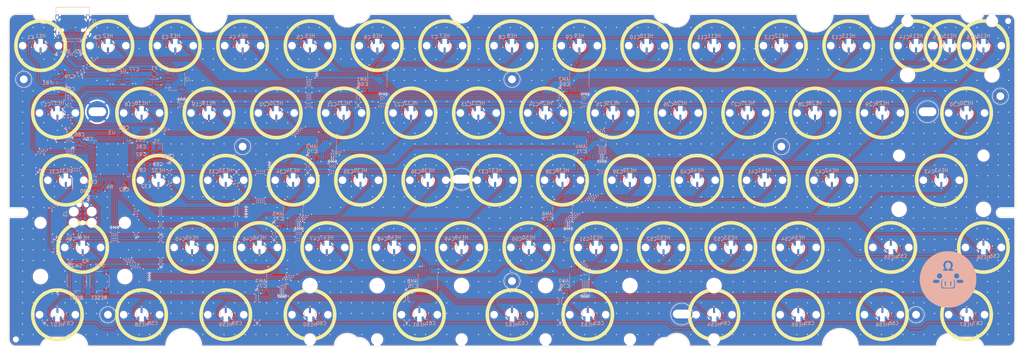
<source format=kicad_pcb>
(kicad_pcb (version 20241229) (generator "pcbnew") (generator_version "9.0")
  (layers (0 "F.Cu" signal) (2 "B.Cu" signal) (13 "F.Paste" user) (15 "B.Paste" user) (5 "F.SilkS" user "F.Silkscreen") (7 "B.SilkS" user "B.Silkscreen") (1 "F.Mask" user) (3 "B.Mask" user) (25 "Edge.Cuts" user))
  (net 0 "")
  (net 1 "GND")
  (net 2 "+3.3VA")
  (net 3 "HE1")
  (net 4 "HE2")
  (net 5 "HE3")
  (net 6 "HE4")
  (net 7 "HE5")
  (net 8 "HE6")
  (net 9 "HE7")
  (net 10 "HE8")
  (net 11 "HE9")
  (net 12 "HE10")
  (net 13 "HE11")
  (net 14 "HE12")
  (net 15 "HE13")
  (net 16 "HE14")
  (net 17 "HE15")
  (net 18 "HE16")
  (net 19 "HE17")
  (net 20 "HE18")
  (net 21 "HE19")
  (net 22 "HE20")
  (net 23 "HE21")
  (net 24 "HE22")
  (net 25 "HE23")
  (net 26 "HE24")
  (net 27 "HE25")
  (net 28 "HE26")
  (net 29 "HE27")
  (net 30 "HE28")
  (net 31 "HE29")
  (net 32 "HE30")
  (net 33 "HE31")
  (net 34 "HE32")
  (net 35 "HE33")
  (net 36 "HE34")
  (net 37 "HE35")
  (net 38 "HE36")
  (net 39 "HE37")
  (net 40 "HE38")
  (net 41 "HE39")
  (net 42 "HE40")
  (net 43 "HE41")
  (net 44 "HE42")
  (net 45 "HE43")
  (net 46 "HE44")
  (net 47 "HE45")
  (net 48 "HE46")
  (net 49 "HE47")
  (net 50 "HE48")
  (net 51 "HE49")
  (net 52 "HE50")
  (net 53 "HE51")
  (net 54 "HE52")
  (net 55 "HE53")
  (net 56 "HE54")
  (net 57 "HE55")
  (net 58 "HE56")
  (net 59 "HE57")
  (net 60 "HE58")
  (net 61 "HE59")
  (net 62 "HE60")
  (net 63 "HE61")
  (net 64 "HE62")
  (net 65 "HE63")
  (net 66 "HE64")
  (net 67 "HE65")
  (net 68 "HE66")
  (net 69 "HE67")
  (net 78 "MUX_SELECT_0")
  (net 79 "MUX_OUT_1")
  (net 80 "MUX_SELECT_2")
  (net 81 "MUX_SELECT_1")
  (net 82 "MUX_OUT_2")
  (net 83 "MUX_OUT_3")
  (net 84 "MUX_OUT_4")
  (net 85 "MUX_OUT_5")
  (net 86 "MUX_OUT_6")
  (net 87 "MUX_OUT_7")
  (net 88 "MUX_OUT_8")
  (net 89 "MUX_OUT_9")
  (net 90 "+5V")
  (net 91 "+3.3V")
  (net 92 "Net-(U3-VCAP_1)")
  (net 93 "/RCC_OSC_IN")
  (net 94 "NRST")
  (net 95 "/RCC_OSC_OUT")
  (net 96 "/BOOT1")
  (net 97 "VBUS")
  (net 98 "USB_PLUG_D-")
  (net 99 "USB_PLUG_D+")
  (net 101 "Net-(J1-CC1)")
  (net 102 "Net-(J1-CC2)")
  (net 106 "SWO")
  (net 107 "SWDIO")
  (net 108 "SWCLK")
  (net 109 "BOOT0")
  (net 111 "USB_D+")
  (net 112 "USB_D-")
  (footprint "HE60:MX-1U" (layer "F.Cu") (at 104.25 9)
    (property "Reference" "MX6")
    (property "Value" "1U")
  )
  (footprint "MountingHole:MountingHole_2.2mm_M2_Pad" (layer "F.Cu") (at 142.35 75.675)
    (property "Reference" "H6")
    (property "Value" "SpacerHole")
  )
  (footprint "HE60:MX-1U" (layer "F.Cu") (at 113.775 28.05)
    (property "Reference" "MX22")
    (property "Value" "1U")
  )
  (footprint "HE60:MX-1U" (layer "F.Cu") (at 185.2125 66.15)
    (property "Reference" "MX52")
    (property "Value" "1U")
  )
  (footprint "HE60:MX-1U" (layer "F.Cu") (at 247.125 28.05)
    (property "Reference" "MX29")
    (property "Value" "1U")
  )
  (footprint "HE60:MX-1U" (layer "F.Cu") (at 175.6875 47.1)
    (property "Reference" "MX39")
    (property "Value" "1U")
  )
  (footprint "HE60:MX-1U" (layer "F.Cu") (at 85.2 85.2)
    (property "Reference" "MX60")
    (property "Value" "1U")
  )
  (footprint "HE60:MX-1.5U" (layer "F.Cu") (at 13.7625 85.2)
    (property "Reference" "MX57")
    (property "Value" "1.5U")
  )
  (footprint "HE60:MX-1U" (layer "F.Cu") (at 47.1 9)
    (property "Reference" "MX3")
    (property "Value" "1U")
  )
  (footprint "HE60:MX-1U" (layer "F.Cu") (at 66.15 9)
    (property "Reference" "MX4")
    (property "Value" "1U")
  )
  (footprint "HE60:MX-1U" (layer "F.Cu") (at 204.2625 66.15)
    (property "Reference" "MX53")
    (property "Value" "1U")
  )
  (footprint "HE60:MX-1U" (layer "F.Cu") (at 132.825 28.05)
    (property "Reference" "MX23")
    (property "Value" "1U")
  )
  (footprint "HE60:MX-1U" (layer "F.Cu") (at 223.3125 66.15)
    (property "Reference" "MX54")
    (property "Value" "1U")
  )
  (footprint "HE60:MX-1U" (layer "F.Cu") (at 75.675 28.05)
    (property "Reference" "MX20")
    (property "Value" "1U")
  )
  (footprint "HE60:MX-1U" (layer "F.Cu") (at 166.1625 66.15)
    (property "Reference" "MX51")
    (property "Value" "1U")
  )
  (footprint "HE60:MX-1U" (layer "F.Cu") (at 247.125 85.2)
    (property "Reference" "MX66")
    (property "Value" "1U")
  )
  (footprint "HE60:MX-1U" (layer "F.Cu") (at 61.3875 47.1)
    (property "Reference" "MX33")
    (property "Value" "1U")
  )
  (footprint "HE60:MX-1U" (layer "F.Cu") (at 228.075 28.05)
    (property "Reference" "MX28")
    (property "Value" "1U")
  )
  (footprint "HE60:MX-1U" (layer "F.Cu") (at 128.0625 66.15)
    (property "Reference" "MX49")
    (property "Value" "1U")
  )
  (footprint "HE60:MX-1U" (layer "F.Cu") (at 42.3375 47.1)
    (property "Reference" "MX32")
    (property "Value" "1U")
  )
  (footprint "HE60:MX-1U" (layer "F.Cu") (at 137.5875 47.1)
    (property "Reference" "MX37")
    (property "Value" "1U")
  )
  (footprint "HE60:MX-1U" (layer "F.Cu") (at 109.0125 66.15)
    (property "Reference" "MX48")
    (property "Value" "1U")
  )
  (footprint "MountingHole:MountingHole_2.2mm_M2_Pad" (layer "F.Cu") (at 256.65 85.2)
    (property "Reference" "H8")
    (property "Value" "SpacerHole")
  )
  (footprint "HE60:MX-2.25U" (layer "F.Cu") (at 20.90625 66.15)
    (property "Reference" "MX44")
    (property "Value" "2.25U")
  )
  (footprint "HE60:MX-1U" (layer "F.Cu") (at 94.725 28.05)
    (property "Reference" "MX21")
    (property "Value" "1U")
  )
  (footprint "HE60:MX-1U" (layer "F.Cu") (at 275.7 66.15)
    (property "Reference" "MX56")
    (property "Value" "1U")
  )
  (footprint "HE60:MX-1U" (layer "F.Cu") (at 147.1125 66.15)
    (property "Reference" "MX50")
    (property "Value" "1U")
  )
  (footprint "HE60:MX-1U" (layer "F.Cu") (at 37.575 85.2)
    (property "Reference" "MX58")
    (property "Value" "1U")
  )
  (footprint "HE60:MX-1U" (layer "F.Cu") (at 209.025 28.05)
    (property "Reference" "MX27")
    (property "Value" "1U")
  )
  (footprint "HE60:MX-2U" (layer "F.Cu") (at 266.175 9)
    (property "Reference" "MX15")
    (property "Value" "2U")
  )
  (footprint "HE60:MX-1U" (layer "F.Cu") (at 189.975 28.05)
    (property "Reference" "MX26")
    (property "Value" "1U")
  )
  (footprint "HE60:MX-1U" (layer "F.Cu") (at 275.7 9)
    (property "Reference" "MX16")
    (property "Value" "1U")
  )
  (footprint "HE60:MX-2.75U-ReversedStabilizers" (layer "F.Cu") (at 163.78125 85.2)
    (property "Reference" "MX63")
    (property "Value" "2.75U")
  )
  (footprint "HE60:MX-1U" (layer "F.Cu") (at 70.9125 66.15)
    (property "Reference" "MX46")
    (property "Value" "1U")
  )
  (footprint "HE60:MX-1U" (layer "F.Cu") (at 180.45 9)
    (property "Reference" "MX10")
    (property "Value" "1U")
  )
  (footprint "HE60:MX-1U" (layer "F.Cu") (at 237.6 9)
    (property "Reference" "MX13")
    (property "Value" "1U")
  )
  (footprint "MountingHole:MountingHole_2.2mm_M2_Pad" (layer "F.Cu") (at 280.4875 23.3125)
    (property "Reference" "H3")
    (property "Value" "SpacerHole")
  )
  (footprint "HE60:MX-1U" (layer "F.Cu") (at 51.8625 66.15)
    (property "Reference" "MX45")
    (property "Value" "1U")
  )
  (footprint "MountingHole:MountingHole_2.2mm_M2_Pad" (layer "F.Cu") (at 28.05 85.2)
    (property "Reference" "H7")
    (property "Value" "SpacerHole")
  )
  (footprint "HE60:MX-1.75U" (layer "F.Cu") (at 16.14375 47.1)
    (property "Reference" "MX31")
    (property "Value" "1.75U")
  )
  (footprint "HE60:MX-1.75U" (layer "F.Cu") (at 249.50625 66.15)
    (property "Reference" "MX55")
    (property "Value" "1.75U")
  )
  (footprint "HE60:MX-7U-ReversedStabilizers" (layer "F.Cu") (at 142.35 85.2)
    (property "Reference" "MX62")
    (property "Value" "7U")
  )
  (footprint "HE60:MX-2.25U-ReversedStabilizers" (layer "F.Cu") (at 116.15625 85.2)
    (property "Reference" "MX61")
    (property "Value" "2.25U")
  )
  (footprint "MountingHole:MountingHole_2.2mm_M2_Pad" (layer "F.Cu") (at 66.15 37.575)
    (property "Reference" "H4")
    (property "Value" "SpacerHole")
  )
  (footprint "HE60:MX-1U" (layer "F.Cu") (at 161.4 9)
    (property "Reference" "MX9")
    (property "Value" "1U")
  )
  (footprint "HE60:MX-1.5U" (layer "F.Cu") (at 270.9375 85.2)
    (property "Reference" "MX67")
    (property "Value" "1.5U")
  )
  (footprint "HE60:MX-1.5U" (layer "F.Cu") (at 61.3875 85.2)
    (property "Reference" "MX59")
    (property "Value" "1.5U")
  )
  (footprint "HE60:MX-1U" (layer "F.Cu") (at 56.625 28.05)
    (property "Reference" "MX19")
    (property "Value" "1U")
  )
  (footprint "HE60:MX-1U" (layer "F.Cu") (at 80.4375 47.1)
    (property "Reference" "MX34")
    (property "Value" "1U")
  )
  (footprint "HE60:MX-1U" (layer "F.Cu") (at 85.2 9)
    (property "Reference" "MX5")
    (property "Value" "1U")
  )
  (footprint "MountingHole:MountingHole_2.2mm_M2_Pad" (layer "F.Cu") (at 142.35 18.525)
    (property "Reference" "H2")
    (property "Value" "SpacerHole")
  )
  (footprint "HE60:MX-1U" (layer "F.Cu") (at 199.5 85.2)
    (property "Reference" "MX64")
    (property "Value" "1U")
  )
  (footprint "HE60:MX-1U" (layer "F.Cu") (at 118.5375 47.1)
    (property "Reference" "MX36")
    (property "Value" "1U")
  )
  (footprint "HE60:MX-1U" (layer "F.Cu") (at 9 9)
    (property "Reference" "MX1")
    (property "Value" "1U")
  )
  (footprint "HE60:MX-1U" (layer "F.Cu") (at 28.05 9)
    (property "Reference" "MX2")
    (property "Value" "1U")
  )
  (footprint "HE60:MX-1.5U" (layer "F.Cu") (at 223.3125 85.2)
    (property "Reference" "MX65")
    (property "Value" "1.5U")
  )
  (footprint "HE60:MX-1U" (layer "F.Cu") (at 194.7375 47.1)
    (property "Reference" "MX40")
    (property "Value" "1U")
  )
  (footprint "HE60:MX-1U" (layer "F.Cu") (at 218.55 9)
    (property "Reference" "MX12")
    (property "Value" "1U")
  )
  (footprint "MountingHole:MountingHole_2.2mm_M2_Pad" (layer "F.Cu") (at 218.55 37.575)
    (property "Reference" "H5")
    (property "Value" "SpacerHole")
  )
  (footprint "HE60:MX-1U" (layer "F.Cu") (at 151.875 28.05)
    (property "Reference" "MX24")
    (property "Value" "1U")
  )
  (footprint "HE60:MX-1U" (layer "F.Cu") (at 213.7875 47.1)
    (property "Reference" "MX41")
    (property "Value" "1U")
  )
  (footprint "HE60:MX-1U" (layer "F.Cu") (at 99.4875 47.1)
    (property "Reference" "MX35")
    (property "Value" "1U")
  )
  (footprint "HE60:MX-1U" (layer "F.Cu") (at 256.65 9)
    (property "Reference" "MX14")
    (property "Value" "1U")
  )
  (footprint "HE60:MX-1U" (layer "F.Cu") (at 170.925 28.05)
    (property "Reference" "MX25")
    (property "Value" "1U")
  )
  (footprint "HE60:MX-1U" (layer "F.Cu") (at 199.5 9)
    (property "Reference" "MX11")
    (property "Value" "1U")
  )
  (footprint "HE60:MX-1U" (layer "F.Cu") (at 123.3 9)
    (property "Reference" "MX7")
    (property "Value" "1U")
  )
  (footprint "HE60:MX-1.5U" (layer "F.Cu") (at 270.9375 28.05)
    (property "Reference" "MX30")
    (property "Value" "1.5U")
  )
  (footprint "HE60:MX-1U" (layer "F.Cu") (at 156.6375 47.1)
    (property "Reference" "MX38")
    (property "Value" "1U")
  )
  (footprint "HE60:H60" (layer "F.Cu") (at 0 0)
    (property "Reference" "PCB1")
    (property "Value" "H60")
    (fp_line (start 0 2) (end 0 55.05) (stroke (width 0.1)) (layer "Edge.Cuts"))
    (fp_line (start 0 55.05) (end 4 55.05) (stroke (width 0.1)) (layer "Edge.Cuts"))
    (fp_line (start 0 57.55) (end 0 92.2) (stroke (width 0.1)) (layer "Edge.Cuts"))
    (fp_line (start 2 0) (end 7 0) (stroke (width 0.1)) (layer "Edge.Cuts"))
    (fp_line (start 2 94.2) (end 9 94.2) (stroke (width 0.1)) (layer "Edge.Cuts"))
    (fp_line (start 4 57.55) (end 0 57.55) (stroke (width 0.1)) (layer "Edge.Cuts"))
    (fp_line (start 12.15 91.7) (end 15.72 91.7) (stroke (width 0.1)) (layer "Edge.Cuts"))
    (fp_line (start 13.3 0) (end 33.505 0) (stroke (width 0.1)) (layer "Edge.Cuts"))
    (fp_line (start 41.645 0) (end 51.095 0) (stroke (width 0.1)) (layer "Edge.Cuts"))
    (fp_line (start 43.95125 94.2) (end 22.74625 94.2) (stroke (width 0.1)) (layer "Edge.Cuts"))
    (fp_line (start 62.155 0) (end 91.655 0) (stroke (width 0.1)) (layer "Edge.Cuts"))
    (fp_line (start 91.655 94.2) (end 55.0112 94.2) (stroke (width 0.1)) (layer "Edge.Cuts"))
    (fp_line (start 98.72 2.45) (end 98.95 2.45) (stroke (width 0.1)) (layer "Edge.Cuts"))
    (fp_line (start 98.72 91.75) (end 98.95 91.75) (stroke (width 0.1)) (layer "Edge.Cuts"))
    (fp_line (start 102.1 0) (end 124.912 0) (stroke (width 0.1)) (layer "Edge.Cuts"))
    (fp_line (start 102.1 94.2) (end 182.6 94.2) (stroke (width 0.1)) (layer "Edge.Cuts"))
    (fp_line (start 131.212 0) (end 182.6 0) (stroke (width 0.1)) (layer "Edge.Cuts"))
    (fp_line (start 185.98 2.45) (end 185.75 2.45) (stroke (width 0.1)) (layer "Edge.Cuts"))
    (fp_line (start 185.98 91.75) (end 185.75 91.75) (stroke (width 0.1)) (layer "Edge.Cuts"))
    (fp_line (start 193.045 0) (end 222.545 0) (stroke (width 0.1)) (layer "Edge.Cuts"))
    (fp_line (start 193.045 94.2) (end 229.6888 94.2) (stroke (width 0.1)) (layer "Edge.Cuts"))
    (fp_line (start 233.605 0) (end 243.055 0) (stroke (width 0.1)) (layer "Edge.Cuts"))
    (fp_line (start 240.74875 94.2) (end 261.95375 94.2) (stroke (width 0.1)) (layer "Edge.Cuts"))
    (fp_line (start 251.195 0) (end 269.4 0) (stroke (width 0.1)) (layer "Edge.Cuts"))
    (fp_line (start 272.55 91.7) (end 268.98 91.7) (stroke (width 0.1)) (layer "Edge.Cuts"))
    (fp_line (start 282.7 0) (end 275.7 0) (stroke (width 0.1)) (layer "Edge.Cuts"))
    (fp_line (start 282.7 94.2) (end 275.7 94.2) (stroke (width 0.1)) (layer "Edge.Cuts"))
    (fp_line (start 284.7 2) (end 284.7 55.05) (stroke (width 0.1)) (layer "Edge.Cuts"))
    (fp_line (start 284.7 55.05) (end 280.7 55.05) (stroke (width 0.1)) (layer "Edge.Cuts"))
    (fp_line (start 284.7 57.55) (end 280.7 57.55) (stroke (width 0.1)) (layer "Edge.Cuts"))
    (fp_line (start 284.7 57.55) (end 284.7 92.2) (stroke (width 0.1)) (layer "Edge.Cuts"))
    (fp_arc (start 0 2) (mid 0.585786 0.585786) (end 2 0) (stroke (width 0.1)) (layer "Edge.Cuts"))
    (fp_arc (start 2 94.2) (mid 0.585786 93.614214) (end 0 92.2) (stroke (width 0.1)) (layer "Edge.Cuts"))
    (fp_arc (start 4 55.05) (mid 5.25 56.3) (end 4 57.55) (stroke (width 0.1)) (layer "Edge.Cuts"))
    (fp_arc (start 9 94.2) (mid 10.142021 92.398753) (end 12.15 91.7) (stroke (width 0.1)) (layer "Edge.Cuts"))
    (fp_arc (start 13.3 0) (mid 10.15 2.5) (end 7 0) (stroke (width 0.1)) (layer "Edge.Cuts"))
    (fp_arc (start 16.337395 91.528992) (mid 16.04032 91.656458) (end 15.72 91.7) (stroke (width 0.1)) (layer "Edge.Cuts"))
    (fp_arc (start 16.337395 91.528992) (mid 19.875512 90.855125) (end 22.17625 93.63) (stroke (width 0.1)) (layer "Edge.Cuts"))
    (fp_arc (start 22.74625 94.2) (mid 22.343199 94.033051) (end 22.17625 93.63) (stroke (width 0.1)) (layer "Edge.Cuts"))
    (fp_arc (start 33.505 0) (mid 33.908051 0.166949) (end 34.075 0.57) (stroke (width 0.1)) (layer "Edge.Cuts"))
    (fp_arc (start 41.075 0.57) (mid 37.575 3.56) (end 34.075 0.57) (stroke (width 0.1)) (layer "Edge.Cuts"))
    (fp_arc (start 41.075 0.57) (mid 41.241949 0.166949) (end 41.645 0) (stroke (width 0.1)) (layer "Edge.Cuts"))
    (fp_arc (start 44.52125 93.63) (mid 44.354301 94.033051) (end 43.95125 94.2) (stroke (width 0.1)) (layer "Edge.Cuts"))
    (fp_arc (start 44.52125 93.63) (mid 49.48125 89.2) (end 54.44125 93.63) (stroke (width 0.1)) (layer "Edge.Cuts"))
    (fp_arc (start 51.095 0) (mid 51.498051 0.166949) (end 51.665 0.57) (stroke (width 0.1)) (layer "Edge.Cuts"))
    (fp_arc (start 55.01125 94.2) (mid 54.608199 94.033051) (end 54.44125 93.63) (stroke (width 0.1)) (layer "Edge.Cuts"))
    (fp_arc (start 61.585 0.57) (mid 56.625 5) (end 51.665 0.57) (stroke (width 0.1)) (layer "Edge.Cuts"))
    (fp_arc (start 61.585 0.57) (mid 61.751949 0.166949) (end 62.155 0) (stroke (width 0.1)) (layer "Edge.Cuts"))
    (fp_arc (start 91.655 0) (mid 92.058051 0.166949) (end 92.225 0.57) (stroke (width 0.1)) (layer "Edge.Cuts"))
    (fp_arc (start 92.225 93.63) (mid 92.058051 94.033051) (end 91.655 94.2) (stroke (width 0.1)) (layer "Edge.Cuts"))
    (fp_arc (start 92.225 93.63) (mid 94.613658 90.785327) (end 98.24 91.59) (stroke (width 0.1)) (layer "Edge.Cuts"))
    (fp_arc (start 98.24 2.61) (mid 94.625406 3.418634) (end 92.225 0.57) (stroke (width 0.1)) (layer "Edge.Cuts"))
    (fp_arc (start 98.24 2.61) (mid 98.467018 2.491053) (end 98.72 2.45) (stroke (width 0.1)) (layer "Edge.Cuts"))
    (fp_arc (start 98.72 91.75) (mid 98.467018 91.708947) (end 98.24 91.59) (stroke (width 0.1)) (layer "Edge.Cuts"))
    (fp_arc (start 98.95 91.75) (mid 100.945307 92.434605) (end 102.1 94.2) (stroke (width 0.1)) (layer "Edge.Cuts"))
    (fp_arc (start 102.1 0) (mid 100.939705 1.769742) (end 98.95 2.45) (stroke (width 0.1)) (layer "Edge.Cuts"))
    (fp_arc (start 131.212 0) (mid 128.062 2.45) (end 124.912 0) (stroke (width 0.1)) (layer "Edge.Cuts"))
    (fp_arc (start 182.6 94.2) (mid 183.754693 92.434605) (end 185.75 91.75) (stroke (width 0.1)) (layer "Edge.Cuts"))
    (fp_arc (start 185.75 2.45) (mid 183.754693 1.765395) (end 182.6 0) (stroke (width 0.1)) (layer "Edge.Cuts"))
    (fp_arc (start 185.98 2.45) (mid 186.232982 2.491053) (end 186.46 2.61) (stroke (width 0.1)) (layer "Edge.Cuts"))
    (fp_arc (start 186.46 91.59) (mid 186.232982 91.708947) (end 185.98 91.75) (stroke (width 0.1)) (layer "Edge.Cuts"))
    (fp_arc (start 186.46 91.59) (mid 190.086342 90.785327) (end 192.475 93.63) (stroke (width 0.1)) (layer "Edge.Cuts"))
    (fp_arc (start 192.475 0.57) (mid 190.086342 3.414673) (end 186.46 2.61) (stroke (width 0.1)) (layer "Edge.Cuts"))
    (fp_arc (start 192.475 0.57) (mid 192.641949 0.166949) (end 193.045 0) (stroke (width 0.1)) (layer "Edge.Cuts"))
    (fp_arc (start 193.045 94.2) (mid 192.641949 94.033051) (end 192.475 93.63) (stroke (width 0.1)) (layer "Edge.Cuts"))
    (fp_arc (start 222.545 0) (mid 222.948051 0.166949) (end 223.115 0.57) (stroke (width 0.1)) (layer "Edge.Cuts"))
    (fp_arc (start 230.25875 93.63) (mid 230.091801 94.033051) (end 229.68875 94.2) (stroke (width 0.1)) (layer "Edge.Cuts"))
    (fp_arc (start 230.25875 93.63) (mid 235.21875 89.2) (end 240.17875 93.63) (stroke (width 0.1)) (layer "Edge.Cuts"))
    (fp_arc (start 233.035 0.57) (mid 228.075 5) (end 223.115 0.57) (stroke (width 0.1)) (layer "Edge.Cuts"))
    (fp_arc (start 233.035 0.57) (mid 233.201949 0.166949) (end 233.605 0) (stroke (width 0.1)) (layer "Edge.Cuts"))
    (fp_arc (start 240.74875 94.2) (mid 240.345699 94.033051) (end 240.17875 93.63) (stroke (width 0.1)) (layer "Edge.Cuts"))
    (fp_arc (start 243.055 0) (mid 243.458051 0.166949) (end 243.625 0.57) (stroke (width 0.1)) (layer "Edge.Cuts"))
    (fp_arc (start 250.625 0.57) (mid 247.125 3.56) (end 243.625 0.57) (stroke (width 0.1)) (layer "Edge.Cuts"))
    (fp_arc (start 250.625 0.57) (mid 250.791949 0.166949) (end 251.195 0) (stroke (width 0.1)) (layer "Edge.Cuts"))
    (fp_arc (start 262.52375 93.63) (mid 262.356801 94.033051) (end 261.95375 94.2) (stroke (width 0.1)) (layer "Edge.Cuts"))
    (fp_arc (start 262.52375 93.63) (mid 264.822899 90.855697) (end 268.362605 91.528992) (stroke (width 0.1)) (layer "Edge.Cuts"))
    (fp_arc (start 268.98 91.7) (mid 268.65968 91.656458) (end 268.362605 91.528992) (stroke (width 0.1)) (layer "Edge.Cuts"))
    (fp_arc (start 272.55 91.7) (mid 274.560753 92.400952) (end 275.7 94.2) (stroke (width 0.1)) (layer "Edge.Cuts"))
    (fp_arc (start 275.7 0) (mid 272.55 2.5) (end 269.4 0) (stroke (width 0.1)) (layer "Edge.Cuts"))
    (fp_arc (start 280.7 57.55) (mid 279.45 56.3) (end 280.7 55.05) (stroke (width 0.1)) (layer "Edge.Cuts"))
    (fp_arc (start 282.7 0) (mid 284.114214 0.585786) (end 284.7 2) (stroke (width 0.1)) (layer "Edge.Cuts"))
    (fp_arc (start 284.7 92.2) (mid 284.114214 93.614214) (end 282.7 94.2) (stroke (width 0.1)) (layer "Edge.Cuts"))
  )
  (footprint "HE60:MX-2.25U" (layer "F.Cu") (at 263.79375 47.1)
    (property "Reference" "MX43")
    (property "Value" "2.25U")
  )
  (footprint "HE60:MX-1U" (layer "F.Cu") (at 89.9625 66.15)
    (property "Reference" "MX47")
    (property "Value" "1U")
  )
  (footprint "HE60:MX-1U" (layer "F.Cu") (at 37.575 28.05)
    (property "Reference" "MX18")
    (property "Value" "1U")
  )
  (footprint "HE60:MX-1.5U" (layer "F.Cu") (at 13.7625 28.05)
    (property "Reference" "MX17")
    (property "Value" "1.5U")
  )
  (footprint "HE60:MX-1U" (layer "F.Cu") (at 142.35 9)
    (property "Reference" "MX8")
    (property "Value" "1U")
  )
  (footprint "MountingHole:MountingHole_2.2mm_M2_Pad" (layer "F.Cu") (at 4.2375 18.525)
    (property "Reference" "H1")
    (property "Value" "SpacerHole")
  )
  (footprint "HE60:MX-1U" (layer "F.Cu") (at 232.8375 47.1)
    (property "Reference" "MX42")
    (property "Value" "1U")
  )
  (footprint "Package_TO_SOT_SMD:SOT-23-3" (layer "B.Cu") (at 142.35 85.2 90)
    (property "Reference" "HE62")
    (property "Value" "OH49E-S")
  )
  (footprint "Capacitor_SMD:C_0603_1608Metric" (layer "B.Cu") (at 15.1 17.725 90)
    (property "Reference" "C79")
    (property "Value" "1u")
  )
  (footprint "Package_TO_SOT_SMD:SOT-23-3" (layer "B.Cu") (at 85.2 9 -90)
    (property "Reference" "HE5")
    (property "Value" "OH49E-S")
  )
  (footprint "Resistor_SMD:R_0402_1005Metric" (layer "B.Cu") (at 19.65 9 90)
    (property "Reference" "R2")
    (property "Value" "5.1k")
  )
  (footprint "Capacitor_SMD:C_0402_1005Metric" (layer "B.Cu") (at 134.9875 46.3 -90)
    (property "Reference" "C37")
    (property "Value" "100n")
  )
  (footprint "Capacitor_SMD:C_0402_1005Metric" (layer "B.Cu") (at 144.95 86 90)
    (property "Reference" "C62")
    (property "Value" "100n")
  )
  (footprint "Package_TO_SOT_SMD:SOT-23-3" (layer "B.Cu") (at 28.05 9 -90)
    (property "Reference" "HE2")
    (property "Value" "OH49E-S")
  )
  (footprint "Capacitor_SMD:C_0402_1005Metric" (layer "B.Cu") (at 72.075 78.675 -90)
    (property "Reference" "C74")
    (property "Value" "100n")
  )
  (footprint "Package_SO:TSSOP-16_4.4x5mm_P0.65mm" (layer "B.Cu") (at 104.25 18.525 -90)
    (property "Reference" "AM1")
    (property "Value" "SN74LV4051A")
  )
  (footprint "Package_TO_SOT_SMD:SOT-23-3" (layer "B.Cu") (at 13.7625 85.2 90)
    (property "Reference" "HE57")
    (property "Value" "OH49E-S")
  )
  (footprint "Capacitor_SMD:C_0402_1005Metric" (layer "B.Cu") (at 220.7125 65.35 -90)
    (property "Reference" "C54")
    (property "Value" "100n")
  )
  (footprint "Package_TO_SOT_SMD:SOT-23-3" (layer "B.Cu") (at 147.1125 66.15 -90)
    (property "Reference" "HE50")
    (property "Value" "OH49E-S")
  )
  (footprint "Capacitor_SMD:C_0402_1005Metric" (layer "B.Cu") (at 154.0375 46.3 -90)
    (property "Reference" "C38")
    (property "Value" "100n")
  )
  (footprint "Package_TO_SOT_SMD:SOT-23-3" (layer "B.Cu") (at 275.7 66.15 90)
    (property "Reference" "HE56")
    (property "Value" "OH49E-S")
  )
  (footprint "Capacitor_SMD:C_0402_1005Metric" (layer "B.Cu") (at 261.19375 46.3 -90)
    (property "Reference" "C43")
    (property "Value" "100n")
  )
  (footprint "Capacitor_SMD:C_0402_1005Metric" (layer "B.Cu") (at 157.8 21.525 -90)
    (property "Reference" "C69")
    (property "Value" "100n")
  )
  (footprint "Capacitor_SMD:C_0402_1005Metric" (layer "B.Cu") (at 254.05 8.2 -90)
    (property "Reference" "C14")
    (property "Value" "100n")
  )
  (footprint "Capacitor_SMD:C_0402_1005Metric" (layer "B.Cu") (at 192.1375 46.3 -90)
    (property "Reference" "C40")
    (property "Value" "100n")
  )
  (footprint "Package_TO_SOT_SMD:SOT-23-3" (layer "B.Cu") (at 237.6 9 -90)
    (property "Reference" "HE13")
    (property "Value" "OH49E-S")
  )
  (footprint "Capacitor_SMD:C_0402_1005Metric" (layer "B.Cu") (at 106.4125 65.35 -90)
    (property "Reference" "C48")
    (property "Value" "100n")
  )
  (footprint "Package_SO:TSSOP-16_4.4x5mm_P0.65mm" (layer "B.Cu") (at 118.5375 75.675 -90)
    (property "Reference" "AM8")
    (property "Value" "SN74LV4051A")
  )
  (footprint "Inductor_SMD:L_0805_2012Metric" (layer "B.Cu") (at 13.1 19.525 -90)
    (property "Reference" "FB1")
    (property "Value" "100R@100MHz")
  )
  (footprint "Capacitor_SMD:C_0402_1005Metric" (layer "B.Cu") (at 68.3125 65.35 -90)
    (property "Reference" "C46")
    (property "Value" "100n")
  )
  (footprint "Package_TO_SOT_SMD:SOT-23-3" (layer "B.Cu") (at 249.50625 66.15 90)
    (property "Reference" "HE55")
    (property "Value" "OH49E-S")
  )
  (footprint "Capacitor_SMD:C_0402_1005Metric" (layer "B.Cu") (at 202.1 86 90)
    (property "Reference" "C64")
    (property "Value" "100n")
  )
  (footprint "Package_TO_SOT_SMD:SOT-23-3" (layer "B.Cu") (at 204.2625 66.15 -90)
    (property "Reference" "HE53")
    (property "Value" "OH49E-S")
  )
  (footprint "Capacitor_SMD:C_0402_1005Metric" (layer "B.Cu") (at 149.275 27.25 -90)
    (property "Reference" "C24")
    (property "Value" "100n")
  )
  (footprint "Capacitor_SMD:C_0402_1005Metric" (layer "B.Cu") (at 32.6 48.6)
    (property "Reference" "C82")
    (property "Value" "100n")
  )
  (footprint "Package_TO_SOT_SMD:SOT-23-3" (layer "B.Cu") (at 166.1625 66.15 -90)
    (property "Reference" "HE51")
    (property "Value" "OH49E-S")
  )
  (footprint "Capacitor_SMD:C_0402_1005Metric" (layer "B.Cu") (at 157.8 78.675 -90)
    (property "Reference" "C76")
    (property "Value" "100n")
  )
  (footprint "Capacitor_SMD:C_0402_1005Metric" (layer "B.Cu") (at 196.9 8.2 -90)
    (property "Reference" "C11")
    (property "Value" "100n")
  )
  (footprint "Package_TO_SOT_SMD:SOT-23-3" (layer "B.Cu") (at 256.65 9 -90)
    (property "Reference" "HE14")
    (property "Value" "OH49E-S")
  )
  (footprint "Package_TO_SOT_SMD:SOT-23-3" (layer "B.Cu") (at 170.925 28.05 -90)
    (property "Reference" "HE25")
    (property "Value" "OH49E-S")
  )
  (footprint "Capacitor_SMD:C_0402_1005Metric" (layer "B.Cu") (at 13.54375 46.3 -90)
    (property "Reference" "C31")
    (property "Value" "100n")
  )
  (footprint "Capacitor_SMD:C_0402_1005Metric" (layer "B.Cu") (at 114.9375 78.675 -90)
    (property "Reference" "C75")
    (property "Value" "100n")
  )
  (footprint "Capacitor_SMD:C_0402_1005Metric" (layer "B.Cu") (at 115.9375 46.3 -90)
    (property "Reference" "C36")
    (property "Value" "100n")
  )
  (footprint "Capacitor_SMD:C_0402_1005Metric" (layer "B.Cu") (at 96.8875 46.3 -90)
    (property "Reference" "C35")
    (property "Value" "100n")
  )
  (footprint "Package_TO_SOT_SMD:SOT-23-3" (layer "B.Cu") (at 137.5875 47.1 -90)
    (property "Reference" "HE37")
    (property "Value" "OH49E-S")
  )
  (footprint "Package_TO_SOT_SMD:SOT-23-3" (layer "B.Cu") (at 9 9 -90)
    (property "Reference" "HE1")
    (property "Value" "OH49E-S")
  )
  (footprint "Capacitor_SMD:C_0402_1005Metric" (layer "B.Cu") (at 144.5125 65.35 -90)
    (property "Reference" "C50")
    (property "Value" "100n")
  )
  (footprint "Package_TO_SOT_SMD:SOT-23-3" (layer "B.Cu") (at 175.6875 47.1 -90)
    (property "Reference" "HE39")
    (property "Value" "OH49E-S")
  )
  (footprint "Crystal:Crystal_SMD_3225-4Pin_3.2x2.5mm" (layer "B.Cu") (at 41.8 38.8 -90)
    (property "Reference" "Y1")
    (property "Value" "X322516MLB4SI")
  )
  (footprint "Package_TO_SOT_SMD:SOT-23-3" (layer "B.Cu") (at 42.3375 47.1 -90)
    (property "Reference" "HE32")
    (property "Value" "OH49E-S")
  )
  (footprint "Capacitor_SMD:C_0603_1608Metric" (layer "B.Cu") (at 20 36.4 -90)
    (property "Reference" "C86")
    (property "Value" "10u")
  )
  (footprint "Capacitor_SMD:C_0402_1005Metric" (layer "B.Cu") (at 45.4 41.4 180)
    (property "Reference" "C89")
    (property "Value" "100n")
  )
  (footprint "Package_TO_SOT_SMD:SOT-23-3" (layer "B.Cu") (at 232.8375 47.1 -90)
    (property "Reference" "HE42")
    (property "Value" "OH49E-S")
  )
  (footprint "Capacitor_SMD:C_0402_1005Metric" (layer "B.Cu") (at 249.725 86 90)
    (property "Reference" "C66")
    (property "Value" "100n")
  )
  (footprint "Capacitor_SMD:C_0402_1005Metric" (layer "B.Cu") (at 92.125 27.25 -90)
    (property "Reference" "C21")
    (property "Value" "100n")
  )
  (footprint "Package_TO_SOT_SMD:SOT-23-3" (layer "B.Cu") (at 116.15625 85.2 90)
    (property "Reference" "HE61")
    (property "Value" "OH49E-S")
  )
  (footprint "Capacitor_SMD:C_0402_1005Metric" (layer "B.Cu") (at 201.6625 65.35 -90)
    (property "Reference" "C53")
    (property "Value" "100n")
  )
  (footprint "Capacitor_SMD:C_0402_1005Metric" (layer "B.Cu") (at 273.1 8.2 -90)
    (property "Reference" "C16")
    (property "Value" "100n")
  )
  (footprint "Package_TO_SOT_SMD:SOT-23-3" (layer "B.Cu") (at 218.55 9 -90)
    (property "Reference" "HE12")
    (property "Value" "OH49E-S")
  )
  (footprint "Package_TO_SOT_SMD:SOT-23-3" (layer "B.Cu") (at 247.125 85.2 90)
    (property "Reference" "HE66")
    (property "Value" "OH49E-S")
  )
  (footprint "Package_TO_SOT_SMD:SOT-23-3" (layer "B.Cu") (at 113.775 28.05 -90)
    (property "Reference" "HE22")
    (property "Value" "OH49E-S")
  )
  (footprint "Package_TO_SOT_SMD:SOT-23-3" (layer "B.Cu") (at 66.15 9 -90)
    (property "Reference" "HE4")
    (property "Value" "OH49E-S")
  )
  (footprint "Capacitor_SMD:C_0402_1005Metric" (layer "B.Cu") (at 39.7375 46.3 -90)
    (property "Reference" "C32")
    (property "Value" "100n")
  )
  (footprint "Capacitor_SMD:C_0402_1005Metric" (layer "B.Cu") (at 244.525 27.25 -90)
    (property "Reference" "C29")
    (property "Value" "100n")
  )
  (footprint "Package_TO_SOT_SMD:SOT-23-3" (layer "B.Cu") (at 270.9375 28.05 -90)
    (property "Reference" "HE30")
    (property "Value" "OH49E-S")
  )
  (footprint "Package_TO_SOT_SMD:SOT-23-3" (layer "B.Cu") (at 61.3875 85.2 90)
    (property "Reference" "HE59")
    (property "Value" "OH49E-S")
  )
  (footprint "Capacitor_SMD:C_0402_1005Metric" (layer "B.Cu") (at 49.2625 65.35 -90)
    (property "Reference" "C45")
    (property "Value" "100n")
  )
  (footprint "Capacitor_SMD:C_0402_1005Metric" (layer "B.Cu") (at 263.575 8.2 -90)
    (property "Reference" "C15")
    (property "Value" "100n")
  )
  (footprint "Package_TO_SOT_SMD:SOT-23-3" (layer "B.Cu") (at 189.975 28.05 -90)
    (property "Reference" "HE26")
    (property "Value" "OH49E-S")
  )
  (footprint "Capacitor_SMD:C_0402_1005Metric" (layer "B.Cu") (at 125.4625 65.35 -90)
    (property "Reference" "C49")
    (property "Value" "100n")
  )
  (footprint "Package_TO_SOT_SMD:SOT-23-3" (layer "B.Cu") (at 109.0125 66.15 -90)
    (property "Reference" "HE48")
    (property "Value" "OH49E-S")
  )
  (footprint "Resistor_SMD:R_0402_1005Metric" (layer "B.Cu") (at 27.2 49 -90)
    (property "Reference" "R4")
    (property "Value" "10k")
  )
  (footprint "Capacitor_SMD:C_0402_1005Metric" (layer "B.Cu") (at 34.975 27.25 -90)
    (property "Reference" "C18")
    (property "Value" "100n")
  )
  (footprint "Capacitor_SMD:C_0402_1005Metric" (layer "B.Cu") (at 44.5 8.2 -90)
    (property "Reference" "C3")
    (property "Value" "100n")
  )
  (footprint "Capacitor_SMD:C_0402_1005Metric" (layer "B.Cu") (at 54.025 27.25 -90)
    (property "Reference" "C19")
    (property "Value" "100n")
  )
  (footprint "Capacitor_SMD:C_0402_1005Metric" (layer "B.Cu") (at 268.3375 27.25 -90)
    (property "Reference" "C30")
    (property "Value" "100n")
  )
  (footprint "Package_TO_SOT_SMD:SOT-23-3" (layer "B.Cu") (at 275.7 9 -90)
    (property "Reference" "HE16")
    (property "Value" "OH49E-S")
  )
  (footprint "Package_TO_SOT_SMD:SOT-23-3" (layer "B.Cu") (at 123.3 9 -90)
    (property "Reference" "HE7")
    (property "Value" "OH49E-S")
  )
  (footprint "Package_TO_SOT_SMD:SOT-23-5" (layer "B.Cu") (at 32.3 18.325 180)
    (property "Reference" "U2")
    (property "Value" "TLV75733PDBV")
  )
  (footprint "Capacitor_SMD:C_0402_1005Metric" (layer "B.Cu") (at 18.30625 65.35 -90)
    (property "Reference" "C44")
    (property "Value" "100n")
  )
  (footprint "Package_TO_SOT_SMD:SOT-23-3" (layer "B.Cu") (at 16.14375 47.1 -90)
    (property "Reference" "HE31")
    (property "Value" "OH49E-S")
  )
  (footprint "Capacitor_SMD:C_0402_1005Metric" (layer "B.Cu") (at 73.075 27.25 -90)
    (property "Reference" "C20")
    (property "Value" "100n")
  )
  (footprint "Package_QFP:LQFP-64_10x10mm_P0.5mm" (layer "B.Cu") (at 29.2 41 180)
    (property "Reference" "U3")
    (property "Value" "STM32F446RET6")
  )
  (footprint "Capacitor_SMD:C_0402_1005Metric" (layer "B.Cu") (at 168.325 27.25 -90)
    (property "Reference" "C25")
    (property "Value" "100n")
  )
  (footprint "Capacitor_SMD:C_0402_1005Metric" (layer "B.Cu") (at 39.2 39.8 90)
    (property "Reference" "C92")
    (property "Value" "10p")
  )
  (footprint "Package_TO_SOT_SMD:SOT-23-3" (layer "B.Cu") (at 199.5 85.2 90)
    (property "Reference" "HE64")
    (property "Value" "OH49E-S")
  )
  (footprint "Package_TO_SOT_SMD:SOT-23-3" (layer "B.Cu") (at 37.575 85.2 90)
    (property "Reference" "HE58")
    (property "Value" "OH49E-S")
  )
  (footprint "Capacitor_SMD:C_0402_1005Metric" (layer "B.Cu") (at 101.65 8.2 -90)
    (property "Reference" "C6")
    (property "Value" "100n")
  )
  (footprint "Button_Switch_SMD:SW_Push_1P1T_XKB_TS-1187A" (layer "B.Cu") (at 19.26875 75.675 90)
    (property "Reference" "SW2")
    (property "Value" "TS-1187A-B-A-B")
  )
  (footprint "Capacitor_SMD:C_0402_1005Metric" (layer "B.Cu") (at 215.95 8.2 -90)
    (property "Reference" "C12")
    (property "Value" "100n")
  )
  (footprint "Package_TO_SOT_SMD:SOT-23-3" (layer "B.Cu") (at 151.875 28.05 -90)
    (property "Reference" "HE24")
    (property "Value" "OH49E-S")
  )
  (footprint "Capacitor_SMD:C_0402_1005Metric" (layer "B.Cu") (at 39.2 37.6 90)
    (property "Reference" "C91")
    (property "Value" "10p")
  )
  (footprint "Capacitor_SMD:C_0402_1005Metric" (layer "B.Cu") (at 252.10625 66.95 90)
    (property "Reference" "C55")
    (property "Value" "100n")
  )
  (footprint "Package_TO_SOT_SMD:SOT-23-3" (layer "B.Cu") (at 80.4375 47.1 -90)
    (property "Reference" "HE34")
    (property "Value" "OH49E-S")
  )
  (footprint "Capacitor_SMD:C_0603_1608Metric" (layer "B.Cu") (at 39.2 42.6)
    (property "Reference" "C88")
    (property "Value" "1u")
  )
  (footprint "Package_TO_SOT_SMD:SOT-23-3" (layer "B.Cu") (at 213.7875 47.1 -90)
    (property "Reference" "HE41")
    (property "Value" "OH49E-S")
  )
  (footprint "Package_TO_SOT_SMD:SOT-23-3" (layer "B.Cu") (at 223.3125 85.2 90)
    (property "Reference" "HE65")
    (property "Value" "OH49E-S")
  )
  (footprint "Package_SO:TSSOP-16_4.4x5mm_P0.65mm" (layer "B.Cu") (at 166.1625 37.575 -90)
    (property "Reference" "AM4")
    (property "Value" "SN74LV4051A")
  )
  (footprint "Resistor_SMD:R_0402_1005Metric" (layer "B.Cu") (at 21.70625 71.025)
    (property "Reference" "R3")
    (property "Value" "10k")
  )
  (footprint "Capacitor_SMD:C_0603_1608Metric" (layer "B.Cu") (at 35.5 17.925 -90)
    (property "Reference" "C77")
    (property "Value" "2.2u")
  )
  (footprint "Resistor_SMD:R_0402_1005Metric" (layer "B.Cu") (at 16.45 9 -90)
    (property "Reference" "R1")
    (property "Value" "5.1k")
  )
  (footprint "Capacitor_SMD:C_0402_1005Metric" (layer "B.Cu") (at 82.6 8.2 -90)
    (property "Reference" "C5")
    (property "Value" "100n")
  )
  (footprint "Package_TO_SOT_SMD:SOT-23-3" (layer "B.Cu") (at 94.725 28.05 -90)
    (property "Reference" "HE21")
    (property "Value" "OH49E-S")
  )
  (footprint "Capacitor_SMD:C_0402_1005Metric" (layer "B.Cu") (at 120.7 8.2 -90)
    (property "Reference" "C7")
    (property "Value" "100n")
  )
  (footprint "Package_SO:TSSOP-16_4.4x5mm_P0.65mm" (layer "B.Cu") (at 161.4 75.675 -90)
    (property "Reference" "AM9")
    (property "Value" "SN74LV4051A")
  )
  (footprint "Capacitor_SMD:C_0402_1005Metric" (layer "B.Cu") (at 225.9125 86 90)
    (property "Reference" "C65")
    (property "Value" "100n")
  )
  (footprint "Package_TO_SOT_SMD:SOT-23-3" (layer "B.Cu") (at 20.90625 66.15 -90)
    (property "Reference" "HE44")
    (property "Value" "OH49E-S")
  )
  (footprint "Capacitor_SMD:C_0402_1005Metric" (layer "B.Cu") (at 25.45 8.2 -90)
    (property "Reference" "C2")
    (property "Value" "100n")
  )
  (footprint "Capacitor_SMD:C_0402_1005Metric" (layer "B.Cu") (at 278.3 66.95 90)
    (property "Reference" "C56")
    (property "Value" "100n")
  )
  (footprint "Capacitor_SMD:C_0402_1005Metric" (layer "B.Cu") (at 35.2 35.6 90)
    (property "Reference" "C81")
    (property "Value" "100n")
  )
  (footprint "Package_TO_SOT_SMD:SOT-23-3" (layer "B.Cu") (at 56.625 28.05 -90)
    (property "Reference" "HE19")
    (property "Value" "OH49E-S")
  )
  (footprint "Capacitor_SMD:C_0402_1005Metric" (layer "B.Cu") (at 40.175 86 90)
    (property "Reference" "C58")
    (property "Value" "100n")
  )
  (footprint "Package_TO_SOT_SMD:SOT-23-3" (layer "B.Cu") (at 194.7375 47.1 -90)
    (property "Reference" "HE40")
    (property "Value" "OH49E-S")
  )
  (footprint "Capacitor_SMD:C_0402_1005Metric" (layer "B.Cu") (at 77.8375 46.3 -90)
    (property "Reference" "C34")
    (property "Value" "100n")
  )
  (footprint "Package_TO_SOT_SMD:SOT-23-3" (layer "B.Cu") (at 247.125 28.05 -90)
    (property "Reference" "HE29")
    (property "Value" "OH49E-S")
  )
  (footprint "Package_TO_SOT_SMD:SOT-23-3" (layer "B.Cu") (at 270.9375 85.2 90)
    (property "Reference" "HE67")
    (property "Value" "OH49E-S")
  )
  (footprint "Capacitor_SMD:C_0402_1005Metric" (layer "B.Cu") (at 63.9875 86 90)
    (property "Reference" "C59")
    (property "Value" "100n")
  )
  (footprint "Package_TO_SOT_SMD:SOT-23-3" (layer "B.Cu") (at 161.4 9 -90)
    (property "Reference" "HE9")
    (property "Value" "OH49E-S")
  )
  (footprint "Package_SO:TSSOP-16_4.4x5mm_P0.65mm" (layer "B.Cu") (at 75.675 75.675 -90)
    (property "Reference" "AM7")
    (property "Value" "SN74LV4051A")
  )
  (footprint "Capacitor_SMD:C_0603_1608Metric" (layer "B.Cu") (at 29.1 18.125 -90)
    (property "Reference" "C78")
    (property "Value" "2.2u")
  )
  (footprint "Capacitor_SMD:C_0402_1005Metric" (layer "B.Cu") (at 273.5375 86 90)
    (property "Reference" "C67")
    (property "Value" "100n")
  )
  (footprint "Package_TO_SOT_SMD:SOT-23-6" (layer "B.Cu") (at 40.7 20.125 180)
    (property "Reference" "U1")
    (property "Value" "USBLC6-2SC6")
  )
  (footprint "Capacitor_SMD:C_0402_1005Metric" (layer "B.Cu") (at 166.38125 86 90)
    (property "Reference" "C63")
    (property "Value" "100n")
  )
  (footprint "Capacitor_SMD:C_0402_1005Metric" (layer "B.Cu") (at 230.2375 46.3 -90)
    (property "Reference" "C42")
    (property "Value" "100n")
  )
  (footprint "Package_TO_SOT_SMD:SOT-23-3" (layer "B.Cu") (at 223.3125 66.15 -90)
    (property "Reference" "HE54")
    (property "Value" "OH49E-S")
  )
  (footprint "Capacitor_SMD:C_0402_1005Metric" (layer "B.Cu") (at 11.1625 27.25 -90)
    (property "Reference" "C17")
    (property "Value" "100n")
  )
  (footprint "Package_SO:TSSOP-16_4.4x5mm_P0.65mm" (layer "B.Cu") (at 80.4375 56.625 -90)
    (property "Reference" "AM5")
    (property "Value" "SN74LV4051A")
  )
  (footprint "Fuse:Fuse_0805_2012Metric" (layer "B.Cu") (at 41.1 17.025 180)
    (property "Reference" "F1")
    (property "Value" "BSMD0805-050-24V")
  )
  (footprint "Package_TO_SOT_SMD:SOT-23-3" (layer "B.Cu") (at 13.7625 28.05 -90)
    (property "Reference" "HE17")
    (property "Value" "OH49E-S")
  )
  (footprint "Connector:Tag-Connect_TC2030-IDC-FP_2x03_P1.27mm_Vertical" (layer "B.Cu") (at 20.90625 56.625 90)
    (property "Reference" "J3")
    (property "Value" "TC2030")
  )
  (footprint "Capacitor_SMD:C_0402_1005Metric" (layer "B.Cu") (at 118.75625 86 90)
    (property "Reference" "C61")
    (property "Value" "100n")
  )
  (footprint "Capacitor_SMD:C_0402_1005Metric" (layer "B.Cu") (at 25.2 48.6)
    (property "Reference" "C83")
    (property "Value" "100n")
  )
  (footprint "Capacitor_SMD:C_0402_1005Metric" (layer "B.Cu") (at 130.225 27.25 -90)
    (property "Reference" "C23")
    (property "Value" "100n")
  )
  (footprint "Package_TO_SOT_SMD:SOT-23-3" (layer "B.Cu") (at 163.78125 85.2 90)
    (property "Reference" "HE63")
    (property "Value" "OH49E-S")
  )
  (footprint "Capacitor_SMD:C_0402_1005Metric" (layer "B.Cu") (at 63.55 8.2 -90)
    (property "Reference" "C4")
    (property "Value" "100n")
  )
  (footprint "Capacitor_SMD:C_0402_1005Metric" (layer "B.Cu") (at 87.8 86 90)
    (property "Reference" "C60")
    (property "Value" "100n")
  )
  (footprint "Package_TO_SOT_SMD:SOT-23-3" (layer "B.Cu") (at 228.075 28.05 -90)
    (property "Reference" "HE28")
    (property "Value" "OH49E-S")
  )
  (footprint "Package_TO_SOT_SMD:SOT-23-3" (layer "B.Cu") (at 89.9625 66.15 -90)
    (property "Reference" "HE47")
    (property "Value" "OH49E-S")
  )
  (footprint "Package_TO_SOT_SMD:SOT-23-3" (layer "B.Cu") (at 70.9125 66.15 -90)
    (property "Reference" "HE46")
    (property "Value" "OH49E-S")
  )
  (footprint "Capacitor_SMD:C_0402_1005Metric" (layer "B.Cu") (at 235 8.2 -90)
    (property "Reference" "C13")
    (property "Value" "100n")
  )
  (footprint "Button_Switch_SMD:SW_Push_1P1T_XKB_TS-1187A" (layer "B.Cu") (at 25.66875 75.675 -90)
    (property "Reference" "SW1")
    (property "Value" "TS-1187A-B-A-B")
  )
  (footprint "Capacitor_SMD:C_0402_1005Metric" (layer "B.Cu") (at 158.8 8.2 -90)
    (property "Reference" "C9")
    (property "Value" "100n")
  )
  (footprint "Capacitor_SMD:C_0402_1005Metric" (layer "B.Cu") (at 206.425 27.25 -90)
    (property "Reference" "C27")
    (property "Value" "100n")
  )
  (footprint "Capacitor_SMD:C_0402_1005Metric" (layer "B.Cu") (at 139.75 8.2 -90)
    (property "Reference" "C8")
    (property "Value" "100n")
  )
  (footprint "Capacitor_SMD:C_0402_1005Metric" (layer "B.Cu") (at 6.4 8.2 -90)
    (property "Reference" "C1")
    (property "Value" "100n")
  )
  (footprint "Capacitor_SMD:C_0603_1608Metric" (layer "B.Cu") (at 24.6 50.2 180)
    (property "Reference" "C90")
    (property "Value" "4.7u")
  )
  (footprint "Package_TO_SOT_SMD:SOT-23-3" (layer "B.Cu") (at 185.2125 66.15 -90)
    (property "Reference" "HE52")
    (property "Value" "OH49E-S")
  )
  (footprint "Package_TO_SOT_SMD:SOT-23-3" (layer "B.Cu") (at 118.5375 47.1 -90)
    (property "Reference" "HE36")
    (property "Value" "OH49E-S")
  )
  (footprint "Package_TO_SOT_SMD:SOT-23-3" (layer "B.Cu") (at 37.575 28.05 -90)
    (property "Reference" "HE18")
    (property "Value" "OH49E-S")
  )
  (footprint "Capacitor_SMD:C_0402_1005Metric" (layer "B.Cu") (at 211.1875 46.3 -90)
    (property "Reference" "C41")
    (property "Value" "100n")
  )
  (footprint "Capacitor_SMD:C_0402_1005Metric" (layer "B.Cu") (at 153.0375 59.625 -90)
    (property "Reference" "C73")
    (property "Value" "100n")
  )
  (footprint "Capacitor_SMD:C_0402_1005Metric" (layer "B.Cu") (at 58.7875 46.3 -90)
    (property "Reference" "C33")
    (property "Value" "100n")
  )
  (footprint "Capacitor_SMD:C_0402_1005Metric" (layer "B.Cu") (at 111.175 27.25 -90)
    (property "Reference" "C22")
    (property "Value" "100n")
  )
  (footprint "Capacitor_SMD:C_0402_1005Metric" (layer "B.Cu") (at 32.6 33.4 180)
    (property "Reference" "C85")
    (property "Value" "100n")
  )
  (footprint "Capacitor_SMD:C_0402_1005Metric" (layer "B.Cu") (at 100.65 21.525 -90)
    (property "Reference" "C68")
    (property "Value" "100n")
  )
  (footprint "Capacitor_SMD:C_0402_1005Metric" (layer "B.Cu") (at 21.6 37 -90)
    (property "Reference" "C84")
    (property "Value" "100n")
  )
  (footprint "Package_TO_SOT_SMD:SOT-23-3" (layer "B.Cu") (at 199.5 9 -90)
    (property "Reference" "HE11")
    (property "Value" "OH49E-S")
  )
  (footprint "Package_TO_SOT_SMD:SOT-23-3" (layer "B.Cu") (at 142.35 9 -90)
    (property "Reference" "HE8")
    (property "Value" "OH49E-S")
  )
  (footprint "Package_TO_SOT_SMD:SOT-23-3" (layer "B.Cu") (at 75.675 28.05 -90)
    (property "Reference" "HE20")
    (property "Value" "OH49E-S")
  )
  (footprint "Capacitor_SMD:C_0402_1005Metric" (layer "B.Cu") (at 36.8 42.4 90)
    (property "Reference" "C87")
    (property "Value" "100n")
  )
  (footprint "Package_TO_SOT_SMD:SOT-23-3" (layer "B.Cu") (at 47.1 9 -90)
    (property "Reference" "HE3")
    (property "Value" "OH49E-S")
  )
  (footprint "HE60:ToolingHole" (layer "B.Cu") (at 282.7 2 180)
    (property "Reference" "TH1")
    (property "Value" "ToolingHole")
  )
  (footprint "Capacitor_SMD:C_0402_1005Metric" (layer "B.Cu") (at 76.8375 59.625 -90)
    (property "Reference" "C72")
    (property "Value" "100n")
  )
  (footprint "Capacitor_SMD:C_0402_1005Metric" (layer "B.Cu") (at 182.6125 65.35 -90)
    (property "Reference" "C52")
    (property "Value" "100n")
  )
  (footprint "Capacitor_SMD:C_0402_1005Metric" (layer "B.Cu") (at 187.375 27.25 -90)
    (property "Reference" "C26")
    (property "Value" "100n")
  )
  (footprint "Capacitor_SMD:C_0603_1608Metric" (layer "B.Cu") (at 15.1 21.3 -90)
    (property "Reference" "C80")
    (property "Value" "1u")
  )
  (footprint "Connector_JST:JST_SH_SM04B-SRSS-TB_1x04-1MP_P1.00mm_Horizontal" (layer "B.Cu") (at 47.1 18.525 -90)
    (property "Reference" "J2")
    (property "Value" "JST_SH")
  )
  (footprint "Capacitor_SMD:C_0402_1005Metric" (layer "B.Cu") (at 225.475 27.25 -90)
    (property "Reference" "C28")
    (property "Value" "100n")
  )
  (footprint "Capacitor_SMD:C_0402_1005Metric" (layer "B.Cu") (at 163.5625 65.35 -90)
    (property "Reference" "C51")
    (property "Value" "100n")
  )
  (footprint "Capacitor_SMD:C_0402_1005Metric" (layer "B.Cu") (at 87.3625 65.35 -90)
    (property "Reference" "C47")
    (property "Value" "100n")
  )
  (footprint "Package_TO_SOT_SMD:SOT-23-3" (layer "B.Cu") (at 266.175 9 -90)
    (property "Reference" "HE15")
    (property "Value" "OH49E-S")
  )
  (footprint "Capacitor_SMD:C_0402_1005Metric" (layer "B.Cu") (at 162.5625 40.575 -90)
    (property "Reference" "C71")
    (property "Value" "100n")
  )
  (footprint "Package_TO_SOT_SMD:SOT-23-3" (layer "B.Cu") (at 99.4875 47.1 -90)
    (property "Reference" "HE35")
    (property "Value" "OH49E-S")
  )
  (footprint "Package_TO_SOT_SMD:SOT-23-3" (layer "B.Cu") (at 180.45 9 -90)
    (property "Reference" "HE10")
    (property "Value" "OH49E-S")
  )
  (footprint "Package_TO_SOT_SMD:SOT-23-3" (layer "B.Cu") (at 85.2 85.2 90)
    (property "Reference" "HE60")
    (property "Value" "OH49E-S")
  )
  (footprint "Package_SO:TSSOP-16_4.4x5mm_P0.65mm" (layer "B.Cu") (at 161.4 18.525 -90)
    (property "Reference" "AM2")
    (property "Value" "SN74LV4051A")
  )
  (footprint "Package_TO_SOT_SMD:SOT-23-3" (layer "B.Cu") (at 263.79375 47.1 -90)
    (property "Reference" "HE43")
    (property "Value" "OH49E-S")
  )
  (footprint "Package_TO_SOT_SMD:SOT-23-3" (layer "B.Cu") (at 104.25 9 -90)
    (property "Reference" "HE6")
    (property "Value" "OH49E-S")
  )
  (footprint "Package_TO_SOT_SMD:SOT-23-3" (layer "B.Cu") (at 51.8625 66.15 -90)
    (property "Reference" "HE45")
    (property "Value" "OH49E-S")
  )
  (footprint "Capacitor_SMD:C_0402_1005Metric" (layer "B.Cu") (at 173.0875 46.3 -90)
    (property "Reference" "C39")
    (property "Value" "100n")
  )
  (footprint "Package_TO_SOT_SMD:SOT-23-3" (layer "B.Cu") (at 209.025 28.05 -90)
    (property "Reference" "HE27")
    (property "Value" "OH49E-S")
  )
  (footprint "Package_TO_SOT_SMD:SOT-23-3" (layer "B.Cu") (at 128.0625 66.15 -90)
    (property "Reference" "HE49")
    (property "Value" "OH49E-S")
  )
  (footprint "Package_SO:TSSOP-16_4.4x5mm_P0.65mm" (layer "B.Cu") (at 156.6375 56.625 -90)
    (property "Reference" "AM6")
    (property "Value" "SN74LV4051A")
  )
  (footprint "Package_TO_SOT_SMD:SOT-23-3" (layer "B.Cu") (at 156.6375 47.1 -90)
    (property "Reference" "HE38")
    (property "Value" "OH49E-S")
  )
  (footprint "Package_TO_SOT_SMD:SOT-23-3" (layer "B.Cu") (at 132.825 28.05 -90)
    (property "Reference" "HE23")
    (property "Value" "OH49E-S")
  )
  (footprint "Connector_USB:USB_C_Receptacle_HRO_TYPE-C-31-M-12" (layer "B.Cu") (at 18.05 2)
    (property "Reference" "J1")
    (property "Value" "TYPE-C-31-M-12")
  )
  (footprint "Capacitor_SMD:C_0402_1005Metric" (layer "B.Cu") (at 16.3625 86 90)
    (property "Reference" "C57")
    (property "Value" "100n")
  )
  (footprint "Package_TO_SOT_SMD:SOT-23-3" (layer "B.Cu") (at 61.3875 47.1 -90)
    (property "Reference" "HE33")
    (property "Value" "OH49E-S")
  )
  (footprint "Capacitor_SMD:C_0402_1005Metric" (layer "B.Cu") (at 86.3625 40.575 -90)
    (property "Reference" "C70")
    (property "Value" "100n")
  )
  (footprint "Package_SO:TSSOP-16_4.4x5mm_P0.65mm" (layer "B.Cu") (at 89.9625 37.575 -90)
    (property "Reference" "AM3")
    (property "Value" "SN74LV4051A")
  )
  (footprint "Capacitor_SMD:C_0402_1005Metric" (layer "B.Cu") (at 177.85 8.2 -90)
    (property "Reference" "C10")
    (property "Value" "100n")
  )
  (footprint "HE60:ToolingHole" (layer "B.Cu") (at 2 92.2 180)
    (property "Reference" "TH2")
    (property "Value" "ToolingHole")
  )
  (gr_poly (pts (xy 265.706257 67.211218) (xy 265.706256 67.211218) (xy 265.706255 67.211218) (xy 265.706254 67.211218) (xy 265.295153 67.221613) (xy 264.889448 67.252464) (xy 264.489642 67.303268) (xy 264.096236 67.373523) (xy 263.709734 67.462728) (xy 263.330635 67.57038) (xy 262.959444 67.695977) (xy 262.596661 67.839018) (xy 262.242788 67.999001) (xy 261.898327 68.175423) (xy 261.563781 68.367783) (xy 261.239652 68.575579) (xy 260.92644 68.798309) (xy 260.624649 69.03547) (xy 260.33478 69.286562) (xy 260.057334 69.551081) (xy 259.792815 69.828526) (xy 259.541724 70.118396) (xy 259.304563 70.420187) (xy 259.081833 70.733399) (xy 258.874038 71.057529) (xy 258.681678 71.392075) (xy 258.505256 71.736535) (xy 258.345273 72.090408) (xy 258.202232 72.453191) (xy 258.076635 72.824382) (xy 257.968983 73.20348) (xy 257.879779 73.589983) (xy 257.809524 73.983388) (xy 257.75872 74.383193) (xy 257.72787 74.788898) (xy 257.717475 75.199999) (xy 257.72787 75.611101) (xy 257.758721 76.016806) (xy 257.809524 76.416612) (xy 257.879779 76.810017) (xy 257.968984 77.19652) (xy 258.076636 77.575619) (xy 258.202233 77.94681) (xy 258.345274 78.309594) (xy 258.505257 78.663467) (xy 258.681679 79.007927) (xy 258.874039 79.342473) (xy 259.081835 79.666603) (xy 259.304564 79.979815) (xy 259.541726 80.281606) (xy 259.792817 80.571476) (xy 260.057337 80.848921) (xy 260.334782 81.11344) (xy 260.624652 81.364532) (xy 260.926443 81.601693) (xy 261.239655 81.824423) (xy 261.563785 82.032219) (xy 261.898331 82.224578) (xy 262.242792 82.401001) (xy 262.596665 82.560983) (xy 262.959448 82.704024) (xy 263.33064 82.829622) (xy 263.709739 82.937274) (xy 264.096242 83.026478) (xy 264.489648 83.096733) (xy 264.889454 83.147537) (xy 265.295159 83.178387) (xy 265.706261 83.188782) (xy 266.117363 83.178387) (xy 266.523068 83.147536) (xy 266.922874 83.096732) (xy 267.316279 83.026477) (xy 267.702782 82.937272) (xy 268.08188 82.82962) (xy 268.453072 82.704023) (xy 268.815855 82.560982) (xy 269.169728 82.400999) (xy 269.514188 82.224577) (xy 269.848734 82.032217) (xy 270.172864 81.824421) (xy 270.486076 81.601691) (xy 270.787867 81.36453) (xy 271.077736 81.113439) (xy 271.355182 80.848919) (xy 271.619701 80.571474) (xy 271.870792 80.281605) (xy 272.107953 79.979813) (xy 272.330683 79.666602) (xy 272.538478 79.342472) (xy 272.730838 79.007926) (xy 272.90726 78.663465) (xy 273.067242 78.309593) (xy 273.210283 77.94681) (xy 273.33588 77.575618) (xy 273.443532 77.19652) (xy 273.532736 76.810018) (xy 273.602991 76.416613) (xy 273.653795 76.016807) (xy 273.674321 75.746872) (xy 270.003106 75.746872) (xy 270.002458 75.771065) (xy 270.000534 75.794931) (xy 269.997365 75.818444) (xy 269.992983 75.841572) (xy 269.987418 75.864288) (xy 269.980701 75.886562) (xy 269.972863 75.908365) (xy 269.963934 75.929669) (xy 269.953947 75.950444) (xy 269.942932 75.970661) (xy 269.930919 75.990292) (xy 269.917941 76.009307) (xy 269.904026 76.027677) (xy 269.889208 76.045373) (xy 269.873516 76.062366) (xy 269.856982 76.078628) (xy 269.839636 76.094129) (xy 269.82151 76.10884) (xy 269.802634 76.122732) (xy 269.783039 76.135777) (xy 269.762757 76.147944) (xy 269.741817 76.159206) (xy 269.720252 76.169533) (xy 269.698092 76.178896) (xy 269.675368 76.187266) (xy 269.652111 76.194614) (xy 269.628352 76.200912) (xy 269.604122 76.206129) (xy 269.579452 76.210237) (xy 269.554372 76.213208) (xy 269.528914 76.215012) (xy 269.503109 76.215619) (xy 268.628114 76.215619) (xy 268.602309 76.215012) (xy 268.576851 76.213208) (xy 268.551772 76.210237) (xy 268.527101 76.206129) (xy 268.502871 76.200912) (xy 268.479112 76.194614) (xy 268.455855 76.187266) (xy 268.433131 76.178896) (xy 268.410971 76.169533) (xy 268.389406 76.159206) (xy 268.368467 76.147944) (xy 268.348184 76.135777) (xy 268.32859 76.122732) (xy 268.309714 76.10884) (xy 268.291587 76.094129) (xy 268.274241 76.078628) (xy 268.257707 76.062366) (xy 268.242015 76.045373) (xy 268.227197 76.027677) (xy 268.213283 76.009307) (xy 268.200304 75.990292) (xy 268.188291 75.970661) (xy 268.177276 75.950444) (xy 268.167289 75.929669) (xy 268.158361 75.908365) (xy 268.156475 75.90312) (xy 267.65937 75.90312) (xy 267.65937 77.074989) (xy 267.658459 77.111277) (xy 267.655753 77.147078) (xy 267.651297 77.182346) (xy 267.645135 77.217039) (xy 267.637309 77.251112) (xy 267.627863 77.284524) (xy 267.61684 77.317229) (xy 267.604285 77.349184) (xy 267.59024 77.380347) (xy 267.57475 77.410673) (xy 267.557857 77.440119) (xy 267.539606 77.468641) (xy 267.520039 77.496196) (xy 267.499201 77.52274) (xy 267.477134 77.54823) (xy 267.453883 77.572623) (xy 267.42949 77.595874) (xy 267.404 77.617941) (xy 267.377456 77.638779) (xy 267.349901 77.658346) (xy 267.321379 77.676597) (xy 267.291933 77.69349) (xy 267.261607 77.70898) (xy 267.230444 77.723025) (xy 267.198489 77.73558) (xy 267.165784 77.746602) (xy 267.132373 77.756048) (xy 267.098299 77.763874) (xy 267.063606 77.770037) (xy 267.028338 77.774493) (xy 266.992538 77.777198) (xy 266.956249 77.77811) (xy 264.456265 77.77811) (xy 264.419976 77.777198) (xy 264.384176 77.774493) (xy 264.348908 77.770037) (xy 264.314215 77.763874) (xy 264.280141 77.756048) (xy 264.24673 77.746602) (xy 264.214025 77.73558) (xy 264.182069 77.723025) (xy 264.150907 77.70898) (xy 264.120581 77.69349) (xy 264.091135 77.676597) (xy 264.062613 77.658346) (xy 264.035058 77.638779) (xy 264.008513 77.617941) (xy 263.983023 77.595874) (xy 263.958631 77.572623) (xy 263.935379 77.54823) (xy 263.913313 77.52274) (xy 263.892474 77.496196) (xy 263.872907 77.468641) (xy 263.854656 77.440119) (xy 263.837763 77.410673) (xy 263.822273 77.380347) (xy 263.808229 77.349184) (xy 263.795673 77.317229) (xy 263.784651 77.284524) (xy 263.775205 77.251112) (xy 263.767379 77.217039) (xy 263.761216 77.182346) (xy 263.75676 77.147078) (xy 263.754055 77.111277) (xy 263.753143 77.074989) (xy 263.753143 75.90312) (xy 263.754055 75.866832) (xy 263.75676 75.831032) (xy 263.761216 75.795763) (xy 263.767379 75.761071) (xy 263.77064 75.746872) (xy 263.284397 75.746872) (xy 263.283749 75.771065) (xy 263.281825 75.794931) (xy 263.278657 75.818444) (xy 263.274274 75.841572) (xy 263.268709 75.864288) (xy 263.261992 75.886562) (xy 263.254154 75.908365) (xy 263.245225 75.929669) (xy 263.235238 75.950444) (xy 263.224223 75.970661) (xy 263.21221 75.990292) (xy 263.199232 76.009307) (xy 263.185317 76.027677) (xy 263.170499 76.045373) (xy 263.154807 76.062366) (xy 263.138273 76.078628) (xy 263.120927 76.094129) (xy 263.102801 76.10884) (xy 263.083925 76.122732) (xy 263.06433 76.135777) (xy 263.044047 76.147944) (xy 263.023108 76.159206) (xy 263.001543 76.169533) (xy 262.979383 76.178896) (xy 262.956659 76.187266) (xy 262.933402 76.194614) (xy 262.909643 76.200912) (xy 262.885413 76.206129) (xy 262.860743 76.210237) (xy 262.835663 76.213208) (xy 262.810205 76.215012) (xy 262.7844 76.215619) (xy 261.909405 76.215619) (xy 261.8836 76.215012) (xy 261.858142 76.213208) (xy 261.833062 76.210237) (xy 261.808392 76.206129) (xy 261.784162 76.200912) (xy 261.760403 76.194614) (xy 261.737146 76.187266) (xy 261.714422 76.178896) (xy 261.692262 76.169533) (xy 261.670696 76.159206) (xy 261.649757 76.147944) (xy 261.629475 76.135777) (xy 261.60988 76.122732) (xy 261.591004 76.10884) (xy 261.572878 76.094129) (xy 261.555532 76.078628) (xy 261.538998 76.062366) (xy 261.523306 76.045373) (xy 261.508487 76.027677) (xy 261.494573 76.009307) (xy 261.481594 75.990292) (xy 261.469582 75.970661) (xy 261.458567 75.950444) (xy 261.448579 75.929669) (xy 261.439651 75.908365) (xy 261.431813 75.886562) (xy 261.425096 75.864288) (xy 261.419531 75.841572) (xy 261.415148 75.818444) (xy 261.41198 75.794931) (xy 261.410056 75.771065) (xy 261.409408 75.746872) (xy 261.410056 75.72268) (xy 261.41198 75.698813) (xy 261.415148 75.675301) (xy 261.419531 75.652173) (xy 261.425096 75.629457) (xy 261.431813 75.607183) (xy 261.439651 75.585379) (xy 261.44858 75.564076) (xy 261.458567 75.543301) (xy 261.469582 75.523083) (xy 261.481595 75.503453) (xy 261.494574 75.484438) (xy 261.508488 75.466068) (xy 261.523306 75.448372) (xy 261.538998 75.431378) (xy 261.555532 75.415117) (xy 261.572878 75.399616) (xy 261.591004 75.384904) (xy 261.609881 75.371012) (xy 261.629475 75.357968) (xy 261.649758 75.3458) (xy 261.670697 75.334538) (xy 261.692262 75.324211) (xy 261.714422 75.314848) (xy 261.737146 75.306478) (xy 261.760403 75.29913) (xy 261.784162 75.292833) (xy 261.808392 75.287615) (xy 261.833062 75.283507) (xy 261.858142 75.280536) (xy 261.8836 75.278733) (xy 261.909405 75.278125) (xy 262.7844 75.278125) (xy 262.810205 75.278733) (xy 262.835663 75.280536) (xy 262.860743 75.283507) (xy 262.885413 75.287615) (xy 262.909643 75.292833) (xy 262.933402 75.29913) (xy 262.956659 75.306478) (xy 262.979383 75.314848) (xy 263.001543 75.324211) (xy 263.023109 75.334538) (xy 263.044048 75.3458) (xy 263.06433 75.357968) (xy 263.083925 75.371012) (xy 263.102801 75.384904) (xy 263.120927 75.399616) (xy 263.138273 75.415117) (xy 263.154807 75.431378) (xy 263.170499 75.448372) (xy 263.185318 75.466068) (xy 263.199232 75.484438) (xy 263.212211 75.503453) (xy 263.224223 75.523083) (xy 263.235238 75.543301) (xy 263.245226 75.564076) (xy 263.254154 75.585379) (xy 263.261992 75.607183) (xy 263.268709 75.629457) (xy 263.274274 75.652173) (xy 263.278657 75.675301) (xy 263.281825 75.698813) (xy 263.283749 75.72268) (xy 263.284397 75.746872) (xy 263.77064 75.746872) (xy 263.775205 75.726997) (xy 263.784651 75.693586) (xy 263.795673 75.660881) (xy 263.808229 75.628925) (xy 263.822273 75.597763) (xy 263.837764 75.567437) (xy 263.854656 75.537991) (xy 263.872908 75.509469) (xy 263.892474 75.481914) (xy 263.913313 75.45537) (xy 263.93538 75.429879) (xy 263.958631 75.405487) (xy 263.983024 75.382235) (xy 264.008514 75.360169) (xy 264.035058 75.33933) (xy 264.062613 75.319764) (xy 264.091135 75.301512) (xy 264.120581 75.28462) (xy 264.150907 75.269129) (xy 264.18207 75.255085) (xy 264.214025 75.24253) (xy 264.24673 75.231507) (xy 264.280142 75.222061) (xy 264.314215 75.214235) (xy 264.348908 75.208072) (xy 264.384176 75.203616) (xy 264.419976 75.200911) (xy 264.456265 75.2) (xy 264.612514 75.2) (xy 264.580257 75.20081) (xy 264.548435 75.203215) (xy 264.517085 75.207175) (xy 264.486247 75.212653) (xy 264.45596 75.21961) (xy 264.426261 75.228006) (xy 264.39719 75.237804) (xy 264.368785 75.248964) (xy 264.341085 75.261448) (xy 264.314128 75.275217) (xy 264.287954 75.290233) (xy 264.262601 75.306457) (xy 264.238108 75.323849) (xy 264.214513 75.342372) (xy 264.191855 75.361987) (xy 264.170173 75.382655) (xy 264.149505 75.404337) (xy 264.12989 75.426995) (xy 264.111367 75.45059) (xy 264.093974 75.475084) (xy 264.077751 75.500437) (xy 264.062735 75.526611) (xy 264.048966 75.553567) (xy 264.036482 75.581267) (xy 264.025322 75.609672) (xy 264.015524 75.638743) (xy 264.007128 75.668442) (xy 264.000171 75.69873) (xy 263.994693 75.729568) (xy 263.990733 75.760917) (xy 263.988328 75.79274) (xy 263.987517 75.824996) (xy 263.987517 76.91874) (xy 263.988328 76.950996) (xy 263.990733 76.982819) (xy 263.994693 77.014168) (xy 264.000171 77.045006) (xy 264.007128 77.075294) (xy 264.015524 77.104993) (xy 264.025322 77.134064) (xy 264.036482 77.162469) (xy 264.048966 77.190169) (xy 264.062735 77.217125) (xy 264.077751 77.243299) (xy 264.093974 77.268652) (xy 264.111367 77.293145) (xy 264.12989 77.31674) (xy 264.149505 77.339398) (xy 264.170173 77.36108) (xy 264.191855 77.381748) (xy 264.214513 77.401363) (xy 264.238108 77.419886) (xy 264.262601 77.437278) (xy 264.287954 77.453502) (xy 264.314128 77.468517) (xy 264.341085 77.482286) (xy 264.368785 77.49477) (xy 264.39719 77.505931) (xy 264.426261 77.515728) (xy 264.45596 77.524125) (xy 264.486247 77.531081) (xy 264.517085 77.536559) (xy 264.548435 77.54052) (xy 264.580257 77.542925) (xy 264.612514 77.543735) (xy 266.8 77.543735) (xy 266.832257 77.542925) (xy 266.864079 77.54052) (xy 266.895429 77.536559) (xy 266.926267 77.531081) (xy 266.956554 77.524125) (xy 266.986253 77.515728) (xy 267.015324 77.505931) (xy 267.043729 77.49477) (xy 267.071429 77.482286) (xy 267.098386 77.468517) (xy 267.12456 77.453502) (xy 267.149913 77.437278) (xy 267.174406 77.419886) (xy 267.198001 77.401363) (xy 267.220659 77.381748) (xy 267.242341 77.36108) (xy 267.263009 77.339398) (xy 267.282624 77.31674) (xy 267.301147 77.293145) (xy 267.31854 77.268652) (xy 267.334763 77.243299) (xy 267.349779 77.217125) (xy 267.363548 77.190169) (xy 267.376032 77.162469) (xy 267.387192 77.134064) (xy 267.39699 77.104993) (xy 267.405386 77.075294) (xy 267.412343 77.045006) (xy 267.417821 77.014168) (xy 267.421782 76.982819) (xy 267.424186 76.950996) (xy 267.424997 76.91874) (xy 267.424997 75.871871) (xy 266.643751 75.871871) (xy 266.643751 76.871864) (xy 266.643589 76.878315) (xy 266.643108 76.884679) (xy 266.642316 76.890949) (xy 266.641221 76.897117) (xy 266.639829 76.903174) (xy 266.63815 76.909114) (xy 266.63619 76.914928) (xy 266.633958 76.920609) (xy 266.631462 76.926149) (xy 266.628708 76.93154) (xy 266.625705 76.936775) (xy 266.62246 76.941846) (xy 266.618981 76.946744) (xy 266.615277 76.951463) (xy 266.611354 76.955995) (xy 266.60722 76.960332) (xy 266.602884 76.964465) (xy 266.598352 76.968388) (xy 266.593633 76.972093) (xy 266.588734 76.975571) (xy 266.583664 76.978816) (xy 266.578429 76.981819) (xy 266.573038 76.984573) (xy 266.567498 76.98707) (xy 266.561817 76.989302) (xy 266.556003 76.991261) (xy 266.550063 76.992941) (xy 266.544005 76.994332) (xy 266.537838 76.995427) (xy 266.531568 76.99622) (xy 266.525204 76.996701) (xy 266.518752 76.996863) (xy 266.456252 76.996863) (xy 266.449801 76.996701) (xy 266.443437 76.99622) (xy 266.437167 76.995427) (xy 266.430999 76.994332) (xy 266.424942 76.992941) (xy 266.419002 76.991261) (xy 266.413188 76.989302) (xy 266.407507 76.98707) (xy 266.401967 76.984573) (xy 266.396575 76.981819) (xy 266.391341 76.978816) (xy 266.38627 76.975571) (xy 266.381371 76.972093) (xy 266.376652 76.968388) (xy 266.372121 76.964465) (xy 266.367784 76.960332) (xy 266.363651 76.955995) (xy 266.359728 76.951463) (xy 266.356023 76.946744) (xy 266.352545 76.941846) (xy 266.3493 76.936775) (xy 266.346297 76.93154) (xy 266.343543 76.926149) (xy 266.341046 76.920609) (xy 266.338814 76.914928) (xy 266.336855 76.909114) (xy 266.335175 76.903174) (xy 266.333784 76.897117) (xy 266.332688 76.890949) (xy 266.331896 76.884679) (xy 266.331415 76.878315) (xy 266.331253 76.871864) (xy 266.331253 75.871871) (xy 265.081261 75.871871) (xy 265.081261 76.871864) (xy 265.081099 76.878315) (xy 265.080618 76.884679) (xy 265.079826 76.890949) (xy 265.07873 76.897117) (xy 265.077339 76.903174) (xy 265.075659 76.909114) (xy 265.0737 76.914928) (xy 265.071468 76.920609) (xy 265.068971 76.926149) (xy 265.066217 76.93154) (xy 265.063214 76.936775) (xy 265.059969 76.941846) (xy 265.056491 76.946744) (xy 265.052786 76.951463) (xy 265.048863 76.955995) (xy 265.04473 76.960332) (xy 265.040393 76.964465) (xy 265.035862 76.968388) (xy 265.031143 76.972093) (xy 265.026244 76.975571) (xy 265.021173 76.978816) (xy 265.015939 76.981819) (xy 265.010547 76.984573) (xy 265.005007 76.98707) (xy 264.999326 76.989302) (xy 264.993512 76.991261) (xy 264.987572 76.992941) (xy 264.981515 76.994332) (xy 264.975347 76.995427) (xy 264.969077 76.99622) (xy 264.962713 76.996701) (xy 264.956262 76.996863) (xy 264.893762 76.996863) (xy 264.88731 76.996701) (xy 264.880946 76.99622) (xy 264.874676 76.995427) (xy 264.868508 76.994332) (xy 264.862451 76.992941) (xy 264.856511 76.991261) (xy 264.850697 76.989302) (xy 264.845016 76.98707) (xy 264.839476 76.984573) (xy 264.834085 76.981819) (xy 264.82885 76.978816) (xy 264.823779 76.975571) (xy 264.81888 76.972093) (xy 264.814161 76.968388) (xy 264.80963 76.964465) (xy 264.805293 76.960332) (xy 264.80116 76.955995) (xy 264.797237 76.951463) (xy 264.793532 76.946744) (xy 264.790054 76.941846) (xy 264.786809 76.936775) (xy 264.783806 76.93154) (xy 264.781052 76.926149) (xy 264.778556 76.920609) (xy 264.776324 76.914928) (xy 264.774364 76.909114) (xy 264.772685 76.903174) (xy 264.771293 76.897117) (xy 264.770198 76.890949) (xy 264.769406 76.884679) (xy 264.768925 76.878315) (xy 264.768763 76.871864) (xy 264.768763 75.87187) (xy 264.768925 75.865419) (xy 264.769406 75.859054) (xy 264.770198 75.852784) (xy 264.771293 75.846617) (xy 264.772685 75.840559) (xy 264.774364 75.834619) (xy 264.776324 75.828805) (xy 264.778556 75.823124) (xy 264.781052 75.817584) (xy 264.783806 75.812193) (xy 264.786809 75.806958) (xy 264.790054 75.801888) (xy 264.793533 75.796989) (xy 264.797237 75.79227) (xy 264.80116 75.787738) (xy 264.805294 75.783402) (xy 264.80963 75.779268) (xy 264.814162 75.775345) (xy 264.818881 75.771641) (xy 264.82378 75.768162) (xy 264.82885 75.764918) (xy 264.834085 75.761915) (xy 264.839476 75.759161) (xy 264.845016 75.756664) (xy 264.850697 75.754432) (xy 264.856511 75.752472) (xy 264.862451 75.750793) (xy 264.868509 75.749402) (xy 264.874676 75.748306) (xy 264.880946 75.747514) (xy 264.887311 75.747033) (xy 264.893762 75.746871) (xy 264.956262 75.746871) (xy 264.956262 75.746872) (xy 264.962713 75.747034) (xy 264.969078 75.747515) (xy 264.975348 75.748307) (xy 264.981515 75.749403) (xy 264.987573 75.750794) (xy 264.993513 75.752473) (xy 264.999327 75.754433) (xy 265.005008 75.756665) (xy 265.010548 75.759162) (xy 265.015939 75.761916) (xy 265.021174 75.764919) (xy 265.026244 75.768163) (xy 265.031143 75.771642) (xy 265.035862 75.775346) (xy 265.040394 75.779269) (xy 265.04473 75.783403) (xy 265.048864 75.787739) (xy 265.052787 75.792271) (xy 265.056491 75.79699) (xy 265.05997 75.801889) (xy 265.063214 75.806959) (xy 265.066217 75.812194) (xy 265.068971 75.817585) (xy 265.071468 75.823125) (xy 265.0737 75.828806) (xy 265.07566 75.83462) (xy 265.077339 75.84056) (xy 265.07873 75.846618) (xy 265.079826 75.852785) (xy 265.080618 75.859055) (xy 265.081099 75.86542) (xy 265.081261 75.871871) (xy 266.331253 75.871871) (xy 266.331253 75.87187) (xy 266.331415 75.865419) (xy 266.331896 75.859054) (xy 266.332688 75.852784) (xy 266.333784 75.846617) (xy 266.335175 75.840559) (xy 266.336855 75.834619) (xy 266.338814 75.828805) (xy 266.341046 75.823124) (xy 266.343543 75.817584) (xy 266.346297 75.812193) (xy 266.3493 75.806958) (xy 266.352545 75.801888) (xy 266.356023 75.796989) (xy 266.359728 75.79227) (xy 266.363651 75.787738) (xy 266.367784 75.783402) (xy 266.372121 75.779268) (xy 266.376652 75.775345) (xy 266.381371 75.771641) (xy 266.38627 75.768162) (xy 266.391341 75.764918) (xy 266.396575 75.761915) (xy 266.401967 75.759161) (xy 266.407507 75.756664) (xy 266.413188 75.754432) (xy 266.419002 75.752472) (xy 266.424942 75.750793) (xy 266.430999 75.749402) (xy 266.437167 75.748306) (xy 266.443437 75.747514) (xy 266.449801 75.747033) (xy 266.456252 75.746871) (xy 266.518752 75.746871) (xy 266.518752 75.746872) (xy 266.525204 75.747034) (xy 266.531568 75.747515) (xy 266.537838 75.748307) (xy 266.544005 75.749403) (xy 266.550063 75.750794) (xy 266.556003 75.752473) (xy 266.561817 75.754433) (xy 266.567498 75.756665) (xy 266.573038 75.759162) (xy 266.578429 75.761916) (xy 266.583664 75.764919) (xy 266.588734 75.768163) (xy 266.593633 75.771642) (xy 266.598352 75.775346) (xy 266.602884 75.779269) (xy 266.60722 75.783403) (xy 266.611354 75.787739) (xy 266.615277 75.792271) (xy 266.618981 75.79699) (xy 266.62246 75.801889) (xy 266.625705 75.806959) (xy 266.628708 75.812194) (xy 266.631462 75.817585) (xy 266.633958 75.823125) (xy 266.63619 75.828806) (xy 266.63815 75.83462) (xy 266.639829 75.84056) (xy 266.641221 75.846618) (xy 266.642316 75.852785) (xy 266.643108 75.859055) (xy 266.643589 75.86542) (xy 266.643751 75.871871) (xy 267.424997 75.871871) (xy 267.424997 75.824996) (xy 267.424186 75.79274) (xy 267.421782 75.760917) (xy 267.417821 75.729568) (xy 267.412343 75.69873) (xy 267.405386 75.668442) (xy 267.39699 75.638743) (xy 267.387192 75.609672) (xy 267.376032 75.581267) (xy 267.363548 75.553567) (xy 267.349779 75.52661) (xy 267.334763 75.500436) (xy 267.31854 75.475083) (xy 267.301147 75.45059) (xy 267.282624 75.426995) (xy 267.263009 75.404337) (xy 267.242341 75.382655) (xy 267.220659 75.361987) (xy 267.198001 75.342372) (xy 267.174406 75.323849) (xy 267.149913 75.306456) (xy 267.12456 75.290233) (xy 267.098386 75.275217) (xy 267.071429 75.261448) (xy 267.043729 75.248964) (xy 267.015324 75.237804) (xy 266.986253 75.228006) (xy 266.956554 75.21961) (xy 266.926267 75.212653) (xy 266.895429 75.207175) (xy 266.864079 75.203215) (xy 266.832257 75.20081) (xy 266.8 75.2) (xy 266.956249 75.2) (xy 266.992538 75.200911) (xy 267.028338 75.203616) (xy 267.063606 75.208072) (xy 267.098299 75.214235) (xy 267.132373 75.222061) (xy 267.165784 75.231507) (xy 267.198489 75.242529) (xy 267.230444 75.255085) (xy 267.261607 75.269129) (xy 267.291933 75.284619) (xy 267.321379 75.301512) (xy 267.349901 75.319763) (xy 267.377456 75.33933) (xy 267.404 75.360168) (xy 267.42949 75.382235) (xy 267.453883 75.405486) (xy 267.477134 75.429879) (xy 267.499201 75.455369) (xy 267.520039 75.481914) (xy 267.539606 75.509469) (xy 267.557857 75.537991) (xy 267.57475 75.567437) (xy 267.59024 75.597762) (xy 267.604285 75.628925) (xy 267.61684 75.660881) (xy 267.627863 75.693586) (xy 267.637309 75.726997) (xy 267.645135 75.761071) (xy 267.651297 75.795763) (xy 267.655753 75.831031) (xy 267.658459 75.866832) (xy 267.65937 75.90312) (xy 268.156475 75.90312) (xy 268.150523 75.886562) (xy 268.143805 75.864288) (xy 268.13824 75.841572) (xy 268.133858 75.818444) (xy 268.130689 75.794931) (xy 268.128765 75.771065) (xy 268.128117 75.746872) (xy 268.128765 75.72268) (xy 268.130689 75.698813) (xy 268.133858 75.675301) (xy 268.13824 75.652173) (xy 268.143805 75.629457) (xy 268.150523 75.607183) (xy 268.158361 75.585379) (xy 268.167289 75.564076) (xy 268.177276 75.543301) (xy 268.188291 75.523083) (xy 268.200304 75.503453) (xy 268.213283 75.484438) (xy 268.227197 75.466068) (xy 268.242015 75.448372) (xy 268.257707 75.431378) (xy 268.274241 75.415117) (xy 268.291587 75.399616) (xy 268.309714 75.384904) (xy 268.32859 75.371012) (xy 268.348184 75.357968) (xy 268.368467 75.3458) (xy 268.389406 75.334538) (xy 268.410971 75.324211) (xy 268.433131 75.314848) (xy 268.455855 75.306478) (xy 268.479112 75.29913) (xy 268.502871 75.292833) (xy 268.527101 75.287615) (xy 268.551772 75.283507) (xy 268.576851 75.280536) (xy 268.602309 75.278733) (xy 268.628114 75.278125) (xy 269.503109 75.278125) (xy 269.528914 75.278733) (xy 269.554372 75.280536) (xy 269.579452 75.283507) (xy 269.604122 75.287615) (xy 269.628352 75.292833) (xy 269.652111 75.29913) (xy 269.675368 75.306478) (xy 269.698092 75.314848) (xy 269.720252 75.324211) (xy 269.741817 75.334538) (xy 269.762757 75.3458) (xy 269.783039 75.357968) (xy 269.802634 75.371012) (xy 269.82151 75.384904) (xy 269.839636 75.399616) (xy 269.856982 75.415117) (xy 269.873516 75.431378) (xy 269.889208 75.448372) (xy 269.904026 75.466068) (xy 269.917941 75.484438) (xy 269.930919 75.503453) (xy 269.942932 75.523083) (xy 269.953947 75.543301) (xy 269.963934 75.564076) (xy 269.972863 75.585379) (xy 269.980701 75.607183) (xy 269.987418 75.629457) (xy 269.992983 75.652173) (xy 269.997365 75.675301) (xy 270.000534 75.698813) (xy 270.002458 75.72268) (xy 270.003106 75.746872) (xy 273.674321 75.746872) (xy 273.684645 75.611102) (xy 273.69504 75.200001) (xy 273.684645 74.788899) (xy 273.653794 74.383195) (xy 273.633495 74.223444) (xy 268.8703 74.223444) (xy 268.869335 74.261636) (xy 268.866469 74.299328) (xy 268.861749 74.336471) (xy 268.855222 74.373019) (xy 268.846935 74.408927) (xy 268.836933 74.444146) (xy 268.825265 74.478631) (xy 268.811976 74.512335) (xy 268.797113 74.545211) (xy 268.780723 74.577212) (xy 268.762852 74.608293) (xy 268.743547 74.638405) (xy 268.722855 74.667504) (xy 268.700822 74.695541) (xy 268.677495 74.722471) (xy 268.65292 74.748246) (xy 268.627145 74.772821) (xy 268.600215 74.796148) (xy 268.572177 74.818181) (xy 268.543079 74.838874) (xy 268.512966 74.858179) (xy 268.481886 74.876049) (xy 268.449884 74.89244) (xy 268.417009 74.907302) (xy 268.383305 74.920591) (xy 268.34882 74.93226) (xy 268.3136 74.942261) (xy 268.277693 74.950548) (xy 268.241144 74.957075) (xy 268.204001 74.961795) (xy 268.16631 74.964661) (xy 268.128117 74.965627) (xy 268.091314 74.964715) (xy 268.054761 74.961995) (xy 268.018519 74.957493) (xy 267.982648 74.951234) (xy 267.94721 74.943243) (xy 267.912264 74.933546) (xy 267.877873 74.922167) (xy 267.844096 74.909132) (xy 267.810995 74.894465) (xy 267.77863 74.878193) (xy 267.747063 74.86034) (xy 267.716354 74.840931) (xy 267.686563 74.819993) (xy 267.657753 74.797549) (xy 267.629983 74.773625) (xy 267.603315 74.748246) (xy 267.577936 74.721578) (xy 267.554012 74.693808) (xy 267.531568 74.664998) (xy 267.51063 74.635207) (xy 267.491221 74.604498) (xy 267.473368 74.572931) (xy 267.457096 74.540566) (xy 267.442429 74.507465) (xy 267.429394 74.473688) (xy 267.418015 74.439297) (xy 267.408317 74.404351) (xy 267.400327 74.368913) (xy 267.394068 74.333042) (xy 267.389566 74.2968) (xy 267.386846 74.260247) (xy 267.385934 74.223444) (xy 264.02658 74.223444) (xy 264.025614 74.261636) (xy 264.022748 74.299328) (xy 264.018028 74.336471) (xy 264.011501 74.373019) (xy 264.003214 74.408927) (xy 263.993213 74.444146) (xy 263.981545 74.478631) (xy 263.968256 74.512335) (xy 263.953393 74.545211) (xy 263.937002 74.577212) (xy 263.919132 74.608293) (xy 263.899827 74.638405) (xy 263.879134 74.667504) (xy 263.857101 74.695541) (xy 263.833774 74.722471) (xy 263.8092 74.748246) (xy 263.783424 74.772821) (xy 263.756494 74.796148) (xy 263.728457 74.818181) (xy 263.699359 74.838874) (xy 263.669246 74.858179) (xy 263.638165 74.876049) (xy 263.606164 74.89244) (xy 263.573288 74.907302) (xy 263.539584 74.920591) (xy 263.5051 74.93226) (xy 263.46988 74.942261) (xy 263.433973 74.950548) (xy 263.397424 74.957075) (xy 263.360281 74.961795) (xy 263.32259 74.964661) (xy 263.284397 74.965627) (xy 263.247595 74.964715) (xy 263.211042 74.961995) (xy 263.174799 74.957493) (xy 263.138928 74.951234) (xy 263.10349 74.943243) (xy 263.068544 74.933546) (xy 263.034153 74.922167) (xy 263.000376 74.909132) (xy 262.967275 74.894465) (xy 262.93491 74.878193) (xy 262.903343 74.86034) (xy 262.872634 74.840931) (xy 262.842843 74.819993) (xy 262.814033 74.797549) (xy 262.786263 74.773625) (xy 262.759594 74.748246) (xy 262.734216 74.721578) (xy 262.710292 74.693808) (xy 262.687848 74.664998) (xy 262.666909 74.635207) (xy 262.6475 74.604498) (xy 262.629647 74.572931) (xy 262.613375 74.540566) (xy 262.598709 74.507465) (xy 262.585673 74.473688) (xy 262.574294 74.439297) (xy 262.564597 74.404351) (xy 262.556606 74.368913) (xy 262.550347 74.333042) (xy 262.545845 74.296799) (xy 262.543126 74.260246) (xy 262.542214 74.223444) (xy 262.543126 74.186641) (xy 262.545845 74.150088) (xy 262.550347 74.113846) (xy 262.556606 74.077975) (xy 262.564597 74.042536) (xy 262.574294 74.007591) (xy 262.585673 73.973199) (xy 262.598709 73.939422) (xy 262.613375 73.906321) (xy 262.629647 73.873957) (xy 262.6475 73.842389) (xy 262.666909 73.81168) (xy 262.687848 73.78189) (xy 262.710292 73.753079) (xy 262.734216 73.725309) (xy 262.759594 73.698641) (xy 262.786263 73.673263) (xy 262.814033 73.649339) (xy 262.842843 73.626895) (xy 262.872634 73.605956) (xy 262.903343 73.586548) (xy 262.93491 73.568695) (xy 262.967275 73.552422) (xy 263.000376 73.537756) (xy 263.034153 73.524721) (xy 263.068544 73.513342) (xy 263.10349 73.503644) (xy 263.138928 73.495653) (xy 263.174799 73.489394) (xy 263.211042 73.484892) (xy 263.247595 73.482173) (xy 263.284397 73.48126) (xy 263.3212 73.482173) (xy 263.357753 73.484892) (xy 263.393995 73.489394) (xy 263.429866 73.495653) (xy 263.465305 73.503644) (xy 263.50025 73.513342) (xy 263.534642 73.524721) (xy 263.568418 73.537756) (xy 263.601519 73.552422) (xy 263.633884 73.568695) (xy 263.665451 73.586548) (xy 263.696161 73.605956) (xy 263.725951 73.626895) (xy 263.754761 73.649339) (xy 263.782531 73.673263) (xy 263.809199 73.698641) (xy 263.834578 73.725309) (xy 263.858502 73.753079) (xy 263.880945 73.78189) (xy 263.901884 73.81168) (xy 263.921293 73.842389) (xy 263.939146 73.873957) (xy 263.955418 73.906321) (xy 263.970084 73.939422) (xy 263.98312 73.973199) (xy 263.994499 74.007591) (xy 264.004196 74.042536) (xy 264.012187 74.077975) (xy 264.018446 74.113846) (xy 264.022948 74.150088) (xy 264.025668 74.186641) (xy 264.02658 74.223444) (xy 267.385934 74.223444) (xy 267.386846 74.186641) (xy 267.389566 74.150088) (xy 267.394068 74.113846) (xy 267.400327 74.077975) (xy 267.408317 74.042537) (xy 267.418015 74.007591) (xy 267.429394 73.9732) (xy 267.442429 73.939423) (xy 267.457096 73.906322) (xy 267.473368 73.873957) (xy 267.491221 73.84239) (xy 267.51063 73.81168) (xy 267.531568 73.78189) (xy 267.554012 73.753079) (xy 267.577936 73.725309) (xy 267.603315 73.698641) (xy 267.629983 73.673263) (xy 267.657753 73.649339) (xy 267.686563 73.626895) (xy 267.716354 73.605956) (xy 267.747063 73.586548) (xy 267.77863 73.568695) (xy 267.810995 73.552422) (xy 267.844096 73.537756) (xy 267.877873 73.524721) (xy 267.912265 73.513342) (xy 267.94721 73.503644) (xy 267.982649 73.495653) (xy 268.01852 73.489394) (xy 268.054762 73.484892) (xy 268.091315 73.482173) (xy 268.128118 73.48126) (xy 268.16492 73.482173) (xy 268.201473 73.484892) (xy 268.237716 73.489394) (xy 268.273587 73.495653) (xy 268.309025 73.503644) (xy 268.343971 73.513342) (xy 268.378362 73.524721) (xy 268.412139 73.537756) (xy 268.44524 73.552422) (xy 268.477605 73.568695) (xy 268.509172 73.586548) (xy 268.539881 73.605956) (xy 268.569672 73.626895) (xy 268.598482 73.649339) (xy 268.626252 73.673263) (xy 268.65292 73.698641) (xy 268.678299 73.725309) (xy 268.702223 73.753079) (xy 268.724667 73.78189) (xy 268.745605 73.81168) (xy 268.765014 73.842389) (xy 268.782867 73.873957) (xy 268.799139 73.906321) (xy 268.813805 73.939422) (xy 268.826841 73.973199) (xy 268.83822 74.007591) (xy 268.847917 74.042536) (xy 268.855908 74.077975) (xy 268.862167 74.113846) (xy 268.866669 74.150088) (xy 268.869388 74.186641) (xy 268.8703 74.223444) (xy 273.633495 74.223444) (xy 273.602991 73.983388) (xy 273.532736 73.589983) (xy 273.443531 73.20348) (xy 273.335879 72.824382) (xy 273.210282 72.45319) (xy 273.140926 72.277288) (xy 267.095164 72.277288) (xy 267.095164 72.751803) (xy 265.80614 72.751803) (xy 265.80614 72.298436) (xy 265.846107 72.28273) (xy 265.884843 72.265868) (xy 265.922348 72.247851) (xy 265.958623 72.228677) (xy 265.993667 72.208348) (xy 266.02748 72.186863) (xy 266.060063 72.164222) (xy 266.091415 72.140425) (xy 266.121537 72.115473) (xy 266.150427 72.089366) (xy 266.178088 72.062103) (xy 266.204517 72.033684) (xy 266.229716 72.00411) (xy 266.253684 71.97338) (xy 266.276421 71.941495) (xy 266.297928 71.908455) (xy 266.317934 71.874266) (xy 266.336649 71.839418) (xy 266.354074 71.803909) (xy 266.370209 71.76774) (xy 266.385053 71.730911) (xy 266.398606 71.693422) (xy 266.410869 71.655272) (xy 266.421841 71.616462) (xy 266.431522 71.576992) (xy 266.439913 71.536861) (xy 266.447013 71.49607) (xy 266.452822 71.454618) (xy 266.45734 71.412506) (xy 266.460567 71.369734) (xy 266.462504 71.326301) (xy 266.463149 71.282207) (xy 266.462399 71.236718) (xy 266.460147 71.191979) (xy 266.456395 71.14799) (xy 266.451142 71.104752) (xy 266.444388 71.062264) (xy 266.436134 71.020527) (xy 266.426378 70.97954) (xy 266.415122 70.939303) (xy 266.402365 70.899817) (xy 266.388107 70.861081) (xy 266.372348 70.823096) (xy 266.355088 70.785861) (xy 266.336328 70.749376) (xy 266.316067 70.713642) (xy 266.294305 70.678658) (xy 266.271042 70.644424) (xy 266.246324 70.611624) (xy 266.220195 70.58094) (xy 266.192655 70.552372) (xy 266.163704 70.52592) (xy 266.133343 70.501583) (xy 266.101571 70.479363) (xy 266.068388 70.45926) (xy 266.033794 70.441272) (xy 265.997789 70.4254) (xy 265.960374 70.411645) (xy 265.921548 70.400005) (xy 265.881311 70.390482) (xy 265.839664 70.383075) (xy 265.796606 70.377785) (xy 265.752137 70.37461) (xy 265.706257 70.373552) (xy 265.660152 70.374618) (xy 265.615488 70.377815) (xy 265.572265 70.383143) (xy 265.530482 70.390602) (xy 265.49014 70.400193) (xy 265.451239 70.411915) (xy 265.413779 70.425768) (xy 265.395589 70.433494) (xy 265.37776 70.441753) (xy 265.36029 70.450544) (xy 265.343181 70.459868) (xy 265.326432 70.469725) (xy 265.310043 70.480115) (xy 265.294014 70.491037) (xy 265.278346 70.502493) (xy 265.263038 70.514481) (xy 265.248089 70.527002) (xy 265.233502 70.540055) (xy 265.219274 70.553641) (xy 265.191899 70.582412) (xy 265.165965 70.613314) (xy 265.141472 70.646347) (xy 265.118209 70.680798) (xy 265.096448 70.715954) (xy 265.076187 70.751816) (xy 265.057426 70.788383) (xy 265.040167 70.825656) (xy 265.024408 70.863633) (xy 265.01015 70.902316) (xy 264.997393 70.941705) (xy 264.986136 70.981799) (xy 264.976381 71.022598) (xy 264.968126 71.064103) (xy 264.961372 71.106313) (xy 264.956119 71.149228) (xy 264.952367 71.192849) (xy 264.950115 71.237175) (xy 264.949365 71.282207) (xy 264.950018 71.326068) (xy 264.951977 71.369284) (xy 264.955242 71.411854) (xy 264.959812 71.453778) (xy 264.965689 71.495057) (xy 264.972872 71.53569) (xy 264.98136 71.575678) (xy 264.991154 71.615021) (xy 265.002254 71.653718) (xy 265.014659 71.69177) (xy 265.02837 71.729177) (xy 265.043387 71.765938) (xy 265.059709 71.802054) (xy 265.077337 71.837525) (xy 265.09627 71.872351) (xy 265.116509 71.906532) (xy 265.137783 71.939805) (xy 265.160302 71.971908) (xy 265.184068 72.00284) (xy 265.209079 72.032602) (xy 265.235335 72.061193) (xy 265.262838 72.088614) (xy 265.291586 72.114865) (xy 265.32158 72.139944) (xy 265.352819 72.163854) (xy 265.385304 72.186592) (xy 265.419035 72.20816) (xy 265.454012 72.228557) (xy 265.490234 72.247783) (xy 265.527702 72.265839) (xy 265.566415 72.282723) (xy 265.606374 72.298437) (xy 265.606374 72.751803) (xy 264.317351 72.751803) (xy 264.317351 72.277288) (xy 264.864832 72.277288) (xy 264.804117 72.211178) (xy 264.74732 72.144438) (xy 264.69444 72.077068) (xy 264.645477 72.009067) (xy 264.600432 71.940437) (xy 264.559304 71.871177) (xy 264.522093 71.801287) (xy 264.488799 71.730766) (xy 264.459423 71.659615) (xy 264.433963 71.587834) (xy 264.412421 71.515422) (xy 264.394795 71.442379) (xy 264.381087 71.368706) (xy 264.371295 71.294402) (xy 264.36542 71.219468) (xy 264.363462 71.143902) (xy 264.364872 71.077822) (xy 264.369104 71.013091) (xy 264.376157 70.949711) (xy 264.386032 70.887681) (xy 264.398728 70.827001) (xy 264.414245 70.767672) (xy 264.432584 70.709693) (xy 264.453744 70.653065) (xy 264.477726 70.597788) (xy 264.50453 70.543862) (xy 264.534155 70.491286) (xy 264.566601 70.440062) (xy 264.601869 70.390188) (xy 264.639959 70.341666) (xy 264.680871 70.294495) (xy 264.724605 70.248675) (xy 264.770762 70.204941) (xy 264.818946 70.16403) (xy 264.869155 70.12594) (xy 264.921391 70.090672) (xy 264.975653 70.058225) (xy 265.031941 70.0286) (xy 265.090256 70.001797) (xy 265.150596 69.977815) (xy 265.212962 69.956654) (xy 265.277355 69.938316) (xy 265.343773 69.922798) (xy 265.412218 69.910102) (xy 265.482689 69.900228) (xy 265.555186 69.893174) (xy 265.629709 69.888943) (xy 265.706257 69.887532) (xy 265.783497 69.88895) (xy 265.85865 69.893205) (xy 265.931717 69.900295) (xy 266.002698 69.910223) (xy 266.071593 69.922986) (xy 266.138402 69.938586) (xy 266.203125 69.957023) (xy 266.265762 69.978296) (xy 266.326313 70.002405) (xy 266.384778 70.029351) (xy 266.441156 70.059134) (xy 266.495448 70.091753) (xy 266.547655 70.127209) (xy 266.597775 70.165502) (xy 266.645808 70.206631) (xy 266.691756 70.250597) (xy 266.735257 70.296635) (xy 266.77595 70.343979) (xy 266.813838 70.392628) (xy 266.848918 70.442584) (xy 266.881192 70.493846) (xy 266.910659 70.546414) (xy 266.93732 70.600288) (xy 266.961174 70.655467) (xy 266.982222 70.711953) (xy 267.000463 70.769743) (xy 267.015897 70.82884) (xy 267.028526 70.889242) (xy 267.038348 70.950949) (xy 267.045363 71.013961) (xy 267.049573 71.078279) (xy 267.050976 71.143902) (xy 267.049018 71.219468) (xy 267.043143 71.294402) (xy 267.033351 71.368706) (xy 267.019642 71.442379) (xy 267.002017 71.515422) (xy 266.980474 71.587834) (xy 266.955015 71.659615) (xy 266.925638 71.730766) (xy 266.892344 71.801287) (xy 266.855134 71.871177) (xy 266.814006 71.940438) (xy 266.76896 72.009068) (xy 266.719998 72.077068) (xy 266.667118 72.144438) (xy 266.61032 72.211178) (xy 266.549605 72.277288) (xy 267.095164 72.277288) (xy 273.140926 72.277288) (xy 273.067241 72.090407) (xy 272.907258 71.736534) (xy 272.730836 71.392074) (xy 272.538476 71.057527) (xy 272.33068 70.733397) (xy 272.107951 70.420186) (xy 271.870789 70.118394) (xy 271.619698 69.828525) (xy 271.355179 69.551079) (xy 271.077734 69.28656) (xy 270.787864 69.035469) (xy 270.486073 68.798307) (xy 270.172861 68.575578) (xy 269.848731 68.367782) (xy 269.514185 68.175422) (xy 269.169725 67.999) (xy 268.815852 67.839017) (xy 268.453068 67.695976) (xy 268.081877 67.570378) (xy 267.702778 67.462726) (xy 267.316276 67.373522) (xy 266.92287 67.303267) (xy 266.523064 67.252463) (xy 266.117359 67.221613) (xy 265.706257 67.211218)) (stroke (width 0.022332)) (fill yes) (layer "B.SilkS"))
  (gr_text "RESET" (at 28 81 0) (layer "B.SilkS") (effects (font (size 1 1) (thickness 0.2) (bold yes)) (justify left bottom mirror)))
  (gr_text "BOOT" (at 21.2 81 0) (layer "B.SilkS") (effects (font (size 1 1) (thickness 0.2) (bold yes)) (justify left bottom mirror)))
  (via (at 141.89881 27.825) (size 0.6) (drill 0.3) (layers "F.Cu" "B.Cu") (net 1))
  (via (at 63.89881 24.825) (size 0.6) (drill 0.3) (layers "F.Cu" "B.Cu") (net 1))
  (via (at 186.89881 21.825) (size 0.6) (drill 0.3) (layers "F.Cu" "B.Cu") (net 1))
  (via (at 261.89881 33.825) (size 0.6) (drill 0.3) (layers "F.Cu" "B.Cu") (net 1))
  (via (at 107.026 25.049) (size 0.6) (drill 0.3) (layers "F.Cu" "B.Cu") (net 1))
  (via (at 83.8125 42.475) (size 0.6) (drill 0.3) (layers "F.Cu" "B.Cu") (net 1))
  (via (at 48.89881 39.825) (size 0.6) (drill 0.3) (layers "F.Cu" "B.Cu") (net 1))
  (via (at 96.89881 24.825) (size 0.6) (drill 0.3) (layers "F.Cu" "B.Cu") (net 1))
  (via (at 39.89881 66.825) (size 0.6) (drill 0.3) (layers "F.Cu" "B.Cu") (net 1))
  (via (at 228.89881 48.825) (size 0.6) (drill 0.3) (layers "F.Cu" "B.Cu") (net 1))
  (via (at 201.89881 60.825) (size 0.6) (drill 0.3) (layers "F.Cu" "B.Cu") (net 1))
  (via (at 282.89881 15.825) (size 0.6) (drill 0.3) (layers "F.Cu" "B.Cu") (net 1))
  (via (at 125.4625 66.55) (size 0.6) (drill 0.3) (layers "F.Cu" "B.Cu") (net 1))
  (via (at 6.89881 48.825) (size 0.6) (drill 0.3) (layers "F.Cu" "B.Cu") (net 1))
  (via (at 240.89881 36.825) (size 0.6) (drill 0.3) (layers "F.Cu" "B.Cu") (net 1))
  (via (at 90.89881 3.825) (size 0.6) (drill 0.3) (layers "F.Cu" "B.Cu") (net 1))
  (via (at 54.89881 18.825) (size 0.6) (drill 0.3) (layers "F.Cu" "B.Cu") (net 1))
  (via (at 282.89881 48.825) (size 0.6) (drill 0.3) (layers "F.Cu" "B.Cu") (net 1))
  (via (at 48.89881 48.825) (size 0.6) (drill 0.3) (layers "F.Cu" "B.Cu") (net 1))
  (via (at 91.499218 38.699001) (size 0.6) (drill 0.3) (layers "F.Cu" "B.Cu") (net 1))
  (via (at 13.564042 36.375) (size 0.6) (drill 0.3) (layers "F.Cu" "B.Cu") (net 1))
  (via (at 78.8125 60.825) (size 0.6) (drill 0.3) (layers "F.Cu" "B.Cu") (net 1))
  (via (at 219.89881 72.825) (size 0.6) (drill 0.3) (layers "F.Cu" "B.Cu") (net 1))
  (via (at 279.89881 81.825) (size 0.6) (drill 0.3) (layers "F.Cu" "B.Cu") (net 1))
  (via (at 270.89881 21.825) (size 0.6) (drill 0.3) (layers "F.Cu" "B.Cu") (net 1))
  (via (at 120.89881 39.825) (size 0.6) (drill 0.3) (layers "F.Cu" "B.Cu") (net 1))
  (via (at 152.2375 60.105) (size 0.6) (drill 0.3) (layers "F.Cu" "B.Cu") (net 1))
  (via (at 171.89881 45.825) (size 0.6) (drill 0.3) (layers "F.Cu" "B.Cu") (net 1))
  (via (at 57.89881 48.825) (size 0.6) (drill 0.3) (layers "F.Cu" "B.Cu") (net 1))
  (via (at 16.65625 69.55) (size 0.6) (drill 0.3) (layers "F.Cu" "B.Cu") (net 1))
  (via (at 162.89881 30.825) (size 0.6) (drill 0.3) (layers "F.Cu" "B.Cu") (net 1))
  (via (at 27.54375 73.675) (size 0.6) (drill 0.3) (layers "F.Cu" "B.Cu") (net 1))
  (via (at 51.89881 78.825) (size 0.6) (drill 0.3) (layers "F.Cu" "B.Cu") (net 1))
  (via (at 216.89881 72.825) (size 0.6) (drill 0.3) (layers "F.Cu" "B.Cu") (net 1))
  (via (at 16.45 10.2) (size 0.6) (drill 0.3) (layers "F.Cu" "B.Cu") (net 1))
  (via (at 75.89881 84.825) (size 0.6) (drill 0.3) (layers "F.Cu" "B.Cu") (net 1))
  (via (at 147.89881 15.825) (size 0.6) (drill 0.3) (layers "F.Cu" "B.Cu") (net 1))
  (via (at 192.89881 9.825) (size 0.6) (drill 0.3) (layers "F.Cu" "B.Cu") (net 1))
  (via (at 147.89881 3.825) (size 0.6) (drill 0.3) (layers "F.Cu" "B.Cu") (net 1))
  (via (at 216.89881 21.825) (size 0.6) (drill 0.3) (layers "F.Cu" "B.Cu") (net 1))
  (via (at 114.89881 42.825) (size 0.6) (drill 0.3) (layers "F.Cu" "B.Cu") (net 1))
  (via (at 252.89881 51.825) (size 0.6) (drill 0.3) (layers "F.Cu" "B.Cu") (net 1))
  (via (at 144.89881 69.825) (size 0.6) (drill 0.3) (layers "F.Cu" "B.Cu") (net 1))
  (via (at 117.89881 18.825) (size 0.6) (drill 0.3) (layers "F.Cu" "B.Cu") (net 1))
  (via (at 78.89881 48.825) (size 0.6) (drill 0.3) (layers "F.Cu" "B.Cu") (net 1))
  (via (at 6.89881 15.825) (size 0.6) (drill 0.3) (layers "F.Cu" "B.Cu") (net 1))
  (via (at 92.9625 35.175) (size 0.6) (drill 0.3) (layers "F.Cu" "B.Cu") (net 1))
  (via (at 15.649 29.45) (size 0.6) (drill 0.3) (layers "F.Cu" "B.Cu") (net 1))
  (via (at 279.89881 48.825) (size 0.6) (drill 0.3) (layers "F.Cu" "B.Cu") (net 1))
  (via (at 84.89881 51.825) (size 0.6) (drill 0.3) (layers "F.Cu" "B.Cu") (net 1))
  (via (at 255.89881 78.825) (size 0.6) (drill 0.3) (layers "F.Cu" "B.Cu") (net 1))
  (via (at 3.89881 66.825) (size 0.6) (drill 0.3) (layers "F.Cu" "B.Cu") (net 1))
  (via (at 120.89881 81.825) (size 0.6) (drill 0.3) (layers "F.Cu" "B.Cu") (net 1))
  (via (at 201.89881 21.825) (size 0.6) (drill 0.3) (layers "F.Cu" "B.Cu") (net 1))
  (via (at 120.89881 24.825) (size 0.6) (drill 0.3) (layers "F.Cu" "B.Cu") (net 1))
  (via (at 194.7375 49.4) (size 0.6) (drill 0.3) (layers "F.Cu" "B.Cu") (net 1))
  (via (at 243.89881 78.825) (size 0.6) (drill 0.3) (layers "F.Cu" "B.Cu") (net 1))
  (via (at 132.89881 78.825) (size 0.6) (drill 0.3) (layers "F.Cu" "B.Cu") (net 1))
  (via (at 12.89881 42.825) (size 0.6) (drill 0.3) (layers "F.Cu" "B.Cu") (net 1))
  (via (at 155.25 86.701) (size 0.6) (drill 0.3) (layers "F.Cu" "B.Cu") (net 1))
  (via (at 111.89881 69.825) (size 0.6) (drill 0.3) (layers "F.Cu" "B.Cu") (net 1))
  (via (at 225.89881 69.825) (size 0.6) (drill 0.3) (layers "F.Cu" "B.Cu") (net 1))
  (via (at 111.89881 30.825) (size 0.6) (drill 0.3) (layers "F.Cu" "B.Cu") (net 1))
  (via (at 183.89881 84.825) (size 0.6) (drill 0.3) (layers "F.Cu" "B.Cu") (net 1))
  (via (at 69.159742 53.824999) (size 0.6) (drill 0.3) (layers "F.Cu" "B.Cu") (net 1))
  (via (at 81.89881 75.825) (size 0.6) (drill 0.3) (layers "F.Cu" "B.Cu") (net 1))
  (via (at 279.89881 36.825) (size 0.6) (drill 0.3) (layers "F.Cu" "B.Cu") (net 1))
  (via (at 39.89881 81.825) (size 0.6) (drill 0.3) (layers "F.Cu" "B.Cu") (net 1))
  (via (at 120.89881 3.825) (size 0.6) (drill 0.3) (layers "F.Cu" "B.Cu") (net 1))
  (via (at 94.725 30.35) (size 0.6) (drill 0.3) (layers "F.Cu" "B.Cu") (net 1))
  (via (at 243.89881 54.825) (size 0.6) (drill 0.3) (layers "F.Cu" "B.Cu") (net 1))
  (via (at 177.89881 72.825) (size 0.6) (drill 0.3) (layers "F.Cu" "B.Cu") (net 1))
  (via (at 72.89881 75.825) (size 0.6) (drill 0.3) (layers "F.Cu" "B.Cu") (net 1))
  (via (at 168.89881 21.825) (size 0.6) (drill 0.3) (layers "F.Cu" "B.Cu") (net 1))
  (via (at 93.89881 60.825) (size 0.6) (drill 0.3) (layers "F.Cu" "B.Cu") (net 1))
  (via (at 247.125 30.35) (size 0.6) (drill 0.3) (layers "F.Cu" "B.Cu") (net 1))
  (via (at 17.647 44.849) (size 0.6) (drill 0.3) (layers "F.Cu" "B.Cu") (net 1))
  (via (at 276.89881 72.825) (size 0.6) (drill 0.3) (layers "F.Cu" "B.Cu") (net 1))
  (via (at 48.89881 69.825) (size 0.6) (drill 0.3) (layers "F.Cu" "B.Cu") (net 1))
  (via (at 231.89881 66.825) (size 0.6) (drill 0.3) (layers "F.Cu" "B.Cu") (net 1))
  (via (at 21.925 35.65) (size 0.6) (drill 0.3) (layers "F.Cu" "B.Cu") (net 1))
  (via (at 87.89881 75.825) (size 0.6) (drill 0.3) (layers "F.Cu" "B.Cu") (net 1))
  (via (at 123.89881 75.825) (size 0.6) (drill 0.3) (layers "F.Cu" "B.Cu") (net 1))
  (via (at 132.89881 9.825) (size 0.6) (drill 0.3) (layers "F.Cu" "B.Cu") (net 1))
  (via (at 156.89881 66.825) (size 0.6) (drill 0.3) (layers "F.Cu" "B.Cu") (net 1))
  (via (at 186.89881 36.825) (size 0.6) (drill 0.3) (layers "F.Cu" "B.Cu") (net 1))
  (via (at 57.89881 84.825) (size 0.6) (drill 0.3) (layers "F.Cu" "B.Cu") (net 1))
  (via (at 153.89881 39.825) (size 0.6) (drill 0.3) (layers "F.Cu" "B.Cu") (net 1))
  (via (at 234.89881 54.825) (size 0.6) (drill 0.3) (layers "F.Cu" "B.Cu") (net 1))
  (via (at 183.89881 39.825) (size 0.6) (drill 0.3) (layers "F.Cu" "B.Cu") (net 1))
  (via (at 228.89881 45.825) (size 0.6) (drill 0.3) (layers "F.Cu" "B.Cu") (net 1))
  (via (at 36.75 58.315258) (size 0.6) (drill 0.3) (layers "F.Cu" "B.Cu") (net 1))
  (via (at 129.89881 9.825) (size 0.6) (drill 0.3) (layers "F.Cu" "B.Cu") (net 1))
  (via (at 198.89881 15.825) (size 0.6) (drill 0.3) (layers "F.Cu" "B.Cu") (net 1))
  (via (at 173.0875 47.5) (size 0.6) (drill 0.3) (layers "F.Cu" "B.Cu") (net 1))
  (via (at 279.89881 84.825) (size 0.6) (drill 0.3) (layers "F.Cu" "B.Cu") (net 1))
  (via (at 183.89881 15.825) (size 0.6) (drill 0.3) (layers "F.Cu" "B.Cu") (net 1))
  (via (at 141.89881 30.825) (size 0.6) (drill 0.3) (layers "F.Cu" "B.Cu") (net 1))
  (via (at 114.89881 24.825) (size 0.6) (drill 0.3) (layers "F.Cu" "B.Cu") (net 1))
  (via (at 156.737681 88.201) (size 0.6) (drill 0.3) (layers "F.Cu" "B.Cu") (net 1))
  (via (at 135.89881 24.825) (size 0.6) (drill 0.3) (layers "F.Cu" "B.Cu") (net 1))
  (via (at 13.85 79.475003) (size 0.6) (drill 0.3) (layers "F.Cu" "B.Cu") (net 1))
  (via (at 65.15 53.825) (size 0.6) (drill 0.3) (layers "F.Cu" "B.Cu") (net 1))
  (via (at 31.0885 64.649) (size 0.6) (drill 0.3) (layers "F.Cu" "B.Cu") (net 1))
  (via (at 138.89881 15.825) (size 0.6) (drill 0.3) (layers "F.Cu" "B.Cu") (net 1))
  (via (at 150.89881 42.825) (size 0.6) (drill 0.3) (layers "F.Cu" "B.Cu") (net 1))
  (via (at 282.89881 33.825) (size 0.6) (drill 0.3) (layers "F.Cu" "B.Cu") (net 1))
  (via (at 222.89881 33.825) (size 0.6) (drill 0.3) (layers "F.Cu" "B.Cu") (net 1))
  (via (at 7.649 39.931331) (size 0.6) (drill 0.3) (layers "F.Cu" "B.Cu") (net 1))
  (via (at 213.89881 12.825) (size 0.6) (drill 0.3) (layers "F.Cu" "B.Cu") (net 1))
  (via (at 222.89881 12.825) (size 0.6) (drill 0.3) (layers "F.Cu" "B.Cu") (net 1))
  (via (at 72.89881 57.825) (size 0.6) (drill 0.3) (layers "F.Cu" "B.Cu") (net 1))
  (via (at 207.89881 84.825) (size 0.6) (drill 0.3) (layers "F.Cu" "B.Cu") (net 1))
  (via (at 201.89881 48.825) (size 0.6) (drill 0.3) (layers "F.Cu" "B.Cu") (net 1))
  (via (at 25.15 12.399) (size 0.6) (drill 0.3) (layers "F.Cu" "B.Cu") (net 1))
  (via (at 54.89881 42.825) (size 0.6) (drill 0.3) (layers "F.Cu" "B.Cu") (net 1))
  (via (at 98.1 22.249) (size 0.6) (drill 0.3) (layers "F.Cu" "B.Cu") (net 1))
  (via (at 129.89881 18.825) (size 0.6) (drill 0.3) (layers "F.Cu" "B.Cu") (net 1))
  (via (at 44.75 48.49712) (size 0.6) (drill 0.3) (layers "F.Cu" "B.Cu") (net 1))
  (via (at 92.9375 42.475) (size 0.6) (drill 0.3) (layers "F.Cu" "B.Cu") (net 1))
  (via (at 83.8125 44.099) (size 0.6) (drill 0.3) (layers "F.Cu" "B.Cu") (net 1))
  (via (at 27.89881 39.825) (size 0.6) (drill 0.3) (layers "F.Cu" "B.Cu") (net 1))
  (via (at 135.89881 75.825) (size 0.6) (drill 0.3) (layers "F.Cu" "B.Cu") (net 1))
  (via (at 162.78113 69.95337) (size 0.6) (drill 0.3) (layers "F.Cu" "B.Cu") (net 1))
  (via (at 63.89881 78.825) (size 0.6) (drill 0.3) (layers "F.Cu" "B.Cu") (net 1))
  (via (at 30.89881 81.825) (size 0.6) (drill 0.3) (layers "F.Cu" "B.Cu") (net 1))
  (via (at 166.1625 68.45) (size 0.6) (drill 0.3) (layers "F.Cu" "B.Cu") (net 1))
  (via (at 195.89881 72.825) (size 0.6) (drill 0.3) (layers "F.Cu" "B.Cu") (net 1))
  (via (at 126.89881 30.825) (size 0.6) (drill 0.3) (layers "F.Cu" "B.Cu") (net 1))
  (via (at 273.89881 12.825) (size 0.6) (drill 0.3) (layers "F.Cu" "B.Cu") (net 1))
  (via (at 99.89881 81.825) (size 0.6) (drill 0.3) (layers "F.Cu" "B.Cu") (net 1))
  (via (at 144.89881 36.825) (size 0.6) (drill 0.3) (layers "F.Cu" "B.Cu") (net 1))
  (via (at 14.6 69.719238) (size 0.6) (drill 0.3) (layers "F.Cu" "B.Cu") (net 1))
  (via (at 195.89881 60.825) (size 0.6) (drill 0.3) (layers "F.Cu" "B.Cu") (net 1))
  (via (at 166.6365 45.599) (size 0.6) (drill 0.3) (layers "F.Cu" "B.Cu") (net 1))
  (via (at 279.89881 27.825) (size 0.6) (drill 0.3) (layers "F.Cu" "B.Cu") (net 1))
  (via (at 9.899 43.340355) (size 0.6) (drill 0.3) (layers "F.Cu" "B.Cu") (net 1))
  (via (at 99.89881 54.825) (size 0.6) (drill 0.3) (layers "F.Cu" "B.Cu") (net 1))
  (via (at 45.89881 81.825) (size 0.6) (drill 0.3) (layers "F.Cu" "B.Cu") (net 1))
  (via (at 180.89881 36.825) (size 0.6) (drill 0.3) (layers "F.Cu" "B.Cu") (net 1))
  (via (at 18.199 36.375) (size 0.6) (drill 0.3) (layers "F.Cu" "B.Cu") (net 1))
  (via (at 270.89881 3.825) (size 0.6) (drill 0.3) (layers "F.Cu" "B.Cu") (net 1))
  (via (at 282.89881 45.825) (size 0.6) (drill 0.3) (layers "F.Cu" "B.Cu") (net 1))
  (via (at 225.89881 51.825) (size 0.6) (drill 0.3) (layers "F.Cu" "B.Cu") (net 1))
  (via (at 78.89881 15.825) (size 0.6) (drill 0.3) (layers "F.Cu" "B.Cu") (net 1))
  (via (at 198.89881 33.825) (size 0.6) (drill 0.3) (layers "F.Cu" "B.Cu") (net 1))
  (via (at 135.89881 30.825) (size 0.6) (drill 0.3) (layers "F.Cu" "B.Cu") (net 1))
  (via (at 207.89881 36.825) (size 0.6) (drill 0.3) (layers "F.Cu" "B.Cu") (net 1))
  (via (at 198.89881 30.825) (size 0.6) (drill 0.3) (layers "F.Cu" "B.Cu") (net 1))
  (via (at 65.15 45.599) (size 0.6) (drill 0.3) (layers "F.Cu" "B.Cu") (net 1))
  (via (at 267.89881 24.825) (size 0.6) (drill 0.3) (layers "F.Cu" "B.Cu") (net 1))
  (via (at 33.89881 84.825) (size 0.6) (drill 0.3) (layers "F.Cu" "B.Cu") (net 1))
  (via (at 150.89881 18.825) (size 0.6) (drill 0.3) (layers "F.Cu" "B.Cu") (net 1))
  (via (at 159.0375 56.246) (size 0.6) (drill 0.3) (layers "F.Cu" "B.Cu") (net 1))
  (via (at 120.89881 33.825) (size 0.6) (drill 0.3) (layers "F.Cu" "B.Cu") (net 1))
  (via (at 237.89881 48.825) (size 0.6) (drill 0.3) (layers "F.Cu" "B.Cu") (net 1))
  (via (at 18.89881 72.825) (size 0.6) (drill 0.3) (layers "F.Cu" "B.Cu") (net 1))
  (via (at 219.89881 51.825) (size 0.6) (drill 0.3) (layers "F.Cu" "B.Cu") (net 1))
  (via (at 69.7865 45.599) (size 0.6) (drill 0.3) (layers "F.Cu" "B.Cu") (net 1))
  (via (at 279.89881 60.825) (size 0.6) (drill 0.3) (layers "F.Cu" "B.Cu") (net 1))
  (via (at 123.89881 72.825) (size 0.6) (drill 0.3) (layers "F.Cu" "B.Cu") (net 1))
  (via (at 12.89881 48.825) (size 0.6) (drill 0.3) (layers "F.Cu" "B.Cu") (net 1))
  (via (at 69.89881 69.825) (size 0.6) (drill 0.3) (layers "F.Cu" "B.Cu") (net 1))
  (via (at 141.89881 60.825) (size 0.6) (drill 0.3) (layers "F.Cu" "B.Cu") (net 1))
  (via (at 270.89881 54.825) (size 0.6) (drill 0.3) (layers "F.Cu" "B.Cu") (net 1))
  (via (at 201.89881 78.825) (size 0.6) (drill 0.3) (layers "F.Cu" "B.Cu") (net 1))
  (via (at 174.89881 72.825) (size 0.6) (drill 0.3) (layers "F.Cu" "B.Cu") (net 1))
  (via (at 267.89881 21.825) (size 0.6) (drill 0.3) (layers "F.Cu" "B.Cu") (net 1))
  (via (at 46.05 49.644238) (size 0.6) (drill 0.3) (layers "F.Cu" "B.Cu") (net 1))
  (via (at 237.89881 72.825) (size 0.6) (drill 0.3) (layers "F.Cu" "B.Cu") (net 1))
  (via (at 232.8375 49.4) (size 0.6) (drill 0.3) (layers "F.Cu" "B.Cu") (net 1))
  (via (at 147.89881 54.825) (size 0.6) (drill 0.3) (layers "F.Cu" "B.Cu") (net 1))
  (via (at 147.89881 18.825) (size 0.6) (drill 0.3) (layers "F.Cu" "B.Cu") (net 1))
  (via (at 123.89881 60.825) (size 0.6) (drill 0.3) (layers "F.Cu" "B.Cu") (net 1))
  (via (at 37.575 82.9) (size 0.6) (drill 0.3) (layers "F.Cu" "B.Cu") (net 1))
  (via (at 6.4 9.4) (size 0.6) (drill 0.3) (layers "F.Cu" "B.Cu") (net 1))
  (via (at 207.89881 48.825) (size 0.6) (drill 0.3) (layers "F.Cu" "B.Cu") (net 1))
  (via (at 166.6365 37.196) (size 0.6) (drill 0.3) (layers "F.Cu" "B.Cu") (net 1))
  (via (at 71.025 86.701) (size 0.6) (drill 0.3) (layers "F.Cu" "B.Cu") (net 1))
  (via (at 6.89881 54.825) (size 0.6) (drill 0.3) (layers "F.Cu" "B.Cu") (net 1))
  (via (at 177.85 9.4) (size 0.6) (drill 0.3) (layers "F.Cu" "B.Cu") (net 1))
  (via (at 279.89881 90.825) (size 0.6) (drill 0.3) (layers "F.Cu" "B.Cu") (net 1))
  (via (at 164.4 72.275) (size 0.6) (drill 0.3) (layers "F.Cu" "B.Cu") (net 1))
  (via (at 201.89881 27.825) (size 0.6) (drill 0.3) (layers "F.Cu" "B.Cu") (net 1))
  (via (at 109.0125 68.45) (size 0.6) (drill 0.3) (layers "F.Cu" "B.Cu") (net 1))
  (via (at 144.89881 15.825) (size 0.6) (drill 0.3) (layers "F.Cu" "B.Cu") (net 1))
  (via (at 267.89881 54.825) (size 0.6) (drill 0.3) (layers "F.Cu" "B.Cu") (net 1))
  (via (at 273.89881 78.825) (size 0.6) (drill 0.3) (layers "F.Cu" "B.Cu") (net 1))
  (via (at 17.90625 71.675) (size 0.6) (drill 0.3) (layers "F.Cu" "B.Cu") (net 1))
  (via (at 120.89881 36.825) (size 0.6) (drill 0.3) (layers "F.Cu" "B.Cu") (net 1))
  (via (at 81.89881 78.825) (size 0.6) (drill 0.3) (layers "F.Cu" "B.Cu") (net 1))
  (via (at 237.89881 15.825) (size 0.6) (drill 0.3) (layers "F.Cu" "B.Cu") (net 1))
  (via (at 63.89881 75.825) (size 0.6) (drill 0.3) (layers "F.Cu" "B.Cu") (net 1))
  (via (at 34.975 28.45) (size 0.6) (drill 0.3) (layers "F.Cu" "B.Cu") (net 1))
  (via (at 276.89881 75.825) (size 0.6) (drill 0.3) (layers "F.Cu" "B.Cu") (net 1))
  (via (at 135.89881 66.825) (size 0.6) (drill 0.3) (layers "F.Cu" "B.Cu") (net 1))
  (via (at 48.89881 42.825) (size 0.6) (drill 0.3) (layers "F.Cu" "B.Cu") (net 1))
  (via (at 66.89881 27.825) (size 0.6) (drill 0.3) (layers "F.Cu" "B.Cu") (net 1))
  (via (at 216.89881 15.825) (size 0.6) (drill 0.3) (layers "F.Cu" "B.Cu") (net 1))
  (via (at 69.525 81.652) (size 0.6) (drill 0.3) (layers "F.Cu" "B.Cu") (net 1))
  (via (at 213.89881 60.825) (size 0.6) (drill 0.3) (layers "F.Cu" "B.Cu") (net 1))
  (via (at 174.89881 30.825) (size 0.6) (drill 0.3) (layers "F.Cu" "B.Cu") (net 1))
  (via (at 21.89881 90.825) (size 0.6) (drill 0.3) (layers "F.Cu" "B.Cu") (net 1))
  (via (at 102.89881 84.825) (size 0.6) (drill 0.3) (layers "F.Cu" "B.Cu") (net 1))
  (via (at 219.89881 81.825) (size 0.6) (drill 0.3) (layers "F.Cu" "B.Cu") (net 1))
  (via (at 168.9385 37.196) (size 0.6) (drill 0.3) (layers "F.Cu" "B.Cu") (net 1))
  (via (at 51.89881 45.825) (size 0.6) (drill 0.3) (layers "F.Cu" "B.Cu") (net 1))
  (via (at 246.89881 15.825) (size 0.6) (drill 0.3) (layers "F.Cu" "B.Cu") (net 1))
  (via (at 60.89881 57.825) (size 0.6) (drill 0.3) (layers "F.Cu" "B.Cu") (net 1))
  (via (at 123.3 11.3) (size 0.6) (drill 0.3) (layers "F.Cu" "B.Cu") (net 1))
  (via (at 111.80625 86.701) (size 0.6) (drill 0.3) (layers "F.Cu" "B.Cu") (net 1))
  (via (at 204.89881 75.825) (size 0.6) (drill 0.3) (layers "F.Cu" "B.Cu") (net 1))
  (via (at 120.89881 51.825) (size 0.6) (drill 0.3) (layers "F.Cu" "B.Cu") (net 1))
  (via (at 35.2 34.4) (size 0.6) (drill 0.3) (layers "F.Cu" "B.Cu") (net 1))
  (via (at 8.669669 38.069669) (size 0.6) (drill 0.3) (layers "F.Cu" "B.Cu") (net 1))
  (via (at 267.89881 36.825) (size 0.6) (drill 0.3) (layers "F.Cu" "B.Cu") (net 1))
  (via (at 17.94712 29.22788) (size 0.6) (drill 0.3) (layers "F.Cu" "B.Cu") (net 1))
  (via (at 114.89881 69.825) (size 0.6) (drill 0.3) (layers "F.Cu" "B.Cu") (net 1))
  (via (at 33.89881 51.825) (size 0.6) (drill 0.3) (layers "F.Cu" "B.Cu") (net 1))
  (via (at 243.89881 33.825) (size 0.6) (drill 0.3) (layers "F.Cu" "B.Cu") (net 1))
  (via (at 138.89881 33.825) (size 0.6) (drill 0.3) (layers "F.Cu" "B.Cu") (net 1))
  (via (at 102.89881 51.825) (size 0.6) (drill 0.3) (layers "F.Cu" "B.Cu") (net 1))
  (via (at 198.89881 39.825) (size 0.6) (drill 0.3) (layers "F.Cu" "B.Cu") (net 1))
  (via (at 276.89881 69.825) (size 0.6) (drill 0.3) (layers "F.Cu" "B.Cu") (net 1))
  (via (at 12.870711 53.410049) (size 0.6) (drill 0.3) (layers "F.Cu" "B.Cu") (net 1))
  (via (at 48.89881 18.825) (size 0.6) (drill 0.3) (layers "F.Cu" "B.Cu") (net 1))
  (via (at 141.89881 78.825) (size 0.6) (drill 0.3) (layers "F.Cu" "B.Cu") (net 1))
  (via (at 93.89881 48.825) (size 0.6) (drill 0.3) (layers "F.Cu" "B.Cu") (net 1))
  (via (at 159.4135 64.649) (size 0.6) (drill 0.3) (layers "F.Cu" "B.Cu") (net 1))
  (via (at 117.89881 30.825) (size 0.6) (drill 0.3) (layers "F.Cu" "B.Cu") (net 1))
  (via (at 276.89881 90.825) (size 0.6) (drill 0.3) (layers "F.Cu" "B.Cu") (net 1))
  (via (at 129.89881 84.825) (size 0.6) (drill 0.3) (layers "F.Cu" "B.Cu") (net 1))
  (via (at 83.9865 20.951) (size 0.6) (drill 0.3) (layers "F.Cu" "B.Cu") (net 1))
  (via (at 276.89881 45.825) (size 0.6) (drill 0.3) (layers "F.Cu" "B.Cu") (net 1))
  (via (at 231.89881 54.825) (size 0.6) (drill 0.3) (layers "F.Cu" "B.Cu") (net 1))
  (via (at 33.47788 70.93462) (size 0.6) (drill 0.3) (layers "F.Cu" "B.Cu") (net 1))
  (via (at 101.65 9.4) (size 0.6) (drill 0.3) (layers "F.Cu" "B.Cu") (net 1))
  (via (at 264.89881 30.825) (size 0.6) (drill 0.3) (layers "F.Cu" "B.Cu") (net 1))
  (via (at 225.89881 45.825) (size 0.6) (drill 0.3) (layers "F.Cu" "B.Cu") (net 1))
  (via (at 102.89881 69.825) (size 0.6) (drill 0.3) (layers "F.Cu" "B.Cu") (net 1))
  (via (at 210.89881 54.825) (size 0.6) (drill 0.3) (layers "F.Cu" "B.Cu") (net 1))
  (via (at 225.89881 81.825) (size 0.6) (drill 0.3) (layers "F.Cu" "B.Cu") (net 1))
  (via (at 39.2 36.4) (size 0.6) (drill 0.3) (layers "F.Cu" "B.Cu") (net 1))
  (via (at 51.89881 18.825) (size 0.6) (drill 0.3) (layers "F.Cu" "B.Cu") (net 1))
  (via (at 117.89881 60.825) (size 0.6) (drill 0.3) (layers "F.Cu" "B.Cu") (net 1))
  (via (at 66.15 11.3) (size 0.6) (drill 0.3) (layers "F.Cu" "B.Cu") (net 1))
  (via (at 135.89881 3.825) (size 0.6) (drill 0.3) (layers "F.Cu" "B.Cu") (net 1))
  (via (at 121.5375 72.275) (size 0.6) (drill 0.3) (layers "F.Cu" "B.Cu") (net 1))
  (via (at 66.89881 48.825) (size 0.6) (drill 0.3) (layers "F.Cu" "B.Cu") (net 1))
  (via (at 279.89881 75.825) (size 0.6) (drill 0.3) (layers "F.Cu" "B.Cu") (net 1))
  (via (at 171.89881 24.825) (size 0.6) (drill 0.3) (layers "F.Cu" "B.Cu") (net 1))
  (via (at 149.275 28.45) (size 0.6) (drill 0.3) (layers "F.Cu" "B.Cu") (net 1))
  (via (at 228.89881 72.825) (size 0.6) (drill 0.3) (layers "F.Cu" "B.Cu") (net 1))
  (via (at 81.038714 32.346025) (size 0.6) (drill 0.3) (layers "F.Cu" "B.Cu") (net 1))
  (via (at 255.89881 57.825) (size 0.6) (drill 0.3) (layers "F.Cu" "B.Cu") (net 1))
  (via (at 9.89881 3.825) (size 0.6) (drill 0.3) (layers "F.Cu" "B.Cu") (net 1))
  (via (at 252.89881 81.825) (size 0.6) (drill 0.3) (layers "F.Cu" "B.Cu") (net 1))
  (via (at 207.89881 81.825) (size 0.6) (drill 0.3) (layers "F.Cu" "B.Cu") (net 1))
  (via (at 51.89881 57.825) (size 0.6) (drill 0.3) (layers "F.Cu" "B.Cu") (net 1))
  (via (at 183.89881 36.825) (size 0.6) (drill 0.3) (layers "F.Cu" "B.Cu") (net 1))
  (via (at 237.89881 3.825) (size 0.6) (drill 0.3) (layers "F.Cu" "B.Cu") (net 1))
  (via (at 273.89881 45.825) (size 0.6) (drill 0.3) (layers "F.Cu" "B.Cu") (net 1))
  (via (at 207.89881 24.825) (size 0.6) (drill 0.3) (layers "F.Cu" "B.Cu") (net 1))
  (via (at 51.89881 60.825) (size 0.6) (drill 0.3) (layers "F.Cu" "B.Cu") (net 1))
  (via (at 48.89881 57.825) (size 0.6) (drill 0.3) (layers "F.Cu" "B.Cu") (net 1))
  (via (at 207.89881 15.825) (size 0.6) (drill 0.3) (layers "F.Cu" "B.Cu") (net 1))
  (via (at 225.89881 72.825) (size 0.6) (drill 0.3) (layers "F.Cu" "B.Cu") (net 1))
  (via (at 3.89881 12.825) (size 0.6) (drill 0.3) (layers "F.Cu" "B.Cu") (net 1))
  (via (at 72.89881 48.825) (size 0.6) (drill 0.3) (layers "F.Cu" "B.Cu") (net 1))
  (via (at 36.75 55.61538) (size 0.6) (drill 0.3) (layers "F.Cu" "B.Cu") (net 1))
  (via (at 279.89881 78.825) (size 0.6) (drill 0.3) (layers "F.Cu" "B.Cu") (net 1))
  (via (at 165.89881 42.825) (size 0.6) (drill 0.3) (layers "F.Cu" "B.Cu") (net 1))
  (via (at 279.89881 12.825) (size 0.6) (drill 0.3) (layers "F.Cu" "B.Cu") (net 1))
  (via (at 89.9625 68.45) (size 0.6) (drill 0.3) (layers "F.Cu" "B.Cu") (net 1))
  (via (at 31.0885 61.848) (size 0.6) (drill 0.3) (layers "F.Cu" "B.Cu") (net 1))
  (via (at 195.89881 12.825) (size 0.6) (drill 0.3) (layers "F.Cu" "B.Cu") (net 1))
  (via (at 189.89881 39.825) (size 0.6) (drill 0.3) (layers "F.Cu" "B.Cu") (net 1))
  (via (at 243.89881 3.825) (size 0.6) (drill 0.3) (layers "F.Cu" "B.Cu") (net 1))
  (via (at 183.89881 78.825) (size 0.6) (drill 0.3) (layers "F.Cu" "B.Cu") (net 1))
  (via (at 246.89881 78.825) (size 0.6) (drill 0.3) (layers "F.Cu" "B.Cu") (net 1))
  (via (at 195.89881 39.825) (size 0.6) (drill 0.3) (layers "F.Cu" "B.Cu") (net 1))
  (via (at 168.9385 44.099) (size 0.6) (drill 0.3) (layers "F.Cu" "B.Cu") (net 1))
  (via (at 164.176 75.167262) (size 0.6) (drill 0.3) (layers "F.Cu" "B.Cu") (net 1))
  (via (at 252.89881 24.825) (size 0.6) (drill 0.3) (layers "F.Cu" "B.Cu") (net 1))
  (via (at 159.89881 39.825) (size 0.6) (drill 0.3) (layers "F.Cu" "B.Cu") (net 1))
  (via (at 273.89881 21.825) (size 0.6) (drill 0.3) (layers "F.Cu" "B.Cu") (net 1))
  (via (at 153.89881 57.825) (size 0.6) (drill 0.3) (layers "F.Cu" "B.Cu") (net 1))
  (via (at 169.137499 40.678656) (size 0.6) (drill 0.3) (layers "F.Cu" "B.Cu") (net 1))
  (via (at 247.125 82.9) (size 0.6) (drill 0.3) (layers "F.Cu" "B.Cu") (net 1))
  (via (at 90.89881 15.825) (size 0.6) (drill 0.3) (layers "F.Cu" "B.Cu") (net 1))
  (via (at 267.89881 66.825) (size 0.6) (drill 0.3) (layers "F.Cu" "B.Cu") (net 1))
  (via (at 162.89881 48.825) (size 0.6) (drill 0.3) (layers "F.Cu" "B.Cu") (net 1))
  (via (at 3.89881 27.825) (size 0.6) (drill 0.3) (layers "F.Cu" "B.Cu") (net 1))
  (via (at 63.65 52.525) (size 0.6) (drill 0.3) (layers "F.Cu" "B.Cu") (net 1))
  (via (at 282.89881 18.825) (size 0.6) (drill 0.3) (layers "F.Cu" "B.Cu") (net 1))
  (via (at 189.89881 33.825) (size 0.6) (drill 0.3) (layers "F.Cu" "B.Cu") (net 1))
  (via (at 102.89881 81.825) (size 0.6) (drill 0.3) (layers "F.Cu" "B.Cu") (net 1))
  (via (at 159.89881 81.825) (size 0.6) (drill 0.3) (layers "F.Cu" "B.Cu") (net 1))
  (via (at 162.89881 60.825) (size 0.6) (drill 0.3) (layers "F.Cu" "B.Cu") (net 1))
  (via (at 111.89881 42.825) (size 0.6) (drill 0.3) (layers "F.Cu" "B.Cu") (net 1))
  (via (at 282.89881 78.825) (size 0.6) (drill 0.3) (layers "F.Cu" "B.Cu") (net 1))
  (via (at 261.89881 18.825) (size 0.6) (drill 0.3) (layers "F.Cu" "B.Cu") (net 1))
  (via (at 156.75 80.449) (size 0.6) (drill 0.3) (layers "F.Cu" "B.Cu") (net 1))
  (via (at 196.9 9.4) (size 0.6) (drill 0.3) (layers "F.Cu" "B.Cu") (net 1))
  (via (at 204.89881 78.825) (size 0.6) (drill 0.3) (layers "F.Cu" "B.Cu") (net 1))
  (via (at 246.89881 57.825) (size 0.6) (drill 0.3) (layers "F.Cu" "B.Cu") (net 1))
  (via (at 117.89881 66.825) (size 0.6) (drill 0.3) (layers "F.Cu" "B.Cu") (net 1))
  (via (at 39.7375 47.5) (size 0.6) (drill 0.3) (layers "F.Cu" "B.Cu") (net 1))
  (via (at 204.89881 90.825) (size 0.6) (drill 0.3) (layers "F.Cu" "B.Cu") (net 1))
  (via (at 249.89881 78.825) (size 0.6) (drill 0.3) (layers "F.Cu" "B.Cu") (net 1))
  (via (at 195.89881 69.825) (size 0.6) (drill 0.3) (layers "F.Cu" "B.Cu") (net 1))
  (via (at 129.89881 36.825) (size 0.6) (drill 0.3) (layers "F.Cu" "B.Cu") (net 1))
  (via (at 144.89881 51.825) (size 0.6) (drill 0.3) (layers "F.Cu" "B.Cu") (net 1))
  (via (at 162.381758 56.246) (size 0.6) (drill 0.3) (layers "F.Cu" "B.Cu") (net 1))
  (via (at 255.89881 45.825) (size 0.6) (drill 0.3) (layers "F.Cu" "B.Cu") (net 1))
  (via (at 84.89881 60.825) (size 0.6) (drill 0.3) (layers "F.Cu" "B.Cu") (net 1))
  (via (at 243.89881 75.825) (size 0.6) (drill 0.3) (layers "F.Cu" "B.Cu") (net 1))
  (via (at 108.89881 15.825) (size 0.6) (drill 0.3) (layers "F.Cu" "B.Cu") (net 1))
  (via (at 240.89881 48.825) (size 0.6) (drill 0.3) (layers "F.Cu" "B.Cu") (net 1))
  (via (at 54.89881 90.825) (size 0.6) (drill 0.3) (layers "F.Cu" "B.Cu") (net 1))
  (via (at 105.89881 54.825) (size 0.6) (drill 0.3) (layers "F.Cu" "B.Cu") (net 1))
  (via (at 174.89881 3.825) (size 0.6) (drill 0.3) (layers "F.Cu" "B.Cu") (net 1))
  (via (at 155.25 82.25) (size 0.6) (drill 0.3) (layers "F.Cu" "B.Cu") (net 1))
  (via (at 126.89881 39.825) (size 0.6) (drill 0.3) (layers "F.Cu" "B.Cu") (net 1))
  (via (at 11.1625 28.45) (size 0.6) (drill 0.3) (layers "F.Cu" "B.Cu") (net 1))
  (via (at 252.89881 78.825) (size 0.6) (drill 0.3) (layers "F.Cu" "B.Cu") (net 1))
  (via (at 231.89881 75.825) (size 0.6) (drill 0.3) (layers "F.Cu" "B.Cu") (net 1))
  (via (at 54.89881 75.825) (size 0.6) (drill 0.3) (layers "F.Cu" "B.Cu") (net 1))
  (via (at 177.89881 84.825) (size 0.6) (drill 0.3) (layers "F.Cu" "B.Cu") (net 1))
  (via (at 159.89881 48.825) (size 0.6) (drill 0.3) (layers "F.Cu" "B.Cu") (net 1))
  (via (at 87.89881 78.825) (size 0.6) (drill 0.3) (layers "F.Cu" "B.Cu") (net 1))
  (via (at 154.0375 47.5) (size 0.6) (drill 0.3) (layers "F.Cu" "B.Cu") (net 1))
  (via (at 213.89881 39.825) (size 0.6) (drill 0.3) (layers "F.Cu" "B.Cu") (net 1))
  (via (at 204.89881 51.825) (size 0.6) (drill 0.3) (layers "F.Cu" "B.Cu") (net 1))
  (via (at 54.025 28.45) (size 0.6) (drill 0.3) (layers "F.Cu" "B.Cu") (net 1))
  (via (at 240.89881 45.825) (size 0.6) (drill 0.3) (layers "F.Cu" "B.Cu") (net 1))
  (via (at 234.89881 66.825) (size 0.6) (drill 0.3) (layers "F.Cu" "B.Cu") (net 1))
  (via (at 276.89881 24.825) (size 0.6) (drill 0.3) (layers "F.Cu" "B.Cu") (net 1))
  (via (at 84.89881 3.825) (size 0.6) (drill 0.3) (layers "F.Cu" "B.Cu") (net 1))
  (via (at 129.89881 54.825) (size 0.6) (drill 0.3) (layers "F.Cu" "B.Cu") (net 1))
  (via (at 78.89881 30.825) (size 0.6) (drill 0.3) (layers "F.Cu" "B.Cu") (net 1))
  (via (at 57.89881 30.825) (size 0.6) (drill 0.3) (layers "F.Cu" "B.Cu") (net 1))
  (via (at 216.89881 60.825) (size 0.6) (drill 0.3) (layers "F.Cu" "B.Cu") (net 1))
  (via (at 50.151003 25.049) (size 0.6) (drill 0.3) (layers "F.Cu" "B.Cu") (net 1))
  (via (at 78.89881 3.825) (size 0.6) (drill 0.3) (layers "F.Cu" "B.Cu") (net 1))
  (via (at 83.883795 45.599) (size 0.6) (drill 0.3) (layers "F.Cu" "B.Cu") (net 1))
  (via (at 183.89881 90.825) (size 0.6) (drill 0.3) (layers "F.Cu" "B.Cu") (net 1))
  (via (at 113.35625 88.201) (size 0.6) (drill 0.3) (layers "F.Cu" "B.Cu") (net 1))
  (via (at 153.89881 48.825) (size 0.6) (drill 0.3) (layers "F.Cu" "B.Cu") (net 1))
  (via (at 85.3125 44.099) (size 0.6) (drill 0.3) (layers "F.Cu" "B.Cu") (net 1))
  (via (at 66.89881 60.825) (size 0.6) (drill 0.3) (layers "F.Cu" "B.Cu") (net 1))
  (via (at 282.89881 60.825) (size 0.6) (drill 0.3) (layers "F.Cu" "B.Cu") (net 1))
  (via (at 81.89881 21.825) (size 0.6) (drill 0.3) (layers "F.Cu" "B.Cu") (net 1))
  (via (at 111.89881 18.825) (size 0.6) (drill 0.3) (layers "F.Cu" "B.Cu") (net 1))
  (via (at 138.89881 24.825) (size 0.6) (drill 0.3) (layers "F.Cu" "B.Cu") (net 1))
  (via (at 270.9375 82.9) (size 0.6) (drill 0.3) (layers "F.Cu" "B.Cu") (net 1))
  (via (at 102.89881 45.825) (size 0.6) (drill 0.3) (layers "F.Cu" "B.Cu") (net 1))
  (via (at 87.8 84.8) (size 0.6) (drill 0.3) (layers "F.Cu" "B.Cu") (net 1))
  (via (at 49.2625 66.55) (size 0.6) (drill 0.3) (layers "F.Cu" "B.Cu") (net 1))
  (via (at 222.89881 48.825) (size 0.6) (drill 0.3) (layers "F.Cu" "B.Cu") (net 1))
  (via (at 27.89881 51.825) (size 0.6) (drill 0.3) (layers "F.Cu" "B.Cu") (net 1))
  (via (at 267.89881 60.825) (size 0.6) (drill 0.3) (layers "F.Cu" "B.Cu") (net 1))
  (via (at 76.149 77.275) (size 0.6) (drill 0.3) (layers "F.Cu" "B.Cu") (net 1))
  (via (at 60.89881 12.825) (size 0.6) (drill 0.3) (layers "F.Cu" "B.Cu") (net 1))
  (via (at 9.901 45.599) (size 0.6) (drill 0.3) (layers "F.Cu" "B.Cu") (net 1))
  (via (at 78.609742 34.775) (size 0.6) (drill 0.3) (layers "F.Cu" "B.Cu") (net 1))
  (via (at 42.35 64.649) (size 0.6) (drill 0.3) (layers "F.Cu" "B.Cu") (net 1))
  (via (at 240.89881 24.825) (size 0.6) (drill 0.3) (layers "F.Cu" "B.Cu") (net 1))
  (via (at 150.89881 48.825) (size 0.6) (drill 0.3) (layers "F.Cu" "B.Cu") (net 1))
  (via (at 168.475 32.373) (size 0.6) (drill 0.3) (layers "F.Cu" "B.Cu") (net 1))
  (via (at 83.2135 63.149) (size 0.6) (drill 0.3) (layers "F.Cu" "B.Cu") (net 1))
  (via (at 207.89881 72.825) (size 0.6) (drill 0.3) (layers "F.Cu" "B.Cu") (net 1))
  (via (at 168.89881 9.825) (size 0.6) (drill 0.3) (layers "F.Cu" "B.Cu") (net 1))
  (via (at 213.89881 3.825) (size 0.6) (drill 0.3) (layers "F.Cu" "B.Cu") (net 1))
  (via (at 57.89881 24.825) (size 0.6) (drill 0.3) (layers "F.Cu" "B.Cu") (net 1))
  (via (at 80.9115 64.649) (size 0.6) (drill 0.3) (layers "F.Cu" "B.Cu") (net 1))
  (via (at 17.924999 31.044238) (size 0.6) (drill 0.3) (layers "F.Cu" "B.Cu") (net 1))
  (via (at 105.89881 48.825) (size 0.6) (drill 0.3) (layers "F.Cu" "B.Cu") (net 1))
  (via (at 156.89881 36.825) (size 0.6) (drill 0.3) (layers "F.Cu" "B.Cu") (net 1))
  (via (at 195.89881 30.825) (size 0.6) (drill 0.3) (layers "F.Cu" "B.Cu") (net 1))
  (via (at 264.89881 39.825) (size 0.6) (drill 0.3) (layers "F.Cu" "B.Cu") (net 1))
  (via (at 270.89881 60.825) (size 0.6) (drill 0.3) (layers "F.Cu" "B.Cu") (net 1))
  (via (at 237.89881 30.825) (size 0.6) (drill 0.3) (layers "F.Cu" "B.Cu") (net 1))
  (via (at 108.89881 69.825) (size 0.6) (drill 0.3) (layers "F.Cu" "B.Cu") (net 1))
  (via (at 195.89881 90.825) (size 0.6) (drill 0.3) (layers "F.Cu" "B.Cu") (net 1))
  (via (at 6.89881 84.825) (size 0.6) (drill 0.3) (layers "F.Cu" "B.Cu") (net 1))
  (via (at 223.3125 82.9) (size 0.6) (drill 0.3) (layers "F.Cu" "B.Cu") (net 1))
  (via (at 150.89881 51.825) (size 0.6) (drill 0.3) (layers "F.Cu" "B.Cu") (net 1))
  (via (at 210.89881 21.825) (size 0.6) (drill 0.3) (layers "F.Cu" "B.Cu") (net 1))
  (via (at 161.4 11.3) (size 0.6) (drill 0.3) (layers "F.Cu" "B.Cu") (net 1))
  (via (at 267.89881 48.825) (size 0.6) (drill 0.3) (layers "F.Cu" "B.Cu") (net 1))
  (via (at 60.89881 24.825) (size 0.6) (drill 0.3) (layers "F.Cu" "B.Cu") (net 1))
  (via (at 225.89881 48.825) (size 0.6) (drill 0.3) (layers "F.Cu" "B.Cu") (net 1))
  (via (at 183.89881 60.825) (size 0.6) (drill 0.3) (layers "F.Cu" "B.Cu") (net 1))
  (via (at 153.89881 3.825) (size 0.6) (drill 0.3) (layers "F.Cu" "B.Cu") (net 1))
  (via (at 132.89881 39.825) (size 0.6) (drill 0.3) (layers "F.Cu" "B.Cu") (net 1))
  (via (at 78.89881 57.825) (size 0.6) (drill 0.3) (layers "F.Cu" "B.Cu") (net 1))
  (via (at 261.89881 84.825) (size 0.6) (drill 0.3) (layers "F.Cu" "B.Cu") (net 1))
  (via (at 204.89881 3.825) (size 0.6) (drill 0.3) (layers "F.Cu" "B.Cu") (net 1))
  (via (at 240.89881 63.825) (size 0.6) (drill 0.3) (layers "F.Cu" "B.Cu") (net 1))
  (via (at 6.89881 87.825) (size 0.6) (drill 0.3) (layers "F.Cu" "B.Cu") (net 1))
  (via (at 234.89881 24.825) (size 0.6) (drill 0.3) (layers "F.Cu" "B.Cu") (net 1))
  (via (at 255.89881 63.825) (size 0.6) (drill 0.3) (layers "F.Cu" "B.Cu") (net 1))
  (via (at 192.89881 60.825) (size 0.6) (drill 0.3) (layers "F.Cu" "B.Cu") (net 1))
  (via (at 9.89881 21.825) (size 0.6) (drill 0.3) (layers "F.Cu" "B.Cu") (net 1))
  (via (at 195.89881 75.825) (size 0.6) (drill 0.3) (layers "F.Cu" "B.Cu") (net 1))
  (via (at 237.89881 78.825) (size 0.6) (drill 0.3) (layers "F.Cu" "B.Cu") (net 1))
  (via (at 273.5375 84.8) (size 0.6) (drill 0.3) (layers "F.Cu" "B.Cu") (net 1))
  (via (at 273.89881 18.825) (size 0.6) (drill 0.3) (layers "F.Cu" "B.Cu") (net 1))
  (via (at 105.89881 33.825) (size 0.6) (drill 0.3) (layers "F.Cu" "B.Cu") (net 1))
  (via (at 56.625 30.35) (size 0.6) (drill 0.3) (layers "F.Cu" "B.Cu") (net 1))
  (via (at 85.7875 25.049) (size 0.6) (drill 0.3) (layers "F.Cu" "B.Cu") (net 1))
  (via (at 69.89881 12.825) (size 0.6) (drill 0.3) (layers "F.Cu" "B.Cu") (net 1))
  (via (at 93.89881 78.825) (size 0.6) (drill 0.3) (layers "F.Cu" "B.Cu") (net 1))
  (via (at 111.89881 48.825) (size 0.6) (drill 0.3) (layers "F.Cu" "B.Cu") (net 1))
  (via (at 66.89881 30.825) (size 0.6) (drill 0.3) (layers "F.Cu" "B.Cu") (net 1))
  (via (at 144.89881 30.825) (size 0.6) (drill 0.3) (layers "F.Cu" "B.Cu") (net 1))
  (via (at 16.14375 49.4) (size 0.6) (drill 0.3) (layers "F.Cu" "B.Cu") (net 1))
  (via (at 165.89881 72.825) (size 0.6) (drill 0.3) (layers "F.Cu" "B.Cu") (net 1))
  (via (at 219.89881 78.825) (size 0.6) (drill 0.3) (layers "F.Cu" "B.Cu") (net 1))
  (via (at 135.89881 48.825) (size 0.6) (drill 0.3) (layers "F.Cu" "B.Cu") (net 1))
  (via (at 276.89881 81.825) (size 0.6) (drill 0.3) (layers "F.Cu" "B.Cu") (net 1))
  (via (at 165.89881 15.825) (size 0.6) (drill 0.3) (layers "F.Cu" "B.Cu") (net 1))
  (via (at 249.89881 18.825) (size 0.6) (drill 0.3) (layers "F.Cu" "B.Cu") (net 1))
  (via (at 144.5125 66.55) (size 0.6) (drill 0.3) (layers "F.Cu" "B.Cu") (net 1))
  (via (at 120.89881 54.825) (size 0.6) (drill 0.3) (layers "F.Cu" "B.Cu") (net 1))
  (via (at 243.89881 57.825) (size 0.6) (drill 0.3) (layers "F.Cu" "B.Cu") (net 1))
  (via (at 177.89881 36.825) (size 0.6) (drill 0.3) (layers "F.Cu" "B.Cu") (net 1))
  (via (at 65.15 52.525) (size 0.6) (drill 0.3) (layers "F.Cu" "B.Cu") (net 1))
  (via (at 90.89881 75.825) (size 0.6) (drill 0.3) (layers "F.Cu" "B.Cu") (net 1))
  (via (at 177.89881 30.825) (size 0.6) (drill 0.3) (layers "F.Cu" "B.Cu") (net 1))
  (via (at 231.89881 36.825) (size 0.6) (drill 0.3) (layers "F.Cu" "B.Cu") (net 1))
  (via (at 34.67788 72.25) (size 0.6) (drill 0.3) (layers "F.Cu" "B.Cu") (net 1))
  (via (at 147.89881 78.825) (size 0.6) (drill 0.3) (layers "F.Cu" "B.Cu") (net 1))
  (via (at 135.89881 72.825) (size 0.6) (drill 0.3) (layers "F.Cu" "B.Cu") (net 1))
  (via (at 258.89881 39.825) (size 0.6) (drill 0.3) (layers "F.Cu" "B.Cu") (net 1))
  (via (at 195.89881 81.825) (size 0.6) (drill 0.3) (layers "F.Cu" "B.Cu") (net 1))
  (via (at 206.425 28.45) (size 0.6) (drill 0.3) (layers "F.Cu" "B.Cu") (net 1))
  (via (at 186.89881 69.825) (size 0.6) (drill 0.3) (layers "F.Cu" "B.Cu") (net 1))
  (via (at 21.89881 81.825) (size 0.6) (drill 0.3) (layers "F.Cu" "B.Cu") (net 1))
  (via (at 12.35 67.6) (size 0.6) (drill 0.3) (layers "F.Cu" "B.Cu") (net 1))
  (via (at 207.89881 69.825) (size 0.6) (drill 0.3) (layers "F.Cu" "B.Cu") (net 1))
  (via (at 111.89881 54.825) (size 0.6) (drill 0.3) (layers "F.Cu" "B.Cu") (net 1))
  (via (at 279.89881 6.825) (size 0.6) (drill 0.3) (layers "F.Cu" "B.Cu") (net 1))
  (via (at 114.89881 39.825) (size 0.6) (drill 0.3) (layers "F.Cu" "B.Cu") (net 1))
  (via (at 249.89881 24.825) (size 0.6) (drill 0.3) (layers "F.Cu" "B.Cu") (net 1))
  (via (at 222.89881 3.825) (size 0.6) (drill 0.3) (layers "F.Cu" "B.Cu") (net 1))
  (via (at 195.89881 3.825) (size 0.6) (drill 0.3) (layers "F.Cu" "B.Cu") (net 1))
  (via (at 15.897 36.375) (size 0.6) (drill 0.3) (layers "F.Cu" "B.Cu") (net 1))
  (via (at 78.89881 12.825) (size 0.6) (drill 0.3) (layers "F.Cu" "B.Cu") (net 1))
  (via (at 86.585738 18.146001) (size 0.6) (drill 0.3) (layers "F.Cu" "B.Cu") (net 1))
  (via (at 30.89881 84.825) (size 0.6) (drill 0.3) (layers "F.Cu" "B.Cu") (net 1))
  (via (at 42.35 70.85) (size 0.6) (drill 0.3) (layers "F.Cu" "B.Cu") (net 1))
  (via (at 36.89881 75.825) (size 0.6) (drill 0.3) (layers "F.Cu" "B.Cu") (net 1))
  (via (at 144.89881 48.825) (size 0.6) (drill 0.3) (layers "F.Cu" "B.Cu") (net 1))
  (via (at 87.89881 3.825) (size 0.6) (drill 0.3) (layers "F.Cu" "B.Cu") (net 1))
  (via (at 240.89881 78.825) (size 0.6) (drill 0.3) (layers "F.Cu" "B.Cu") (net 1))
  (via (at 9.89881 12.825) (size 0.6) (drill 0.3) (layers "F.Cu" "B.Cu") (net 1))
  (via (at 22.05 6.8) (size 0.6) (drill 0.3) (layers "F.Cu" "B.Cu") (net 1))
  (via (at 117.89881 15.825) (size 0.6) (drill 0.3) (layers "F.Cu" "B.Cu") (net 1))
  (via (at 75.89881 51.825) (size 0.6) (drill 0.3) (layers "F.Cu" "B.Cu") (net 1))
  (via (at 192.89881 69.825) (size 0.6) (drill 0.3) (layers "F.Cu" "B.Cu") (net 1))
  (via (at 225.89881 90.825) (size 0.6) (drill 0.3) (layers "F.Cu" "B.Cu") (net 1))
  (via (at 108.89881 48.825) (size 0.6) (drill 0.3) (layers "F.Cu" "B.Cu") (net 1))
  (via (at 48.89881 60.825) (size 0.6) (drill 0.3) (layers "F.Cu" "B.Cu") (net 1))
  (via (at 273.89881 6.825) (size 0.6) (drill 0.3) (layers "F.Cu" "B.Cu") (net 1))
  (via (at 54.89881 9.825) (size 0.6) (drill 0.3) (layers "F.Cu" "B.Cu") (net 1))
  (via (at 164.4 16.125) (size 0.6) (drill 0.3) (layers "F.Cu" "B.Cu") (net 1))
  (via (at 246.89881 24.825) (size 0.6) (drill 0.3) (layers "F.Cu" "B.Cu") (net 1))
  (via (at 85.5625 41.055) (size 0.6) (drill 0.3) (layers "F.Cu" "B.Cu") (net 1))
  (via (at 123.89881 69.825) (size 0.6) (drill 0.3) (layers "F.Cu" "B.Cu") (net 1))
  (via (at 279.89881 30.825) (size 0.6) (drill 0.3) (layers "F.Cu" "B.Cu") (net 1))
  (via (at 80.9115 63.149) (size 0.6) (drill 0.3) (layers "F.Cu" "B.Cu") (net 1))
  (via (at 207.89881 12.825) (size 0.6) (drill 0.3) (layers "F.Cu" "B.Cu") (net 1))
  (via (at 225.89881 54.825) (size 0.6) (drill 0.3) (layers "F.Cu" "B.Cu") (net 1))
  (via (at 201.89881 81.825) (size 0.6) (drill 0.3) (layers "F.Cu" "B.Cu") (net 1))
  (via (at 252.89881 63.825) (size 0.6) (drill 0.3) (layers "F.Cu" "B.Cu") (net 1))
  (via (at 75.89881 3.825) (size 0.6) (drill 0.3) (layers "F.Cu" "B.Cu") (net 1))
  (via (at 157.1115 63.149) (size 0.6) (drill 0.3) (layers "F.Cu" "B.Cu") (net 1))
  (via (at 166.6365 44.099) (size 0.6) (drill 0.3) (layers "F.Cu" "B.Cu") (net 1))
  (via (at 216.89881 30.825) (size 0.6) (drill 0.3) (layers "F.Cu" "B.Cu") (net 1))
  (via (at 225.475 28.45) (size 0.6) (drill 0.3) (layers "F.Cu" "B.Cu") (net 1))
  (via (at 60.89881 66.825) (size 0.6) (drill 0.3) (layers "F.Cu" "B.Cu") (net 1))
  (via (at 92.125 28.45) (size 0.6) (drill 0.3) (layers "F.Cu" "B.Cu") (net 1))
  (via (at 243.89881 45.825) (size 0.6) (drill 0.3) (layers "F.Cu" "B.Cu") (net 1))
  (via (at 267.89881 12.825) (size 0.6) (drill 0.3) (layers "F.Cu" "B.Cu") (net 1))
  (via (at 113.30625 86.701) (size 0.6) (drill 0.3) (layers "F.Cu" "B.Cu") (net 1))
  (via (at 183.89881 81.825) (size 0.6) (drill 0.3) (layers "F.Cu" "B.Cu") (net 1))
  (via (at 225.89881 60.825) (size 0.6) (drill 0.3) (layers "F.Cu" "B.Cu") (net 1))
  (via (at 120.89881 30.825) (size 0.6) (drill 0.3) (layers "F.Cu" "B.Cu") (net 1))
  (via (at 192.89881 66.825) (size 0.6) (drill 0.3) (layers "F.Cu" "B.Cu") (net 1))
  (via (at 168.89881 3.825) (size 0.6) (drill 0.3) (layers "F.Cu" "B.Cu") (net 1))
  (via (at 255.89881 69.825) (size 0.6) (drill 0.3) (layers "F.Cu" "B.Cu") (net 1))
  (via (at 159.4135 63.149) (size 0.6) (drill 0.3) (layers "F.Cu" "B.Cu") (net 1))
  (via (at 183.89881 72.825) (size 0.6) (drill 0.3) (layers "F.Cu" "B.Cu") (net 1))
  (via (at 65.15 57.327003) (size 0.6) (drill 0.3) (layers "F.Cu" "B.Cu") (net 1))
  (via (at 33.89881 81.825) (size 0.6) (drill 0.3) (layers "F.Cu" "B.Cu") (net 1))
  (via (at 213.89881 90.825) (size 0.6) (drill 0.3) (layers "F.Cu" "B.Cu") (net 1))
  (via (at 132.89881 33.825) (size 0.6) (drill 0.3) (layers "F.Cu" "B.Cu") (net 1))
  (via (at 74.2875 61.55) (size 0.6) (drill 0.3) (layers "F.Cu" "B.Cu") (net 1))
  (via (at 228.89881 12.825) (size 0.6) (drill 0.3) (layers "F.Cu" "B.Cu") (net 1))
  (via (at 98.1 25.049) (size 0.6) (drill 0.3) (layers "F.Cu" "B.Cu") (net 1))
  (via (at 198.89881 69.825) (size 0.6) (drill 0.3) (layers "F.Cu" "B.Cu") (net 1))
  (via (at 63.89881 15.825) (size 0.6) (drill 0.3) (layers "F.Cu" "B.Cu") (net 1))
  (via (at 243.89881 30.825) (size 0.6) (drill 0.3) (layers "F.Cu" "B.Cu") (net 1))
  (via (at 282.89881 36.825) (size 0.6) (drill 0.3) (layers "F.Cu" "B.Cu") (net 1))
  (via (at 98.05 26.549) (size 0.6) (drill 0.3) (layers "F.Cu" "B.Cu") (net 1))
  (via (at 84.89881 48.825) (size 0.6) (drill 0.3) (layers "F.Cu" "B.Cu") (net 1))
  (via (at 213.89881 21.825) (size 0.6) (drill 0.3) (layers "F.Cu" "B.Cu") (net 1))
  (via (at 93.89881 12.825) (size 0.6) (drill 0.3) (layers "F.Cu" "B.Cu") (net 1))
  (via (at 57.89881 78.825) (size 0.6) (drill 0.3) (layers "F.Cu" "B.Cu") (net 1))
  (via (at 270.9375 30.35) (size 0.6) (drill 0.3) (layers "F.Cu" "B.Cu") (net 1))
  (via (at 207.89881 66.825) (size 0.6) (drill 0.3) (layers "F.Cu" "B.Cu") (net 1))
  (via (at 156.89881 84.825) (size 0.6) (drill 0.3) (layers "F.Cu" "B.Cu") (net 1))
  (via (at 177.89881 90.825) (size 0.6) (drill 0.3) (layers "F.Cu" "B.Cu") (net 1))
  (via (at 166.38125 84.8) (size 0.6) (drill 0.3) (layers "F.Cu" "B.Cu") (net 1))
  (via (at 168.89881 60.825) (size 0.6) (drill 0.3) (layers "F.Cu" "B.Cu") (net 1))
  (via (at 273.89881 90.825) (size 0.6) (drill 0.3) (layers "F.Cu" "B.Cu") (net 1))
  (via (at 175.6875 49.4) (size 0.6) (drill 0.3) (layers "F.Cu" "B.Cu") (net 1))
  (via (at 228.89881 60.825) (size 0.6) (drill 0.3) (layers "F.Cu" "B.Cu") (net 1))
  (via (at 231.89881 69.825) (size 0.6) (drill 0.3) (layers "F.Cu" "B.Cu") (net 1))
  (via (at 258.89881 90.825) (size 0.6) (drill 0.3) (layers "F.Cu" "B.Cu") (net 1))
  (via (at 3.89881 69.825) (size 0.6) (drill 0.3) (layers "F.Cu" "B.Cu") (net 1))
  (via (at 72.89881 81.825) (size 0.6) (drill 0.3) (layers "F.Cu" "B.Cu") (net 1))
  (via (at 144.95 84.8) (size 0.6) (drill 0.3) (layers "F.Cu" "B.Cu") (net 1))
  (via (at 24.89881 78.825) (size 0.6) (drill 0.3) (layers "F.Cu" "B.Cu") (net 1))
  (via (at 147.89881 69.825) (size 0.6) (drill 0.3) (layers "F.Cu" "B.Cu") (net 1))
  (via (at 261.89881 54.825) (size 0.6) (drill 0.3) (layers "F.Cu" "B.Cu") (net 1))
  (via (at 258.89881 21.825) (size 0.6) (drill 0.3) (layers "F.Cu" "B.Cu") (net 1))
  (via (at 282.89881 51.825) (size 0.6) (drill 0.3) (layers "F.Cu" "B.Cu") (net 1))
  (via (at 43.65 54.524003) (size 0.6) (drill 0.3) (layers "F.Cu" "B.Cu") (net 1))
  (via (at 111.89881 12.825) (size 0.6) (drill 0.3) (layers "F.Cu" "B.Cu") (net 1))
  (via (at 261.89881 3.825) (size 0.6) (drill 0.3) (layers "F.Cu" "B.Cu") (net 1))
  (via (at 51.8625 68.45) (size 0.6) (drill 0.3) (layers "F.Cu" "B.Cu") (net 1))
  (via (at 114.89881 12.825) (size 0.6) (drill 0.3) (layers "F.Cu" "B.Cu") (net 1))
  (via (at 61.3875 82.9) (size 0.6) (drill 0.3) (layers "F.Cu" "B.Cu") (net 1))
  (via (at 228.89881 90.825) (size 0.6) (drill 0.3) (layers "F.Cu" "B.Cu") (net 1))
  (via (at 219.89881 15.825) (size 0.6) (drill 0.3) (layers "F.Cu" "B.Cu") (net 1))
  (via (at 80.4375 49.4) (size 0.6) (drill 0.3) (layers "F.Cu" "B.Cu") (net 1))
  (via (at 111.80625 81.527) (size 0.6) (drill 0.3) (layers "F.Cu" "B.Cu") (net 1))
  (via (at 78.89881 90.825) (size 0.6) (drill 0.3) (layers "F.Cu" "B.Cu") (net 1))
  (via (at 180.89881 21.825) (size 0.6) (drill 0.3) (layers "F.Cu" "B.Cu") (net 1))
  (via (at 51.89881 3.825) (size 0.6) (drill 0.3) (layers "F.Cu" "B.Cu") (net 1))
  (via (at 159.89881 3.825) (size 0.6) (drill 0.3) (layers "F.Cu" "B.Cu") (net 1))
  (via (at 163.5625 66.55) (size 0.6) (drill 0.3) (layers "F.Cu" "B.Cu") (net 1))
  (via (at 234.89881 75.825) (size 0.6) (drill 0.3) (layers "F.Cu" "B.Cu") (net 1))
  (via (at 279.89881 3.825) (size 0.6) (drill 0.3) (layers "F.Cu" "B.Cu") (net 1))
  (via (at 45.89881 57.825) (size 0.6) (drill 0.3) (layers "F.Cu" "B.Cu") (net 1))
  (via (at 18.45 10.75) (size 0.6) (drill 0.3) (layers "F.Cu" "B.Cu") (net 1))
  (via (at 42.89881 3.825) (size 0.6) (drill 0.3) (layers "F.Cu" "B.Cu") (net 1))
  (via (at 108.89881 30.825) (size 0.6) (drill 0.3) (layers "F.Cu" "B.Cu") (net 1))
  (via (at 219.89881 24.825) (size 0.6) (drill 0.3) (layers "F.Cu" "B.Cu") (net 1))
  (via (at 96.8875 47.5) (size 0.6) (drill 0.3) (layers "F.Cu" "B.Cu") (net 1))
  (via (at 33.6 42.75) (size 0.6) (drill 0.3) (layers "F.Cu" "B.Cu") (net 1))
  (via (at 231.89881 72.825) (size 0.6) (drill 0.3) (layers "F.Cu" "B.Cu") (net 1))
  (via (at 20.90625 68.45) (size 0.6) (drill 0.3) (layers "F.Cu" "B.Cu") (net 1))
  (via (at 210.89881 84.825) (size 0.6) (drill 0.3) (layers "F.Cu" "B.Cu") (net 1))
  (via (at 17.95625 69.55) (size 0.6) (drill 0.3) (layers "F.Cu" "B.Cu") (net 1))
  (via (at 114.89881 3.825) (size 0.6) (drill 0.3) (layers "F.Cu" "B.Cu") (net 1))
  (via (at 47.1 11.3) (size 0.6) (drill 0.3) (layers "F.Cu" "B.Cu") (net 1))
  (via (at 213.89881 78.825) (size 0.6) (drill 0.3) (layers "F.Cu" "B.Cu") (net 1))
  (via (at 106.4125 66.55) (size 0.6) (drill 0.3) (layers "F.Cu" "B.Cu") (net 1))
  (via (at 19.35995 61.457584) (size 0.6) (drill 0.3) (layers "F.Cu" "B.Cu") (net 1))
  (via (at 21.89881 84.825) (size 0.6) (drill 0.3) (layers "F.Cu" "B.Cu") (net 1))
  (via (at 162.89881 3.825) (size 0.6) (drill 0.3) (layers "F.Cu" "B.Cu") (net 1))
  (via (at 156.89881 15.825) (size 0.6) (drill 0.3) (layers "F.Cu" "B.Cu") (net 1))
  (via (at 231.89881 24.825) (size 0.6) (drill 0.3) (layers "F.Cu" "B.Cu") (net 1))
  (via (at 244.525 28.45) (size 0.6) (drill 0.3) (layers "F.Cu" "B.Cu") (net 1))
  (via (at 135.89881 42.825) (size 0.6) (drill 0.3) (layers "F.Cu" "B.Cu") (net 1))
  (via (at 78.89881 66.825) (size 0.6) (drill 0.3) (layers "F.Cu" "B.Cu") (net 1))
  (via (at 69.89881 30.825) (size 0.6) (drill 0.3) (layers "F.Cu" "B.Cu") (net 1))
  (via (at 66.89881 12.825) (size 0.6) (drill 0.3) (layers "F.Cu" "B.Cu") (net 1))
  (via (at 255.89881 51.825) (size 0.6) (drill 0.3) (layers "F.Cu" "B.Cu") (net 1))
  (via (at 51.89881 24.825) (size 0.6) (drill 0.3) (layers "F.Cu" "B.Cu") (net 1))
  (via (at 276.89881 51.825) (size 0.6) (drill 0.3) (layers "F.Cu" "B.Cu") (net 1))
  (via (at 228.89881 24.825) (size 0.6) (drill 0.3) (layers "F.Cu" "B.Cu") (net 1))
  (via (at 252.89881 57.825) (size 0.6) (drill 0.3) (layers "F.Cu" "B.Cu") (net 1))
  (via (at 16.65625 62.399) (size 0.6) (drill 0.3) (layers "F.Cu" "B.Cu") (net 1))
  (via (at 132.89881 57.825) (size 0.6) (drill 0.3) (layers "F.Cu" "B.Cu") (net 1))
  (via (at 126.89881 60.825) (size 0.6) (drill 0.3) (layers "F.Cu" "B.Cu") (net 1))
  (via (at 72.89881 15.825) (size 0.6) (drill 0.3) (layers "F.Cu" "B.Cu") (net 1))
  (via (at 270.89881 36.825) (size 0.6) (drill 0.3) (layers "F.Cu" "B.Cu") (net 1))
  (via (at 207.89881 51.825) (size 0.6) (drill 0.3) (layers "F.Cu" "B.Cu") (net 1))
  (via (at 42.35 61.848) (size 0.6) (drill 0.3) (layers "F.Cu" "B.Cu") (net 1))
  (via (at 165.80349 33.031251) (size 0.6) (drill 0.3) (layers "F.Cu" "B.Cu") (net 1))
  (via (at 138.89881 66.825) (size 0.6) (drill 0.3) (layers "F.Cu" "B.Cu") (net 1))
  (via (at 141.89881 54.825) (size 0.6) (drill 0.3) (layers "F.Cu" "B.Cu") (net 1))
  (via (at 252.89881 36.825) (size 0.6) (drill 0.3) (layers "F.Cu" "B.Cu") (net 1))
  (via (at 187.375 28.45) (size 0.6) (drill 0.3) (layers "F.Cu" "B.Cu") (net 1))
  (via (at 116.15625 82.9) (size 0.6) (drill 0.3) (layers "F.Cu" "B.Cu") (net 1))
  (via (at 96.89881 60.825) (size 0.6) (drill 0.3) (layers "F.Cu" "B.Cu") (net 1))
  (via (at 189.89881 69.825) (size 0.6) (drill 0.3) (layers "F.Cu" "B.Cu") (net 1))
  (via (at 36.89881 24.825) (size 0.6) (drill 0.3) (layers "F.Cu" "B.Cu") (net 1))
  (via (at 267.89881 42.825) (size 0.6) (drill 0.3) (layers "F.Cu" "B.Cu") (net 1))
  (via (at 278.3 65.75) (size 0.6) (drill 0.3) (layers "F.Cu" "B.Cu") (net 1))
  (via (at 264.89881 51.825) (size 0.6) (drill 0.3) (layers "F.Cu" "B.Cu") (net 1))
  (via (at 261.89881 36.825) (size 0.6) (drill 0.3) (layers "F.Cu" "B.Cu") (net 1))
  (via (at 27.89881 81.825) (size 0.6) (drill 0.3) (layers "F.Cu" "B.Cu") (net 1))
  (via (at 39.89881 60.825) (size 0.6) (drill 0.3) (layers "F.Cu" "B.Cu") (net 1))
  (via (at 157 22.005) (size 0.6) (drill 0.3) (layers "F.Cu" "B.Cu") (net 1))
  (via (at 222.89881 72.825) (size 0.6) (drill 0.3) (layers "F.Cu" "B.Cu") (net 1))
  (via (at 195.89881 24.825) (size 0.6) (drill 0.3) (layers "F.Cu" "B.Cu") (net 1))
  (via (at 21.89881 48.825) (size 0.6) (drill 0.3) (layers "F.Cu" "B.Cu") (net 1))
  (via (at 138.89881 69.825) (size 0.6) (drill 0.3) (layers "F.Cu" "B.Cu") (net 1))
  (via (at 204.89881 21.825) (size 0.6) (drill 0.3) (layers "F.Cu" "B.Cu") (net 1))
  (via (at 156.75 24.527) (size 0.6) (drill 0.3) (layers "F.Cu" "B.Cu") (net 1))
  (via (at 3.89881 45.825) (size 0.6) (drill 0.3) (layers "F.Cu" "B.Cu") (net 1))
  (via (at 75.89881 21.825) (size 0.6) (drill 0.3) (layers "F.Cu" "B.Cu") (net 1))
  (via (at 264.89881 18.825) (size 0.6) (drill 0.3) (layers "F.Cu" "B.Cu") (net 1))
  (via (at 120.89881 18.825) (size 0.6) (drill 0.3) (layers "F.Cu" "B.Cu") (net 1))
  (via (at 28.7865 64.649) (size 0.6) (drill 0.3) (layers "F.Cu" "B.Cu") (net 1))
  (via (at 192.89881 24.825) (size 0.6) (drill 0.3) (layers "F.Cu" "B.Cu") (net 1))
  (via (at 93.89881 75.825) (size 0.6) (drill 0.3) (layers "F.Cu" "B.Cu") (net 1))
  (via (at 43.65 58.825) (size 0.6) (drill 0.3) (layers "F.Cu" "B.Cu") (net 1))
  (via (at 84.89881 69.825) (size 0.6) (drill 0.3) (layers "F.Cu" "B.Cu") (net 1))
  (via (at 108.89881 3.825) (size 0.6) (drill 0.3) (layers "F.Cu" "B.Cu") (net 1))
  (via (at 21.89881 42.825) (size 0.6) (drill 0.3) (layers "F.Cu" "B.Cu") (net 1))
  (via (at 85.340963 45.599) (size 0.6) (drill 0.3) (layers "F.Cu" "B.Cu") (net 1))
  (via (at 159.89881 45.825) (size 0.6) (drill 0.3) (layers "F.Cu" "B.Cu") (net 1))
  (via (at 249.89881 75.825) (size 0.6) (drill 0.3) (layers "F.Cu" "B.Cu") (net 1))
  (via (at 69.475 88.201) (size 0.6) (drill 0.3) (layers "F.Cu" "B.Cu") (net 1))
  (via (at 63.89881 30.825) (size 0.6) (drill 0.3) (layers "F.Cu" "B.Cu") (net 1))
  (via (at 138.89881 54.825) (size 0.6) (drill 0.3) (layers "F.Cu" "B.Cu") (net 1))
  (via (at 258.89881 81.825) (size 0.6) (drill 0.3) (layers "F.Cu" "B.Cu") (net 1))
  (via (at 126.89881 24.825) (size 0.6) (drill 0.3) (layers "F.Cu" "B.Cu") (net 1))
  (via (at 87.89881 21.825) (size 0.6) (drill 0.3) (layers "F.Cu" "B.Cu") (net 1))
  (via (at 42.3375 49.4) (size 0.6) (drill 0.3) (layers "F.Cu" "B.Cu") (net 1))
  (via (at 123.89881 51.825) (size 0.6) (drill 0.3) (layers "F.Cu" "B.Cu") (net 1))
  (via (at 213.89881 75.825) (size 0.6) (drill 0.3) (layers "F.Cu" "B.Cu") (net 1))
  (via (at 153.89881 60.825) (size 0.6) (drill 0.3) (layers "F.Cu" "B.Cu") (net 1))
  (via (at 51.89881 75.825) (size 0.6) (drill 0.3) (layers "F.Cu" "B.Cu") (net 1))
  (via (at 6.89881 51.825) (size 0.6) (drill 0.3) (layers "F.Cu" "B.Cu") (net 1))
  (via (at 273.89881 63.825) (size 0.6) (drill 0.3) (layers "F.Cu" "B.Cu") (net 1))
  (via (at 132.89881 72.825) (size 0.6) (drill 0.3) (layers "F.Cu" "B.Cu") (net 1))
  (via (at 282.89881 30.825) (size 0.6) (drill 0.3) (layers "F.Cu" "B.Cu") (net 1))
  (via (at 180.89881 27.825) (size 0.6) (drill 0.3) (layers "F.Cu" "B.Cu") (net 1))
  (via (at 17.763341 18.1) (size 0.6) (drill 0.3) (layers "F.Cu" "B.Cu") (net 1))
  (via (at 120.89881 60.825) (size 0.6) (drill 0.3) (layers "F.Cu" "B.Cu") (net 1))
  (via (at 237.89881 24.825) (size 0.6) (drill 0.3) (layers "F.Cu" "B.Cu") (net 1))
  (via (at 66.89881 42.825) (size 0.6) (drill 0.3) (layers "F.Cu" "B.Cu") (net 1))
  (via (at 40.175 84.8) (size 0.6) (drill 0.3) (layers "F.Cu" "B.Cu") (net 1))
  (via (at 99.89881 90.825) (size 0.6) (drill 0.3) (layers "F.Cu" "B.Cu") (net 1))
  (via (at 51.89881 42.825) (size 0.6) (drill 0.3) (layers "F.Cu" "B.Cu") (net 1))
  (via (at 201.89881 36.825) (size 0.6) (drill 0.3) (layers "F.Cu" "B.Cu") (net 1))
  (via (at 237.89881 21.825) (size 0.6) (drill 0.3) (layers "F.Cu" "B.Cu") (net 1))
  (via (at 96.89881 12.825) (size 0.6) (drill 0.3) (layers "F.Cu" "B.Cu") (net 1))
  (via (at 177.89881 27.825) (size 0.6) (drill 0.3) (layers "F.Cu" "B.Cu") (net 1))
  (via (at 210.89881 72.825) (size 0.6) (drill 0.3) (layers "F.Cu" "B.Cu") (net 1))
  (via (at 120.89881 66.825) (size 0.6) (drill 0.3) (layers "F.Cu" "B.Cu") (net 1))
  (via (at 114.89881 45.825) (size 0.6) (drill 0.3) (layers "F.Cu" "B.Cu") (net 1))
  (via (at 9.89881 54.825) (size 0.6) (drill 0.3) (layers "F.Cu" "B.Cu") (net 1))
  (via (at 201.89881 12.825) (size 0.6) (drill 0.3) (layers "F.Cu" "B.Cu") (net 1))
  (via (at 51.89881 21.825) (size 0.6) (drill 0.3) (layers "F.Cu" "B.Cu") (net 1))
  (via (at 6.89881 69.825) (size 0.6) (drill 0.3) (layers "F.Cu" "B.Cu") (net 1))
  (via (at 168.89881 81.825) (size 0.6) (drill 0.3) (layers "F.Cu" "B.Cu") (net 1))
  (via (at 183.89881 54.825) (size 0.6) (drill 0.3) (layers "F.Cu" "B.Cu") (net 1))
  (via (at 108.89881 45.825) (size 0.6) (drill 0.3) (layers "F.Cu" "B.Cu") (net 1))
  (via (at 156.659009 26.549) (size 0.6) (drill 0.3) (layers "F.Cu" "B.Cu") (net 1))
  (via (at 189.89881 54.825) (size 0.6) (drill 0.3) (layers "F.Cu" "B.Cu") (net 1))
  (via (at 219.89881 27.825) (size 0.6) (drill 0.3) (layers "F.Cu" "B.Cu") (net 1))
  (via (at 17.925 22.7) (size 0.6) (drill 0.3) (layers "F.Cu" "B.Cu") (net 1))
  (via (at 150.89881 57.825) (size 0.6) (drill 0.3) (layers "F.Cu" "B.Cu") (net 1))
  (via (at 186.89881 54.825) (size 0.6) (drill 0.3) (layers "F.Cu" "B.Cu") (net 1))
  (via (at 117.89881 12.825) (size 0.6) (drill 0.3) (layers "F.Cu" "B.Cu") (net 1))
  (via (at 204.89881 60.825) (size 0.6) (drill 0.3) (layers "F.Cu" "B.Cu") (net 1))
  (via (at 213.89881 54.825) (size 0.6) (drill 0.3) (layers "F.Cu" "B.Cu") (net 1))
  (via (at 266.175 11.3) (size 0.6) (drill 0.3) (layers "F.Cu" "B.Cu") (net 1))
  (via (at 174.89881 60.825) (size 0.6) (drill 0.3) (layers "F.Cu" "B.Cu") (net 1))
  (via (at 213.89881 81.825) (size 0.6) (drill 0.3) (layers "F.Cu" "B.Cu") (net 1))
  (via (at 24.8657 57.707911) (size 0.6) (drill 0.3) (layers "F.Cu" "B.Cu") (net 1))
  (via (at 60.89881 36.825) (size 0.6) (drill 0.3) (layers "F.Cu" "B.Cu") (net 1))
  (via (at 75.89881 36.825) (size 0.6) (drill 0.3) (layers "F.Cu" "B.Cu") (net 1))
  (via (at 44.75 45.599) (size 0.6) (drill 0.3) (layers "F.Cu" "B.Cu") (net 1))
  (via (at 258.89881 60.825) (size 0.6) (drill 0.3) (layers "F.Cu" "B.Cu") (net 1))
  (via (at 195.89881 15.825) (size 0.6) (drill 0.3) (layers "F.Cu" "B.Cu") (net 1))
  (via (at 21.89881 75.825) (size 0.6) (drill 0.3) (layers "F.Cu" "B.Cu") (net 1))
  (via (at 54.89881 60.825) (size 0.6) (drill 0.3) (layers "F.Cu" "B.Cu") (net 1))
  (via (at 228.89881 81.825) (size 0.6) (drill 0.3) (layers "F.Cu" "B.Cu") (net 1))
  (via (at 201.89881 45.825) (size 0.6) (drill 0.3) (layers "F.Cu" "B.Cu") (net 1))
  (via (at 276.89881 60.825) (size 0.6) (drill 0.3) (layers "F.Cu" "B.Cu") (net 1))
  (via (at 240.89881 9.825) (size 0.6) (drill 0.3) (layers "F.Cu" "B.Cu") (net 1))
  (via (at 135.89881 57.825) (size 0.6) (drill 0.3) (layers "F.Cu" "B.Cu") (net 1))
  (via (at 195.89881 33.825) (size 0.6) (drill 0.3) (layers "F.Cu" "B.Cu") (net 1))
  (via (at 237.89881 81.825) (size 0.6) (drill 0.3) (layers "F.Cu" "B.Cu") (net 1))
  (via (at 123.89881 24.825) (size 0.6) (drill 0.3) (layers "F.Cu" "B.Cu") (net 1))
  (via (at 246.89881 63.825) (size 0.6) (drill 0.3) (layers "F.Cu" "B.Cu") (net 1))
  (via (at 264.89881 15.825) (size 0.6) (drill 0.3) (layers "F.Cu" "B.Cu") (net 1))
  (via (at 249.89881 81.825) (size 0.6) (drill 0.3) (layers "F.Cu" "B.Cu") (net 1))
  (via (at 27.89881 75.825) (size 0.6) (drill 0.3) (layers "F.Cu" "B.Cu") (net 1))
  (via (at 273.89881 57.825) (size 0.6) (drill 0.3) (layers "F.Cu" "B.Cu") (net 1))
  (via (at 117.89881 36.825) (size 0.6) (drill 0.3) (layers "F.Cu" "B.Cu") (net 1))
  (via (at 228.89881 69.825) (size 0.6) (drill 0.3) (layers "F.Cu" "B.Cu") (net 1))
  (via (at 147.1125 68.45) (size 0.6) (drill 0.3) (layers "F.Cu" "B.Cu") (net 1))
  (via (at 252.89881 72.825) (size 0.6) (drill 0.3) (layers "F.Cu" "B.Cu") (net 1))
  (via (at 237.89881 39.825) (size 0.6) (drill 0.3) (layers "F.Cu" "B.Cu") (net 1))
  (via (at 282.89881 87.825) (size 0.6) (drill 0.3) (layers "F.Cu" "B.Cu") (net 1))
  (via (at 270.89881 48.825) (size 0.6) (drill 0.3) (layers "F.Cu" "B.Cu") (net 1))
  (via (at 267.89881 30.825) (size 0.6) (drill 0.3) (layers "F.Cu" "B.Cu") (net 1))
  (via (at 9.89881 66.825) (size 0.6) (drill 0.3) (layers "F.Cu" "B.Cu") (net 1))
  (via (at 28.7 19.925) (size 0.6) (drill 0.3) (layers "F.Cu" "B.Cu") (net 1))
  (via (at 36.800002 63.148) (size 0.6) (drill 0.3) (layers "F.Cu" "B.Cu") (net 1))
  (via (at 279.89881 39.825) (size 0.6) (drill 0.3) (layers "F.Cu" "B.Cu") (net 1))
  (via (at 21.38466 16.6) (size 0.6) (drill 0.3) (layers "F.Cu" "B.Cu") (net 1))
  (via (at 90.89881 90.825) (size 0.6) (drill 0.3) (layers "F.Cu" "B.Cu") (net 1))
  (via (at 33.89881 3.825) (size 0.6) (drill 0.3) (layers "F.Cu" "B.Cu") (net 1))
  (via (at 192.89881 48.825) (size 0.6) (drill 0.3) (layers "F.Cu" "B.Cu") (net 1))
  (via (at 204.89881 12.825) (size 0.6) (drill 0.3) (layers "F.Cu" "B.Cu") (net 1))
  (via (at 279.89881 51.825) (size 0.6) (drill 0.3) (layers "F.Cu" "B.Cu") (net 1))
  (via (at 215.95 9.4) (size 0.6) (drill 0.3) (layers "F.Cu" "B.Cu") (net 1))
  (via (at 35.1 19.725) (size 0.6) (drill 0.3) (layers "F.Cu" "B.Cu") (net 1))
  (via (at 43.65 64.649) (size 0.6) (drill 0.3) (layers "F.Cu" "B.Cu") (net 1))
  (via (at 102.89881 12.825) (size 0.6) (drill 0.3) (layers "F.Cu" "B.Cu") (net 1))
  (via (at 141.89881 24.825) (size 0.6) (drill 0.3) (layers "F.Cu" "B.Cu") (net 1))
  (via (at 87.89881 12.825) (size 0.6) (drill 0.3) (layers "F.Cu" "B.Cu") (net 1))
  (via (at 155.266375 88.201) (size 0.6) (drill 0.3) (layers "F.Cu" "B.Cu") (net 1))
  (via (at 165.439302 53.224) (size 0.6) (drill 0.3) (layers "F.Cu" "B.Cu") (net 1))
  (via (at 108.89881 39.825) (size 0.6) (drill 0.3) (layers "F.Cu" "B.Cu") (net 1))
  (via (at 189.89881 72.825) (size 0.6) (drill 0.3) (layers "F.Cu" "B.Cu") (net 1))
  (via (at 10.95 86.701) (size 0.6) (drill 0.3) (layers "F.Cu" "B.Cu") (net 1))
  (via (at 15.649 26.549) (size 0.6) (drill 0.3) (layers "F.Cu" "B.Cu") (net 1))
  (via (at 18.89881 78.825) (size 0.6) (drill 0.3) (layers "F.Cu" "B.Cu") (net 1))
  (via (at 3.89881 78.825) (size 0.6) (drill 0.3) (layers "F.Cu" "B.Cu") (net 1))
  (via (at 88.3375 41.775) (size 0.6) (drill 0.3) (layers "F.Cu" "B.Cu") (net 1))
  (via (at 43.65 63.149) (size 0.6) (drill 0.3) (layers "F.Cu" "B.Cu") (net 1))
  (via (at 69.89881 39.825) (size 0.6) (drill 0.3) (layers "F.Cu" "B.Cu") (net 1))
  (via (at 150.89881 69.825) (size 0.6) (drill 0.3) (layers "F.Cu" "B.Cu") (net 1))
  (via (at 7.649 45.496485) (size 0.6) (drill 0.3) (layers "F.Cu" "B.Cu") (net 1))
  (via (at 183.89881 3.825) (size 0.6) (drill 0.3) (layers "F.Cu" "B.Cu") (net 1))
  (via (at 162.89881 45.825) (size 0.6) (drill 0.3) (layers "F.Cu" "B.Cu") (net 1))
  (via (at 141.89881 36.825) (size 0.6) (drill 0.3) (layers "F.Cu" "B.Cu") (net 1))
  (via (at 267.89881 3.825) (size 0.6) (drill 0.3) (layers "F.Cu" "B.Cu") (net 1))
  (via (at 60.89881 21.825) (size 0.6) (drill 0.3) (layers "F.Cu" "B.Cu") (net 1))
  (via (at 171.89881 54.825) (size 0.6) (drill 0.3) (layers "F.Cu" "B.Cu") (net 1))
  (via (at 180.89881 81.825) (size 0.6) (drill 0.3) (layers "F.Cu" "B.Cu") (net 1))
  (via (at 76.0375 60.105) (size 0.6) (drill 0.3) (layers "F.Cu" "B.Cu") (net 1))
  (via (at 222.89881 60.825) (size 0.6) (drill 0.3) (layers "F.Cu" "B.Cu") (net 1))
  (via (at 189.89881 78.825) (size 0.6) (drill 0.3) (layers "F.Cu" "B.Cu") (net 1))
  (via (at 198.89881 60.825) (size 0.6) (drill 0.3) (layers "F.Cu" "B.Cu") (net 1))
  (via (at 65.15 49.694238) (size 0.6) (drill 0.3) (layers "F.Cu" "B.Cu") (net 1))
  (via (at 161.874 26.549) (size 0.6) (drill 0.3) (layers "F.Cu" "B.Cu") (net 1))
  (via (at 72.5895 45.599) (size 0.6) (drill 0.3) (layers "F.Cu" "B.Cu") (net 1))
  (via (at 87.89881 27.825) (size 0.6) (drill 0.3) (layers "F.Cu" "B.Cu") (net 1))
  (via (at 192.89881 90.825) (size 0.6) (drill 0.3) (layers "F.Cu" "B.Cu") (net 1))
  (via (at 234.89881 39.825) (size 0.6) (drill 0.3) (layers "F.Cu" "B.Cu") (net 1))
  (via (at 78.675 73.275) (size 0.6) (drill 0.3) (layers "F.Cu" "B.Cu") (net 1))
  (via (at 32.45 45.4) (size 0.6) (drill 0.3) (layers "F.Cu" "B.Cu") (net 1))
  (via (at 96.89881 81.825) (size 0.6) (drill 0.3) (layers "F.Cu" "B.Cu") (net 1))
  (via (at 60.89881 51.825) (size 0.6) (drill 0.3) (layers "F.Cu" "B.Cu") (net 1))
  (via (at 15.046321 34.875) (size 0.6) (drill 0.3) (layers "F.Cu" "B.Cu") (net 1))
  (via (at 183.89881 30.825) (size 0.6) (drill 0.3) (layers "F.Cu" "B.Cu") (net 1))
  (via (at 69.89881 3.825) (size 0.6) (drill 0.3) (layers "F.Cu" "B.Cu") (net 1))
  (via (at 117.89881 54.825) (size 0.6) (drill 0.3) (layers "F.Cu" "B.Cu") (net 1))
  (via (at 90.89881 24.825) (size 0.6) (drill 0.3) (layers "F.Cu" "B.Cu") (net 1))
  (via (at 45.89881 24.825) (size 0.6) (drill 0.3) (layers "F.Cu" "B.Cu") (net 1))
  (via (at 126.89881 36.825) (size 0.6) (drill 0.3) (layers "F.Cu" "B.Cu") (net 1))
  (via (at 116.9125 71.475) (size 0.6) (drill 0.3) (layers "F.Cu" "B.Cu") (net 1))
  (via (at 240.89881 30.825) (size 0.6) (drill 0.3) (layers "F.Cu" "B.Cu") (net 1))
  (via (at 57.89881 12.825) (size 0.6) (drill 0.3) (layers "F.Cu" "B.Cu") (net 1))
  (via (at 50.151003 26.549) (size 0.6) (drill 0.3) (layers "F.Cu" "B.Cu") (net 1))
  (via (at 17.647 43.349) (size 0.6) (drill 0.3) (layers "F.Cu" "B.Cu") (net 1))
  (via (at 84.89881 15.825) (size 0.6) (drill 0.3) (layers "F.Cu" "B.Cu") (net 1))
  (via (at 99.89881 66.825) (size 0.6) (drill 0.3) (layers "F.Cu" "B.Cu") (net 1))
  (via (at 254.05 9.4) (size 0.6) (drill 0.3) (layers "F.Cu" "B.Cu") (net 1))
  (via (at 36.89881 90.825) (size 0.6) (drill 0.3) (layers "F.Cu" "B.Cu") (net 1))
  (via (at 87.89881 30.825) (size 0.6) (drill 0.3) (layers "F.Cu" "B.Cu") (net 1))
  (via (at 192.89881 78.825) (size 0.6) (drill 0.3) (layers "F.Cu" "B.Cu") (net 1))
  (via (at 210.89881 75.825) (size 0.6) (drill 0.3) (layers "F.Cu" "B.Cu") (net 1))
  (via (at 90.89881 36.825) (size 0.6) (drill 0.3) (layers "F.Cu" "B.Cu") (net 1))
  (via (at 225.89881 30.825) (size 0.6) (drill 0.3) (layers "F.Cu" "B.Cu") (net 1))
  (via (at 66.89881 78.825) (size 0.6) (drill 0.3) (layers "F.Cu" "B.Cu") (net 1))
  (via (at 268.3375 28.45) (size 0.6) (drill 0.3) (layers "F.Cu" "B.Cu") (net 1))
  (via (at 246.89881 90.825) (size 0.6) (drill 0.3) (layers "F.Cu" "B.Cu") (net 1))
  (via (at 18.30625 66.55) (size 0.6) (drill 0.3) (layers "F.Cu" "B.Cu") (net 1))
  (via (at 48.89881 75.825) (size 0.6) (drill 0.3) (layers "F.Cu" "B.Cu") (net 1))
  (via (at 153.89881 30.825) (size 0.6) (drill 0.3) (layers "F.Cu" "B.Cu") (net 1))
  (via (at 177.89881 24.825) (size 0.6) (drill 0.3) (layers "F.Cu" "B.Cu") (net 1))
  (via (at 170.925 30.35) (size 0.6) (drill 0.3) (layers "F.Cu" "B.Cu") (net 1))
  (via (at 264.89881 63.825) (size 0.6) (drill 0.3) (layers "F.Cu" "B.Cu") (net 1))
  (via (at 3.89881 51.825) (size 0.6) (drill 0.3) (layers "F.Cu" "B.Cu") (net 1))
  (via (at 141.89881 51.825) (size 0.6) (drill 0.3) (layers "F.Cu" "B.Cu") (net 1))
  (via (at 264.89881 60.825) (size 0.6) (drill 0.3) (layers "F.Cu" "B.Cu") (net 1))
  (via (at 267.89881 18.825) (size 0.6) (drill 0.3) (layers "F.Cu" "B.Cu") (net 1))
  (via (at 135.89881 33.825) (size 0.6) (drill 0.3) (layers "F.Cu" "B.Cu") (net 1))
  (via (at 151.875 30.35) (size 0.6) (drill 0.3) (layers "F.Cu" "B.Cu") (net 1))
  (via (at 141.89881 3.825) (size 0.6) (drill 0.3) (layers "F.Cu" "B.Cu") (net 1))
  (via (at 123.89881 84.825) (size 0.6) (drill 0.3) (layers "F.Cu" "B.Cu") (net 1))
  (via (at 72.89881 90.825) (size 0.6) (drill 0.3) (layers "F.Cu" "B.Cu") (net 1))
  (via (at 83.4375 53.225) (size 0.6) (drill 0.3) (layers "F.Cu" "B.Cu") (net 1))
  (via (at 121.5375 73.275) (size 0.6) (drill 0.3) (layers "F.Cu" "B.Cu") (net 1))
  (via (at 99.4875 49.4) (size 0.6) (drill 0.3) (layers "F.Cu" "B.Cu") (net 1))
  (via (at 81.89881 36.825) (size 0.6) (drill 0.3) (layers "F.Cu" "B.Cu") (net 1))
  (via (at 19.38834 16.475) (size 0.6) (drill 0.3) (layers "F.Cu" "B.Cu") (net 1))
  (via (at 10.969669 35.769669) (size 0.6) (drill 0.3) (layers "F.Cu" "B.Cu") (net 1))
  (via (at 256.65 11.3) (size 0.6) (drill 0.3) (layers "F.Cu" "B.Cu") (net 1))
  (via (at 150.89881 15.825) (size 0.6) (drill 0.3) (layers "F.Cu" "B.Cu") (net 1))
  (via (at 54.89881 45.825) (size 0.6) (drill 0.3) (layers "F.Cu" "B.Cu") (net 1))
  (via (at 83.4375 54.225) (size 0.6) (drill 0.3) (layers "F.Cu" "B.Cu") (net 1))
  (via (at 147.89881 12.825) (size 0.6) (drill 0.3) (layers "F.Cu" "B.Cu") (net 1))
  (via (at 243.89881 21.825) (size 0.6) (drill 0.3) (layers "F.Cu" "B.Cu") (net 1))
  (via (at 39.89881 24.825) (size 0.6) (drill 0.3) (layers "F.Cu" "B.Cu") (net 1))
  (via (at 279.89881 87.825) (size 0.6) (drill 0.3) (layers "F.Cu" "B.Cu") (net 1))
  (via (at 54.89881 84.825) (size 0.6) (drill 0.3) (layers "F.Cu" "B.Cu") (net 1))
  (via (at 243.89881 51.825) (size 0.6) (drill 0.3) (layers "F.Cu" "B.Cu") (net 1))
  (via (at 264.89881 12.825) (size 0.6) (drill 0.3) (layers "F.Cu" "B.Cu") (net 1))
  (via (at 93.89881 21.825) (size 0.6) (drill 0.3) (layers "F.Cu" "B.Cu") (net 1))
  (via (at 129.89881 51.825) (size 0.6) (drill 0.3) (layers "F.Cu" "B.Cu") (net 1))
  (via (at 111.89881 51.825) (size 0.6) (drill 0.3) (layers "F.Cu" "B.Cu") (net 1))
  (via (at 261.89881 90.825) (size 0.6) (drill 0.3) (layers "F.Cu" "B.Cu") (net 1))
  (via (at 23.10625 71.025) (size 0.6) (drill 0.3) (layers "F.Cu" "B.Cu") (net 1))
  (via (at 168.89881 15.825) (size 0.6) (drill 0.3) (layers "F.Cu" "B.Cu") (net 1))
  (via (at 255.89881 81.825) (size 0.6) (drill 0.3) (layers "F.Cu" "B.Cu") (net 1))
  (via (at 24.89881 81.825) (size 0.6) (drill 0.3) (layers "F.Cu" "B.Cu") (net 1))
  (via (at 231.89881 39.825) (size 0.6) (drill 0.3) (layers "F.Cu" "B.Cu") (net 1))
  (via (at 153.89881 24.825) (size 0.6) (drill 0.3) (layers "F.Cu" "B.Cu") (net 1))
  (via (at 201.89881 72.825) (size 0.6) (drill 0.3) (layers "F.Cu" "B.Cu") (net 1))
  (via (at 14.85 10.75) (size 0.6) (drill 0.3) (layers "F.Cu" "B.Cu") (net 1))
  (via (at 189.89881 12.825) (size 0.6) (drill 0.3) (layers "F.Cu" "B.Cu") (net 1))
  (via (at 153.89881 42.825) (size 0.6) (drill 0.3) (layers "F.Cu" "B.Cu") (net 1))
  (via (at 126.89881 33.825) (size 0.6) (drill 0.3) (layers "F.Cu" "B.Cu") (net 1))
  (via (at 63.89881 12.825) (size 0.6) (drill 0.3) (layers "F.Cu" "B.Cu") (net 1))
  (via (at 12.89881 21.825) (size 0.6) (drill 0.3) (layers "F.Cu" "B.Cu") (net 1))
  (via (at 276.89881 57.825) (size 0.6) (drill 0.3) (layers "F.Cu" "B.Cu") (net 1))
  (via (at 249.50625 63.85) (size 0.6) (drill 0.3) (layers "F.Cu" "B.Cu") (net 1))
  (via (at 144.89881 27.825) (size 0.6) (drill 0.3) (layers "F.Cu" "B.Cu") (net 1))
  (via (at 72.89881 39.825) (size 0.6) (drill 0.3) (layers "F.Cu" "B.Cu") (net 1))
  (via (at 114.89881 90.825) (size 0.6) (drill 0.3) (layers "F.Cu" "B.Cu") (net 1))
  (via (at 216.89881 45.825) (size 0.6) (drill 0.3) (layers "F.Cu" "B.Cu") (net 1))
  (via (at 210.89881 66.825) (size 0.6) (drill 0.3) (layers "F.Cu" "B.Cu") (net 1))
  (via (at 129.89881 3.825) (size 0.6) (drill 0.3) (layers "F.Cu" "B.Cu") (net 1))
  (via (at 155.25 80.449) (size 0.6) (drill 0.3) (layers "F.Cu" "B.Cu") (net 1))
  (via (at 255.89881 36.825) (size 0.6) (drill 0.3) (layers "F.Cu" "B.Cu") (net 1))
  (via (at 87.89881 24.825) (size 0.6) (drill 0.3) (layers "F.Cu" "B.Cu") (net 1))
  (via (at 114.89881 75.825) (size 0.6) (drill 0.3) (layers "F.Cu" "B.Cu") (net 1))
  (via (at 202.1 84.8) (size 0.6) (drill 0.3) (layers "F.Cu" "B.Cu") (net 1))
  (via (at 114.89881 60.825) (size 0.6) (drill 0.3) (layers "F.Cu" "B.Cu") (net 1))
  (via (at 261.89881 42.825) (size 0.6) (drill 0.3) (layers "F.Cu" "B.Cu") (net 1))
  (via (at 276.89881 87.825) (size 0.6) (drill 0.3) (layers "F.Cu" "B.Cu") (net 1))
  (via (at 111.89881 60.825) (size 0.6) (drill 0.3) (layers "F.Cu" "B.Cu") (net 1))
  (via (at 69.89881 15.825) (size 0.6) (drill 0.3) (layers "F.Cu" "B.Cu") (net 1))
  (via (at 219.89881 60.825) (size 0.6) (drill 0.3) (layers "F.Cu" "B.Cu") (net 1))
  (via (at 225.89881 78.825) (size 0.6) (drill 0.3) (layers "F.Cu" "B.Cu") (net 1))
  (via (at 189.89881 36.825) (size 0.6) (drill 0.3) (layers "F.Cu" "B.Cu") (net 1))
  (via (at 234.89881 12.825) (size 0.6) (drill 0.3) (layers "F.Cu" "B.Cu") (net 1))
  (via (at 35.25 56.875) (size 0.6) (drill 0.3) (layers "F.Cu" "B.Cu") (net 1))
  (via (at 123.89881 36.825) (size 0.6) (drill 0.3) (layers "F.Cu" "B.Cu") (net 1))
  (via (at 79.081411 79.918589) (size 0.6) (drill 0.3) (layers "F.Cu" "B.Cu") (net 1))
  (via (at 85.7875 26.549) (size 0.6) (drill 0.3) (layers "F.Cu" "B.Cu") (net 1))
  (via (at 171.89881 21.825) (size 0.6) (drill 0.3) (layers "F.Cu" "B.Cu") (net 1))
  (via (at 276.89881 63.825) (size 0.6) (drill 0.3) (layers "F.Cu" "B.Cu") (net 1))
  (via (at 137.5875 49.4) (size 0.6) (drill 0.3) (layers "F.Cu" "B.Cu") (net 1))
  (via (at 129.89881 72.825) (size 0.6) (drill 0.3) (layers "F.Cu" "B.Cu") (net 1))
  (via (at 231.89881 84.825) (size 0.6) (drill 0.3) (layers "F.Cu" "B.Cu") (net 1))
  (via (at 48.89881 30.825) (size 0.6) (drill 0.3) (layers "F.Cu" "B.Cu") (net 1))
  (via (at 20.45 45.11066) (size 0.6) (drill 0.3) (layers "F.Cu" "B.Cu") (net 1))
  (via (at 153.89881 84.825) (size 0.6) (drill 0.3) (layers "F.Cu" "B.Cu") (net 1))
  (via (at 129.89881 24.825) (size 0.6) (drill 0.3) (layers "F.Cu" "B.Cu") (net 1))
  (via (at 51.89881 48.825) (size 0.6) (drill 0.3) (layers "F.Cu" "B.Cu") (net 1))
  (via (at 57.89881 75.825) (size 0.6) (drill 0.3) (layers "F.Cu" "B.Cu") (net 1))
  (via (at 168.9385 45.599) (size 0.6) (drill 0.3) (layers "F.Cu" "B.Cu") (net 1))
  (via (at 144.89881 60.825) (size 0.6) (drill 0.3) (layers "F.Cu" "B.Cu") (net 1))
  (via (at 243.89881 81.825) (size 0.6) (drill 0.3) (layers "F.Cu" "B.Cu") (net 1))
  (via (at 157.1115 64.649) (size 0.6) (drill 0.3) (layers "F.Cu" "B.Cu") (net 1))
  (via (at 180.89881 48.825) (size 0.6) (drill 0.3) (layers "F.Cu" "B.Cu") (net 1))
  (via (at 39.89881 9.825) (size 0.6) (drill 0.3) (layers "F.Cu" "B.Cu") (net 1))
  (via (at 263.575 9.4) (size 0.6) (drill 0.3) (layers "F.Cu" "B.Cu") (net 1))
  (via (at 201.89881 69.825) (size 0.6) (drill 0.3) (layers "F.Cu" "B.Cu") (net 1))
  (via (at 69.89881 75.825) (size 0.6) (drill 0.3) (layers "F.Cu" "B.Cu") (net 1))
  (via (at 111.89881 15.825) (size 0.6) (drill 0.3) (layers "F.Cu" "B.Cu") (net 1))
  (via (at 90.89881 69.825) (size 0.6) (drill 0.3) (layers "F.Cu" "B.Cu") (net 1))
  (via (at 164.374999 78.769238) (size 0.6) (drill 0.3) (layers "F.Cu" "B.Cu") (net 1))
  (via (at 231.89881 60.825) (size 0.6) (drill 0.3) (layers "F.Cu" "B.Cu") (net 1))
  (via (at 228.89881 39.825) (size 0.6) (drill 0.3) (layers "F.Cu" "B.Cu") (net 1))
  (via (at 15.897 39.9) (size 0.6) (drill 0.3) (layers "F.Cu" "B.Cu") (net 1))
  (via (at 222.89881 90.825) (size 0.6) (drill 0.3) (layers "F.Cu" "B.Cu") (net 1))
  (via (at 213.89881 66.825) (size 0.6) (drill 0.3) (layers "F.Cu" "B.Cu") (net 1))
  (via (at 117.89881 24.825) (size 0.6) (drill 0.3) (layers "F.Cu" "B.Cu") (net 1))
  (via (at 192.89881 12.825) (size 0.6) (drill 0.3) (layers "F.Cu" "B.Cu") (net 1))
  (via (at 163.78125 82.9) (size 0.6) (drill 0.3) (layers "F.Cu" "B.Cu") (net 1))
  (via (at 43.65 70.85) (size 0.6) (drill 0.3) (layers "F.Cu" "B.Cu") (net 1))
  (via (at 255.89881 27.825) (size 0.6) (drill 0.3) (layers "F.Cu" "B.Cu") (net 1))
  (via (at 99.89881 3.825) (size 0.6) (drill 0.3) (layers "F.Cu" "B.Cu") (net 1))
  (via (at 240.89881 72.825) (size 0.6) (drill 0.3) (layers "F.Cu" "B.Cu") (net 1))
  (via (at 144.89881 72.825) (size 0.6) (drill 0.3) (layers "F.Cu" "B.Cu") (net 1))
  (via (at 144.89881 12.825) (size 0.6) (drill 0.3) (layers "F.Cu" "B.Cu") (net 1))
  (via (at 129.89881 33.825) (size 0.6) (drill 0.3) (layers "F.Cu" "B.Cu") (net 1))
  (via (at 195.89881 54.825) (size 0.6) (drill 0.3) (layers "F.Cu" "B.Cu") (net 1))
  (via (at 210.89881 15.825) (size 0.6) (drill 0.3) (layers "F.Cu" "B.Cu") (net 1))
  (via (at 255.89881 39.825) (size 0.6) (drill 0.3) (layers "F.Cu" "B.Cu") (net 1))
  (via (at 177.89881 54.825) (size 0.6) (drill 0.3) (layers "F.Cu" "B.Cu") (net 1))
  (via (at 273.89881 42.825) (size 0.6) (drill 0.3) (layers "F.Cu" "B.Cu") (net 1))
  (via (at 162.89881 90.825) (size 0.6) (drill 0.3) (layers "F.Cu" "B.Cu") (net 1))
  (via (at 225.89881 9.825) (size 0.6) (drill 0.3) (layers "F.Cu" "B.Cu") (net 1))
  (via (at 43.65199 31.12025) (size 0.6) (drill 0.3) (layers "F.Cu" "B.Cu") (net 1))
  (via (at 123.89881 3.825) (size 0.6) (drill 0.3) (layers "F.Cu" "B.Cu") (net 1))
  (via (at 60.89881 69.825) (size 0.6) (drill 0.3) (layers "F.Cu" "B.Cu") (net 1))
  (via (at 39.89881 3.825) (size 0.6) (drill 0.3) (layers "F.Cu" "B.Cu") (net 1))
  (via (at 255.89881 33.825) (size 0.6) (drill 0.3) (layers "F.Cu" "B.Cu") (net 1))
  (via (at 46.05 47.8) (size 0.6) (drill 0.3) (layers "F.Cu" "B.Cu") (net 1))
  (via (at 147.89881 51.825) (size 0.6) (drill 0.3) (layers "F.Cu" "B.Cu") (net 1))
  (via (at 147.89881 39.825) (size 0.6) (drill 0.3) (layers "F.Cu" "B.Cu") (net 1))
  (via (at 15.89881 42.825) (size 0.6) (drill 0.3) (layers "F.Cu" "B.Cu") (net 1))
  (via (at 69.89881 21.825) (size 0.6) (drill 0.3) (layers "F.Cu" "B.Cu") (net 1))
  (via (at 132.89881 18.825) (size 0.6) (drill 0.3) (layers "F.Cu" "B.Cu") (net 1))
  (via (at 54.89881 78.825) (size 0.6) (drill 0.3) (layers "F.Cu" "B.Cu") (net 1))
  (via (at 126.89881 9.825) (size 0.6) (drill 0.3) (layers "F.Cu" "B.Cu") (net 1))
  (via (at 132.89881 84.825) (size 0.6) (drill 0.3) (layers "F.Cu" "B.Cu") (net 1))
  (via (at 63.9875 84.8) (size 0.6) (drill 0.3) (layers "F.Cu" "B.Cu") (net 1))
  (via (at 165.89881 60.825) (size 0.6) (drill 0.3) (layers "F.Cu" "B.Cu") (net 1))
  (via (at 222.89881 75.825) (size 0.6) (drill 0.3) (layers "F.Cu" "B.Cu") (net 1))
  (via (at 171.89881 3.825) (size 0.6) (drill 0.3) (layers "F.Cu" "B.Cu") (net 1))
  (via (at 105.89881 81.825) (size 0.6) (drill 0.3) (layers "F.Cu" "B.Cu") (net 1))
  (via (at 282.89881 81.825) (size 0.6) (drill 0.3) (layers "F.Cu" "B.Cu") (net 1))
  (via (at 30.89881 90.825) (size 0.6) (drill 0.3) (layers "F.Cu" "B.Cu") (net 1))
  (via (at 216.89881 33.825) (size 0.6) (drill 0.3) (layers "F.Cu" "B.Cu") (net 1))
  (via (at 222.89881 24.825) (size 0.6) (drill 0.3) (layers "F.Cu" "B.Cu") (net 1))
  (via (at 267.89881 57.825) (size 0.6) (drill 0.3) (layers "F.Cu" "B.Cu") (net 1))
  (via (at 276.89881 36.825) (size 0.6) (drill 0.3) (layers "F.Cu" "B.Cu") (net 1))
  (via (at 219.89881 90.825) (size 0.6) (drill 0.3) (layers "F.Cu" "B.Cu") (net 1))
  (via (at 45.89881 39.825) (size 0.6) (drill 0.3) (layers "F.Cu" "B.Cu") (net 1))
  (via (at 210.89881 33.825) (size 0.6) (drill 0.3) (layers "F.Cu" "B.Cu") (net 1))
  (via (at 13.789951 54.329289) (size 0.6) (drill 0.3) (layers "F.Cu" "B.Cu") (net 1))
  (via (at 9 11.3) (size 0.6) (drill 0.3) (layers "F.Cu" "B.Cu") (net 1))
  (via (at 65.138901 44.099) (size 0.6) (drill 0.3) (layers "F.Cu" "B.Cu") (net 1))
  (via (at 279.89881 63.825) (size 0.6) (drill 0.3) (layers "F.Cu" "B.Cu") (net 1))
  (via (at 231.89881 30.825) (size 0.6) (drill 0.3) (layers "F.Cu" "B.Cu") (net 1))
  (via (at 69.525 86.701) (size 0.6) (drill 0.3) (layers "F.Cu" "B.Cu") (net 1))
  (via (at 147.89881 42.825) (size 0.6) (drill 0.3) (layers "F.Cu" "B.Cu") (net 1))
  (via (at 204.89881 45.825) (size 0.6) (drill 0.3) (layers "F.Cu" "B.Cu") (net 1))
  (via (at 6.89881 57.825) (size 0.6) (drill 0.3) (layers "F.Cu" "B.Cu") (net 1))
  (via (at 13.7625 82.9) (size 0.6) (drill 0.3) (layers "F.Cu" "B.Cu") (net 1))
  (via (at 174.89881 39.825) (size 0.6) (drill 0.3) (layers "F.Cu" "B.Cu") (net 1))
  (via (at 18.30625 62.399) (size 0.6) (drill 0.3) (layers "F.Cu" "B.Cu") (net 1))
  (via (at 72.89881 84.825) (size 0.6) (drill 0.3) (layers "F.Cu" "B.Cu") (net 1))
  (via (at 135.89881 39.825) (size 0.6) (drill 0.3) (layers "F.Cu" "B.Cu") (net 1))
  (via (at 3.89881 36.825) (size 0.6) (drill 0.3) (layers "F.Cu" "B.Cu") (net 1))
  (via (at 126.89881 84.825) (size 0.6) (drill 0.3) (layers "F.Cu" "B.Cu") (net 1))
  (via (at 219.89881 45.825) (size 0.6) (drill 0.3) (layers "F.Cu" "B.Cu") (net 1))
  (via (at 16.466162 33.455162) (size 0.6) (drill 0.3) (layers "F.Cu" "B.Cu") (net 1))
  (via (at 54.89881 24.825) (size 0.6) (drill 0.3) (layers "F.Cu" "B.Cu") (net 1))
  (via (at 75.89881 24.825) (size 0.6) (drill 0.3) (layers "F.Cu" "B.Cu") (net 1))
  (via (at 135.89881 69.825) (size 0.6) (drill 0.3) (layers "F.Cu" "B.Cu") (net 1))
  (via (at 222.89881 78.825) (size 0.6) (drill 0.3) (layers "F.Cu" "B.Cu") (net 1))
  (via (at 42.334358 72.25) (size 0.6) (drill 0.3) (layers "F.Cu" "B.Cu") (net 1))
  (via (at 34.79264 68.99386) (size 0.6) (drill 0.3) (layers "F.Cu" "B.Cu") (net 1))
  (via (at 246.89881 36.825) (size 0.6) (drill 0.3) (layers "F.Cu" "B.Cu") (net 1))
  (via (at 237.6 11.3) (size 0.6) (drill 0.3) (layers "F.Cu" "B.Cu") (net 1))
  (via (at 168.89881 30.825) (size 0.6) (drill 0.3) (layers "F.Cu" "B.Cu") (net 1))
  (via (at 114.1375 79.155) (size 0.6) (drill 0.3) (layers "F.Cu" "B.Cu") (net 1))
  (via (at 225.89881 15.825) (size 0.6) (drill 0.3) (layers "F.Cu" "B.Cu") (net 1))
  (via (at 144.89881 57.825) (size 0.6) (drill 0.3) (layers "F.Cu" "B.Cu") (net 1))
  (via (at 77.8375 47.5) (size 0.6) (drill 0.3) (layers "F.Cu" "B.Cu") (net 1))
  (via (at 171.89881 81.825) (size 0.6) (drill 0.3) (layers "F.Cu" "B.Cu") (net 1))
  (via (at 147.89881 36.825) (size 0.6) (drill 0.3) (layers "F.Cu" "B.Cu") (net 1))
  (via (at 177.89881 81.825) (size 0.6) (drill 0.3) (layers "F.Cu" "B.Cu") (net 1))
  (via (at 138.89881 78.825) (size 0.6) (drill 0.3) (layers "F.Cu" "B.Cu") (net 1))
  (via (at 222.89881 45.825) (size 0.6) (drill 0.3) (layers "F.Cu" "B.Cu") (net 1))
  (via (at 69.89881 36.825) (size 0.6) (drill 0.3) (layers "F.Cu" "B.Cu") (net 1))
  (via (at 111.89881 9.825) (size 0.6) (drill 0.3) (layers "F.Cu" "B.Cu") (net 1))
  (via (at 150.89881 54.825) (size 0.6) (drill 0.3) (layers "F.Cu" "B.Cu") (net 1))
  (via (at 192.89881 75.825) (size 0.6) (drill 0.3) (layers "F.Cu" "B.Cu") (net 1))
  (via (at 150.89881 12.825) (size 0.6) (drill 0.3) (layers "F.Cu" "B.Cu") (net 1))
  (via (at 48.89881 3.825) (size 0.6) (drill 0.3) (layers "F.Cu" "B.Cu") (net 1))
  (via (at 147.89881 45.825) (size 0.6) (drill 0.3) (layers "F.Cu" "B.Cu") (net 1))
  (via (at 81.89881 81.825) (size 0.6) (drill 0.3) (layers "F.Cu" "B.Cu") (net 1))
  (via (at 282.89881 69.825) (size 0.6) (drill 0.3) (layers "F.Cu" "B.Cu") (net 1))
  (via (at 57.89881 42.825) (size 0.6) (drill 0.3) (layers "F.Cu" "B.Cu") (net 1))
  (via (at 201.89881 3.825) (size 0.6) (drill 0.3) (layers "F.Cu" "B.Cu") (net 1))
  (via (at 261.89881 66.825) (size 0.6) (drill 0.3) (layers "F.Cu" "B.Cu") (net 1))
  (via (at 57.89881 57.825) (size 0.6) (drill 0.3) (layers "F.Cu" "B.Cu") (net 1))
  (via (at 246.89881 48.825) (size 0.6) (drill 0.3) (layers "F.Cu" "B.Cu") (net 1))
  (via (at 94.845238 38.699) (size 0.6) (drill 0.3) (layers "F.Cu" "B.Cu") (net 1))
  (via (at 103.73972 26.548999) (size 0.6) (drill 0.3) (layers "F.Cu" "B.Cu") (net 1))
  (via (at 33.89881 24.825) (size 0.6) (drill 0.3) (layers "F.Cu" "B.Cu") (net 1))
  (via (at 219.89881 75.825) (size 0.6) (drill 0.3) (layers "F.Cu" "B.Cu") (net 1))
  (via (at 78.675 72.275) (size 0.6) (drill 0.3) (layers "F.Cu" "B.Cu") (net 1))
  (via (at 81.09712 34.83462) (size 0.6) (drill 0.3) (layers "F.Cu" "B.Cu") (net 1))
  (via (at 28.05 11.3) (size 0.6) (drill 0.3) (layers "F.Cu" "B.Cu") (net 1))
  (via (at 75.89881 54.825) (size 0.6) (drill 0.3) (layers "F.Cu" "B.Cu") (net 1))
  (via (at 135.89881 90.825) (size 0.6) (drill 0.3) (layers "F.Cu" "B.Cu") (net 1))
  (via (at 273.89881 81.825) (size 0.6) (drill 0.3) (layers "F.Cu" "B.Cu") (net 1))
  (via (at 18.50625 54.025) (size 0.6) (drill 0.3) (layers "F.Cu" "B.Cu") (net 1))
  (via (at 135.89881 78.825) (size 0.6) (drill 0.3) (layers "F.Cu" "B.Cu") (net 1))
  (via (at 123.89881 90.825) (size 0.6) (drill 0.3) (layers "F.Cu" "B.Cu") (net 1))
  (via (at 246.89881 51.825) (size 0.6) (drill 0.3) (layers "F.Cu" "B.Cu") (net 1))
  (via (at 201.89881 30.825) (size 0.6) (drill 0.3) (layers "F.Cu" "B.Cu") (net 1))
  (via (at 171.89881 36.825) (size 0.6) (drill 0.3) (layers "F.Cu" "B.Cu") (net 1))
  (via (at 240.89881 75.825) (size 0.6) (drill 0.3) (layers "F.Cu" "B.Cu") (net 1))
  (via (at 186.89881 48.825) (size 0.6) (drill 0.3) (layers "F.Cu" "B.Cu") (net 1))
  (via (at 66.89881 51.825) (size 0.6) (drill 0.3) (layers "F.Cu" "B.Cu") (net 1))
  (via (at 258.89881 3.825) (size 0.6) (drill 0.3) (layers "F.Cu" "B.Cu") (net 1))
  (via (at 157 79.155) (size 0.6) (drill 0.3) (layers "F.Cu" "B.Cu") (net 1))
  (via (at 234.89881 33.825) (size 0.6) (drill 0.3) (layers "F.Cu" "B.Cu") (net 1))
  (via (at 213.89881 36.825) (size 0.6) (drill 0.3) (layers "F.Cu" "B.Cu") (net 1))
  (via (at 93.89881 69.825) (size 0.6) (drill 0.3) (layers "F.Cu" "B.Cu") (net 1))
  (via (at 207.89881 90.825) (size 0.6) (drill 0.3) (layers "F.Cu" "B.Cu") (net 1))
  (via (at 165.89881 21.825) (size 0.6) (drill 0.3) (layers "F.Cu" "B.Cu") (net 1))
  (via (at 99.89881 69.825) (size 0.6) (drill 0.3) (layers "F.Cu" "B.Cu") (net 1))
  (via (at 171.89881 15.825) (size 0.6) (drill 0.3) (layers "F.Cu" "B.Cu") (net 1))
  (via (at 198.89881 3.825) (size 0.6) (drill 0.3) (layers "F.Cu" "B.Cu") (net 1))
  (via (at 263.79375 49.4) (size 0.6) (drill 0.3) (layers "F.Cu" "B.Cu") (net 1))
  (via (at 183.89881 75.825) (size 0.6) (drill 0.3) (layers "F.Cu" "B.Cu") (net 1))
  (via (at 90.89881 30.825) (size 0.6) (drill 0.3) (layers "F.Cu" "B.Cu") (net 1))
  (via (at 222.89881 36.825) (size 0.6) (drill 0.3) (layers "F.Cu" "B.Cu") (net 1))
  (via (at 102.89881 48.825) (size 0.6) (drill 0.3) (layers "F.Cu" "B.Cu") (net 1))
  (via (at 138.89881 3.825) (size 0.6) (drill 0.3) (layers "F.Cu" "B.Cu") (net 1))
  (via (at 78.89881 27.825) (size 0.6) (drill 0.3) (layers "F.Cu" "B.Cu") (net 1))
  (via (at 9.89881 24.825) (size 0.6) (drill 0.3) (layers "F.Cu" "B.Cu") (net 1))
  (via (at 258.89881 15.825) (size 0.6) (drill 0.3) (layers "F.Cu" "B.Cu") (net 1))
  (via (at 43.1 20.125) (size 0.6) (drill 0.3) (layers "F.Cu" "B.Cu") (net 1))
  (via (at 54.89881 30.825) (size 0.6) (drill 0.3) (layers "F.Cu" "B.Cu") (net 1))
  (via (at 54.89881 36.825) (size 0.6) (drill 0.3) (layers "F.Cu" "B.Cu") (net 1))
  (via (at 99.89881 84.825) (size 0.6) (drill 0.3) (layers "F.Cu" "B.Cu") (net 1))
  (via (at 174.89881 66.825) (size 0.6) (drill 0.3) (layers "F.Cu" "B.Cu") (net 1))
  (via (at 51.89881 84.825) (size 0.6) (drill 0.3) (layers "F.Cu" "B.Cu") (net 1))
  (via (at 135.89881 54.825) (size 0.6) (drill 0.3) (layers "F.Cu" "B.Cu") (net 1))
  (via (at 28.7865 61.848) (size 0.6) (drill 0.3) (layers "F.Cu" "B.Cu") (net 1))
  (via (at 57.89881 39.825) (size 0.6) (drill 0.3) (layers "F.Cu" "B.Cu") (net 1))
  (via (at 78.882976 76.465804) (size 0.6) (drill 0.3) (layers "F.Cu" "B.Cu") (net 1))
  (via (at 60.89881 90.825) (size 0.6) (drill 0.3) (layers "F.Cu" "B.Cu") (net 1))
  (via (at 258.89881 48.825) (size 0.6) (drill 0.3) (layers "F.Cu" "B.Cu") (net 1))
  (via (at 60.89881 42.825) (size 0.6) (drill 0.3) (layers "F.Cu" "B.Cu") (net 1))
  (via (at 58.7875 47.5) (size 0.6) (drill 0.3) (layers "F.Cu" "B.Cu") (net 1))
  (via (at 36.89881 9.825) (size 0.6) (drill 0.3) (layers "F.Cu" "B.Cu") (net 1))
  (via (at 81.89881 12.825) (size 0.6) (drill 0.3) (layers "F.Cu" "B.Cu") (net 1))
  (via (at 57.89881 51.825) (size 0.6) (drill 0.3) (layers "F.Cu" "B.Cu") (net 1))
  (via (at 234.89881 3.825) (size 0.6) (drill 0.3) (layers "F.Cu" "B.Cu") (net 1))
  (via (at 120.89881 90.825) (size 0.6) (drill 0.3) (layers "F.Cu" "B.Cu") (net 1))
  (via (at 135.89881 9.825) (size 0.6) (drill 0.3) (layers "F.Cu" "B.Cu") (net 1))
  (via (at 9.45 86.769384) (size 0.6) (drill 0.3) (layers "F.Cu" "B.Cu") (net 1))
  (via (at 159.89881 27.825) (size 0.6) (drill 0.3) (layers "F.Cu" "B.Cu") (net 1))
  (via (at 273.89881 3.825) (size 0.6) (drill 0.3) (layers "F.Cu" "B.Cu") (net 1))
  (via (at 83.2135 61.55) (size 0.6) (drill 0.3) (layers "F.Cu" "B.Cu") (net 1))
  (via (at 36.75 61.848) (size 0.6) (drill 0.3) (layers "F.Cu" "B.Cu") (net 1))
  (via (at 126.89881 54.825) (size 0.6) (drill 0.3) (layers "F.Cu" "B.Cu") (net 1))
  (via (at 279.89881 69.825) (size 0.6) (drill 0.3) (layers "F.Cu" "B.Cu") (net 1))
  (via (at 273.1 9.4) (size 0.6) (drill 0.3) (layers "F.Cu" "B.Cu") (net 1))
  (via (at 144.89881 45.825) (size 0.6) (drill 0.3) (layers "F.Cu" "B.Cu") (net 1))
  (via (at 114.89881 33.825) (size 0.6) (drill 0.3) (layers "F.Cu" "B.Cu") (net 1))
  (via (at 102.89881 54.825) (size 0.6) (drill 0.3) (layers "F.Cu" "B.Cu") (net 1))
  (via (at 228.89881 78.825) (size 0.6) (drill 0.3) (layers "F.Cu" "B.Cu") (net 1))
  (via (at 48.89881 84.825) (size 0.6) (drill 0.3) (layers "F.Cu" "B.Cu") (net 1))
  (via (at 237.89881 54.825) (size 0.6) (drill 0.3) (layers "F.Cu" "B.Cu") (net 1))
  (via (at 120.89881 42.825) (size 0.6) (drill 0.3) (layers "F.Cu" "B.Cu") (net 1))
  (via (at 37.575 30.35) (size 0.6) (drill 0.3) (layers "F.Cu" "B.Cu") (net 1))
  (via (at 192.89881 3.825) (size 0.6) (drill 0.3) (layers "F.Cu" "B.Cu") (net 1))
  (via (at 201.89881 33.825) (size 0.6) (drill 0.3) (layers "F.Cu" "B.Cu") (net 1))
  (via (at 30.89881 42.825) (size 0.6) (drill 0.3) (layers "F.Cu" "B.Cu") (net 1))
  (via (at 42.89881 81.825) (size 0.6) (drill 0.3) (layers "F.Cu" "B.Cu") (net 1))
  (via (at 153.89881 90.825) (size 0.6) (drill 0.3) (layers "F.Cu" "B.Cu") (net 1))
  (via (at 51.89881 36.825) (size 0.6) (drill 0.3) (layers "F.Cu" "B.Cu") (net 1))
  (via (at 65.15 63.149) (size 0.6) (drill 0.3) (layers "F.Cu" "B.Cu") (net 1))
  (via (at 46.05 45.599) (size 0.6) (drill 0.3) (layers "F.Cu" "B.Cu") (net 1))
  (via (at 96.89881 48.825) (size 0.6) (drill 0.3) (layers "F.Cu" "B.Cu") (net 1))
  (via (at 220.7125 66.55) (size 0.6) (drill 0.3) (layers "F.Cu" "B.Cu") (net 1))
  (via (at 102.89881 24.825) (size 0.6) (drill 0.3) (layers "F.Cu" "B.Cu") (net 1))
  (via (at 168.89881 78.825) (size 0.6) (drill 0.3) (layers "F.Cu" "B.Cu") (net 1))
  (via (at 192.89881 15.825) (size 0.6) (drill 0.3) (layers "F.Cu" "B.Cu") (net 1))
  (via (at 51.89881 51.825) (size 0.6) (drill 0.3) (layers "F.Cu" "B.Cu") (net 1))
  (via (at 213.89881 33.825) (size 0.6) (drill 0.3) (layers "F.Cu" "B.Cu") (net 1))
  (via (at 255.89881 75.825) (size 0.6) (drill 0.3) (layers "F.Cu" "B.Cu") (net 1))
  (via (at 158.8 9.4) (size 0.6) (drill 0.3) (layers "F.Cu" "B.Cu") (net 1))
  (via (at 275.7 11.3) (size 0.6) (drill 0.3) (layers "F.Cu" "B.Cu") (net 1))
  (via (at 240.89881 15.825) (size 0.6) (drill 0.3) (layers "F.Cu" "B.Cu") (net 1))
  (via (at 108.89881 51.825) (size 0.6) (drill 0.3) (layers "F.Cu" "B.Cu") (net 1))
  (via (at 107.25 15.125) (size 0.6) (drill 0.3) (layers "F.Cu" "B.Cu") (net 1))
  (via (at 234.89881 51.825) (size 0.6) (drill 0.3) (layers "F.Cu" "B.Cu") (net 1))
  (via (at 258.89881 51.825) (size 0.6) (drill 0.3) (layers "F.Cu" "B.Cu") (net 1))
  (via (at 141.89881 69.825) (size 0.6) (drill 0.3) (layers "F.Cu" "B.Cu") (net 1))
  (via (at 171.89881 90.825) (size 0.6) (drill 0.3) (layers "F.Cu" "B.Cu") (net 1))
  (via (at 80.7375 61.475) (size 0.6) (drill 0.3) (layers "F.Cu" "B.Cu") (net 1))
  (via (at 198.89881 24.825) (size 0.6) (drill 0.3) (layers "F.Cu" "B.Cu") (net 1))
  (via (at 117.89881 39.825) (size 0.6) (drill 0.3) (layers "F.Cu" "B.Cu") (net 1))
  (via (at 126.89881 51.825) (size 0.6) (drill 0.3) (layers "F.Cu" "B.Cu") (net 1))
  (via (at 24.89881 18.825) (size 0.6) (drill 0.3) (layers "F.Cu" "B.Cu") (net 1))
  (via (at 129.89881 15.825) (size 0.6) (drill 0.3) (layers "F.Cu" "B.Cu") (net 1))
  (via (at 279.89881 42.825) (size 0.6) (drill 0.3) (layers "F.Cu" "B.Cu") (net 1))
  (via (at 183.89881 69.825) (size 0.6) (drill 0.3) (layers "F.Cu" "B.Cu") (net 1))
  (via (at 207.89881 75.825) (size 0.6) (drill 0.3) (layers "F.Cu" "B.Cu") (net 1))
  (via (at 165.89881 90.825) (size 0.6) (drill 0.3) (layers "F.Cu" "B.Cu") (net 1))
  (via (at 243.89881 12.825) (size 0.6) (drill 0.3) (layers "F.Cu" "B.Cu") (net 1))
  (via (at 207.89881 39.825) (size 0.6) (drill 0.3) (layers "F.Cu" "B.Cu") (net 1))
  (via (at 222.89881 21.825) (size 0.6) (drill 0.3) (layers "F.Cu" "B.Cu") (net 1))
  (via (at 164.176 26.549) (size 0.6) (drill 0.3) (layers "F.Cu" "B.Cu") (net 1))
  (via (at 270.89881 24.825) (size 0.6) (drill 0.3) (layers "F.Cu" "B.Cu") (net 1))
  (via (at 168.89881 72.825) (size 0.6) (drill 0.3) (layers "F.Cu" "B.Cu") (net 1))
  (via (at 25.95 45.4) (size 0.6) (drill 0.3) (layers "F.Cu" "B.Cu") (net 1))
  (via (at 115.9375 47.5) (size 0.6) (drill 0.3) (layers "F.Cu" "B.Cu") (net 1))
  (via (at 108.89881 54.825) (size 0.6) (drill 0.3) (layers "F.Cu" "B.Cu") (net 1))
  (via (at 261.89881 60.825) (size 0.6) (drill 0.3) (layers "F.Cu" "B.Cu") (net 1))
  (via (at 165.89881 48.825) (size 0.6) (drill 0.3) (layers "F.Cu" "B.Cu") (net 1))
  (via (at 135.89881 60.825) (size 0.6) (drill 0.3) (layers "F.Cu" "B.Cu") (net 1))
  (via (at 171.89881 9.825) (size 0.6) (drill 0.3) (layers "F.Cu" "B.Cu") (net 1))
  (via (at 141.89881 39.825) (size 0.6) (drill 0.3) (layers "F.Cu" "B.Cu") (net 1))
  (via (at 204.2625 68.45) (size 0.6) (drill 0.3) (layers "F.Cu" "B.Cu") (net 1))
  (via (at 273.89881 30.825) (size 0.6) (drill 0.3) (layers "F.Cu" "B.Cu") (net 1))
  (via (at 82.4 56.747) (size 0.6) (drill 0.3) (layers "F.Cu" "B.Cu") (net 1))
  (via (at 252.89881 48.825) (size 0.6) (drill 0.3) (layers "F.Cu" "B.Cu") (net 1))
  (via (at 216.89881 3.825) (size 0.6) (drill 0.3) (layers "F.Cu" "B.Cu") (net 1))
  (via (at 186.89881 39.825) (size 0.6) (drill 0.3) (layers "F.Cu" "B.Cu") (net 1))
  (via (at 201.89881 15.825) (size 0.6) (drill 0.3) (layers "F.Cu" "B.Cu") (net 1))
  (via (at 169.1625 35.175) (size 0.6) (drill 0.3) (layers "F.Cu" "B.Cu") (net 1))
  (via (at 270.89881 45.825) (size 0.6) (drill 0.3) (layers "F.Cu" "B.Cu") (net 1))
  (via (at 72.89881 21.825) (size 0.6) (drill 0.3) (layers "F.Cu" "B.Cu") (net 1))
  (via (at 9.89881 63.825) (size 0.6) (drill 0.3) (layers "F.Cu" "B.Cu") (net 1))
  (via (at 198.89881 27.825) (size 0.6) (drill 0.3) (layers "F.Cu" "B.Cu") (net 1))
  (via (at 29.5 19.925) (size 0.6) (drill 0.3) (layers "F.Cu" "B.Cu") (net 1))
  (via (at 234.89881 81.825) (size 0.6) (drill 0.3) (layers "F.Cu" "B.Cu") (net 1))
  (via (at 96.89881 9.825) (size 0.6) (drill 0.3) (layers "F.Cu" "B.Cu") (net 1))
  (via (at 138.89881 18.825) (size 0.6) (drill 0.3) (layers "F.Cu" "B.Cu") (net 1))
  (via (at 189.975 30.35) (size 0.6) (drill 0.3) (layers "F.Cu" "B.Cu") (net 1))
  (via (at 23.29237 54.03888) (size 0.6) (drill 0.3) (layers "F.Cu" "B.Cu") (net 1))
  (via (at 156.89881 39.825) (size 0.6) (drill 0.3) (layers "F.Cu" "B.Cu") (net 1))
  (via (at 204.89881 54.825) (size 0.6) (drill 0.3) (layers "F.Cu" "B.Cu") (net 1))
  (via (at 82.00824 31.3765) (size 0.6) (drill 0.3) (layers "F.Cu" "B.Cu") (net 1))
  (via (at 23.405737 12.399) (size 0.6) (drill 0.3) (layers "F.Cu" "B.Cu") (net 1))
  (via (at 66.89881 3.825) (size 0.6) (drill 0.3) (layers "F.Cu" "B.Cu") (net 1))
  (via (at 130.225 28.45) (size 0.6) (drill 0.3) (layers "F.Cu" "B.Cu") (net 1))
  (via (at 99.89881 12.825) (size 0.6) (drill 0.3) (layers "F.Cu" "B.Cu") (net 1))
  (via (at 186.89881 24.825) (size 0.6) (drill 0.3) (layers "F.Cu" "B.Cu") (net 1))
  (via (at 66.89881 75.825) (size 0.6) (drill 0.3) (layers "F.Cu" "B.Cu") (net 1))
  (via (at 33.89881 78.825) (size 0.6) (drill 0.3) (layers "F.Cu" "B.Cu") (net 1))
  (via (at 132.89881 75.825) (size 0.6) (drill 0.3) (layers "F.Cu" "B.Cu") (net 1))
  (via (at 210.89881 39.825) (size 0.6) (drill 0.3) (layers "F.Cu" "B.Cu") (net 1))
  (via (at 75.89881 9.825) (size 0.6) (drill 0.3) (layers "F.Cu" "B.Cu") (net 1))
  (via (at 171.89881 78.825) (size 0.6) (drill 0.3) (layers "F.Cu" "B.Cu") (net 1))
  (via (at 99.552945 26.549) (size 0.6) (drill 0.3) (layers "F.Cu" "B.Cu") (net 1))
  (via (at 24.89881 51.825) (size 0.6) (drill 0.3) (layers "F.Cu" "B.Cu") (net 1))
  (via (at 255.89881 90.825) (size 0.6) (drill 0.3) (layers "F.Cu" "B.Cu") (net 1))
  (via (at 111.89881 24.825) (size 0.6) (drill 0.3) (layers "F.Cu" "B.Cu") (net 1))
  (via (at 99.6 25.049) (size 0.6) (drill 0.3) (layers "F.Cu" "B.Cu") (net 1))
  (via (at 159.89881 30.825) (size 0.6) (drill 0.3) (layers "F.Cu" "B.Cu") (net 1))
  (via (at 282.89881 84.825) (size 0.6) (drill 0.3) (layers "F.Cu" "B.Cu") (net 1))
  (via (at 159.89881 90.825) (size 0.6) (drill 0.3) (layers "F.Cu" "B.Cu") (net 1))
  (via (at 117.89881 3.825) (size 0.6) (drill 0.3) (layers "F.Cu" "B.Cu") (net 1))
  (via (at 75.89881 81.825) (size 0.6) (drill 0.3) (layers "F.Cu" "B.Cu") (net 1))
  (via (at 168.89881 54.825) (size 0.6) (drill 0.3) (layers "F.Cu" "B.Cu") (net 1))
  (via (at 108.89881 78.825) (size 0.6) (drill 0.3) (layers "F.Cu" "B.Cu") (net 1))
  (via (at 12.89881 6.825) (size 0.6) (drill 0.3) (layers "F.Cu" "B.Cu") (net 1))
  (via (at 249.89881 33.825) (size 0.6) (drill 0.3) (layers "F.Cu" "B.Cu") (net 1))
  (via (at 258.89881 36.825) (size 0.6) (drill 0.3) (layers "F.Cu" "B.Cu") (net 1))
  (via (at 246.89881 45.825) (size 0.6) (drill 0.3) (layers "F.Cu" "B.Cu") (net 1))
  (via (at 69.7865 52.024) (size 0.6) (drill 0.3) (layers "F.Cu" "B.Cu") (net 1))
  (via (at 234.89881 72.825) (size 0.6) (drill 0.3) (layers "F.Cu" "B.Cu") (net 1))
  (via (at 156.89881 75.825) (size 0.6) (drill 0.3) (layers "F.Cu" "B.Cu") (net 1))
  (via (at 201.89881 54.825) (size 0.6) (drill 0.3) (layers "F.Cu" "B.Cu") (net 1))
  (via (at 72.5895 52.024) (size 0.6) (drill 0.3) (layers "F.Cu" "B.Cu") (net 1))
  (via (at 138.89881 42.825) (size 0.6) (drill 0.3) (layers "F.Cu" "B.Cu") (net 1))
  (via (at 192.1375 47.5) (size 0.6) (drill 0.3) (layers "F.Cu" "B.Cu") (net 1))
  (via (at 159.89881 18.825) (size 0.6) (drill 0.3) (layers "F.Cu" "B.Cu") (net 1))
  (via (at 75.7875 63.149) (size 0.6) (drill 0.3) (layers "F.Cu" "B.Cu") (net 1))
  (via (at 42.35 63.149) (size 0.6) (drill 0.3) (layers "F.Cu" "B.Cu") (net 1))
  (via (at 177.89881 21.825) (size 0.6) (drill 0.3) (layers "F.Cu" "B.Cu") (net 1))
  (via (at 27.89881 90.825) (size 0.6) (drill 0.3) (layers "F.Cu" "B.Cu") (net 1))
  (via (at 87.89881 60.825) (size 0.6) (drill 0.3) (layers "F.Cu" "B.Cu") (net 1))
  (via (at 35.25 61.848) (size 0.6) (drill 0.3) (layers "F.Cu" "B.Cu") (net 1))
  (via (at 207.89881 3.825) (size 0.6) (drill 0.3) (layers "F.Cu" "B.Cu") (net 1))
  (via (at 164.4 15.125) (size 0.6) (drill 0.3) (layers "F.Cu" "B.Cu") (net 1))
  (via (at 243.89881 39.825) (size 0.6) (drill 0.3) (layers "F.Cu" "B.Cu") (net 1))
  (via (at 169.1625 34.175) (size 0.6) (drill 0.3) (layers "F.Cu" "B.Cu") (net 1))
  (via (at 261.89881 57.825) (size 0.6) (drill 0.3) (layers "F.Cu" "B.Cu") (net 1))
  (via (at 78.89881 69.825) (size 0.6) (drill 0.3) (layers "F.Cu" "B.Cu") (net 1))
  (via (at 96.89881 66.825) (size 0.6) (drill 0.3) (layers "F.Cu" "B.Cu") (net 1))
  (via (at 270.89881 51.825) (size 0.6) (drill 0.3) (layers "F.Cu" "B.Cu") (net 1))
  (via (at 209.025 30.35) (size 0.6) (drill 0.3) (layers "F.Cu" "B.Cu") (net 1))
  (via (at 204.89881 72.825) (size 0.6) (drill 0.3) (layers "F.Cu" "B.Cu") (net 1))
  (via (at 63.89881 81.825) (size 0.6) (drill 0.3) (layers "F.Cu" "B.Cu") (net 1))
  (via (at 45.89881 78.825) (size 0.6) (drill 0.3) (layers "F.Cu" "B.Cu") (net 1))
  (via (at 189.89881 60.825) (size 0.6) (drill 0.3) (layers "F.Cu" "B.Cu") (net 1))
  (via (at 44.5 9.4) (size 0.6) (drill 0.3) (layers "F.Cu" "B.Cu") (net 1))
  (via (at 19.65 10.2) (size 0.6) (drill 0.3) (layers "F.Cu" "B.Cu") (net 1))
  (via (at 249.89881 36.825) (size 0.6) (drill 0.3) (layers "F.Cu" "B.Cu") (net 1))
  (via (at 71.075 88.201) (size 0.6) (drill 0.3) (layers "F.Cu" "B.Cu") (net 1))
  (via (at 9.89881 33.825) (size 0.6) (drill 0.3) (layers "F.Cu" "B.Cu") (net 1))
  (via (at 24.89881 84.825) (size 0.6) (drill 0.3) (layers "F.Cu" "B.Cu") (net 1))
  (via (at 123.89881 15.825) (size 0.6) (drill 0.3) (layers "F.Cu" "B.Cu") (net 1))
  (via (at 174.89881 54.825) (size 0.6) (drill 0.3) (layers "F.Cu" "B.Cu") (net 1))
  (via (at 222.89881 54.825) (size 0.6) (drill 0.3) (layers "F.Cu" "B.Cu") (net 1))
  (via (at 54.89881 39.825) (size 0.6) (drill 0.3) (layers "F.Cu" "B.Cu") (net 1))
  (via (at 249.89881 12.825) (size 0.6) (drill 0.3) (layers "F.Cu" "B.Cu") (net 1))
  (via (at 225.89881 75.825) (size 0.6) (drill 0.3) (layers "F.Cu" "B.Cu") (net 1))
  (via (at 83.959738 31.972001) (size 0.6) (drill 0.3) (layers "F.Cu" "B.Cu") (net 1))
  (via (at 15.89881 72.825) (size 0.6) (drill 0.3) (layers "F.Cu" "B.Cu") (net 1))
  (via (at 150.89881 36.825) (size 0.6) (drill 0.3) (layers "F.Cu" "B.Cu") (net 1))
  (via (at 72.89881 9.825) (size 0.6) (drill 0.3) (layers "F.Cu" "B.Cu") (net 1))
  (via (at 42.35 57.327003) (size 0.6) (drill 0.3) (layers "F.Cu" "B.Cu") (net 1))
  (via (at 155.25 22.225) (size 0.6) (drill 0.3) (layers "F.Cu" "B.Cu") (net 1))
  (via (at 42.89881 75.825) (size 0.6) (drill 0.3) (layers "F.Cu" "B.Cu") (net 1))
  (via (at 134.9875 47.5) (size 0.6) (drill 0.3) (layers "F.Cu" "B.Cu") (net 1))
  (via (at 81.89881 15.825) (size 0.6) (drill 0.3) (layers "F.Cu" "B.Cu") (net 1))
  (via (at 63.65 57.327003) (size 0.6) (drill 0.3) (layers "F.Cu" "B.Cu") (net 1))
  (via (at 16.6 12.05) (size 0.6) (drill 0.3) (layers "F.Cu" "B.Cu") (net 1))
  (via (at 240.89881 3.825) (size 0.6) (drill 0.3) (layers "F.Cu" "B.Cu") (net 1))
  (via (at 123.89881 54.825) (size 0.6) (drill 0.3) (layers "F.Cu" "B.Cu") (net 1))
  (via (at 246.89881 12.825) (size 0.6) (drill 0.3) (layers "F.Cu" "B.Cu") (net 1))
  (via (at 258.89881 66.825) (size 0.6) (drill 0.3) (layers "F.Cu" "B.Cu") (net 1))
  (via (at 96.89881 78.825) (size 0.6) (drill 0.3) (layers "F.Cu" "B.Cu") (net 1))
  (via (at 85.3125 42.475) (size 0.6) (drill 0.3) (layers "F.Cu" "B.Cu") (net 1))
  (via (at 135.89881 18.825) (size 0.6) (drill 0.3) (layers "F.Cu" "B.Cu") (net 1))
  (via (at 270.89881 33.825) (size 0.6) (drill 0.3) (layers "F.Cu" "B.Cu") (net 1))
  (via (at 249.89881 72.825) (size 0.6) (drill 0.3) (layers "F.Cu" "B.Cu") (net 1))
  (via (at 51.89881 39.825) (size 0.6) (drill 0.3) (layers "F.Cu" "B.Cu") (net 1))
  (via (at 192.89881 36.825) (size 0.6) (drill 0.3) (layers "F.Cu" "B.Cu") (net 1))
  (via (at 128.0625 68.45) (size 0.6) (drill 0.3) (layers "F.Cu" "B.Cu") (net 1))
  (via (at 162.89881 42.825) (size 0.6) (drill 0.3) (layers "F.Cu" "B.Cu") (net 1))
  (via (at 60.89881 60.825) (size 0.6) (drill 0.3) (layers "F.Cu" "B.Cu") (net 1))
  (via (at 6.89881 90.825) (size 0.6) (drill 0.3) (layers "F.Cu" "B.Cu") (net 1))
  (via (at 3.89881 21.825) (size 0.6) (drill 0.3) (layers "F.Cu" "B.Cu") (net 1))
  (via (at 71.275 79.155) (size 0.6) (drill 0.3) (layers "F.Cu" "B.Cu") (net 1))
  (via (at 156.89881 69.825) (size 0.6) (drill 0.3) (layers "F.Cu" "B.Cu") (net 1))
  (via (at 45.89881 84.825) (size 0.6) (drill 0.3) (layers "F.Cu" "B.Cu") (net 1))
  (via (at 180.89881 24.825) (size 0.6) (drill 0.3) (layers "F.Cu" "B.Cu") (net 1))
  (via (at 117.89881 90.825) (size 0.6) (drill 0.3) (layers "F.Cu" "B.Cu") (net 1))
  (via (at 78.89881 51.825) (size 0.6) (drill 0.3) (layers "F.Cu" "B.Cu") (net 1))
  (via (at 78.89881 24.825) (size 0.6) (drill 0.3) (layers "F.Cu" "B.Cu") (net 1))
  (via (at 43.65 57.327003) (size 0.6) (drill 0.3) (layers "F.Cu" "B.Cu") (net 1))
  (via (at 118.75625 84.8) (size 0.6) (drill 0.3) (layers "F.Cu" "B.Cu") (net 1))
  (via (at 90.89881 60.825) (size 0.6) (drill 0.3) (layers "F.Cu" "B.Cu") (net 1))
  (via (at 74.247352 64.649) (size 0.6) (drill 0.3) (layers "F.Cu" "B.Cu") (net 1))
  (via (at 192.89881 54.825) (size 0.6) (drill 0.3) (layers "F.Cu" "B.Cu") (net 1))
  (via (at 111.75625 88.201) (size 0.6) (drill 0.3) (layers "F.Cu" "B.Cu") (net 1))
  (via (at 186.89881 75.825) (size 0.6) (drill 0.3) (layers "F.Cu" "B.Cu") (net 1))
  (via (at 108.89881 81.825) (size 0.6) (drill 0.3) (layers "F.Cu" "B.Cu") (net 1))
  (via (at 21.119169 14.744169) (size 0.6) (drill 0.3) (layers "F.Cu" "B.Cu") (net 1))
  (via (at 282.89881 6.825) (size 0.6) (drill 0.3) (layers "F.Cu" "B.Cu") (net 1))
  (via (at 83.61388 59.049) (size 0.6) (drill 0.3) (layers "F.Cu" "B.Cu") (net 1))
  (via (at 231.89881 81.825) (size 0.6) (drill 0.3) (layers "F.Cu" "B.Cu") (net 1))
  (via (at 39.89881 78.825) (size 0.6) (drill 0.3) (layers "F.Cu" "B.Cu") (net 1))
  (via (at 48.89881 45.825) (size 0.6) (drill 0.3) (layers "F.Cu" "B.Cu") (net 1))
  (via (at 153.89881 21.825) (size 0.6) (drill 0.3) (layers "F.Cu" "B.Cu") (net 1))
  (via (at 12.35 78.075) (size 0.6) (drill 0.3) (layers "F.Cu" "B.Cu") (net 1))
  (via (at 261.89881 51.825) (size 0.6) (drill 0.3) (layers "F.Cu" "B.Cu") (net 1))
  (via (at 153.89881 72.825) (size 0.6) (drill 0.3) (layers "F.Cu" "B.Cu") (net 1))
  (via (at 120.89881 69.825) (size 0.6) (drill 0.3) (layers "F.Cu" "B.Cu") (net 1))
  (via (at 12.89881 15.825) (size 0.6) (drill 0.3) (layers "F.Cu" "B.Cu") (net 1))
  (via (at 93.89881 24.825) (size 0.6) (drill 0.3) (layers "F.Cu" "B.Cu") (net 1))
  (via (at 129.89881 12.825) (size 0.6) (drill 0.3) (layers "F.Cu" "B.Cu") (net 1))
  (via (at 282.89881 90.825) (size 0.6) (drill 0.3) (layers "F.Cu" "B.Cu") (net 1))
  (via (at 168.89881 75.825) (size 0.6) (drill 0.3) (layers "F.Cu" "B.Cu") (net 1))
  (via (at 159.89881 42.825) (size 0.6) (drill 0.3) (layers "F.Cu" "B.Cu") (net 1))
  (via (at 216.89881 24.825) (size 0.6) (drill 0.3) (layers "F.Cu" "B.Cu") (net 1))
  (via (at 160.251501 70.679261) (size 0.6) (drill 0.3) (layers "F.Cu" "B.Cu") (net 1))
  (via (at 204.89881 15.825) (size 0.6) (drill 0.3) (layers "F.Cu" "B.Cu") (net 1))
  (via (at 9.89881 18.825) (size 0.6) (drill 0.3) (layers "F.Cu" "B.Cu") (net 1))
  (via (at 192.89881 39.825) (size 0.6) (drill 0.3) (layers "F.Cu" "B.Cu") (net 1))
  (via (at 30.89881 36.825) (size 0.6) (drill 0.3) (layers "F.Cu" "B.Cu") (net 1))
  (via (at 144.89881 39.825) (size 0.6) (drill 0.3) (layers "F.Cu" "B.Cu") (net 1))
  (via (at 14.1 16.95) (size 0.6) (drill 0.3) (layers "F.Cu" "B.Cu") (net 1))
  (via (at 9.89881 90.825) (size 0.6) (drill 0.3) (layers "F.Cu" "B.Cu") (net 1))
  (via (at 120.89881 15.825) (size 0.6) (drill 0.3) (layers "F.Cu" "B.Cu") (net 1))
  (via (at 18.89881 3.825) (size 0.6) (drill 0.3) (layers "F.Cu" "B.Cu") (net 1))
  (via (at 141.89881 72.825) (size 0.6) (drill 0.3) (layers "F.Cu" "B.Cu") (net 1))
  (via (at 20.659949 61.848) (size 0.6) (drill 0.3) (layers "F.Cu" "B.Cu") (net 1))
  (via (at 111.89881 3.825) (size 0.6) (drill 0.3) (layers "F.Cu" "B.Cu") (net 1))
  (via (at 69.89881 24.825) (size 0.6) (drill 0.3) (layers "F.Cu" "B.Cu") (net 1))
  (via (at 138.89881 51.825) (size 0.6) (drill 0.3) (layers "F.Cu" "B.Cu") (net 1))
  (via (at 228.89881 15.825) (size 0.6) (drill 0.3) (layers "F.Cu" "B.Cu") (net 1))
  (via (at 183.89881 48.825) (size 0.6) (drill 0.3) (layers "F.Cu" "B.Cu") (net 1))
  (via (at 182.6125 66.55) (size 0.6) (drill 0.3) (layers "F.Cu" "B.Cu") (net 1))
  (via (at 234.89881 27.825) (size 0.6) (drill 0.3) (layers "F.Cu" "B.Cu") (net 1))
  (via (at 3.89881 3.825) (size 0.6) (drill 0.3) (layers "F.Cu" "B.Cu") (net 1))
  (via (at 57.89881 36.825) (size 0.6) (drill 0.3) (layers "F.Cu" "B.Cu") (net 1))
  (via (at 153.89881 9.825) (size 0.6) (drill 0.3) (layers "F.Cu" "B.Cu") (net 1))
  (via (at 234.89881 60.825) (size 0.6) (drill 0.3) (layers "F.Cu" "B.Cu") (net 1))
  (via (at 234.89881 36.825) (size 0.6) (drill 0.3) (layers "F.Cu" "B.Cu") (net 1))
  (via (at 174.89881 81.825) (size 0.6) (drill 0.3) (layers "F.Cu" "B.Cu") (net 1))
  (via (at 213.89881 30.825) (size 0.6) (drill 0.3) (layers "F.Cu" "B.Cu") (net 1))
  (via (at 33.89881 90.825) (size 0.6) (drill 0.3) (layers "F.Cu" "B.Cu") (net 1))
  (via (at 246.89881 21.825) (size 0.6) (drill 0.3) (layers "F.Cu" "B.Cu") (net 1))
  (via (at 150.89881 72.825) (size 0.6) (drill 0.3) (layers "F.Cu" "B.Cu") (net 1))
  (via (at 264.89881 3.825) (size 0.6) (drill 0.3) (layers "F.Cu" "B.Cu") (net 1))
  (via (at 45.89881 36.825) (size 0.6) (drill 0.3) (layers "F.Cu" "B.Cu") (net 1))
  (via (at 273.89881 69.825) (size 0.6) (drill 0.3) (layers "F.Cu" "B.Cu") (net 1))
  (via (at 237.89881 69.825) (size 0.6) (drill 0.3) (layers "F.Cu" "B.Cu") (net 1))
  (via (at 246.89881 54.825) (size 0.6) (drill 0.3) (layers "F.Cu" "B.Cu") (net 1))
  (via (at 3.89881 42.825) (size 0.6) (drill 0.3) (layers "F.Cu" "B.Cu") (net 1))
  (via (at 186.89881 12.825) (size 0.6) (drill 0.3) (layers "F.Cu" "B.Cu") (net 1))
  (via (at 246.89881 9.825) (size 0.6) (drill 0.3) (layers "F.Cu" "B.Cu") (net 1))
  (via (at 42.35 60.626) (size 0.6) (drill 0.3) (layers "F.Cu" "B.Cu") (net 1))
  (via (at 10.97642 88.201) (size 0.6) (drill 0.3) (layers "F.Cu" "B.Cu") (net 1))
  (via (at 42.35 53.859742) (size 0.6) (drill 0.3) (layers "F.Cu" "B.Cu") (net 1))
  (via (at 60.89881 75.825) (size 0.6) (drill 0.3) (layers "F.Cu" "B.Cu") (net 1))
  (via (at 111.89881 75.825) (size 0.6) (drill 0.3) (layers "F.Cu" "B.Cu") (net 1))
  (via (at 90.4365 44.099) (size 0.6) (drill 0.3) (layers "F.Cu" "B.Cu") (net 1))
  (via (at 11.314367 54.966393) (size 0.6) (drill 0.3) (layers "F.Cu" "B.Cu") (net 1))
  (via (at 159.89881 75.825) (size 0.6) (drill 0.3) (layers "F.Cu" "B.Cu") (net 1))
  (via (at 51.89881 81.825) (size 0.6) (drill 0.3) (layers "F.Cu" "B.Cu") (net 1))
  (via (at 31.592261 69.049) (size 0.6) (drill 0.3) (layers "F.Cu" "B.Cu") (net 1))
  (via (at 57.89881 60.825) (size 0.6) (drill 0.3) (layers "F.Cu" "B.Cu") (net 1))
  (via (at 141.89881 48.825) (size 0.6) (drill 0.3) (layers "F.Cu" "B.Cu") (net 1))
  (via (at 210.89881 24.825) (size 0.6) (drill 0.3) (layers "F.Cu" "B.Cu") (net 1))
  (via (at 104.25 11.3) (size 0.6) (drill 0.3) (layers "F.Cu" "B.Cu") (net 1))
  (via (at 15.649 24.5) (size 0.6) (drill 0.3) (layers "F.Cu" "B.Cu") (net 1))
  (via (at 13.769669 32.969669) (size 0.6) (drill 0.3) (layers "F.Cu" "B.Cu") (net 1))
  (via (at 54.89881 57.825) (size 0.6) (drill 0.3) (layers "F.Cu" "B.Cu") (net 1))
  (via (at 273.89881 36.825) (size 0.6) (drill 0.3) (layers "F.Cu" "B.Cu") (net 1))
  (via (at 102.89881 33.825) (size 0.6) (drill 0.3) (layers "F.Cu" "B.Cu") (net 1))
  (via (at 189.89881 15.825) (size 0.6) (drill 0.3) (layers "F.Cu" "B.Cu") (net 1))
  (via (at 63.89881 21.825) (size 0.6) (drill 0.3) (layers "F.Cu" "B.Cu") (net 1))
  (via (at 159.89881 24.825) (size 0.6) (drill 0.3) (layers "F.Cu" "B.Cu") (net 1))
  (via (at 276.89881 42.825) (size 0.6) (drill 0.3) (layers "F.Cu" "B.Cu") (net 1))
  (via (at 164.4375 50.922) (size 0.6) (drill 0.3) (layers "F.Cu" "B.Cu") (net 1))
  (via (at 219.89881 3.825) (size 0.6) (drill 0.3) (layers "F.Cu" "B.Cu") (net 1))
  (via (at 252.89881 60.825) (size 0.6) (drill 0.3) (layers "F.Cu" "B.Cu") (net 1))
  (via (at 96.89881 21.825) (size 0.6) (drill 0.3) (layers "F.Cu" "B.Cu") (net 1))
  (via (at 102.89881 36.825) (size 0.6) (drill 0.3) (layers "F.Cu" "B.Cu") (net 1))
  (via (at 13.7625 30.35) (size 0.6) (drill 0.3) (layers "F.Cu" "B.Cu") (net 1))
  (via (at 210.89881 48.825) (size 0.6) (drill 0.3) (layers "F.Cu" "B.Cu") (net 1))
  (via (at 230.2375 47.5) (size 0.6) (drill 0.3) (layers "F.Cu" "B.Cu") (net 1))
  (via (at 93.89881 81.825) (size 0.6) (drill 0.3) (layers "F.Cu" "B.Cu") (net 1))
  (via (at 210.89881 36.825) (size 0.6) (drill 0.3) (layers "F.Cu" "B.Cu") (net 1))
  (via (at 30.89881 27.825) (size 0.6) (drill 0.3) (layers "F.Cu" "B.Cu") (net 1))
  (via (at 279.89881 45.825) (size 0.6) (drill 0.3) (layers "F.Cu" "B.Cu") (net 1))
  (via (at 15.89881 15.825) (size 0.6) (drill 0.3) (layers "F.Cu" "B.Cu") (net 1))
  (via (at 183.89881 9.825) (size 0.6) (drill 0.3) (layers "F.Cu" "B.Cu") (net 1))
  (via (at 192.89881 30.825) (size 0.6) (drill 0.3) (layers "F.Cu" "B.Cu") (net 1))
  (via (at 180.89881 84.825) (size 0.6) (drill 0.3) (layers "F.Cu" "B.Cu") (net 1))
  (via (at 99.89881 60.825) (size 0.6) (drill 0.3) (layers "F.Cu" "B.Cu") (net 1))
  (via (at 139.75 9.4) (size 0.6) (drill 0.3) (layers "F.Cu" "B.Cu") (net 1))
  (via (at 204.89881 39.825) (size 0.6) (drill 0.3) (layers "F.Cu" "B.Cu") (net 1))
  (via (at 156.89881 42.825) (size 0.6) (drill 0.3) (layers "F.Cu" "B.Cu") (net 1))
  (via (at 138.89881 57.825) (size 0.6) (drill 0.3) (layers "F.Cu" "B.Cu") (net 1))
  (via (at 45.89881 27.825) (size 0.6) (drill 0.3) (layers "F.Cu" "B.Cu") (net 1))
  (via (at 198.89881 54.825) (size 0.6) (drill 0.3) (layers "F.Cu" "B.Cu") (net 1))
  (via (at 213.7875 49.4) (size 0.6) (drill 0.3) (layers "F.Cu" "B.Cu") (net 1))
  (via (at 177.89881 15.825) (size 0.6) (drill 0.3) (layers "F.Cu" "B.Cu") (net 1))
  (via (at 107.026 26.549) (size 0.6) (drill 0.3) (layers "F.Cu" "B.Cu") (net 1))
  (via (at 35.9 19.725) (size 0.6) (drill 0.3) (layers "F.Cu" "B.Cu") (net 1))
  (via (at 225.89881 33.825) (size 0.6) (drill 0.3) (layers "F.Cu" "B.Cu") (net 1))
  (via (at 135.89881 12.825) (size 0.6) (drill 0.3) (layers "F.Cu" "B.Cu") (net 1))
  (via (at 114.89881 48.825) (size 0.6) (drill 0.3) (layers "F.Cu" "B.Cu") (net 1))
  (via (at 276.89881 78.825) (size 0.6) (drill 0.3) (layers "F.Cu" "B.Cu") (net 1))
  (via (at 43.65 69.049) (size 0.6) (drill 0.3) (layers "F.Cu" "B.Cu") (net 1))
  (via (at 155.25 24.527) (size 0.6) (drill 0.3) (layers "F.Cu" "B.Cu") (net 1))
  (via (at 267.89881 15.825) (size 0.6) (drill 0.3) (layers "F.Cu" "B.Cu") (net 1))
  (via (at 16.3625 84.8) (size 0.6) (drill 0.3) (layers "F.Cu" "B.Cu") (net 1))
  (via (at 27.89881 57.825) (size 0.6) (drill 0.3) (layers "F.Cu" "B.Cu") (net 1))
  (via (at 258.89881 18.825) (size 0.6) (drill 0.3) (layers "F.Cu" "B.Cu") (net 1))
  (via (at 27.89881 66.825) (size 0.6) (drill 0.3) (layers "F.Cu" "B.Cu") (net 1))
  (via (at 96.89881 51.825) (size 0.6) (drill 0.3) (layers "F.Cu" "B.Cu") (net 1))
  (via (at 255.89881 48.825) (size 0.6) (drill 0.3) (layers "F.Cu" "B.Cu") (net 1))
  (via (at 234.89881 30.825) (size 0.6) (drill 0.3) (layers "F.Cu" "B.Cu") (net 1))
  (via (at 84.89881 36.825) (size 0.6) (drill 0.3) (layers "F.Cu" "B.Cu") (net 1))
  (via (at 219.89881 21.825) (size 0.6) (drill 0.3) (layers "F.Cu" "B.Cu") (net 1))
  (via (at 240.89881 12.825) (size 0.6) (drill 0.3) (layers "F.Cu" "B.Cu") (net 1))
  (via (at 3.89881 30.825) (size 0.6) (drill 0.3) (layers "F.Cu" "B.Cu") (net 1))
  (via (at 57.89881 9.825) (size 0.6) (drill 0.3) (layers "F.Cu" "B.Cu") (net 1))
  (via (at 132.89881 12.825) (size 0.6) (drill 0.3) (layers "F.Cu" "B.Cu") (net 1))
  (via (at 276.89881 21.825) (size 0.6) (drill 0.3) (layers "F.Cu" "B.Cu") (net 1))
  (via (at 210.89881 9.825) (size 0.6) (drill 0.3) (layers "F.Cu" "B.Cu") (net 1))
  (via (at 120.89881 27.825) (size 0.6) (drill 0.3) (layers "F.Cu" "B.Cu") (net 1))
  (via (at 45.89881 3.825) (size 0.6) (drill 0.3) (layers "F.Cu" "B.Cu") (net 1))
  (via (at 264.89881 54.825) (size 0.6) (drill 0.3) (layers "F.Cu" "B.Cu") (net 1))
  (via (at 204.89881 48.825) (size 0.6) (drill 0.3) (layers "F.Cu" "B.Cu") (net 1))
  (via (at 63.55 9.4) (size 0.6) (drill 0.3) (layers "F.Cu" "B.Cu") (net 1))
  (via (at 108.89881 33.825) (size 0.6) (drill 0.3) (layers "F.Cu" "B.Cu") (net 1))
  (via (at 3.89881 33.825) (size 0.6) (drill 0.3) (layers "F.Cu" "B.Cu") (net 1))
  (via (at 210.89881 90.825) (size 0.6) (drill 0.3) (layers "F.Cu" "B.Cu") (net 1))
  (via (at 180.89881 75.825) (size 0.6) (drill 0.3) (layers "F.Cu" "B.Cu") (net 1))
  (via (at 282.89881 72.825) (size 0.6) (drill 0.3) (layers "F.Cu" "B.Cu") (net 1))
  (via (at 186.89881 60.825) (size 0.6) (drill 0.3) (layers "F.Cu" "B.Cu") (net 1))
  (via (at 165.89881 81.825) (size 0.6) (drill 0.3) (layers "F.Cu" "B.Cu") (net 1))
  (via (at 174.89881 36.825) (size 0.6) (drill 0.3) (layers "F.Cu" "B.Cu") (net 1))
  (via (at 63.65 63.149) (size 0.6) (drill 0.3) (layers "F.Cu" "B.Cu") (net 1))
  (via (at 144.89881 3.825) (size 0.6) (drill 0.3) (layers "F.Cu" "B.Cu") (net 1))
  (via (at 201.89881 51.825) (size 0.6) (drill 0.3) (layers "F.Cu" "B.Cu") (net 1))
  (via (at 75.89881 90.825) (size 0.6) (drill 0.3) (layers "F.Cu" "B.Cu") (net 1))
  (via (at 210.89881 78.825) (size 0.6) (drill 0.3) (layers "F.Cu" "B.Cu") (net 1))
  (via (at 264.89881 42.825) (size 0.6) (drill 0.3) (layers "F.Cu" "B.Cu") (net 1))
  (via (at 45.27975 32.74801) (size 0.6) (drill 0.3) (layers "F.Cu" "B.Cu") (net 1))
  (via (at 177.89881 78.825) (size 0.6) (drill 0.3) (layers "F.Cu" "B.Cu") (net 1))
  (via (at 147.89881 24.825) (size 0.6) (drill 0.3) (layers "F.Cu" "B.Cu") (net 1))
  (via (at 228.075 30.35) (size 0.6) (drill 0.3) (layers "F.Cu" "B.Cu") (net 1))
  (via (at 3.89881 81.825) (size 0.6) (drill 0.3) (layers "F.Cu" "B.Cu") (net 1))
  (via (at 237.89881 75.825) (size 0.6) (drill 0.3) (layers "F.Cu" "B.Cu") (net 1))
  (via (at 36.89881 66.825) (size 0.6) (drill 0.3) (layers "F.Cu" "B.Cu") (net 1))
  (via (at 171.89881 75.825) (size 0.6) (drill 0.3) (layers "F.Cu" "B.Cu") (net 1))
  (via (at 171.89881 84.825) (size 0.6) (drill 0.3) (layers "F.Cu" "B.Cu") (net 1))
  (via (at 42.89881 15.825) (size 0.6) (drill 0.3) (layers "F.Cu" "B.Cu") (net 1))
  (via (at 207.89881 21.825) (size 0.6) (drill 0.3) (layers "F.Cu" "B.Cu") (net 1))
  (via (at 66.89881 24.825) (size 0.6) (drill 0.3) (layers "F.Cu" "B.Cu") (net 1))
  (via (at 132.89881 51.825) (size 0.6) (drill 0.3) (layers "F.Cu" "B.Cu") (net 1))
  (via (at 60.89881 15.825) (size 0.6) (drill 0.3) (layers "F.Cu" "B.Cu") (net 1))
  (via (at 107.25 16.125) (size 0.6) (drill 0.3) (layers "F.Cu" "B.Cu") (net 1))
  (via (at 156.89881 3.825) (size 0.6) (drill 0.3) (layers "F.Cu" "B.Cu") (net 1))
  (via (at 161.868895 74.048839) (size 0.6) (drill 0.3) (layers "F.Cu" "B.Cu") (net 1))
  (via (at 237.89881 27.825) (size 0.6) (drill 0.3) (layers "F.Cu" "B.Cu") (net 1))
  (via (at 207.89881 9.825) (size 0.6) (drill 0.3) (layers "F.Cu" "B.Cu") (net 1))
  (via (at 195.89881 51.825) (size 0.6) (drill 0.3) (layers "F.Cu" "B.Cu") (net 1))
  (via (at 267.89881 39.825) (size 0.6) (drill 0.3) (layers "F.Cu" "B.Cu") (net 1))
  (via (at 83.2135 64.649) (size 0.6) (drill 0.3) (layers "F.Cu" "B.Cu") (net 1))
  (via (at 282.89881 27.825) (size 0.6) (drill 0.3) (layers "F.Cu" "B.Cu") (net 1))
  (via (at 276.89881 33.825) (size 0.6) (drill 0.3) (layers "F.Cu" "B.Cu") (net 1))
  (via (at 264.89881 33.825) (size 0.6) (drill 0.3) (layers "F.Cu" "B.Cu") (net 1))
  (via (at 108.89881 60.825) (size 0.6) (drill 0.3) (layers "F.Cu" "B.Cu") (net 1))
  (via (at 123.89881 33.825) (size 0.6) (drill 0.3) (layers "F.Cu" "B.Cu") (net 1))
  (via (at 243.89881 90.825) (size 0.6) (drill 0.3) (layers "F.Cu" "B.Cu") (net 1))
  (via (at 195.89881 66.825) (size 0.6) (drill 0.3) (layers "F.Cu" "B.Cu") (net 1))
  (via (at 6.89881 78.825) (size 0.6) (drill 0.3) (layers "F.Cu" "B.Cu") (net 1))
  (via (at 9.89881 69.825) (size 0.6) (drill 0.3) (layers "F.Cu" "B.Cu") (net 1))
  (via (at 249.89881 30.825) (size 0.6) (drill 0.3) (layers "F.Cu" "B.Cu") (net 1))
  (via (at 108.89881 75.825) (size 0.6) (drill 0.3) (layers "F.Cu" "B.Cu") (net 1))
  (via (at 180.89881 54.825) (size 0.6) (drill 0.3) (layers "F.Cu" "B.Cu") (net 1))
  (via (at 72.89881 24.825) (size 0.6) (drill 0.3) (layers "F.Cu" "B.Cu") (net 1))
  (via (at 273.89881 33.825) (size 0.6) (drill 0.3) (layers "F.Cu" "B.Cu") (net 1))
  (via (at 14.6 77.925) (size 0.6) (drill 0.3) (layers "F.Cu" "B.Cu") (net 1))
  (via (at 177.89881 66.825) (size 0.6) (drill 0.3) (layers "F.Cu" "B.Cu") (net 1))
  (via (at 147.89881 72.825) (size 0.6) (drill 0.3) (layers "F.Cu" "B.Cu") (net 1))
  (via (at 198.89881 21.825) (size 0.6) (drill 0.3) (layers "F.Cu" "B.Cu") (net 1))
  (via (at 66.89881 15.825) (size 0.6) (drill 0.3) (layers "F.Cu" "B.Cu") (net 1))
  (via (at 199.5 11.3) (size 0.6) (drill 0.3) (layers "F.Cu" "B.Cu") (net 1))
  (via (at 85.7875 20.951) (size 0.6) (drill 0.3) (layers "F.Cu" "B.Cu") (net 1))
  (via (at 18.89881 81.825) (size 0.6) (drill 0.3) (layers "F.Cu" "B.Cu") (net 1))
  (via (at 60.89881 78.825) (size 0.6) (drill 0.3) (layers "F.Cu" "B.Cu") (net 1))
  (via (at 123.89881 48.825) (size 0.6) (drill 0.3) (layers "F.Cu" "B.Cu") (net 1))
  (via (at 258.89881 63.825) (size 0.6) (drill 0.3) (layers "F.Cu" "B.Cu") (net 1))
  (via (at 141.89881 57.825) (size 0.6) (drill 0.3) (layers "F.Cu" "B.Cu") (net 1))
  (via (at 161.874 25.049) (size 0.6) (drill 0.3) (layers "F.Cu" "B.Cu") (net 1))
  (via (at 114.89881 9.825) (size 0.6) (drill 0.3) (layers "F.Cu" "B.Cu") (net 1))
  (via (at 65.15 47.8) (size 0.6) (drill 0.3) (layers "F.Cu" "B.Cu") (net 1))
  (via (at 216.89881 90.825) (size 0.6) (drill 0.3) (layers "F.Cu" "B.Cu") (net 1))
  (via (at 150.89881 39.825) (size 0.6) (drill 0.3) (layers "F.Cu" "B.Cu") (net 1))
  (via (at 219.89881 33.825) (size 0.6) (drill 0.3) (layers "F.Cu" "B.Cu") (net 1))
  (via (at 243.89881 24.825) (size 0.6) (drill 0.3) (layers "F.Cu" "B.Cu") (net 1))
  (via (at 42.35 69.049) (size 0.6) (drill 0.3) (layers "F.Cu" "B.Cu") (net 1))
  (via (at 237.89881 84.825) (size 0.6) (drill 0.3) (layers "F.Cu" "B.Cu") (net 1))
  (via (at 120.7 9.4) (size 0.6) (drill 0.3) (layers "F.Cu" "B.Cu") (net 1))
  (via (at 223.3125 68.45) (size 0.6) (drill 0.3) (layers "F.Cu" "B.Cu") (net 1))
  (via (at 218.55 11.3) (size 0.6) (drill 0.3) (layers "F.Cu" "B.Cu") (net 1))
  (via (at 243.89881 48.825) (size 0.6) (drill 0.3) (layers "F.Cu" "B.Cu") (net 1))
  (via (at 153.89881 51.825) (size 0.6) (drill 0.3) (layers "F.Cu" "B.Cu") (net 1))
  (via (at 78.89881 39.825) (size 0.6) (drill 0.3) (layers "F.Cu" "B.Cu") (net 1))
  (via (at 216.89881 69.825) (size 0.6) (drill 0.3) (layers "F.Cu" "B.Cu") (net 1))
  (via (at 159.6375 53.225) (size 0.6) (drill 0.3) (layers "F.Cu" "B.Cu") (net 1))
  (via (at 282.89881 12.825) (size 0.6) (drill 0.3) (layers "F.Cu" "B.Cu") (net 1))
  (via (at 63.89881 39.825) (size 0.6) (drill 0.3) (layers "F.Cu" "B.Cu") (net 1))
  (via (at 189.89881 24.825) (size 0.6) (drill 0.3) (layers "F.Cu" "B.Cu") (net 1))
  (via (at 51.89881 30.825) (size 0.6) (drill 0.3) (layers "F.Cu" "B.Cu") (net 1))
  (via (at 93.89881 51.825) (size 0.6) (drill 0.3) (layers "F.Cu" "B.Cu") (net 1))
  (via (at 186.89881 15.825) (size 0.6) (drill 0.3) (layers "F.Cu" "B.Cu") (net 1))
  (via (at 267.89881 63.825) (size 0.6) (drill 0.3) (layers "F.Cu" "B.Cu") (net 1))
  (via (at 147.89881 60.825) (size 0.6) (drill 0.3) (layers "F.Cu" "B.Cu") (net 1))
  (via (at 78.89881 21.825) (size 0.6) (drill 0.3) (layers "F.Cu" "B.Cu") (net 1))
  (via (at 261.19375 47.5) (size 0.6) (drill 0.3) (layers "F.Cu" "B.Cu") (net 1))
  (via (at 174.89881 15.825) (size 0.6) (drill 0.3) (layers "F.Cu" "B.Cu") (net 1))
  (via (at 3.89881 72.825) (size 0.6) (drill 0.3) (layers "F.Cu" "B.Cu") (net 1))
  (via (at 270.89881 39.825) (size 0.6) (drill 0.3) (layers "F.Cu" "B.Cu") (net 1))
  (via (at 81.89881 24.825) (size 0.6) (drill 0.3) (layers "F.Cu" "B.Cu") (net 1))
  (via (at 273.89881 48.825) (size 0.6) (drill 0.3) (layers "F.Cu" "B.Cu") (net 1))
  (via (at 90.89881 81.825) (size 0.6) (drill 0.3) (layers "F.Cu" "B.Cu") (net 1))
  (via (at 12.35 64.6) (size 0.6) (drill 0.3) (layers "F.Cu" "B.Cu") (net 1))
  (via (at 150.89881 9.825) (size 0.6) (drill 0.3) (layers "F.Cu" "B.Cu") (net 1))
  (via (at 240.89881 51.825) (size 0.6) (drill 0.3) (layers "F.Cu" "B.Cu") (net 1))
  (via (at 85.2 11.3) (size 0.6) (drill 0.3) (layers "F.Cu" "B.Cu") (net 1))
  (via (at 42.9375 18.075) (size 0.6) (drill 0.3) (layers "F.Cu" "B.Cu") (net 1))
  (via (at 9.89881 78.825) (size 0.6) (drill 0.3) (layers "F.Cu" "B.Cu") (net 1))
  (via (at 6.89881 3.825) (size 0.6) (drill 0.3) (layers "F.Cu" "B.Cu") (net 1))
  (via (at 126.89881 18.825) (size 0.6) (drill 0.3) (layers "F.Cu" "B.Cu") (net 1))
  (via (at 240.89881 21.825) (size 0.6) (drill 0.3) (layers "F.Cu" "B.Cu") (net 1))
  (via (at 129.89881 60.825) (size 0.6) (drill 0.3) (layers "F.Cu" "B.Cu") (net 1))
  (via (at 24.89881 39.825) (size 0.6) (drill 0.3) (layers "F.Cu" "B.Cu") (net 1))
  (via (at 93.89881 9.825) (size 0.6) (drill 0.3) (layers "F.Cu" "B.Cu") (net 1))
  (via (at 216.89881 51.825) (size 0.6) (drill 0.3) (layers "F.Cu" "B.Cu") (net 1))
  (via (at 141.89881 42.825) (size 0.6) (drill 0.3) (layers "F.Cu" "B.Cu") (net 1))
  (via (at 111.175 28.45) (size 0.6) (drill 0.3) (layers "F.Cu" "B.Cu") (net 1))
  (via (at 27.89881 54.825) (size 0.6) (drill 0.3) (layers "F.Cu" "B.Cu") (net 1))
  (via (at 255.89881 30.825) (size 0.6) (drill 0.3) (layers "F.Cu" "B.Cu") (net 1))
  (via (at 282.89881 9.825) (size 0.6) (drill 0.3) (layers "F.Cu" "B.Cu") (net 1))
  (via (at 198.89881 48.825) (size 0.6) (drill 0.3) (layers "F.Cu" "B.Cu") (net 1))
  (via (at 30.89881 39.825) (size 0.6) (drill 0.3) (layers "F.Cu" "B.Cu") (net 1))
  (via (at 129.89881 39.825) (size 0.6) (drill 0.3) (layers "F.Cu" "B.Cu") (net 1))
  (via (at 279.89881 72.825) (size 0.6) (drill 0.3) (layers "F.Cu" "B.Cu") (net 1))
  (via (at 132.89881 15.825) (size 0.6) (drill 0.3) (layers "F.Cu" "B.Cu") (net 1))
  (via (at 210.89881 69.825) (size 0.6) (drill 0.3) (layers "F.Cu" "B.Cu") (net 1))
  (via (at 132.89881 36.825) (size 0.6) (drill 0.3) (layers "F.Cu" "B.Cu") (net 1))
  (via (at 138.89881 39.825) (size 0.6) (drill 0.3) (layers "F.Cu" "B.Cu") (net 1))
  (via (at 75.89881 12.825) (size 0.6) (drill 0.3) (layers "F.Cu" "B.Cu") (net 1))
  (via (at 201.89881 90.825) (size 0.6) (drill 0.3) (layers "F.Cu" "B.Cu") (net 1))
  (via (at 73.075 28.45) (size 0.6) (drill 0.3) (layers "F.Cu" "B.Cu") (net 1))
  (via (at 118.5375 49.4) (size 0.6) (drill 0.3) (layers "F.Cu" "B.Cu") (net 1))
  (via (at 237.89881 63.825) (size 0.6) (drill 0.3) (layers "F.Cu" "B.Cu") (net 1))
  (via (at 237.89881 51.825) (size 0.6) (drill 0.3) (layers "F.Cu" "B.Cu") (net 1))
  (via (at 114.89881 15.825) (size 0.6) (drill 0.3) (layers "F.Cu" "B.Cu") (net 1))
  (via (at 219.89881 69.825) (size 0.6) (drill 0.3) (layers "F.Cu" "B.Cu") (net 1))
  (via (at 63.89881 90.825) (size 0.6) (drill 0.3) (layers "F.Cu" "B.Cu") (net 1))
  (via (at 216.89881 27.825) (size 0.6) (drill 0.3) (layers "F.Cu" "B.Cu") (net 1))
  (via (at 258.89881 33.825) (size 0.6) (drill 0.3) (layers "F.Cu" "B.Cu") (net 1))
  (via (at 246.89881 75.825) (size 0.6) (drill 0.3) (layers "F.Cu" "B.Cu") (net 1))
  (via (at 105.89881 36.825) (size 0.6) (drill 0.3) (layers "F.Cu" "B.Cu") (net 1))
  (via (at 252.89881 12.825) (size 0.6) (drill 0.3) (layers "F.Cu" "B.Cu") (net 1))
  (via (at 42.37849 32.39375) (size 0.6) (drill 0.3) (layers "F.Cu" "B.Cu") (net 1))
  (via (at 69.89881 90.825) (size 0.6) (drill 0.3) (layers "F.Cu" "B.Cu") (net 1))
  (via (at 33.89881 66.825) (size 0.6) (drill 0.3) (layers "F.Cu" "B.Cu") (net 1))
  (via (at 240.89881 33.825) (size 0.6) (drill 0.3) (layers "F.Cu" "B.Cu") (net 1))
  (via (at 156.75 86.701) (size 0.6) (drill 0.3) (layers "F.Cu" "B.Cu") (net 1))
  (via (at 171.89881 69.825) (size 0.6) (drill 0.3) (layers "F.Cu" "B.Cu") (net 1))
  (via (at 144.89881 54.825) (size 0.6) (drill 0.3) (layers "F.Cu" "B.Cu") (net 1))
  (via (at 273.89881 60.825) (size 0.6) (drill 0.3) (layers "F.Cu" "B.Cu") (net 1))
  (via (at 3.89881 75.825) (size 0.6) (drill 0.3) (layers "F.Cu" "B.Cu") (net 1))
  (via (at 92.7385 44.099) (size 0.6) (drill 0.3) (layers "F.Cu" "B.Cu") (net 1))
  (via (at 81.89881 3.825) (size 0.6) (drill 0.3) (layers "F.Cu" "B.Cu") (net 1))
  (via (at 165.89881 24.825) (size 0.6) (drill 0.3) (layers "F.Cu" "B.Cu") (net 1))
  (via (at 204.89881 24.825) (size 0.6) (drill 0.3) (layers "F.Cu" "B.Cu") (net 1))
  (via (at 159.6375 54.225) (size 0.6) (drill 0.3) (layers "F.Cu" "B.Cu") (net 1))
  (via (at 73.249778 44.099001) (size 0.6) (drill 0.3) (layers "F.Cu" "B.Cu") (net 1))
  (via (at 66.89881 90.825) (size 0.6) (drill 0.3) (layers "F.Cu" "B.Cu") (net 1))
  (via (at 234.89881 84.825) (size 0.6) (drill 0.3) (layers "F.Cu" "B.Cu") (net 1))
  (via (at 54.89881 81.825) (size 0.6) (drill 0.3) (layers "F.Cu" "B.Cu") (net 1))
  (via (at 63.89881 69.825) (size 0.6) (drill 0.3) (layers "F.Cu" "B.Cu") (net 1))
  (via (at 51.89881 69.825) (size 0.6) (drill 0.3) (layers "F.Cu" "B.Cu") (net 1))
  (via (at 153.89881 12.825) (size 0.6) (drill 0.3) (layers "F.Cu" "B.Cu") (net 1))
  (via (at 76.540262 75.553) (size 0.6) (drill 0.3) (layers "F.Cu" "B.Cu") (net 1))
  (via (at 63.684934 64.649) (size 0.6) (drill 0.3) (layers "F.Cu" "B.Cu") (net 1))
  (via (at 276.89881 30.825) (size 0.6) (drill 0.3) (layers "F.Cu" "B.Cu") (net 1))
  (via (at 255.89881 3.825) (size 0.6) (drill 0.3) (layers "F.Cu" "B.Cu") (net 1))
  (via (at 138.89881 36.825) (size 0.6) (drill 0.3) (layers "F.Cu" "B.Cu") (net 1))
  (via (at 195.89881 78.825) (size 0.6) (drill 0.3) (layers "F.Cu" "B.Cu") (net 1))
  (via (at 57.89881 45.825) (size 0.6) (drill 0.3) (layers "F.Cu" "B.Cu") (net 1))
  (via (at 117.89881 33.825) (size 0.6) (drill 0.3) (layers "F.Cu" "B.Cu") (net 1))
  (via (at 249.89881 21.825) (size 0.6) (drill 0.3) (layers "F.Cu" "B.Cu") (net 1))
  (via (at 57.89881 81.825) (size 0.6) (drill 0.3) (layers "F.Cu" "B.Cu") (net 1))
  (via (at 108.89881 18.825) (size 0.6) (drill 0.3) (layers "F.Cu" "B.Cu") (net 1))
  (via (at 12.319669 79.244669) (size 0.6) (drill 0.3) (layers "F.Cu" "B.Cu") (net 1))
  (via (at 156.89881 12.825) (size 0.6) (drill 0.3) (layers "F.Cu" "B.Cu") (net 1))
  (via (at 46.05 44.099) (size 0.6) (drill 0.3) (layers "F.Cu" "B.Cu") (net 1))
  (via (at 123.89881 30.825) (size 0.6) (drill 0.3) (layers "F.Cu" "B.Cu") (net 1))
  (via (at 141.89881 90.825) (size 0.6) (drill 0.3) (layers "F.Cu" "B.Cu") (net 1))
  (via (at 237.89881 33.825) (size 0.6) (drill 0.3) (layers "F.Cu" "B.Cu") (net 1))
  (via (at 113.30625 81.527) (size 0.6) (drill 0.3) (layers "F.Cu" "B.Cu") (net 1))
  (via (at 35.250001 54.268262) (size 0.6) (drill 0.3) (layers "F.Cu" "B.Cu") (net 1))
  (via (at 144.89881 78.825) (size 0.6) (drill 0.3) (layers "F.Cu" "B.Cu") (net 1))
  (via (at 252.89881 21.825) (size 0.6) (drill 0.3) (layers "F.Cu" "B.Cu") (net 1))
  (via (at 210.89881 3.825) (size 0.6) (drill 0.3) (layers "F.Cu" "B.Cu") (net 1))
  (via (at 47.849003 26.549) (size 0.6) (drill 0.3) (layers "F.Cu" "B.Cu") (net 1))
  (via (at 3.89881 87.825) (size 0.6) (drill 0.3) (layers "F.Cu" "B.Cu") (net 1))
  (via (at 192.89881 21.825) (size 0.6) (drill 0.3) (layers "F.Cu" "B.Cu") (net 1))
  (via (at 159.89881 36.825) (size 0.6) (drill 0.3) (layers "F.Cu" "B.Cu") (net 1))
  (via (at 16.506247 70.85) (size 0.6) (drill 0.3) (layers "F.Cu" "B.Cu") (net 1))
  (via (at 261.89881 48.825) (size 0.6) (drill 0.3) (layers "F.Cu" "B.Cu") (net 1))
  (via (at 6.89881 63.825) (size 0.6) (drill 0.3) (layers "F.Cu" "B.Cu") (net 1))
  (via (at 39.89881 57.825) (size 0.6) (drill 0.3) (layers "F.Cu" "B.Cu") (net 1))
  (via (at 252.89881 45.825) (size 0.6) (drill 0.3) (layers "F.Cu" "B.Cu") (net 1))
  (via (at 270.89881 12.825) (size 0.6) (drill 0.3) (layers "F.Cu" "B.Cu") (net 1))
  (via (at 87.89881 48.825) (size 0.6) (drill 0.3) (layers "F.Cu" "B.Cu") (net 1))
  (via (at 12.89881 51.825) (size 0.6) (drill 0.3) (layers "F.Cu" "B.Cu") (net 1))
  (via (at 180.89881 60.825) (size 0.6) (drill 0.3) (layers "F.Cu" "B.Cu") (net 1))
  (via (at 42.35 58.825) (size 0.6) (drill 0.3) (layers "F.Cu" "B.Cu") (net 1))
  (via (at 132.89881 69.825) (size 0.6) (drill 0.3) (layers "F.Cu" "B.Cu") (net 1))
  (via (at 228.89881 36.825) (size 0.6) (drill 0.3) (layers "F.Cu" "B.Cu") (net 1))
  (via (at 3.89881 6.825) (size 0.6) (drill 0.3) (layers "F.Cu" "B.Cu") (net 1))
  (via (at 231.89881 33.825) (size 0.6) (drill 0.3) (layers "F.Cu" "B.Cu") (net 1))
  (via (at 216.89881 12.825) (size 0.6) (drill 0.3) (layers "F.Cu" "B.Cu") (net 1))
  (via (at 213.89881 24.825) (size 0.6) (drill 0.3) (layers "F.Cu" "B.Cu") (net 1))
  (via (at 144.89881 90.825) (size 0.6) (drill 0.3) (layers "F.Cu" "B.Cu") (net 1))
  (via (at 222.89881 30.825) (size 0.6) (drill 0.3) (layers "F.Cu" "B.Cu") (net 1))
  (via (at 9.89881 30.825) (size 0.6) (drill 0.3) (layers "F.Cu" "B.Cu") (net 1))
  (via (at 90.4365 45.599) (size 0.6) (drill 0.3) (layers "F.Cu" "B.Cu") (net 1))
  (via (at 27.89881 18.825) (size 0.6) (drill 0.3) (layers "F.Cu" "B.Cu") (net 1))
  (via (at 3.89881 60.825) (size 0.6) (drill 0.3) (layers "F.Cu" "B.Cu") (net 1))
  (via (at 213.89881 69.825) (size 0.6) (drill 0.3) (layers "F.Cu" "B.Cu") (net 1))
  (via (at 147.89881 57.825) (size 0.6) (drill 0.3) (layers "F.Cu" "B.Cu") (net 1))
  (via (at 201.89881 24.825) (size 0.6) (drill 0.3) (layers "F.Cu" "B.Cu") (net 1))
  (via (at 282.89881 63.825) (size 0.6) (drill 0.3) (layers "F.Cu" "B.Cu") (net 1))
  (via (at 174.89881 21.825) (size 0.6) (drill 0.3) (layers "F.Cu" "B.Cu") (net 1))
  (via (at 27.2 50.2) (size 0.6) (drill 0.3) (layers "F.Cu" "B.Cu") (net 1))
  (via (at 198.89881 72.825) (size 0.6) (drill 0.3) (layers "F.Cu" "B.Cu") (net 1))
  (via (at 126.89881 12.825) (size 0.6) (drill 0.3) (layers "F.Cu" "B.Cu") (net 1))
  (via (at 84.317242 17.867498) (size 0.6) (drill 0.3) (layers "F.Cu" "B.Cu") (net 1))
  (via (at 282.89881 66.825) (size 0.6) (drill 0.3) (layers "F.Cu" "B.Cu") (net 1))
  (via (at 135.89881 36.825) (size 0.6) (drill 0.3) (layers "F.Cu" "B.Cu") (net 1))
  (via (at 12.89881 12.825) (size 0.6) (drill 0.3) (layers "F.Cu" "B.Cu") (net 1))
  (via (at 120.89881 12.825) (size 0.6) (drill 0.3) (layers "F.Cu" "B.Cu") (net 1))
  (via (at 201.6625 66.55) (size 0.6) (drill 0.3) (layers "F.Cu" "B.Cu") (net 1))
  (via (at 210.89881 12.825) (size 0.6) (drill 0.3) (layers "F.Cu" "B.Cu") (net 1))
  (via (at 30.89881 78.825) (size 0.6) (drill 0.3) (layers "F.Cu" "B.Cu") (net 1))
  (via (at 189.89881 48.825) (size 0.6) (drill 0.3) (layers "F.Cu" "B.Cu") (net 1))
  (via (at 96.89881 84.825) (size 0.6) (drill 0.3) (layers "F.Cu" "B.Cu") (net 1))
  (via (at 204.89881 30.825) (size 0.6) (drill 0.3) (layers "F.Cu" "B.Cu") (net 1))
  (via (at 177.89881 3.825) (size 0.6) (drill 0.3) (layers "F.Cu" "B.Cu") (net 1))
  (via (at 83.9865 22.249) (size 0.6) (drill 0.3) (layers "F.Cu" "B.Cu") (net 1))
  (via (at 105.89881 51.825) (size 0.6) (drill 0.3) (layers "F.Cu" "B.Cu") (net 1))
  (via (at 249.89881 48.825) (size 0.6) (drill 0.3) (layers "F.Cu" "B.Cu") (net 1))
  (via (at 150.89881 24.825) (size 0.6) (drill 0.3) (layers "F.Cu" "B.Cu") (net 1))
  (via (at 180.89881 30.825) (size 0.6) (drill 0.3) (layers "F.Cu" "B.Cu") (net 1))
  (via (at 225.9125 84.8) (size 0.6) (drill 0.3) (layers "F.Cu" "B.Cu") (net 1))
  (via (at 20.45 43.349) (size 0.6) (drill 0.3) (layers "F.Cu" "B.Cu") (net 1))
  (via (at 192.89881 33.825) (size 0.6) (drill 0.3) (layers "F.Cu" "B.Cu") (net 1))
  (via (at 13.54375 47.5) (size 0.6) (drill 0.3) (layers "F.Cu" "B.Cu") (net 1))
  (via (at 102.89881 3.825) (size 0.6) (drill 0.3) (layers "F.Cu" "B.Cu") (net 1))
  (via (at 45.89881 72.825) (size 0.6) (drill 0.3) (layers "F.Cu" "B.Cu") (net 1))
  (via (at 40.95 36.4) (size 0.6) (drill 0.3) (layers "F.Cu" "B.Cu") (net 1))
  (via (at 83.9865 25.049) (size 0.6) (drill 0.3) (layers "F.Cu" "B.Cu") (net 1))
  (via (at 3.89881 90.825) (size 0.6) (drill 0.3) (layers "F.Cu" "B.Cu") (net 1))
  (via (at 72.89881 30.825) (size 0.6) (drill 0.3) (layers "F.Cu" "B.Cu") (net 1))
  (via (at 252.89881 69.825) (size 0.6) (drill 0.3) (layers "F.Cu" "B.Cu") (net 1))
  (via (at 168.89881 90.825) (size 0.6) (drill 0.3) (layers "F.Cu" "B.Cu") (net 1))
  (via (at 222.89881 51.825) (size 0.6) (drill 0.3) (layers "F.Cu" "B.Cu") (net 1))
  (via (at 219.89881 48.825) (size 0.6) (drill 0.3) (layers "F.Cu" "B.Cu") (net 1))
  (via (at 17.925 26.549) (size 0.6) (drill 0.3) (layers "F.Cu" "B.Cu") (net 1))
  (via (at 147.89881 30.825) (size 0.6) (drill 0.3) (layers "F.Cu" "B.Cu") (net 1))
  (via (at 63.89881 42.825) (size 0.6) (drill 0.3) (layers "F.Cu" "B.Cu") (net 1))
  (via (at 240.89881 90.825) (size 0.6) (drill 0.3) (layers "F.Cu" "B.Cu") (net 1))
  (via (at 63.65 45.599) (size 0.6) (drill 0.3) (layers "F.Cu" "B.Cu") (net 1))
  (via (at 63.89881 66.825) (size 0.6) (drill 0.3) (layers "F.Cu" "B.Cu") (net 1))
  (via (at 252.89881 75.825) (size 0.6) (drill 0.3) (layers "F.Cu" "B.Cu") (net 1))
  (via (at 36.648778 70.849999) (size 0.6) (drill 0.3) (layers "F.Cu" "B.Cu") (net 1))
  (via (at 204.89881 81.825) (size 0.6) (drill 0.3) (layers "F.Cu" "B.Cu") (net 1))
  (via (at 156.75 82.25) (size 0.6) (drill 0.3) (layers "F.Cu" "B.Cu") (net 1))
  (via (at 126.89881 69.825) (size 0.6) (drill 0.3) (layers "F.Cu" "B.Cu") (net 1))
  (via (at 171.89881 72.825) (size 0.6) (drill 0.3) (layers "F.Cu" "B.Cu") (net 1))
  (via (at 3.89881 15.825) (size 0.6) (drill 0.3) (layers "F.Cu" "B.Cu") (net 1))
  (via (at 92.7385 45.599) (size 0.6) (drill 0.3) (layers "F.Cu" "B.Cu") (net 1))
  (via (at 258.89881 12.825) (size 0.6) (drill 0.3) (layers "F.Cu" "B.Cu") (net 1))
  (via (at 264.89881 57.825) (size 0.6) (drill 0.3) (layers "F.Cu" "B.Cu") (net 1))
  (via (at 129.89881 69.825) (size 0.6) (drill 0.3) (layers "F.Cu" "B.Cu") (net 1))
  (via (at 164.176 25.049) (size 0.6) (drill 0.3) (layers "F.Cu" "B.Cu") (net 1))
  (via (at 79.80564 75.553) (size 0.6) (drill 0.3) (layers "F.Cu" "B.Cu") (net 1))
  (via (at 195.89881 36.825) (size 0.6) (drill 0.3) (layers "F.Cu" "B.Cu") (net 1))
  (via (at 39.89881 48.825) (size 0.6) (drill 0.3) (layers "F.Cu" "B.Cu") (net 1))
  (via (at 171.89881 60.825) (size 0.6) (drill 0.3) (layers "F.Cu" "B.Cu") (net 1))
  (via (at 168.325 28.45) (size 0.6) (drill 0.3) (layers "F.Cu" "B.Cu") (net 1))
  (via (at 161.874 75.296) (size 0.6) (drill 0.3) (layers "F.Cu" "B.Cu") (net 1))
  (via (at 219.89881 30.825) (size 0.6) (drill 0.3) (layers "F.Cu" "B.Cu") (net 1))
  (via (at 177.89881 69.825) (size 0.6) (drill 0.3) (layers "F.Cu" "B.Cu") (net 1))
  (via (at 282.89881 42.825) (size 0.6) (drill 0.3) (layers "F.Cu" "B.Cu") (net 1))
  (via (at 72.89881 36.825) (size 0.6) (drill 0.3) (layers "F.Cu" "B.Cu") (net 1))
  (via (at 15.89881 81.825) (size 0.6) (drill 0.3) (layers "F.Cu" "B.Cu") (net 1))
  (via (at 147.89881 48.825) (size 0.6) (drill 0.3) (layers "F.Cu" "B.Cu") (net 1))
  (via (at 186.89881 30.825) (size 0.6) (drill 0.3) (layers "F.Cu" "B.Cu") (net 1))
  (via (at 90.3375 42.475) (size 0.6) (drill 0.3) (layers "F.Cu" "B.Cu") (net 1))
  (via (at 123.89881 18.825) (size 0.6) (drill 0.3) (layers "F.Cu" "B.Cu") (net 1))
  (via (at 132.89881 3.825) (size 0.6) (drill 0.3) (layers "F.Cu" "B.Cu") (net 1))
  (via (at 222.89881 15.825) (size 0.6) (drill 0.3) (layers "F.Cu" "B.Cu") (net 1))
  (via (at 135.89881 15.825) (size 0.6) (drill 0.3) (layers "F.Cu" "B.Cu") (net 1))
  (via (at 111.89881 36.825) (size 0.6) (drill 0.3) (layers "F.Cu" "B.Cu") (net 1))
  (via (at 255.89881 60.825) (size 0.6) (drill 0.3) (layers "F.Cu" "B.Cu") (net 1))
  (via (at 199.5 82.9) (size 0.6) (drill 0.3) (layers "F.Cu" "B.Cu") (net 1))
  (via (at 105.89881 84.825) (size 0.6) (drill 0.3) (layers "F.Cu" "B.Cu") (net 1))
  (via (at 144.89881 42.825) (size 0.6) (drill 0.3) (layers "F.Cu" "B.Cu") (net 1))
  (via (at 75.7875 61.55) (size 0.6) (drill 0.3) (layers "F.Cu" "B.Cu") (net 1))
  (via (at 249.89881 9.825) (size 0.6) (drill 0.3) (layers "F.Cu" "B.Cu") (net 1))
  (via (at 3.89881 48.825) (size 0.6) (drill 0.3) (layers "F.Cu" "B.Cu") (net 1))
  (via (at 117.89881 42.825) (size 0.6) (drill 0.3) (layers "F.Cu" "B.Cu") (net 1))
  (via (at 66.89881 81.825) (size 0.6) (drill 0.3) (layers "F.Cu" "B.Cu") (net 1))
  (via (at 147.89881 75.825) (size 0.6) (drill 0.3) (layers "F.Cu" "B.Cu") (net 1))
  (via (at 186.89881 45.825) (size 0.6) (drill 0.3) (layers "F.Cu" "B.Cu") (net 1))
  (via (at 155.340991 26.549) (size 0.6) (drill 0.3) (layers "F.Cu" "B.Cu") (net 1))
  (via (at 3.89881 39.825) (size 0.6) (drill 0.3) (layers "F.Cu" "B.Cu") (net 1))
  (via (at 258.89881 54.825) (size 0.6) (drill 0.3) (layers "F.Cu" "B.Cu") (net 1))
  (via (at 69.525 79.35) (size 0.6) (drill 0.3) (layers "F.Cu" "B.Cu") (net 1))
  (via (at 43.65 60.626) (size 0.6) (drill 0.3) (layers "F.Cu" "B.Cu") (net 1))
  (via (at 186.89881 9.825) (size 0.6) (drill 0.3) (layers "F.Cu" "B.Cu") (net 1))
  (via (at 261.89881 12.825) (size 0.6) (drill 0.3) (layers "F.Cu" "B.Cu") (net 1))
  (via (at 87.89881 45.825) (size 0.6) (drill 0.3) (layers "F.Cu" "B.Cu") (net 1))
  (via (at 198.89881 51.825) (size 0.6) (drill 0.3) (layers "F.Cu" "B.Cu") (net 1))
  (via (at 156.6375 49.4) (size 0.6) (drill 0.3) (layers "F.Cu" "B.Cu") (net 1))
  (via (at 114.89881 36.825) (size 0.6) (drill 0.3) (layers "F.Cu" "B.Cu") (net 1))
  (via (at 276.89881 48.825) (size 0.6) (drill 0.3) (layers "F.Cu" "B.Cu") (net 1))
  (via (at 249.725 84.8) (size 0.6) (drill 0.3) (layers "F.Cu" "B.Cu") (net 1))
  (via (at 252.89881 90.825) (size 0.6) (drill 0.3) (layers "F.Cu" "B.Cu") (net 1))
  (via (at 240.89881 66.825) (size 0.6) (drill 0.3) (layers "F.Cu" "B.Cu") (net 1))
  (via (at 42.89881 24.825) (size 0.6) (drill 0.3) (layers "F.Cu" "B.Cu") (net 1))
  (via (at 275.7 63.85) (size 0.6) (drill 0.3) (layers "F.Cu" "B.Cu") (net 1))
  (via (at 147.89881 90.825) (size 0.6) (drill 0.3) (layers "F.Cu" "B.Cu") (net 1))
  (via (at 189.89881 9.825) (size 0.6) (drill 0.3) (layers "F.Cu" "B.Cu") (net 1))
  (via (at 162.148241 53.224) (size 0.6) (drill 0.3) (layers "F.Cu" "B.Cu") (net 1))
  (via (at 93.89881 84.825) (size 0.6) (drill 0.3) (layers "F.Cu" "B.Cu") (net 1))
  (via (at 87.3625 66.55) (size 0.6) (drill 0.3) (layers "F.Cu" "B.Cu") (net 1))
  (via (at 213.89881 72.825) (size 0.6) (drill 0.3) (layers "F.Cu" "B.Cu") (net 1))
  (via (at 46.6 41.4) (size 0.6) (drill 0.3) (layers "F.Cu" "B.Cu") (net 1))
  (via (at 3.89881 24.825) (size 0.6) (drill 0.3) (layers "F.Cu" "B.Cu") (net 1))
  (via (at 213.89881 84.825) (size 0.6) (drill 0.3) (layers "F.Cu" "B.Cu") (net 1))
  (via (at 246.89881 72.825) (size 0.6) (drill 0.3) (layers "F.Cu" "B.Cu") (net 1))
  (via (at 12.233607 55.885633) (size 0.6) (drill 0.3) (layers "F.Cu" "B.Cu") (net 1))
  (via (at 75.89881 48.825) (size 0.6) (drill 0.3) (layers "F.Cu" "B.Cu") (net 1))
  (via (at 15.897 38.1) (size 0.6) (drill 0.3) (layers "F.Cu" "B.Cu") (net 1))
  (via (at 72.89881 3.825) (size 0.6) (drill 0.3) (layers "F.Cu" "B.Cu") (net 1))
  (via (at 180.89881 69.825) (size 0.6) (drill 0.3) (layers "F.Cu" "B.Cu") (net 1))
  (via (at 126.89881 72.825) (size 0.6) (drill 0.3) (layers "F.Cu" "B.Cu") (net 1))
  (via (at 32.45 36.6) (size 0.6) (drill 0.3) (layers "F.Cu" "B.Cu") (net 1))
  (via (at 165.89881 54.825) (size 0.6) (drill 0.3) (layers "F.Cu" "B.Cu") (net 1))
  (via (at 123.89881 81.825) (size 0.6) (drill 0.3) (layers "F.Cu" "B.Cu") (net 1))
  (via (at 183.89881 21.825) (size 0.6) (drill 0.3) (layers "F.Cu" "B.Cu") (net 1))
  (via (at 48.89881 81.825) (size 0.6) (drill 0.3) (layers "F.Cu" "B.Cu") (net 1))
  (via (at 105.89881 45.825) (size 0.6) (drill 0.3) (layers "F.Cu" "B.Cu") (net 1))
  (via (at 186.89881 81.825) (size 0.6) (drill 0.3) (layers "F.Cu" "B.Cu") (net 1))
  (via (at 216.89881 78.825) (size 0.6) (drill 0.3) (layers "F.Cu" "B.Cu") (net 1))
  (via (at 63.6 44.099) (size 0.6) (drill 0.3) (layers "F.Cu" "B.Cu") (net 1))
  (via (at 3.89881 84.825) (size 0.6) (drill 0.3) (layers "F.Cu" "B.Cu") (net 1))
  (via (at 6.89881 81.825) (size 0.6) (drill 0.3) (layers "F.Cu" "B.Cu") (net 1))
  (via (at 3.89881 63.825) (size 0.6) (drill 0.3) (layers "F.Cu" "B.Cu") (net 1))
  (via (at 165.89881 3.825) (size 0.6) (drill 0.3) (layers "F.Cu" "B.Cu") (net 1))
  (via (at 63.65 53.825) (size 0.6) (drill 0.3) (layers "F.Cu" "B.Cu") (net 1))
  (via (at 167.705758 50.922) (size 0.6) (drill 0.3) (layers "F.Cu" "B.Cu") (net 1))
  (via (at 75.830575 64.649) (size 0.6) (drill 0.3) (layers "F.Cu" "B.Cu") (net 1))
  (via (at 12.169669 34.569669) (size 0.6) (drill 0.3) (layers "F.Cu" "B.Cu") (net 1))
  (via (at 108.89881 12.825) (size 0.6) (drill 0.3) (layers "F.Cu" "B.Cu") (net 1))
  (via (at 156.89881 90.825) (size 0.6) (drill 0.3) (layers "F.Cu" "B.Cu") (net 1))
  (via (at 198.89881 36.825) (size 0.6) (drill 0.3) (layers "F.Cu" "B.Cu") (net 1))
  (via (at 129.89881 30.825) (size 0.6) (drill 0.3) (layers "F.Cu" "B.Cu") (net 1))
  (via (at 243.89881 15.825) (size 0.6) (drill 0.3) (layers "F.Cu" "B.Cu") (net 1))
  (via (at 70.9125 68.45) (size 0.6) (drill 0.3) (layers "F.Cu" "B.Cu") (net 1))
  (via (at 258.89881 57.825) (size 0.6) (drill 0.3) (layers "F.Cu" "B.Cu") (net 1))
  (via (at 189.89881 75.825) (size 0.6) (drill 0.3) (layers "F.Cu" "B.Cu") (net 1))
  (via (at 99.89881 36.825) (size 0.6) (drill 0.3) (layers "F.Cu" "B.Cu") (net 1))
  (via (at 210.89881 81.825) (size 0.6) (drill 0.3) (layers "F.Cu" "B.Cu") (net 1))
  (via (at 9.89881 15.825) (size 0.6) (drill 0.3) (layers "F.Cu" "B.Cu") (net 1))
  (via (at 45.89881 75.825) (size 0.6) (drill 0.3) (layers "F.Cu" "B.Cu") (net 1))
  (via (at 282.89881 3.825) (size 0.6) (drill 0.3) (layers "F.Cu" "B.Cu") (net 1))
  (via (at 85.2 82.9) (size 0.6) (drill 0.3) (layers "F.Cu" "B.Cu") (net 1))
  (via (at 180.89881 3.825) (size 0.6) (drill 0.3) (layers "F.Cu" "B.Cu") (net 1))
  (via (at 108.89881 84.825) (size 0.6) (drill 0.3) (layers "F.Cu" "B.Cu") (net 1))
  (via (at 85.680758 56.747001) (size 0.6) (drill 0.3) (layers "F.Cu" "B.Cu") (net 1))
  (via (at 180.89881 15.825) (size 0.6) (drill 0.3) (layers "F.Cu" "B.Cu") (net 1))
  (via (at 27.89881 42.825) (size 0.6) (drill 0.3) (layers "F.Cu" "B.Cu") (net 1))
  (via (at 42.89881 78.825) (size 0.6) (drill 0.3) (layers "F.Cu" "B.Cu") (net 1))
  (via (at 41 42.6) (size 0.6) (drill 0.3) (layers "F.Cu" "B.Cu") (net 1))
  (via (at 225.89881 24.825) (size 0.6) (drill 0.3) (layers "F.Cu" "B.Cu") (net 1))
  (via (at 249.89881 69.825) (size 0.6) (drill 0.3) (layers "F.Cu" "B.Cu") (net 1))
  (via (at 15.89881 75.825) (size 0.6) (drill 0.3) (layers "F.Cu" "B.Cu") (net 1))
  (via (at 71.025 81.652) (size 0.6) (drill 0.3) (layers "F.Cu" "B.Cu") (net 1))
  (via (at 249.89881 57.825) (size 0.6) (drill 0.3) (layers "F.Cu" "B.Cu") (net 1))
  (via (at 282.89881 75.825) (size 0.6) (drill 0.3) (layers "F.Cu" "B.Cu") (net 1))
  (via (at 255.89881 54.825) (size 0.6) (drill 0.3) (layers "F.Cu" "B.Cu") (net 1))
  (via (at 189.89881 21.825) (size 0.6) (drill 0.3) (layers "F.Cu" "B.Cu") (net 1))
  (via (at 54.89881 21.825) (size 0.6) (drill 0.3) (layers "F.Cu" "B.Cu") (net 1))
  (via (at 7.65025 43.591341) (size 0.6) (drill 0.3) (layers "F.Cu" "B.Cu") (net 1))
  (via (at 207.89881 78.825) (size 0.6) (drill 0.3) (layers "F.Cu" "B.Cu") (net 1))
  (via (at 82.6 9.4) (size 0.6) (drill 0.3) (layers "F.Cu" "B.Cu") (net 1))
  (via (at 93.575 39.999) (size 0.6) (drill 0.3) (layers "F.Cu" "B.Cu") (net 1))
  (via (at 186.89881 78.825) (size 0.6) (drill 0.3) (layers "F.Cu" "B.Cu") (net 1))
  (via (at 180.89881 78.825) (size 0.6) (drill 0.3) (layers "F.Cu" "B.Cu") (net 1))
  (via (at 23.179831 14.804831) (size 0.6) (drill 0.3) (layers "F.Cu" "B.Cu") (net 1))
  (via (at 228.89881 75.825) (size 0.6) (drill 0.3) (layers "F.Cu" "B.Cu") (net 1))
  (via (at 264.89881 21.825) (size 0.6) (drill 0.3) (layers "F.Cu" "B.Cu") (net 1))
  (via (at 75.89881 57.825) (size 0.6) (drill 0.3) (layers "F.Cu" "B.Cu") (net 1))
  (via (at 44.00625 34.02151) (size 0.6) (drill 0.3) (layers "F.Cu" "B.Cu") (net 1))
  (via (at 105.89881 3.825) (size 0.6) (drill 0.3) (layers "F.Cu" "B.Cu") (net 1))
  (via (at 261.89881 15.825) (size 0.6) (drill 0.3) (layers "F.Cu" "B.Cu") (net 1))
  (via (at 54.89881 69.825) (size 0.6) (drill 0.3) (layers "F.Cu" "B.Cu") (net 1))
  (via (at 30.89881 3.825) (size 0.6) (drill 0.3) (layers "F.Cu" "B.Cu") (net 1))
  (via (at 57.89881 21.825) (size 0.6) (drill 0.3) (layers "F.Cu" "B.Cu") (net 1))
  (via (at 231.89881 12.825) (size 0.6) (drill 0.3) (layers "F.Cu" "B.Cu") (net 1))
  (via (at 161.7625 41.055) (size 0.6) (drill 0.3) (layers "F.Cu" "B.Cu") (net 1))
  (via (at 249.89881 90.825) (size 0.6) (drill 0.3) (layers "F.Cu" "B.Cu") (net 1))
  (via (at 72.5895 53.825) (size 0.6) (drill 0.3) (layers "F.Cu" "B.Cu") (net 1))
  (via (at 183.89881 45.825) (size 0.6) (drill 0.3) (layers "F.Cu" "B.Cu") (net 1))
  (via (at 132.89881 60.825) (size 0.6) (drill 0.3) (layers "F.Cu" "B.Cu") (net 1))
  (via (at 171.89881 48.825) (size 0.6) (drill 0.3) (layers "F.Cu" "B.Cu") (net 1))
  (via (at 132.89881 90.825) (size 0.6) (drill 0.3) (layers "F.Cu" "B.Cu") (net 1))
  (via (at 207.89881 60.825) (size 0.6) (drill 0.3) (layers "F.Cu" "B.Cu") (net 1))
  (via (at 57.89881 90.825) (size 0.6) (drill 0.3) (layers "F.Cu" "B.Cu") (net 1))
  (via (at 27.89881 3.825) (size 0.6) (drill 0.3) (layers "F.Cu" "B.Cu") (net 1))
  (via (at 105.89881 60.825) (size 0.6) (drill 0.3) (layers "F.Cu" "B.Cu") (net 1))
  (via (at 267.89881 51.825) (size 0.6) (drill 0.3) (layers "F.Cu" "B.Cu") (net 1))
  (via (at 108.89881 24.825) (size 0.6) (drill 0.3) (layers "F.Cu" "B.Cu") (net 1))
  (via (at 159.6375 59.049) (size 0.6) (drill 0.3) (layers "F.Cu" "B.Cu") (net 1))
  (via (at 36.89881 78.825) (size 0.6) (drill 0.3) (layers "F.Cu" "B.Cu") (net 1))
  (via (at 132.89881 42.825) (size 0.6) (drill 0.3) (layers "F.Cu" "B.Cu") (net 1))
  (via (at 240.89881 69.825) (size 0.6) (drill 0.3) (layers "F.Cu" "B.Cu") (net 1))
  (via (at 47.849003 25.049) (size 0.6) (drill 0.3) (layers "F.Cu" "B.Cu") (net 1))
  (via (at 12.89881 24.825) (size 0.6) (drill 0.3) (layers "F.Cu" "B.Cu") (net 1))
  (via (at 261.89881 21.825) (size 0.6) (drill 0.3) (layers "F.Cu" "B.Cu") (net 1))
  (via (at 219.89881 54.825) (size 0.6) (drill 0.3) (layers "F.Cu" "B.Cu") (net 1))
  (via (at 216.89881 75.825) (size 0.6) (drill 0.3) (layers "F.Cu" "B.Cu") (net 1))
  (via (at 61.3875 49.4) (size 0.6) (drill 0.3) (layers "F.Cu" "B.Cu") (net 1))
  (via (at 39.89881 90.825) (size 0.6) (drill 0.3) (layers "F.Cu" "B.Cu") (net 1))
  (via (at 104.44862 25.049) (size 0.6) (drill 0.3) (layers "F.Cu" "B.Cu") (net 1))
  (via (at 63.89881 27.825) (size 0.6) (drill 0.3) (layers "F.Cu" "B.Cu") (net 1))
  (via (at 174.89881 24.825) (size 0.6) (drill 0.3) (layers "F.Cu" "B.Cu") (net 1))
  (via (at 44.5 20.925) (size 0.6) (drill 0.3) (layers "F.Cu" "B.Cu") (net 1))
  (via (at 69.7865 43.877274) (size 0.6) (drill 0.3) (layers "F.Cu" "B.Cu") (net 1))
  (via (at 240.89881 54.825) (size 0.6) (drill 0.3) (layers "F.Cu" "B.Cu") (net 1))
  (via (at 213.89881 15.825) (size 0.6) (drill 0.3) (layers "F.Cu" "B.Cu") (net 1))
  (via (at 231.89881 78.825) (size 0.6) (drill 0.3) (layers "F.Cu" "B.Cu") (net 1))
  (via (at 14.6 67.74038) (size 0.6) (drill 0.3) (layers "F.Cu" "B.Cu") (net 1))
  (via (at 27.89881 36.825) (size 0.6) (drill 0.3) (layers "F.Cu" "B.Cu") (net 1))
  (via (at 261.89881 63.825) (size 0.6) (drill 0.3) (layers "F.Cu" "B.Cu") (net 1))
  (via (at 138.89881 75.825) (size 0.6) (drill 0.3) (layers "F.Cu" "B.Cu") (net 1))
  (via (at 81.596779 73.752) (size 0.6) (drill 0.3) (layers "F.Cu" "B.Cu") (net 1))
  (via (at 249.89881 45.825) (size 0.6) (drill 0.3) (layers "F.Cu" "B.Cu") (net 1))
  (via (at 114.89881 51.825) (size 0.6) (drill 0.3) (layers "F.Cu" "B.Cu") (net 1))
  (via (at 279.89881 33.825) (size 0.6) (drill 0.3) (layers "F.Cu" "B.Cu") (net 1))
  (via (at 11.821322 38.1) (size 0.6) (drill 0.3) (layers "F.Cu" "B.Cu") (net 1))
  (via (at 12.35 62.4) (size 0.6) (drill 0.3) (layers "F.Cu" "B.Cu") (net 1))
  (via (at 243.89881 72.825) (size 0.6) (drill 0.3) (layers "F.Cu" "B.Cu") (net 1))
  (via (at 14.05 6.8) (size 0.6) (drill 0.3) (layers "F.Cu" "B.Cu") (net 1))
  (via (at 16.65625 64.649) (size 0.6) (drill 0.3) (layers "F.Cu" "B.Cu") (net 1))
  (via (at 246.89881 69.825) (size 0.6) (drill 0.3) (layers "F.Cu" "B.Cu") (net 1))
  (via (at 24.89881 42.825) (size 0.6) (drill 0.3) (layers "F.Cu" "B.Cu") (net 1))
  (via (at 42.89881 42.825) (size 0.6) (drill 0.3) (layers "F.Cu" "B.Cu") (net 1))
  (via (at 249.89881 60.825) (size 0.6) (drill 0.3) (layers "F.Cu" "B.Cu") (net 1))
  (via (at 177.89881 39.825) (size 0.6) (drill 0.3) (layers "F.Cu" "B.Cu") (net 1))
  (via (at 105.89881 30.825) (size 0.6) (drill 0.3) (layers "F.Cu" "B.Cu") (net 1))
  (via (at 66.89881 21.825) (size 0.6) (drill 0.3) (layers "F.Cu" "B.Cu") (net 1))
  (via (at 99.89881 78.825) (size 0.6) (drill 0.3) (layers "F.Cu" "B.Cu") (net 1))
  (via (at 43.8 39.9) (size 0.6) (drill 0.3) (layers "F.Cu" "B.Cu") (net 1))
  (via (at 225.89881 39.825) (size 0.6) (drill 0.3) (layers "F.Cu" "B.Cu") (net 1))
  (via (at 195.89881 21.825) (size 0.6) (drill 0.3) (layers "F.Cu" "B.Cu") (net 1))
  (via (at 186.89881 72.825) (size 0.6) (drill 0.3) (layers "F.Cu" "B.Cu") (net 1))
  (via (at 75.675 30.35) (size 0.6) (drill 0.3) (layers "F.Cu" "B.Cu") (net 1))
  (via (at 225.89881 21.825) (size 0.6) (drill 0.3) (layers "F.Cu" "B.Cu") (net 1))
  (via (at 237.89881 60.825) (size 0.6) (drill 0.3) (layers "F.Cu" "B.Cu") (net 1))
  (via (at 126.89881 3.825) (size 0.6) (drill 0.3) (layers "F.Cu" "B.Cu") (net 1))
  (via (at 270.89881 15.825) (size 0.6) (drill 0.3) (layers "F.Cu" "B.Cu") (net 1))
  (via (at 132.89881 48.825) (size 0.6) (drill 0.3) (layers "F.Cu" "B.Cu") (net 1))
  (via (at 150.89881 84.825) (size 0.6) (drill 0.3) (layers "F.Cu" "B.Cu") (net 1))
  (via (at 54.89881 12.825) (size 0.6) (drill 0.3) (layers "F.Cu" "B.Cu") (net 1))
  (via (at 249.89881 3.825) (size 0.6) (drill 0.3) (layers "F.Cu" "B.Cu") (net 1))
  (via (at 24.89881 90.825) (size 0.6) (drill 0.3) (layers "F.Cu" "B.Cu") (net 1))
  (via (at 38.4 39.32) (size 0.6) (drill 0.3) (layers "F.Cu" "B.Cu") (net 1))
  (via (at 249.89881 51.825) (size 0.6) (drill 0.3) (layers "F.Cu" "B.Cu") (net 1))
  (via (at 63.89881 3.825) (size 0.6) (drill 0.3) (layers "F.Cu" "B.Cu") (net 1))
  (via (at 243.89881 69.825) (size 0.6) (drill 0.3) (layers "F.Cu" "B.Cu") (net 1))
  (via (at 210.89881 51.825) (size 0.6) (drill 0.3) (layers "F.Cu" "B.Cu") (net 1))
  (via (at 255.89881 72.825) (size 0.6) (drill 0.3) (layers "F.Cu" "B.Cu") (net 1))
  (via (at 22.8 50.2) (size 0.6) (drill 0.3) (layers "F.Cu" "B.Cu") (net 1))
  (via (at 57.89881 15.825) (size 0.6) (drill 0.3) (layers "F.Cu" "B.Cu") (net 1))
  (via (at 204.89881 33.825) (size 0.6) (drill 0.3) (layers "F.Cu" "B.Cu") (net 1))
  (via (at 14.6 62.399) (size 0.6) (drill 0.3) (layers "F.Cu" "B.Cu") (net 1))
  (via (at 141.89881 15.825) (size 0.6) (drill 0.3) (layers "F.Cu" "B.Cu") (net 1))
  (via (at 17.925 24.5) (size 0.6) (drill 0.3) (layers "F.Cu" "B.Cu") (net 1))
  (via (at 14.6 64.649) (size 0.6) (drill 0.3) (layers "F.Cu" "B.Cu") (net 1))
  (via (at 252.89881 33.825) (size 0.6) (drill 0.3) (layers "F.Cu" "B.Cu") (net 1))
  (via (at 228.89881 21.825) (size 0.6) (drill 0.3) (layers "F.Cu" "B.Cu") (net 1))
  (via (at 6.89881 6.825) (size 0.6) (drill 0.3) (layers "F.Cu" "B.Cu") (net 1))
  (via (at 111.89881 45.825) (size 0.6) (drill 0.3) (layers "F.Cu" "B.Cu") (net 1))
  (via (at 74.2875 63.149) (size 0.6) (drill 0.3) (layers "F.Cu" "B.Cu") (net 1))
  (via (at 183.89881 12.825) (size 0.6) (drill 0.3) (layers "F.Cu" "B.Cu") (net 1))
  (via (at 30.89881 24.825) (size 0.6) (drill 0.3) (layers "F.Cu" "B.Cu") (net 1))
  (via (at 153.89881 66.825) (size 0.6) (drill 0.3) (layers "F.Cu" "B.Cu") (net 1))
  (via (at 270.89881 57.825) (size 0.6) (drill 0.3) (layers "F.Cu" "B.Cu") (net 1))
  (via (at 90.89881 54.825) (size 0.6) (drill 0.3) (layers "F.Cu" "B.Cu") (net 1))
  (via (at 63.65 48.2) (size 0.6) (drill 0.3) (layers "F.Cu" "B.Cu") (net 1))
  (via (at 24.89881 75.825) (size 0.6) (drill 0.3) (layers "F.Cu" "B.Cu") (net 1))
  (via (at 42.89881 90.825) (size 0.6) (drill 0.3) (layers "F.Cu" "B.Cu") (net 1))
  (via (at 85.7875 22.249) (size 0.6) (drill 0.3) (layers "F.Cu" "B.Cu") (net 1))
  (via (at 6.89881 60.825) (size 0.6) (drill 0.3) (layers "F.Cu" "B.Cu") (net 1))
  (via (at 252.10625 65.75) (size 0.6) (drill 0.3) (layers "F.Cu" "B.Cu") (net 1))
  (via (at 180.89881 39.825) (size 0.6) (drill 0.3) (layers "F.Cu" "B.Cu") (net 1))
  (via (at 14.1 22.075) (size 0.6) (drill 0.3) (layers "F.Cu" "B.Cu") (net 1))
  (via (at 225.89881 12.825) (size 0.6) (drill 0.3) (layers "F.Cu" "B.Cu") (net 1))
  (via (at 164.4 73.275) (size 0.6) (drill 0.3) (layers "F.Cu" "B.Cu") (net 1))
  (via (at 111.89881 90.825) (size 0.6) (drill 0.3) (layers "F.Cu" "B.Cu") (net 1))
  (via (at 273.89881 51.825) (size 0.6) (drill 0.3) (layers "F.Cu" "B.Cu") (net 1))
  (via (at 165.02151 76.16023) (size 0.6) (drill 0.3) (layers "F.Cu" "B.Cu") (net 1))
  (via (at 273.89881 24.825) (size 0.6) (drill 0.3) (layers "F.Cu" "B.Cu") (net 1))
  (via (at 99.85 22.005) (size 0.6) (drill 0.3) (layers "F.Cu" "B.Cu") (net 1))
  (via (at 45.7 20.925) (size 0.6) (drill 0.3) (layers "F.Cu" "B.Cu") (net 1))
  (via (at 48.89881 78.825) (size 0.6) (drill 0.3) (layers "F.Cu" "B.Cu") (net 1))
  (via (at 20.838428 18.206896) (size 0.6) (drill 0.3) (layers "F.Cu" "B.Cu") (net 1))
  (via (at 138.89881 12.825) (size 0.6) (drill 0.3) (layers "F.Cu" "B.Cu") (net 1))
  (via (at 237.89881 36.825) (size 0.6) (drill 0.3) (layers "F.Cu" "B.Cu") (net 1))
  (via (at 54.89881 48.825) (size 0.6) (drill 0.3) (layers "F.Cu" "B.Cu") (net 1))
  (via (at 93.89881 54.825) (size 0.6) (drill 0.3) (layers "F.Cu" "B.Cu") (net 1))
  (via (at 207.89881 54.825) (size 0.6) (drill 0.3) (layers "F.Cu" "B.Cu") (net 1))
  (via (at 255.89881 21.825) (size 0.6) (drill 0.3) (layers "F.Cu" "B.Cu") (net 1))
  (via (at 228.89881 9.825) (size 0.6) (drill 0.3) (layers "F.Cu" "B.Cu") (net 1))
  (via (at 18.89881 75.825) (size 0.6) (drill 0.3) (layers "F.Cu" "B.Cu") (net 1))
  (via (at 174.89881 84.825) (size 0.6) (drill 0.3) (layers "F.Cu" "B.Cu") (net 1))
  (via (at 27.54375 77.675) (size 0.6) (drill 0.3) (layers "F.Cu" "B.Cu") (net 1))
  (via (at 168.89881 24.825) (size 0.6) (drill 0.3) (layers "F.Cu" "B.Cu") (net 1))
  (via (at 111.80625 79.225) (size 0.6) (drill 0.3) (layers "F.Cu" "B.Cu") (net 1))
  (via (at 14.85 12.05) (size 0.6) (drill 0.3) (layers "F.Cu" "B.Cu") (net 1))
  (via (at 87.89881 69.825) (size 0.6) (drill 0.3) (layers "F.Cu" "B.Cu") (net 1))
  (via (at 183.89881 24.825) (size 0.6) (drill 0.3) (layers "F.Cu" "B.Cu") (net 1))
  (via (at 207.89881 30.825) (size 0.6) (drill 0.3) (layers "F.Cu" "B.Cu") (net 1))
  (via (at 99.89881 75.825) (size 0.6) (drill 0.3) (layers "F.Cu" "B.Cu") (net 1))
  (via (at 6.89881 21.825) (size 0.6) (drill 0.3) (layers "F.Cu" "B.Cu") (net 1))
  (via (at 234.89881 21.825) (size 0.6) (drill 0.3) (layers "F.Cu" "B.Cu") (net 1))
  (via (at 60.89881 39.825) (size 0.6) (drill 0.3) (layers "F.Cu" "B.Cu") (net 1))
  (via (at 65.115066 64.649) (size 0.6) (drill 0.3) (layers "F.Cu" "B.Cu") (net 1))
  (via (at 142.35 82.9) (size 0.6) (drill 0.3) (layers "F.Cu" "B.Cu") (net 1))
  (via (at 102.89881 60.825) (size 0.6) (drill 0.3) (layers "F.Cu" "B.Cu") (net 1))
  (via (at 132.825 30.35) (size 0.6) (drill 0.3) (layers "F.Cu" "B.Cu") (net 1))
  (via (at 228.89881 51.825) (size 0.6) (drill 0.3) (layers "F.Cu" "B.Cu") (net 1))
  (via (at 252.89881 30.825) (size 0.6) (drill 0.3) (layers "F.Cu" "B.Cu") (net 1))
  (via (at 96.89881 75.825) (size 0.6) (drill 0.3) (layers "F.Cu" "B.Cu") (net 1))
  (via (at 84.89881 12.825) (size 0.6) (drill 0.3) (layers "F.Cu" "B.Cu") (net 1))
  (via (at 216.89881 54.825) (size 0.6) (drill 0.3) (layers "F.Cu" "B.Cu") (net 1))
  (via (at 185.2125 68.45) (size 0.6) (drill 0.3) (layers "F.Cu" "B.Cu") (net 1))
  (via (at 234.89881 78.825) (size 0.6) (drill 0.3) (layers "F.Cu" "B.Cu") (net 1))
  (via (at 113.775 30.35) (size 0.6) (drill 0.3) (layers "F.Cu" "B.Cu") (net 1))
  (via (at 282.89881 39.825) (size 0.6) (drill 0.3) (layers "F.Cu" "B.Cu") (net 1))
  (via (at 177.89881 60.825) (size 0.6) (drill 0.3) (layers "F.Cu" "B.Cu") (net 1))
  (via (at 81.89881 90.825) (size 0.6) (drill 0.3) (layers "F.Cu" "B.Cu") (net 1))
  (via (at 231.89881 21.825) (size 0.6) (drill 0.3) (layers "F.Cu" "B.Cu") (net 1))
  (via (at 138.89881 60.825) (size 0.6) (drill 0.3) (layers "F.Cu" "B.Cu") (net 1))
  (via (at 18.819238 39.9) (size 0.6) (drill 0.3) (layers "F.Cu" "B.Cu") (net 1))
  (via (at 72.89881 69.825) (size 0.6) (drill 0.3) (layers "F.Cu" "B.Cu") (net 1))
  (via (at 246.89881 60.825) (size 0.6) (drill 0.3) (layers "F.Cu" "B.Cu") (net 1))
  (via (at 51.89881 15.825) (size 0.6) (drill 0.3) (layers "F.Cu" "B.Cu") (net 1))
  (via (at 142.35 11.3) (size 0.6) (drill 0.3) (layers "F.Cu" "B.Cu") (net 1))
  (via (at 168.89881 69.825) (size 0.6) (drill 0.3) (layers "F.Cu" "B.Cu") (net 1))
  (via (at 72.89881 60.825) (size 0.6) (drill 0.3) (layers "F.Cu" "B.Cu") (net 1))
  (via (at 180.89881 72.825) (size 0.6) (drill 0.3) (layers "F.Cu" "B.Cu") (net 1))
  (via (at 6.89881 66.825) (size 0.6) (drill 0.3) (layers "F.Cu" "B.Cu") (net 1))
  (via (at 246.89881 39.825) (size 0.6) (drill 0.3) (layers "F.Cu" "B.Cu") (net 1))
  (via (at 24.8 37.75) (size 0.6) (drill 0.3) (layers "F.Cu" "B.Cu") (net 1))
  (via (at 38.048778 72.25) (size 0.6) (drill 0.3) (layers "F.Cu" "B.Cu") (net 1))
  (via (at 54.89881 51.825) (size 0.6) (drill 0.3) (layers "F.Cu" "B.Cu") (net 1))
  (via (at 235 9.4) (size 0.6) (drill 0.3) (layers "F.Cu" "B.Cu") (net 1))
  (via (at 90.89881 78.825) (size 0.6) (drill 0.3) (layers "F.Cu" "B.Cu") (net 1))
  (via (at 18.972792 12.049999) (size 0.6) (drill 0.3) (layers "F.Cu" "B.Cu") (net 1))
  (via (at 105.89881 69.825) (size 0.6) (drill 0.3) (layers "F.Cu" "B.Cu") (net 1))
  (via (at 45.89881 51.825) (size 0.6) (drill 0.3) (layers "F.Cu" "B.Cu") (net 1))
  (via (at 153.89881 36.825) (size 0.6) (drill 0.3) (layers "F.Cu" "B.Cu") (net 1))
  (via (at 92.9625 34.175) (size 0.6) (drill 0.3) (layers "F.Cu" "B.Cu") (net 1))
  (via (at 216.89881 48.825) (size 0.6) (drill 0.3) (layers "F.Cu" "B.Cu") (net 1))
  (via (at 87.89881 90.825) (size 0.6) (drill 0.3) (layers "F.Cu" "B.Cu") (net 1))
  (via (at 150.89881 3.825) (size 0.6) (drill 0.3) (layers "F.Cu" "B.Cu") (net 1))
  (via (at 180.89881 90.825) (size 0.6) (drill 0.3) (layers "F.Cu" "B.Cu") (net 1))
  (via (at 210.89881 60.825) (size 0.6) (drill 0.3) (layers "F.Cu" "B.Cu") (net 1))
  (via (at 87.89881 81.825) (size 0.6) (drill 0.3) (layers "F.Cu" "B.Cu") (net 1))
  (via (at 174.89881 69.825) (size 0.6) (drill 0.3) (layers "F.Cu" "B.Cu") (net 1))
  (via (at 132.89881 24.825) (size 0.6) (drill 0.3) (layers "F.Cu" "B.Cu") (net 1))
  (via (at 270.89881 42.825) (size 0.6) (drill 0.3) (layers "F.Cu" "B.Cu") (net 1))
  (via (at 144.89881 24.825) (size 0.6) (drill 0.3) (layers "F.Cu" "B.Cu") (net 1))
  (via (at 90.89881 21.825) (size 0.6) (drill 0.3) (layers "F.Cu" "B.Cu") (net 1))
  (via (at 24.89881 3.825) (size 0.6) (drill 0.3) (layers "F.Cu" "B.Cu") (net 1))
  (via (at 126.89881 15.825) (size 0.6) (drill 0.3) (layers "F.Cu" "B.Cu") (net 1))
  (via (at 211.1875 47.5) (size 0.6) (drill 0.3) (layers "F.Cu" "B.Cu") (net 1))
  (via (at 10.010662 39.910662) (size 0.6) (drill 0.3) (layers "F.Cu" "B.Cu") (net 1))
  (via (at 44.75 44.099) (size 0.6) (drill 0.3) (layers "F.Cu" "B.Cu") (net 1))
  (via (at 48.89881 36.825) (size 0.6) (drill 0.3) (layers "F.Cu" "B.Cu") (net 1))
  (via (at 25.45 9.4) (size 0.6) (drill 0.3) (layers "F.Cu" "B.Cu") (net 1))
  (via (at 123.89881 27.825) (size 0.6) (drill 0.3) (layers "F.Cu" "B.Cu") (net 1))
  (via (at 138.89881 90.825) (size 0.6) (drill 0.3) (layers "F.Cu" "B.Cu") (net 1))
  (via (at 192.89881 72.825) (size 0.6) (drill 0.3) (layers "F.Cu" "B.Cu") (net 1))
  (via (at 180.45 11.3) (size 0.6) (drill 0.3) (layers "F.Cu" "B.Cu") (net 1))
  (via (at 83.9865 26.549) (size 0.6) (drill 0.3) (layers "F.Cu" "B.Cu") (net 1))
  (via (at 66.89881 69.825) (size 0.6) (drill 0.3) (layers "F.Cu" "B.Cu") (net 1))
  (via (at 108.89881 90.825) (size 0.6) (drill 0.3) (layers "F.Cu" "B.Cu") (net 1))
  (via (at 123.89881 39.825) (size 0.6) (drill 0.3) (layers "F.Cu" "B.Cu") (net 1))
  (via (at 231.89881 15.825) (size 0.6) (drill 0.3) (layers "F.Cu" "B.Cu") (net 1))
  (via (at 153.89881 15.825) (size 0.6) (drill 0.3) (layers "F.Cu" "B.Cu") (net 1))
  (via (at 15.069669 31.669669) (size 0.6) (drill 0.3) (layers "F.Cu" "B.Cu") (net 1))
  (via (at 68.3125 66.55) (size 0.6) (drill 0.3) (layers "F.Cu" "B.Cu") (net 1))
  (via (at 45.89881 60.825) (size 0.6) (drill 0.3) (layers "F.Cu" "B.Cu") (net 1))
  (via (at 234.89881 69.825) (size 0.6) (drill 0.3) (layers "F.Cu" "B.Cu") (net 1))
  (via (at 261.89881 30.825) (size 0.6) (drill 0.3) (layers "F.Cu" "B.Cu") (net 1))
  (via (at 114.89881 18.825) (size 0.6) (drill 0.3) (layers "F.Cu" "B.Cu") (net 1))
  (segment (start 185.2125 67.2875) (end 185.2125 68.445718) (width 0.5) (layer "B.Cu") (net 1))
  (segment (start 32.45 46.675) (end 32.45 47.85) (width 0.3) (layer "B.Cu") (net 1))
  (segment (start 225.9125 85.52) (end 225.9125 84.8) (width 0.5) (layer "B.Cu") (net 1))
  (segment (start 263.79375 48.2375) (end 263.79375 49.395718) (width 0.5) (layer "B.Cu") (net 1))
  (segment (start 41.8375 20.125) (end 43.1 20.125) (width 0.5) (layer "B.Cu") (net 1))
  (segment (start 263.575 8.68) (end 263.575 9.4) (width 0.5) (layer "B.Cu") (net 1))
  (segment (start 106.4125 65.83) (end 106.4125 66.55) (width 0.5) (layer "B.Cu") (net 1))
  (segment (start 32.45 36.6) (end 32.45 35.325) (width 0.3) (layer "B.Cu") (net 1))
  (segment (start 157 22.005) (end 157.8 22.005) (width 0.5) (layer "B.Cu") (net 1))
  (segment (start 34.875 42.75) (end 35.92174 42.75) (width 0.3) (layer "B.Cu") (net 1))
  (segment (start 21.6 37.48) (end 20.305 37.48) (width 0.5) (layer "B.Cu") (net 1))
  (segment (start 85.2 84.0625) (end 85.2 82.904282) (width 0.5) (layer "B.Cu") (net 1))
  (segment (start 45.88 41.4) (end 46.6 41.4) (width 0.5) (layer "B.Cu") (net 1))
  (segment (start 275.7 10.1375) (end 275.7 11.295718) (width 0.5) (layer "B.Cu") (net 1))
  (segment (start 199.5 84.0625) (end 199.5 82.904282) (width 0.5) (layer "B.Cu") (net 1))
  (segment (start 32.45 33.73) (end 32.12 33.4) (width 0.3) (layer "B.Cu") (net 1))
  (segment (start 247.125 29.1875) (end 247.125 30.345718) (width 0.5) (layer "B.Cu") (net 1))
  (segment (start 77.8375 46.78) (end 77.8375 47.5) (width 0.5) (layer "B.Cu") (net 1))
  (segment (start 252.10625 66.47) (end 252.10625 65.75) (width 0.5) (layer "B.Cu") (net 1))
  (segment (start 163.5625 65.83) (end 163.5625 66.55) (width 0.5) (layer "B.Cu") (net 1))
  (segment (start 132.825 29.1875) (end 132.825 30.345718) (width 0.5) (layer "B.Cu") (net 1))
  (segment (start 96.8875 46.78) (end 96.8875 47.5) (width 0.5) (layer "B.Cu") (net 1))
  (segment (start 25.95 45.4) (end 25.95 46.675) (width 0.3) (layer "B.Cu") (net 1))
  (segment (start 92.125 27.73) (end 92.125 28.45) (width 0.5) (layer "B.Cu") (net 1))
  (segment (start 43.8 39.9) (end 42.65 39.9) (width 0.5) (layer "B.Cu") (net 1))
  (segment (start 196.9 8.68) (end 196.9 9.4) (width 0.5) (layer "B.Cu") (net 1))
  (segment (start 24.8 37.75) (end 23.525 37.75) (width 0.3) (layer "B.Cu") (net 1))
  (segment (start 170.925 29.1875) (end 170.925 30.345718) (width 0.5) (layer "B.Cu") (net 1))
  (segment (start 189.975 29.1875) (end 189.975 30.345718) (width 0.5) (layer "B.Cu") (net 1))
  (segment (start 211.1875 46.78) (end 211.1875 47.5) (width 0.5) (layer "B.Cu") (net 1))
  (segment (start 42.3375 48.2375) (end 42.3375 49.395718) (width 0.5) (layer "B.Cu") (net 1))
  (segment (start 180.45 10.1375) (end 180.45 11.295718) (width 0.5) (layer "B.Cu") (net 1))
  (segment (start 142.35 10.1375) (end 142.35 11.295718) (width 0.5) (layer "B.Cu") (net 1))
  (segment (start 209.025 29.1875) (end 209.025 30.345718) (width 0.5) (layer "B.Cu") (net 1))
  (segment (start 114.1375 79.155) (end 114.9375 79.155) (width 0.5) (layer "B.Cu") (net 1))
  (segment (start 204.2625 67.2875) (end 204.2625 68.445718) (width 0.5) (layer "B.Cu") (net 1))
  (segment (start 116.9125 71.475) (end 116.9125 72.8125) (width 0.3) (layer "B.Cu") (net 1))
  (segment (start 244.525 27.73) (end 244.525 28.45) (width 0.5) (layer "B.Cu") (net 1))
  (segment (start 16.3625 85.52) (end 16.3625 84.8) (width 0.5) (layer "B.Cu") (net 1))
  (segment (start 270.9375 29.1875) (end 270.9375 30.345718) (width 0.5) (layer "B.Cu") (net 1))
  (segment (start 268.3375 27.73) (end 268.3375 28.45) (width 0.5) (layer "B.Cu") (net 1))
  (segment (start 161.4 10.1375) (end 161.4 11.295718) (width 0.5) (layer "B.Cu") (net 1))
  (segment (start 39.7375 46.78) (end 39.7375 47.5) (width 0.5) (layer "B.Cu") (net 1))
  (segment (start 99.85 22.005) (end 100.65 22.005) (width 0.5) (layer "B.Cu") (net 1))
  (segment (start 134.9875 46.78) (end 134.9875 47.5) (width 0.5) (layer "B.Cu") (net 1))
  (segment (start 75.675 29.1875) (end 75.675 30.345718) (width 0.5) (layer "B.Cu") (net 1))
  (segment (start 161.7625 41.055) (end 162.5625 41.055) (width 0.5) (layer "B.Cu") (net 1))
  (segment (start 88.3375 41.775) (end 88.3375 40.4375) (width 0.3) (layer "B.Cu") (net 1))
  (segment (start 128.0625 67.2875) (end 128.0625 68.445718) (width 0.5) (layer "B.Cu") (net 1))
  (segment (start 58.7875 46.78) (end 58.7875 47.5) (width 0.5) (layer "B.Cu") (net 1))
  (segment (start 89.9625 67.2875) (end 89.9625 68.445718) (width 0.5) (layer "B.Cu") (net 1))
  (segment (start 118.5375 48.2375) (end 118.5375 49.395718) (width 0.5) (layer "B.Cu") (net 1))
  (segment (start 37.575 29.1875) (end 37.575 30.345718) (width 0.5) (layer "B.Cu") (net 1))
  (segment (start 177.85 8.68) (end 177.85 9.4) (width 0.5) (layer "B.Cu") (net 1))
  (segment (start 56.625 29.1875) (end 56.625 30.345718) (width 0.5) (layer "B.Cu") (net 1))
  (segment (start 87.3625 65.83) (end 87.3625 66.55) (width 0.5) (layer "B.Cu") (net 1))
  (segment (start 154.0375 46.78) (end 154.0375 47.5) (width 0.5) (layer "B.Cu") (net 1))
  (segment (start 9 10.1375) (end 9 11.295718) (width 0.5) (layer "B.Cu") (net 1))
  (segment (start 20.305 37.48) (end 20 37.175) (width 0.5) (layer "B.Cu") (net 1))
  (segment (start 68.3125 65.83) (end 68.3125 66.55) (width 0.5) (layer "B.Cu") (net 1))
  (segment (start 34.975 27.73) (end 34.975 28.45) (width 0.5) (layer "B.Cu") (net 1))
  (segment (start 261.19375 46.78) (end 261.19375 47.5) (width 0.5) (layer "B.Cu") (net 1))
  (segment (start 163.78125 84.0625) (end 163.78125 82.904282) (width 0.5) (layer "B.Cu") (net 1))
  (segment (start 151.875 29.1875) (end 151.875 30.345718) (width 0.5) (layer "B.Cu") (net 1))
  (segment (start 71.275 79.155) (end 72.075 79.155) (width 0.5) (layer "B.Cu") (net 1))
  (segment (start 182.6125 65.83) (end 182.6125 66.55) (width 0.5) (layer "B.Cu") (net 1))
  (segment (start 125.4625 65.83) (end 125.4625 66.55) (width 0.5) (layer "B.Cu") (net 1))
  (segment (start 168.325 27.73) (end 168.325 28.45) (width 0.5) (layer "B.Cu") (net 1))
  (segment (start 28.05 10.1375) (end 28.05 11.295718) (width 0.5) (layer "B.Cu") (net 1))
  (segment (start 47.1 10.1375) (end 47.1 11.295718) (width 0.5) (layer "B.Cu") (net 1))
  (segment (start 275.7 65.0125) (end 275.7 63.854282) (width 0.5) (layer "B.Cu") (net 1))
  (segment (start 78.8125 60.825) (end 78.8125 59.4875) (width 0.3) (layer "B.Cu") (net 1))
  (segment (start 256.65 10.1375) (end 256.65 11.295718) (width 0.5) (layer "B.Cu") (net 1))
  (segment (start 157 79.155) (end 157.8 79.155) (width 0.5) (layer "B.Cu") (net 1))
  (segment (start 36.75174 41.92) (end 36.8 41.92) (width 0.3) (layer "B.Cu") (net 1))
  (segment (start 202.1 85.52) (end 202.1 84.8) (width 0.5) (layer "B.Cu") (net 1))
  (segment (start 273.1 8.68) (end 273.1 9.4) (width 0.5) (layer "B.Cu") (net 1))
  (segment (start 85.2 10.1375) (end 85.2 11.295718) (width 0.5) (layer "B.Cu") (net 1))
  (segment (start 152.2375 60.105) (end 153.0375 60.105) (width 0.5) (layer "B.Cu") (net 1))
  (segment (start 66.15 10.1375) (end 66.15 11.295718) (width 0.5) (layer "B.Cu") (net 1))
  (segment (start 39.975 42.6) (end 41 42.6) (width 0.5) (layer "B.Cu") (net 1))
  (segment (start 187.375 27.73) (end 187.375 28.45) (width 0.5) (layer "B.Cu") (net 1))
  (segment (start 61.3875 48.2375) (end 61.3875 49.395718) (width 0.5) (layer "B.Cu") (net 1))
  (segment (start 85.5625 41.055) (end 86.3625 41.055) (width 0.5) (layer "B.Cu") (net 1))
  (segment (start 206.425 27.73) (end 206.425 28.45) (width 0.5) (layer "B.Cu") (net 1))
  (segment (start 130.225 27.73) (end 130.225 28.45) (width 0.5) (layer "B.Cu") (net 1))
  (segment (start 199.5 10.1375) (end 199.5 11.295718) (width 0.5) (layer "B.Cu") (net 1))
  (segment (start 51.8625 67.2875) (end 51.8625 68.445718) (width 0.5) (layer "B.Cu") (net 1))
  (segment (start 166.1625 67.2875) (end 166.1625 68.445718) (width 0.5) (layer "B.Cu") (net 1))
  (segment (start 115.9375 46.78) (end 115.9375 47.5) (width 0.5) (layer "B.Cu") (net 1))
  (segment (start 225.475 27.73) (end 225.475 28.45) (width 0.5) (layer "B.Cu") (net 1))
  (segment (start 54.025 27.73) (end 54.025 28.45) (width 0.5) (layer "B.Cu") (net 1))
  (segment (start 223.3125 67.2875) (end 223.3125 68.445718) (width 0.5) (layer "B.Cu") (net 1))
  (segment (start 158.8 8.68) (end 158.8 9.4) (width 0.5) (layer "B.Cu") (net 1))
  (segment (start 63.9875 85.52) (end 63.9875 84.8) (width 0.5) (layer "B.Cu") (net 1))
  (segment (start 21.87 37.75) (end 21.6 37.48) (width 0.3) (layer "B.Cu") (net 1))
  (segment (start 16.14375 48.2375) (end 16.14375 49.395718) (width 0.5) (layer "B.Cu") (net 1))
  (segment (start 11.1625 27.73) (end 11.1625 28.45) (width 0.5) (layer "B.Cu") (net 1))
  (segment (start 32.45 47.85) (end 33.08 48.48) (width 0.3) (layer "B.Cu") (net 1))
  (segment (start 116.15625 84.0625) (end 116.15625 82.904282) (width 0.5) (layer "B.Cu") (net 1))
  (segment (start 104.25 10.1375) (end 104.25 11.295718) (width 0.5) (layer "B.Cu") (net 1))
  (segment (start 13.7625 84.0625) (end 13.7625 82.904282) (width 0.5) (layer "B.Cu") (net 1))
  (segment (start 14.8 6.05) (end 14.05 6.8) (width 0.5) (layer "B.Cu") (net 1))
  (segment (start 25.95 48.33) (end 25.68 48.6) (width 0.3) (layer "B.Cu") (net 1))
  (segment (start 139.75 8.68) (end 139.75 9.4) (width 0.5) (layer "B.Cu") (net 1))
  (segment (start 144.95 85.52) (end 144.95 84.8) (width 0.5) (layer "B.Cu") (net 1))
  (segment (start 201.6625 65.83) (end 201.6625 66.55) (width 0.5) (layer "B.Cu") (net 1))
  (segment (start 82.6 8.68) (end 82.6 9.4) (width 0.5) (layer "B.Cu") (net 1))
  (segment (start 118.75625 85.52) (end 118.75625 84.8) (width 0.5) (layer "B.Cu") (net 1))
  (segment (start 149.275 27.73) (end 149.275 28.45) (width 0.5) (layer "B.Cu") (net 1))
  (segment (start 38.4 39.32) (end 39.2 39.32) (width 0.5) (layer "B.Cu") (net 1))
  (segment (start 88.3375 40.4375) (end 88.9875 40.4375) (width 0.3) (layer "B.Cu") (net 1))
  (segment (start 40.175 85.52) (end 40.175 84.8) (width 0.5) (layer "B.Cu") (net 1))
  (segment (start 63.55 8.68) (end 63.55 9.4) (width 0.5) (layer "B.Cu") (net 1))
  (segment (start 23.825 50.2) (end 22.8 50.2) (width 0.5) (layer "B.Cu") (net 1))
  (segment (start 13.7625 29.1875) (end 13.7625 30.345718) (width 0.5) (layer "B.Cu") (net 1))
  (segment (start 27.54375 77.675) (end 27.54375 78.675) (width 0.5) (layer "B.Cu") (net 1))
  (segment (start 113.775 29.1875) (end 113.775 30.345718) (width 0.5) (layer "B.Cu") (net 1))
  (segment (start 270.9375 84.0625) (end 270.9375 82.904282) (width 0.5) (layer "B.Cu") (net 1))
  (segment (start 249.725 85.52) (end 249.725 84.8) (width 0.5) (layer "B.Cu") (net 1))
  (segment (start 147.1125 67.2875) (end 147.1125 68.445718) (width 0.5) (layer "B.Cu") (net 1))
  (segment (start 166.38125 85.52) (end 166.38125 84.8) (width 0.5) (layer "B.Cu") (net 1))
  (segment (start 101.65 8.68) (end 101.65 9.4) (width 0.5) (layer "B.Cu") (net 1))
  (segment (start 76.0375 60.105) (end 76.8375 60.105) (width 0.5) (layer "B.Cu") (net 1))
  (segment (start 23.525 37.75) (end 21.87 37.75) (width 0.3) (layer "B.Cu") (net 1))
  (segment (start 18.30625 65.83) (end 18.30625 66.55) (width 0.5) (layer "B.Cu") (net 1))
  (segment (start 220.7125 65.83) (end 220.7125 66.55) (width 0.5) (layer "B.Cu") (net 1))
  (segment (start 247.125 84.0625) (end 247.125 82.904282) (width 0.5) (layer "B.Cu") (net 1))
  (segment (start 144.5125 65.83) (end 144.5125 66.55) (width 0.5) (layer "B.Cu") (net 1))
  (segment (start 27.54375 73.675) (end 27.54375 72.675) (width 0.5) (layer "B.Cu") (net 1))
  (segment (start 173.0875 46.78) (end 173.0875 47.5) (width 0.5) (layer "B.Cu") (net 1))
  (segment (start 232.8375 48.2375) (end 232.8375 49.395718) (width 0.5) (layer "B.Cu") (net 1))
  (segment (start 218.55 10.1375) (end 218.55 11.295718) (width 0.5) (layer "B.Cu") (net 1))
  (segment (start 175.6875 48.2375) (end 175.6875 49.395718) (width 0.5) (layer "B.Cu") (net 1))
  (segment (start 137.5875 48.2375) (end 137.5875 49.395718) (width 0.5) (layer "B.Cu") (net 1))
  (segment (start 32.45 35.325) (end 32.45 33.73) (width 0.3) (layer "B.Cu") (net 1))
  (segment (start 37.575 84.0625) (end 37.575 82.904282) (width 0.5) (layer "B.Cu") (net 1))
  (segment (start 44.5 8.68) (end 44.5 9.4) (width 0.5) (layer "B.Cu") (net 1))
  (segment (start 39.2 36.4) (end 39.2 37.12) (width 0.5) (layer "B.Cu") (net 1))
  (segment (start 6.4 8.68) (end 6.4 9.4) (width 0.5) (layer "B.Cu") (net 1))
  (segment (start 266.175 10.1375) (end 266.175 11.295718) (width 0.5) (layer "B.Cu") (net 1))
  (segment (start 32.45 45.4) (end 32.45 46.675) (width 0.3) (layer "B.Cu") (net 1))
  (segment (start 16.45 9.51) (end 16.45 10.2) (width 0.5) (layer "B.Cu") (net 1))
  (segment (start 80.4375 48.2375) (end 80.4375 49.395718) (width 0.5) (layer "B.Cu") (net 1))
  (segment (start 120.7 8.68) (end 120.7 9.4) (width 0.5) (layer "B.Cu") (net 1))
  (segment (start 73.075 27.73) (end 73.075 28.45) (width 0.5) (layer "B.Cu") (net 1))
  (segment (start 22.21625 71.025) (end 23.10625 71.025) (width 0.5) (layer "B.Cu") (net 1))
  (segment (start 35.2 34.4) (end 35.2 35.12) (width 0.5) (layer "B.Cu") (net 1))
  (segment (start 123.3 10.1375) (end 123.3 11.295718) (width 0.5) (layer "B.Cu") (net 1))
  (segment (start 194.7375 48.2375) (end 194.7375 49.395718) (width 0.5) (layer "B.Cu") (net 1))
  (segment (start 20.90625 67.2875) (end 20.90625 68.445718) (width 0.5) (layer "B.Cu") (net 1))
  (segment (start 33.08 48.48) (end 33.08 48.6) (width 0.3) (layer "B.Cu") (net 1))
  (segment (start 230.2375 46.78) (end 230.2375 47.5) (width 0.5) (layer "B.Cu") (net 1))
  (segment (start 213.7875 48.2375) (end 213.7875 49.395718) (width 0.5) (layer "B.Cu") (net 1))
  (segment (start 19.65 9.51) (end 19.65 10.2) (width 0.5) (layer "B.Cu") (net 1))
  (segment (start 14.1 16.95) (end 15.1 16.95) (width 0.5) (layer "B.Cu") (net 1))
  (segment (start 228.075 29.1875) (end 228.075 30.345718) (width 0.5) (layer "B.Cu") (net 1))
  (segment (start 109.0125 67.2875) (end 109.0125 68.445718) (width 0.5) (layer "B.Cu") (net 1))
  (segment (start 25.45 8.68) (end 25.45 9.4) (width 0.5) (layer "B.Cu") (net 1))
  (segment (start 142.35 84.0625) (end 142.35 82.904282) (width 0.5) (layer "B.Cu") (net 1))
  (segment (start 21.3 6.045) (end 21.3 6.05) (width 0.5) (layer "B.Cu") (net 1))
  (segment (start 21.3 6.05) (end 22.05 6.8) (width 0.5) (layer "B.Cu") (net 1))
  (segment (start 33.6 42.75) (end 34.875 42.75) (width 0.3) (layer "B.Cu") (net 1))
  (segment (start 27.2 49.51) (end 27.2 50.2) (width 0.5) (layer "B.Cu") (net 1))
  (segment (start 35.92174 42.75) (end 36.75174 41.92) (width 0.3) (layer "B.Cu") (net 1))
  (segment (start 237.6 10.1375) (end 237.6 11.295718) (width 0.5) (layer "B.Cu") (net 1))
  (segment (start 70.9125 67.2875) (end 70.9125 68.445718) (width 0.5) (layer "B.Cu") (net 1))
  (segment (start 14.1 22.075) (end 15.1 22.075) (width 0.5) (layer "B.Cu") (net 1))
  (segment (start 87.8 85.52) (end 87.8 84.8) (width 0.5) (layer "B.Cu") (net 1))
  (segment (start 99.4875 48.2375) (end 99.4875 49.395718) (width 0.5) (layer "B.Cu") (net 1))
  (segment (start 273.5375 85.52) (end 273.5375 84.8) (width 0.5) (layer "B.Cu") (net 1))
  (segment (start 156.6375 48.2375) (end 156.6375 49.395718) (width 0.5) (layer "B.Cu") (net 1))
  (segment (start 254.05 8.68) (end 254.05 9.4) (width 0.5) (layer "B.Cu") (net 1))
  (segment (start 14.8 6.045) (end 14.8 6.05) (width 0.5) (layer "B.Cu") (net 1))
  (segment (start 235 8.68) (end 235 9.4) (width 0.5) (layer "B.Cu") (net 1))
  (segment (start 223.3125 84.0625) (end 223.3125 82.904282) (width 0.5) (layer "B.Cu") (net 1))
  (segment (start 278.3 66.47) (end 278.3 65.75) (width 0.5) (layer "B.Cu") (net 1))
  (segment (start 49.2625 65.83) (end 49.2625 66.55) (width 0.5) (layer "B.Cu") (net 1))
  (segment (start 13.54375 46.78) (end 13.54375 47.5) (width 0.5) (layer "B.Cu") (net 1))
  (segment (start 215.95 8.68) (end 215.95 9.4) (width 0.5) (layer "B.Cu") (net 1))
  (segment (start 249.50625 65.0125) (end 249.50625 63.854282) (width 0.5) (layer "B.Cu") (net 1))
  (segment (start 192.1375 46.78) (end 192.1375 47.5) (width 0.5) (layer "B.Cu") (net 1))
  (segment (start 111.175 27.73) (end 111.175 28.45) (width 0.5) (layer "B.Cu") (net 1))
  (segment (start 25.95 46.675) (end 25.95 48.33) (width 0.3) (layer "B.Cu") (net 1))
  (segment (start 61.3875 84.0625) (end 61.3875 82.904282) (width 0.5) (layer "B.Cu") (net 1))
  (segment (start 94.725 29.1875) (end 94.725 30.345718) (width 0.5) (layer "B.Cu") (net 1))
  (segment (start 40.95 36.4) (end 40.95 37.7) (width 0.5) (layer "B.Cu") (net 1))
  (segment (start 8.399 44.848) (end 8.4 44.849) (width 0.5) (layer "F.Cu") (net 2))
  (segment (start 8.399 39.401) (end 8.399 43.278016) (width 0.5) (layer "F.Cu") (net 2))
  (segment (start 75.0375 59.145) (end 75.0375 63.899) (width 0.5) (layer "F.Cu") (net 2))
  (segment (start 8.399 44.85) (end 8.4 44.849) (width 0.5) (layer "F.Cu") (net 2))
  (segment (start 112.55625 86.86975) (end 112.55625 78.2) (width 0.5) (layer "F.Cu") (net 2))
  (segment (start 13.1 63.899) (end 13.1 55.691364) (width 0.5) (layer "F.Cu") (net 2))
  (segment (start 10.2 87.451) (end 10.2 82.425) (width 0.5) (layer "F.Cu") (net 2))
  (segment (start 64.4 44.849) (end 64.4 63.899) (width 0.5) (layer "F.Cu") (net 2))
  (segment (start 16.399 20.525) (end 24.4 12.524) (width 0.5) (layer "F.Cu") (net 2))
  (segment (start 8.40125 43.280266) (end 8.40125 43.902416) (width 0.5) (layer "F.Cu") (net 2))
  (segment (start 70.275 78.195) (end 70.275 87.451) (width 0.5) (layer "F.Cu") (net 2))
  (segment (start 112.563115 87.420392) (end 112.563115 86.876615) (width 0.5) (layer "F.Cu") (net 2))
  (segment (start 16.399 25.799) (end 16.399 31.401) (width 0.5) (layer "F.Cu") (net 2))
  (segment (start 8.4 50.991364) (end 8.4 44.849) (width 0.5) (layer "F.Cu") (net 2))
  (segment (start 16.399 31.401) (end 8.399 39.401) (width 0.5) (layer "F.Cu") (net 2))
  (segment (start 98.85 21.045) (end 98.85 25.799) (width 0.5) (layer "F.Cu") (net 2))
  (segment (start 156 78.195) (end 156 87.451) (width 0.5) (layer "F.Cu") (net 2))
  (segment (start 8.399 43.278016) (end 8.40125 43.280266) (width 0.5) (layer "F.Cu") (net 2))
  (segment (start 13.1 79.525) (end 13.1 63.899) (width 0.5) (layer "F.Cu") (net 2))
  (segment (start 24.4 12.524) (end 24.4 6.749) (width 0.5) (layer "F.Cu") (net 2))
  (segment (start 16.399 20.525) (end 16.399 25.799) (width 0.5) (layer "F.Cu") (net 2))
  (segment (start 8.399 43.904666) (end 8.399 44.848) (width 0.5) (layer "F.Cu") (net 2))
  (segment (start 112.563115 86.876615) (end 112.55625 86.86975) (width 0.5) (layer "F.Cu") (net 2))
  (segment (start 10.2 82.425) (end 13.1 79.525) (width 0.5) (layer "F.Cu") (net 2))
  (segment (start 84.5625 40.095) (end 84.5625 44.849) (width 0.5) (layer "F.Cu") (net 2))
  (segment (start 13.1 55.691364) (end 8.4 50.991364) (width 0.5) (layer "F.Cu") (net 2))
  (segment (start 156 21.045) (end 156 25.799) (width 0.5) (layer "F.Cu") (net 2))
  (segment (start 8.40125 43.902416) (end 8.399 43.904666) (width 0.5) (layer "F.Cu") (net 2))
  (via (at 112.563115 87.420392) (size 0.6) (drill 0.3) (layers "F.Cu" "B.Cu") (net 2))
  (via (at 84.5625 40.095) (size 0.6) (drill 0.3) (layers "F.Cu" "B.Cu") (net 2))
  (via (at 75.0375 59.145) (size 0.6) (drill 0.3) (layers "F.Cu" "B.Cu") (net 2))
  (via (at 98.85 21.045) (size 0.6) (drill 0.3) (layers "F.Cu" "B.Cu") (net 2))
  (via (at 64.4 63.899) (size 0.6) (drill 0.3) (layers "F.Cu" "B.Cu") (net 2))
  (via (at 98.85 25.799) (size 0.6) (drill 0.3) (layers "F.Cu" "B.Cu") (net 2))
  (via (at 112.55625 78.2) (size 0.6) (drill 0.3) (layers "F.Cu" "B.Cu") (net 2))
  (via (at 16.399 20.525) (size 0.6) (drill 0.3) (layers "F.Cu" "B.Cu") (net 2))
  (via (at 156 87.451) (size 0.6) (drill 0.3) (layers "F.Cu" "B.Cu") (net 2))
  (via (at 156 25.799) (size 0.6) (drill 0.3) (layers "F.Cu" "B.Cu") (net 2))
  (via (at 75.0375 63.899) (size 0.6) (drill 0.3) (layers "F.Cu" "B.Cu") (net 2))
  (via (at 10.2 87.451) (size 0.6) (drill 0.3) (layers "F.Cu" "B.Cu") (net 2))
  (via (at 24.4 6.749) (size 0.6) (drill 0.3) (layers "F.Cu" "B.Cu") (net 2))
  (via (at 156 78.195) (size 0.6) (drill 0.3) (layers "F.Cu" "B.Cu") (net 2))
  (via (at 64.4 44.849) (size 0.6) (drill 0.3) (layers "F.Cu" "B.Cu") (net 2))
  (via (at 16.399 25.799) (size 0.6) (drill 0.3) (layers "F.Cu" "B.Cu") (net 2))
  (via (at 156 21.045) (size 0.6) (drill 0.3) (layers "F.Cu" "B.Cu") (net 2))
  (via (at 70.275 87.451) (size 0.6) (drill 0.3) (layers "F.Cu" "B.Cu") (net 2))
  (via (at 70.275 78.195) (size 0.6) (drill 0.3) (layers "F.Cu" "B.Cu") (net 2))
  (via (at 13.1 63.899) (size 0.6) (drill 0.3) (layers "F.Cu" "B.Cu") (net 2))
  (via (at 84.5625 44.849) (size 0.6) (drill 0.3) (layers "F.Cu" "B.Cu") (net 2))
  (via (at 8.4 44.849) (size 0.6) (drill 0.3) (layers "F.Cu" "B.Cu") (net 2))
  (segment (start 8.4 19) (end 8.4 14.6) (width 0.5) (layer "B.Cu") (net 2))
  (segment (start 92.125 25.799) (end 98.85 25.799) (width 0.5) (layer "B.Cu") (net 2))
  (segment (start 225.9125 86.48) (end 224.405 86.48) (width 0.5) (layer "B.Cu") (net 2))
  (segment (start 155.545 45.82) (end 155.6875 45.9625) (width 0.5) (layer "B.Cu") (net 2))
  (segment (start 6.4 7.72) (end 7.9075 7.72) (width 0.5) (layer "B.Cu") (net 2))
  (segment (start 18.30625 64.87) (end 19.81375 64.87) (width 0.5) (layer "B.Cu") (net 2))
  (segment (start 255.05 89.2) (end 258.25 89.2) (width 0.5) (layer "B.Cu") (net 2))
  (segment (start 154.0375 44.849) (end 134.9875 44.849) (width 0.5) (layer "B.Cu") (net 2))
  (segment (start 149.275 26.77) (end 149.275 25.799) (width 0.5) (layer "B.Cu") (net 2))
  (segment (start 163.5625 64.87) (end 165.07 64.87) (width 0.5) (layer "B.Cu") (net 2))
  (segment (start 92.125 26.77) (end 93.6325 26.77) (width 0.5) (layer "B.Cu") (net 2))
  (segment (start 225.475 26.77) (end 225.475 25.799) (width 0.5) (layer "B.Cu") (net 2))
  (segment (start 187.375 26.77) (end 188.8825 26.77) (width 0.5) (layer "B.Cu") (net 2))
  (segment (start 34.875 43.25) (end 36.43 43.25) (width 0.3) (layer "B.Cu") (net 2))
  (segment (start 111.175 25.799) (end 130.225 25.799) (width 0.5) (layer "B.Cu") (net 2))
  (segment (start 130.225 26.77) (end 130.225 25.799) (width 0.5) (layer "B.Cu") (net 2))
  (segment (start 120.7 7.72) (end 120.7 6.749) (width 0.5) (layer "B.Cu") (net 2))
  (segment (start 118.75625 86.48) (end 117.24875 86.48) (width 0.5) (layer "B.Cu") (net 2))
  (segment (start 87.8 86.48) (end 87.8 87.451) (width 0.5) (layer "B.Cu") (net 2))
  (segment (start 38.425 43.5365) (end 38.425 42.6) (width 0.5) (layer "B.Cu") (net 2))
  (segment (start 13.1 20.5875) (end 9.9875 20.5875) (width 0.5) (layer "B.Cu") (net 2))
  (segment (start 158.8 7.72) (end 160.3075 7.72) (width 0.5) (layer "B.Cu") (net 2))
  (segment (start 106.4125 64.87) (end 106.4125 63.899) (width 0.5) (layer "B.Cu") (net 2))
  (segment (start 111.175 26.77) (end 111.175 25.799) (width 0.5) (layer "B.Cu") (net 2))
  (segment (start 182.6125 64.87) (end 184.12 64.87) (width 0.5) (layer "B.Cu") (net 2))
  (segment (start 76.8375 59.145) (end 77.82 59.145) (width 0.3) (layer "B.Cu") (net 2))
  (segment (start 36.43 43.25) (end 36.8 42.88) (width 0.3) (layer "B.Cu") (net 2))
  (segment (start 87.8 87.451) (end 112.532507 87.451) (width 0.5) (layer "B.Cu") (net 2))
  (segment (start 166.38125 87.451) (end 186.151 87.451) (width 0.5) (layer "B.Cu") (net 2))
  (segment (start 122.2075 7.72) (end 122.35 7.8625) (width 0.5) (layer "B.Cu") (net 2))
  (segment (start 40.175 87.451) (end 63.9875 87.451) (width 0.5) (layer "B.Cu") (net 2))
  (segment (start 206.425 26.77) (end 206.425 25.799) (width 0.5) (layer "B.Cu") (net 2))
  (segment (start 27.3625 22.85) (end 30.3115 25.799) (width 0.5) (layer "B.Cu") (net 2))
  (segment (start 58.7875 44.849) (end 39.7375 44.849) (width 0.5) (layer "B.Cu") (net 2))
  (segment (start 73.0575 78.195) (end 73.4 78.5375) (width 0.3) (layer "B.Cu") (net 2))
  (segment (start 115.9375 45.82) (end 115.9375 44.849) (width 0.5) (layer "B.Cu") (net 2))
  (segment (start 72.075 78.195) (end 73.0575 78.195) (width 0.3) (layer "B.Cu") (net 2))
  (segment (start 16.3625 86.48) (end 16.3625 87.451) (width 0.5) (layer "B.Cu") (net 2))
  (segment (start 153.0375 59.145) (end 154.02 59.145) (width 0.3) (layer "B.Cu") (net 2))
  (segment (start 259.999 87.451) (end 273.2865 87.451) (width 0.5) (layer "B.Cu") (net 2))
  (segment (start 249.725 87.451) (end 253.301 87.451) (width 0.5) (layer "B.Cu") (net 2))
  (segment (start 18.30625 64.87) (end 18.30625 63.899) (width 0.5) (layer "B.Cu") (net 2))
  (segment (start 112.56125 78.195) (end 114.9375 78.195) (width 0.5) (layer "B.Cu") (net 2))
  (segment (start 235 7.72) (end 236.5075 7.72) (width 0.5) (layer "B.Cu") (net 2))
  (segment (start 202.1 86.48) (end 202.1 87.451) (width 0.5) (layer "B.Cu") (net 2))
  (segment (start 150.7825 26.77) (end 150.925 26.9125) (width 0.5) (layer "B.Cu") (net 2))
  (segment (start 73.075 26.77) (end 74.5825 26.77) (width 0.5) (layer "B.Cu") (net 2))
  (segment (start 200.5925 86.48) (end 200.45 86.3375) (width 0.5) (layer "B.Cu") (net 2))
  (segment (start 278.3 68.15) (end 278.3 67.43) (width 0.5) (layer "B.Cu") (net 2))
  (segment (start 206.425 26.77) (end 207.9325 26.77) (width 0.5) (layer "B.Cu") (net 2))
  (segment (start 158.8 6.749) (end 177.85 6.749) (width 0.5) (layer "B.Cu") (net 2))
  (segment (start 186.151 87.451) (end 187.9 89.2) (width 0.5) (layer "B.Cu") (net 2))
  (segment (start 112.6825 26.77) (end 112.825 26.9125) (width 0.5) (layer "B.Cu") (net 2))
  (segment (start 8.4 14.6) (end 5.6 11.8) (width 0.5) (layer "B.Cu") (net 2))
  (segment (start 220.7125 63.899) (end 235.349 63.899) (width 0.5) (layer "B.Cu") (net 2))
  (segment (start 87.3625 64.87) (end 87.3625 63.899) (width 0.5) (layer "B.Cu") (net 2))
  (segment (start 273.5375 87.2) (end 273.5375 86.48) (width 0.5) (layer "B.Cu") (net 2))
  (segment (start 177.85 7.72) (end 179.3575 7.72) (width 0.5) (layer "B.Cu") (net 2))
  (segment (start 194.658375 87.451) (end 202.1 87.451) (width 0.5) (layer "B.Cu") (net 2))
  (segment (start 15.1 20.525) (end 16.399 20.525) (width 0.5) (layer "B.Cu") (net 2))
  (segment (start 168.325 26.77) (end 169.8325 26.77) (width 0.5) (layer "B.Cu") (net 2))
  (segment (start 10.2 87.451) (end 16.3625 87.451) (width 0.5) (layer "B.Cu") (net 2))
  (segment (start 153.0375 59.145) (end 152.135425 59.145) (width 0.5) (layer "B.Cu") (net 2))
  (segment (start 25.45 7.72) (end 26.9575 7.72) (width 0.5) (layer "B.Cu") (net 2))
  (segment (start 177.85 6.749) (end 196.9 6.749) (width 0.5) (layer "B.Cu") (net 2))
  (segment (start 173.0875 44.849) (end 160.9625 44.849) (width 0.5) (layer "B.Cu") (net 2))
  (segment (start 188.8825 26.77) (end 189.025 26.9125) (width 0.5) (layer "B.Cu") (net 2))
  (segment (start 11.1625 26.05) (end 11.4135 25.799) (width 0.5) (layer "B.Cu") (net 2))
  (segment (start 134.9875 45.82) (end 134.9875 44.849) (width 0.5) (layer "B.Cu") (net 2))
  (segment (start 14.855 86.48) (end 14.7125 86.3375) (width 0.5) (layer "B.Cu") (net 2))
  (segment (start 160.3075 7.72) (end 160.45 7.8625) (width 0.5) (layer "B.Cu") (net 2))
  (segment (start 207.9325 26.77) (end 208.075 26.9125) (width 0.5) (layer "B.Cu") (net 2))
  (segment (start 273.1 7.72) (end 274.6075 7.72) (width 0.5) (layer "B.Cu") (net 2))
  (segment (start 157.8 21.045) (end 158.7825 21.045) (width 0.3) (layer "B.Cu") (net 2))
  (segment (start 187.375 26.77) (end 187.375 25.799) (width 0.5) (layer "B.Cu") (net 2))
  (segment (start 82.6 7.72) (end 82.6 6.749) (width 0.5) (layer "B.Cu") (net 2))
  (segment (start 144.95 86.48) (end 143.4425 86.48) (width 0.5) (layer "B.Cu") (net 2))
  (segment (start 13.1 20.5875) (end 15.0375 20.5875) (width 0.5) (layer "B.Cu") (net 2))
  (segment (start 98.395 45.82) (end 98.5375 45.9625) (width 0.5) (layer "B.Cu") (net 2))
  (segment (start 192.1375 44.849) (end 173.0875 44.849) (width 0.5) (layer "B.Cu") (net 2))
  (segment (start 93.6325 26.77) (end 93.775 26.9125) (width 0.5) (layer "B.Cu") (net 2))
  (segment (start 278.049 68.401) (end 278.3 68.15) (width 0.5) (layer "B.Cu") (net 2))
  (segment (start 107.92 64.87) (end 108.0625 65.0125) (width 0.5) (layer "B.Cu") (net 2))
  (segment (start 13.54375 45.82) (end 15.05125 45.82) (width 0.5) (layer "B.Cu") (net 2))
  (segment (start 160.9625 44.849) (end 154.0375 44.849) (width 0.5) (layer "B.Cu") (net 2))
  (segment (start 44.5 6.749) (end 63.55 6.749) (width 0.5) (layer "B.Cu") (net 2))
  (segment (start 22.7625 22.85) (end 27.3625 22.85) (width 0.5) (layer "B.Cu") (net 2))
  (segment (start 106.4125 63.899) (end 125.4625 63.899) (width 0.5) (layer "B.Cu") (net 2))
  (segment (start 12.67 26.77) (end 12.8125 26.9125) (width 0.5) (layer "B.Cu") (net 2))
  (segment (start 165.07 64.87) (end 165.2125 65.0125) (width 0.5) (layer "B.Cu") (net 2))
  (segment (start 161.660425 40.095) (end 160.9625 40.792925) (width 0.5) (layer "B.Cu") (net 2))
  (segment (start 144.5125 64.87) (end 144.5125 63.899) (width 0.5) (layer "B.Cu") (net 2))
  (segment (start 144.95 87.451) (end 156 87.451) (width 0.5) (layer "B.Cu") (net 2))
  (segment (start 39.7375 45.82) (end 41.245 45.82) (width 0.5) (layer "B.Cu") (net 2))
  (segment (start 163.545 40.095) (end 163.8875 40.4375) (width 0.3) (layer "B.Cu") (net 2))
  (segment (start 163.5625 63.899) (end 182.6125 63.899) (width 0.5) (layer "B.Cu") (net 2))
  (segment (start 250.59875 67.43) (end 250.45625 67.2875) (width 0.5) (layer "B.Cu") (net 2))
  (segment (start 177.85 7.72) (end 177.85 6.749) (width 0.5) (layer "B.Cu") (net 2))
  (segment (start 38.425 42.6) (end 38.225 42.8) (width 0.5) (layer "B.Cu") (net 2))
  (segment (start 267.3665 25.799) (end 268.3375 26.77) (width 0.5) (layer "B.Cu") (net 2))
  (segment (start 34.975 25.799) (end 54.025 25.799) (width 0.5) (layer "B.Cu") (net 2))
  (segment (start 182.6125 64.87) (end 182.6125 63.899) (width 0.5) (layer "B.Cu") (net 2))
  (segment (start 272.03 86.48) (end 271.8875 86.3375) (width 0.5) (layer "B.Cu") (net 2))
  (segment (start 211.1875 45.82) (end 211.1875 44.849) (width 0.5) (layer "B.Cu") (net 2))
  (segment (start 24.701 87.451) (end 26.45 89.2) (width 0.5) (layer "B.Cu") (net 2))
  (segment (start 143.4425 86.48) (end 143.3 86.3375) (width 0.5) (layer "B.Cu") (net 2))
  (segment (start 269.845 26.77) (end 269.9875 26.9125) (width 0.5) (layer "B.Cu") (net 2))
  (segment (start 156 21.045) (end 157.8 21.045) (width 0.5) (layer "B.Cu") (net 2))
  (segment (start 115.92 78.195) (end 116.2625 78.5375) (width 0.3) (layer "B.Cu") (net 2))
  (segment (start 101.6325 21.045) (end 101.975 21.3875) (width 0.3) (layer "B.Cu") (net 2))
  (segment (start 163.5625 64.87) (end 163.5625 63.899) (width 0.5) (layer "B.Cu") (net 2))
  (segment (start 77.82 59.145) (end 78.1625 59.4875) (width 0.3) (layer "B.Cu") (net 2))
  (segment (start 16.3625 87.451) (end 24.701 87.451) (width 0.5) (layer "B.Cu") (net 2))
  (segment (start 60.295 45.82) (end 60.4375 45.9625) (width 0.5) (layer "B.Cu") (net 2))
  (segment (start 192.909375 89.2) (end 194.658375 87.451) (width 0.5) (layer "B.Cu") (net 2))
  (segment (start 26.45 89.2) (end 29.65 89.2) (width 0.5) (layer "B.Cu") (net 2))
  (segment (start 46.0075 7.72) (end 46.15 7.8625) (width 0.5) (layer "B.Cu") (net 2))
  (segment (start 77.8375 44.849) (end 64.4 44.849) (width 0.5) (layer "B.Cu") (net 2))
  (segment (start 15.05125 45.82) (end 15.19375 45.9625) (width 0.5) (layer "B.Cu") (net 2))
  (segment (start 126.97 64.87) (end 127.1125 65.0125) (width 0.5) (layer "B.Cu") (net 2))
  (segment (start 69.82 64.87) (end 69.9625 65.0125) (width 0.5) (layer "B.Cu") (net 2))
  (segment (start 112.563115 87.420392) (end 112.593723 87.451) (width 0.5) (layer "B.Cu") (net 2))
  (segment (start 120.7 6.749) (end 139.75 6.749) (width 0.5) (layer "B.Cu") (net 2))
  (segment (start 225.475 25.799) (end 244.525 25.799) (width 0.5) (layer "B.Cu") (net 2))
  (segment (start 38.6675 86.48) (end 38.525 86.3375) (width 0.5) (layer "B.Cu") (net 2))
  (segment (start 39.7375 45.82) (end 39.7375 44.849) (width 0.5) (layer "B.Cu") (net 2))
  (segment (start 50.77 64.87) (end 50.9125 65.0125) (width 0.5) (layer "B.Cu") (net 2))
  (segment (start 225.9125 86.48) (end 225.9125 87.451) (width 0.5) (layer "B.Cu") (net 2))
  (segment (start 166.38125 86.48) (end 164.87375 86.48) (width 0.5) (layer "B.Cu") (net 2))
  (segment (start 55.5325 26.77) (end 55.675 26.9125) (width 0.5) (layer "B.Cu") (net 2))
  (segment (start 123.3135 44.849) (end 115.9375 44.849) (width 0.5) (layer "B.Cu") (net 2))
  (segment (start 260.22275 44.849) (end 230.2375 44.849) (width 0.5) (layer "B.Cu") (net 2))
  (segment (start 115.9375 45.82) (end 117.445 45.82) (width 0.5) (layer "B.Cu") (net 2))
  (segment (start 169.8325 26.77) (end 169.975 26.9125) (width 0.5) (layer "B.Cu") (net 2))
  (segment (start 192.1375 45.82) (end 192.1375 44.849) (width 0.5) (layer "B.Cu") (net 2))
  (segment (start 87.3625 64.87) (end 88.87 64.87) (width 0.5) (layer "B.Cu") (net 2))
  (segment (start 215.95 7.72) (end 215.95 6.749) (width 0.5) (layer "B.Cu") (net 2))
  (segment (start 125.8625 42.3) (end 123.3135 44.849) (width 0.5) (layer "B.Cu") (net 2))
  (segment (start 222.22 64.87) (end 222.3625 65.0125) (width 0.5) (layer "B.Cu") (net 2))
  (segment (start 11.1625 26.77) (end 12.67 26.77) (width 0.5) (layer "B.Cu") (net 2))
  (segment (start 156 25.799) (end 168.325 25.799) (width 0.5) (layer "B.Cu") (net 2))
  (segment (start 18.30625 63.899) (end 49.2625 63.899) (width 0.5) (layer "B.Cu") (net 2))
  (segment (start 261.9375 22.85) (end 264.8865 25.799) (width 0.5) (layer "B.Cu") (net 2))
  (segment (start 162.5625 40.095) (end 161.660425 40.095) (width 0.5) (layer "B.Cu") (net 2))
  (segment (start 230.2375 45.82) (end 230.2375 44.849) (width 0.5) (layer "B.Cu") (net 2))
  (segment (start 100.65 21.045) (end 101.6325 21.045) (width 0.3) (layer "B.Cu") (net 2))
  (segment (start 115.9375 44.849) (end 96.8875 44.849) (width 0.5) (layer "B.Cu") (net 2))
  (segment (start 77.8375 45.82) (end 77.8375 44.849) (width 0.5) (layer "B.Cu") (net 2))
  (segment (start 58.7875 45.82) (end 58.7875 44.849) (width 0.5) (layer "B.Cu") (net 2))
  (segment (start 39.7375 44.849) (end 38.425 43.5365) (width 0.5) (layer "B.Cu") (net 2))
  (segment (start 112.532507 87.451) (end 112.563115 87.420392) (width 0.5) (layer "B.Cu") (net 2))
  (segment (start 211.1875 44.849) (end 192.1375 44.849) (width 0.5) (layer "B.Cu") (net 2))
  (segment (start 220.7125 64.87) (end 222.22 64.87) (width 0.5) (layer "B.Cu") (net 2))
  (segment (start 158.8 7.72) (end 158.8 6.749) (width 0.5) (layer "B.Cu") (net 2))
  (segment (start 134.9875 45.82) (end 136.495 45.82) (width 0.5) (layer "B.Cu") (net 2))
  (segment (start 130.225 25.799) (end 149.275 25.799) (width 0.5) (layer "B.Cu") (net 2))
  (segment (start 125.4625 64.87) (end 125.4625 63.899) (width 0.5) (layer "B.Cu") (net 2))
  (segment (start 101.65 6.749) (end 120.7 6.749) (width 0.5) (layer "B.Cu") (net 2))
  (segment (start 144.5125 64.87) (end 146.02 64.87) (width 0.5) (layer "B.Cu") (net 2))
  (segment (start 160.9625 40.792925) (end 160.9625 44.849) (width 0.5) (layer "B.Cu") (net 2))
  (segment (start 73.075 25.799) (end 92.125 25.799) (width 0.5) (layer "B.Cu") (net 2))
  (segment (start 134.9875 44.849) (end 132.8115 44.849) (width 0.5) (layer "B.Cu") (net 2))
  (segment (start 201.6625 64.87) (end 203.17 64.87) (width 0.5) (layer "B.Cu") (net 2))
  (segment (start 157.8 78.195) (end 158.7825 78.195) (width 0.3) (layer "B.Cu") (net 2))
  (segment (start 225.475 26.77) (end 226.9825 26.77) (width 0.5) (layer "B.Cu") (net 2))
  (segment (start 196.9 6.749) (end 215.95 6.749) (width 0.5) (layer "B.Cu") (net 2))
  (segment (start 236.5075 7.72) (end 236.65 7.8625) (width 0.5) (layer "B.Cu") (net 2))
  (segment (start 6.08 7.72) (end 6.4 7.72) (width 0.5) (layer "B.Cu") (net 2))
  (segment (start 114.9375 78.195) (end 115.92 78.195) (width 0.3) (layer "B.Cu") (net 2))
  (segment (start 41.245 45.82) (end 41.3875 45.9625) (width 0.5) (layer "B.Cu") (net 2))
  (segment (start 79.345 45.82) (end 79.4875 45.9625) (width 0.5) (layer "B.Cu") (net 2))
  (segment (start 86.2925 86.48) (end 86.15 86.3375) (width 0.5) (layer "B.Cu") (net 2))
  (segment (start 112.593723 87.451) (end 118.75625 87.451) (width 0.5) (layer "B.Cu") (net 2))
  (segment (start 75.0375 59.145) (end 76.8375 59.145) (width 0.5) (layer "B.Cu") (net 2))
  (segment (start 84.1075 7.72) (end 84.25 7.8625) (width 0.5) (layer "B.Cu") (net 2))
  (segment (start 265.0825 7.72) (end 265.225 7.8625) (width 0.5) (layer "B.Cu") (net 2))
  (segment (start 263.575 6.749) (end 272.129 6.749) (width 0.5) (layer "B.Cu") (net 2))
  (segment (start 278.3 67.43) (end 276.7925 67.43) (width 0.5) (layer "B.Cu") (net 2))
  (segment (start 154.0375 45.82) (end 155.545 45.82) (width 0.5) (layer "B.Cu") (net 2))
  (segment (start 19.8135 25.799) (end 22.7625 22.85) (width 0.5) (layer "B.Cu") (net 2))
  (segment (start 258.25 89.2) (end 259.999 87.451) (width 0.5) (layer "B.Cu") (net 2))
  (segment (start 239.851 68.401) (end 252.10625 68.401) (width 0.5) (layer "B.Cu") (net 2))
  (segment (start 62.48 86.48) (end 62.3375 86.3375) (width 0.5) (layer "B.Cu") (net 2))
  (segment (start 168.325 25.799) (end 187.375 25.799) (width 0.5) (layer "B.Cu") (net 2))
  (segment (start 262.70125 45.82) (end 262.84375 45.9625) (width 0.5) (layer "B.Cu") (net 2))
  (segment (start 254.05 6.749) (end 263.575 6.749) (width 0.5) (layer "B.Cu") (net 2))
  (segment (start 257.3375 22.85) (end 261.9375 22.85) (width 0.5) (layer "B.Cu") (net 2))
  (segment (start 166.38125 86.48) (end 166.38125 87.451) (width 0.5) (layer "B.Cu") (net 2))
  (segment (start 112.55625 78.2) (end 112.56125 78.195) (width 0.5) (layer "B.Cu") (net 2))
  (segment (start 68.3125 63.899) (end 75.0375 63.899) (width 0.5) (layer "B.Cu") (net 2))
  (segment (start 198.4075 7.72) (end 198.55 7.8625) (width 0.5) (layer "B.Cu") (net 2))
  (segment (start 139.75 7.72) (end 139.75 6.749) (width 0.5) (layer "B.Cu") (net 2))
  (segment (start 217.4575 7.72) (end 217.6 7.8625) (width 0.5) (layer "B.Cu") (net 2))
  (segment (start 75.0375 63.899) (end 87.3625 63.899) (width 0.5) (layer "B.Cu") (net 2))
  (segment (start 230.2375 45.82) (end 231.745 45.82) (width 0.5) (layer "B.Cu") (net 2))
  (segment (start 130.225 26.77) (end 131.7325 26.77) (width 0.5) (layer "B.Cu") (net 2))
  (segment (start 87.8 86.48) (end 86.2925 86.48) (width 0.5) (layer "B.Cu") (net 2))
  (segment (start 98.85 25.799) (end 111.175 25.799) (width 0.5) (layer "B.Cu") (net 2))
  (segment (start 154.02 59.145) (end 154.3625 59.4875) (width 0.3) (layer "B.Cu") (net 2))
  (segment (start 202.1 87.451) (end 225.9125 87.451) (width 0.5) (layer "B.Cu") (net 2))
  (segment (start 158.7825 21.045) (end 159.125 21.3875) (width 0.3) (layer "B.Cu") (net 2))
  (segment (start 15.0375 20.5875) (end 15.1 20.525) (width 0.5) (layer "B.Cu") (net 2))
  (segment (start 54.025 26.77) (end 55.5325 26.77) (width 0.5) (layer "B.Cu") (net 2))
  (segment (start 64.4 44.849) (end 58.7875 44.849) (width 0.5) (layer "B.Cu") (net 2))
  (segment (start 211.1875 45.82) (end 212.695 45.82) (width 0.5) (layer "B.Cu") (net 2))
  (segment (start 44.5 7.72) (end 46.0075 7.72) (width 0.5) (layer "B.Cu") (net 2))
  (segment (start 252.10625 67.43) (end 252.10625 68.401) (width 0.5) (layer "B.Cu") (net 2))
  (segment (start 244.525 26.77) (end 244.525 25.799) (width 0.5) (layer "B.Cu") (net 2))
  (segment (start 131.7325 26.77) (end 131.875 26.9125) (width 0.5) (layer "B.Cu") (net 2))
  (segment (start 152.135425 59.145) (end 151.4375 59.842925) (width 0.5) (layer "B.Cu") (net 2))
  (segment (start 63.9875 86.48) (end 63.9875 87.451) (width 0.5) (layer "B.Cu") (net 2))
  (segment (start 203.17 64.87) (end 203.3125 65.0125) (width 0.5) (layer "B.Cu") (net 2))
  (segment (start 5.6 8.2) (end 6.08 7.72) (width 0.5) (layer "B.Cu") (net 2))
  (segment (start 29.65 89.2) (end 31.399 87.451) (width 0.5) (layer "B.Cu") (net 2))
  (segment (start 235.349 63.899) (end 239.851 68.401) (width 0.5) (layer "B.Cu") (net 2))
  (segment (start 118.75625 86.48) (end 118.75625 87.451) (width 0.5) (layer "B.Cu") (net 2))
  (segment (start 103.1575 7.72) (end 103.3 7.8625) (width 0.5) (layer "B.Cu") (net 2))
  (segment (start 263.575 7.72) (end 265.0825 7.72) (width 0.5) (layer "B.Cu") (net 2))
  (segment (start 36.4825 26.77) (end 36.625 26.9125) (width 0.5) (layer "B.Cu") (net 2))
  (segment (start 132.8115 44.849) (end 130.2625 42.3) (width 0.5) (layer "B.Cu") (net 2))
  (segment (start 125.4625 64.87) (end 126.97 64.87) (width 0.5) (layer "B.Cu") (net 2))
  (segment (start 9.9875 20.5875) (end 8.4 19) (width 0.5) (layer "B.Cu") (net 2))
  (segment (start 64.4 63.899) (end 68.3125 63.899) (width 0.5) (layer "B.Cu") (net 2))
  (segment (start 38.225 42.8) (end 36.88 42.8) (width 0.5) (layer "B.Cu") (net 2))
  (segment (start 263.575 7.72) (end 263.575 6.749) (width 0.5) (layer "B.Cu") (net 2))
  (segment (start 11.4135 25.799) (end 19.8135 25.799) (width 0.5) (layer "B.Cu") (net 2))
  (segment (start 8.4 44.849) (end 12.57275 44.849) (width 0.5) (layer "B.Cu") (net 2))
  (segment (start 151.4375 59.842925) (end 151.4375 63.899) (width 0.5) (layer "B.Cu") (net 2))
  (segment (start 215.95 7.72) (end 217.4575 7.72) (width 0.5) (layer "B.Cu") (net 2))
  (segment (start 220.7125 64.87) (end 220.7125 63.899) (width 0.5) (layer "B.Cu") (net 2))
  (segment (start 254.3885 25.799) (end 257.3375 22.85) (width 0.5) (layer "B.Cu") (net 2))
  (segment (start 193.645 45.82) (end 193.7875 45.9625) (width 0.5) (layer "B.Cu") (net 2))
  (segment (start 25.45 7.72) (end 25.45 6.749) (width 0.5) (layer "B.Cu") (net 2))
  (segment (start 254.05 7.72) (end 254.05 6.749) (width 0.5) (layer "B.Cu") (net 2))
  (segment (start 154.0375 45.82) (end 154.0375 44.849) (width 0.5) (layer "B.Cu") (net 2))
  (segment (start 158.7825 78.195) (end 159.125 78.5375) (width 0.3) (layer "B.Cu") (net 2))
  (segment (start 24.4 6.749) (end 25.45 6.749) (width 0.5) (layer "B.Cu") (net 2))
  (segment (start 63.55 7.72) (end 65.0575 7.72) (width 0.5) (layer "B.Cu") (net 2))
  (segment (start 26.9575 7.72) (end 27.1 7.8625) (width 0.5) (layer "B.Cu") (net 2))
  (segment (start 206.425 25.799) (end 225.475 25.799) (width 0.5) (layer "B.Cu") (net 2))
  (segment (start 136.495 45.82) (end 136.6375 45.9625) (width 0.5) (layer "B.Cu") (net 2))
  (segment (start 272.129 6.749) (end 273.1 7.72) (width 0.5) (layer "B.Cu") (net 2))
  (segment (start 253.301 87.451) (end 255.05 89.2) (width 0.5) (layer "B.Cu") (net 2))
  (segment (start 49.2625 64.87) (end 50.77 64.87) (width 0.5) (layer "B.Cu") (net 2))
  (segment (start 92.125 26.77) (end 92.125 25.799) (width 0.5) (layer "B.Cu") (net 2))
  (segment (start 202.1 86.48) (end 200.5925 86.48) (width 0.5) (layer "B.Cu") (net 2))
  (segment (start 231.745 45.82) (end 231.8875 45.9625) (width 0.5) (layer "B.Cu") (net 2))
  (segment (start 184.12 64.87) (end 184.2625 65.0125) (width 0.5) (layer "B.Cu") (net 2))
  (segment (start 84.5625 44.849) (end 77.8375 44.849) (width 0.5) (layer "B.Cu") (net 2))
  (segment (start 261.19375 45.82) (end 262.70125 45.82) (width 0.5) (layer "B.Cu") (net 2))
  (segment (start 12.57275 44.849) (end 13.54375 45.82) (width 0.5) (layer "B.Cu") (net 2))
  (segment (start 173.0875 45.82) (end 174.595 45.82) (width 0.5) (layer "B.Cu") (net 2))
  (segment (start 230.2375 44.849) (end 211.1875 44.849) (width 0.5) (layer "B.Cu") (net 2))
  (segment (start 120.7 7.72) (end 122.2075 7.72) (width 0.5) (layer "B.Cu") (net 2))
  (segment (start 179.3575 7.72) (end 179.5 7.8625) (width 0.5) (layer "B.Cu") (net 2))
  (segment (start 87.3625 63.899) (end 106.4125 63.899) (width 0.5) (layer "B.Cu") (net 2))
  (segment (start 36.88 42.8) (end 36.8 42.88) (width 0.5) (layer "B.Cu") (net 2))
  (segment (start 151.4375 63.899) (end 163.5625 63.899) (width 0.5) (layer "B.Cu") (net 2))
  (segment (start 139.75 7.72) (end 141.2575 7.72) (width 0.5) (layer "B.Cu") (net 2))
  (segment (start 249.725 86.48) (end 248.2175 86.48) (width 0.5) (layer "B.Cu") (net 2))
  (segment (start 5.6 11.8) (end 5.6 8.2) (width 0.5) (layer "B.Cu") (net 2))
  (segment (start 168.325 26.77) (end 168.325 25.799) (width 0.5) (layer "B.Cu") (net 2))
  (segment (start 255.5575 7.72) (end 255.7 7.8625) (width 0.5) (layer "B.Cu") (net 2))
  (segment (start 187.9 89.2) (end 192.909375 89.2) (width 0.5) (layer "B.Cu") (net 2))
  (segment (start 252.10625 68.401) (end 278.049 68.401) (width 0.5) (layer "B.Cu") (net 2))
  (segment (start 101.65 7.72) (end 103.1575 7.72) (width 0.5) (layer "B.Cu") (net 2))
  (segment (start 96.8875 45.82) (end 98.395 45.82) (width 0.5) (layer "B.Cu") (net 2))
  (segment (start 156 87.451) (end 166.38125 87.451) (width 0.5) (layer "B.Cu") (net 2))
  (segment (start 111.175 26.77) (end 112.6825 26.77) (width 0.5) (layer "B.Cu") (net 2))
  (segment (start 63.55 7.72) (end 63.55 6.749) (width 0.5) (layer "B.Cu") (net 2))
  (segment (start 141.2575 7.72) (end 141.4 7.8625) (width 0.5) (layer "B.Cu") (net 2))
  (segment (start 86.3625 40.095) (end 87.345 40.095) (width 0.3) (layer "B.Cu") (net 2))
  (segment (start 146.02 64.87) (end 146.1625 65.0125) (width 0.5) (layer "B.Cu") (net 2))
  (segment (start 117.24875 86.48) (end 117.10625 86.3375) (width 0.5) (layer "B.Cu") (net 2))
  (segment (start 261.19375 45.82) (end 260.22275 44.849) (width 0.5) (layer "B.Cu") (net 2))
  (segment (start 63.55 6.749) (end 82.6 6.749) (width 0.5) (layer "B.Cu") (net 2))
  (segment (start 98.85 21.045) (end 100.65 21.045) (width 0.5) (layer "B.Cu") (net 2))
  (segment (start 58.7875 45.82) (end 60.295 45.82) (width 0.5) (layer "B.Cu") (net 2))
  (segment (start 44.5 7.72) (end 44.5 6.749) (width 0.5) (layer "B.Cu") (net 2))
  (segment (start 276.7925 67.43) (end 276.65 67.2875) (width 0.5) (layer "B.Cu") (net 2))
  (segment (start 34.975 26.77) (end 34.975 25.799) (width 0.5) (layer "B.Cu") (net 2))
  (segment (start 70.275 78.195) (end 72.075 78.195) (width 0.5) (layer "B.Cu") (net 2))
  (segment (start 201.6625 64.87) (end 201.6625 63.899) (width 0.5) (layer "B.Cu") (net 2))
  (segment (start 68.3125 64.87) (end 69.82 64.87) (width 0.5) (layer "B.Cu") (net 2))
  (segment (start 248.2175 86.48) (end 248.075 86.3375) (width 0.5) (layer "B.Cu") (net 2))
  (segment (start 254.05 7.72) (end 255.5575 7.72) (width 0.5) (layer "B.Cu") (net 2))
  (segment (start 144.5125 63.899) (end 151.4375 63.899) (width 0.5) (layer "B.Cu") (net 2))
  (segment (start 68.3125 64.87) (end 68.3125 63.899) (width 0.5) (layer "B.Cu") (net 2))
  (segment (start 19.81375 64.87) (end 19.95625 65.0125) (width 0.5) (layer "B.Cu") (net 2))
  (segment (start 63.9875 87.451) (end 70.275 87.451) (width 0.5) (layer "B.Cu") (net 2))
  (segment (start 274.6075 7.72) (end 274.75 7.8625) (width 0.5) (layer "B.Cu") (net 2))
  (segment (start 31.399 87.451) (end 40.175 87.451) (width 0.5) (layer "B.Cu") (net 2))
  (segment (start 156 78.195) (end 157.8 78.195) (width 0.5) (layer "B.Cu") (net 2))
  (segment (start 118.75625 87.451) (end 144.95 87.451) (width 0.5) (layer "B.Cu") (net 2))
  (segment (start 244.525 26.77) (end 246.0325 26.77) (width 0.5) (layer "B.Cu") (net 2))
  (segment (start 49.2625 64.87) (end 49.2625 63.899) (width 0.5) (layer "B.Cu") (net 2))
  (segment (start 162.5625 40.095) (end 163.545 40.095) (width 0.3) (layer "B.Cu") (net 2))
  (segment (start 87.345 40.095) (end 87.6875 40.4375) (width 0.3) (layer "B.Cu") (net 2))
  (segment (start 196.9 7.72) (end 196.9 6.749) (width 0.5) (layer "B.Cu") (net 2))
  (segment (start 174.595 45.82) (end 174.7375 45.9625) (width 0.5) (layer "B.Cu") (net 2))
  (segment (start 264.8865 25.799) (end 267.3665 25.799) (width 0.5) (layer "B.Cu") (net 2))
  (segment (start 34.975 26.77) (end 36.4825 26.77) (width 0.5) (layer "B.Cu") (net 2))
  (segment (start 224.405 86.48) (end 224.2625 86.3375) (width 0.5) (layer "B.Cu") (net 2))
  (segment (start 54.025 25.799) (end 73.075 25.799) (width 0.5) (layer "B.Cu") (net 2))
  (segment (start 144.95 86.48) (end 144.95 87.451) (width 0.5) (layer "B.Cu") (net 2))
  (segment (start 96.8875 44.849) (end 84.5625 44.849) (width 0.5) (layer "B.Cu") (net 2))
  (segment (start 54.025 26.77) (end 54.025 25.799) (width 0.5) (layer "B.Cu") (net 2))
  (segment (start 244.525 25.799) (end 254.3885 25.799) (width 0.5) (layer "B.Cu") (net 2))
  (segment (start 226.9825 26.77) (end 227.125 26.9125) (width 0.5) (layer "B.Cu") (net 2))
  (segment (start 82.6 6.749) (end 101.65 6.749) (width 0.5) (layer "B.Cu") (net 2))
  (segment (start 40.175 86.48) (end 38.6675 86.48) (width 0.5) (layer "B.Cu") (net 2))
  (segment (start 25.45 6.749) (end 44.5 6.749) (width 0.5) (layer "B.Cu") (net 2))
  (segment (start 11.1625 26.77) (end 11.1625 26.05) (width 0.5) (layer "B.Cu") (net 2))
  (segment (start 65.0575 7.72) (end 65.2 7.8625) (width 0.5) (layer "B.Cu") (net 2))
  (segment (start 235 6.749) (end 254.05 6.749) (width 0.5) (layer "B.Cu") (net 2))
  (segment (start 196.9 7.72) (end 198.4075 7.72) (width 0.5) (layer "B.Cu") (net 2))
  (segment (start 73.075 26.77) (end 73.075 25.799) (width 0.5) (layer "B.Cu") (net 2))
  (segment (start 101.65 7.72) (end 101.65 6.749) (width 0.5) (layer "B.Cu") (net 2))
  (segment (start 70.275 87.451) (end 87.8 87.451) (width 0.5) (layer "B.Cu") (net 2))
  (segment (start 117.445 45.82) (end 117.5875 45.9625) (width 0.5) (layer "B.Cu") (net 2))
  (segment (start 106.4125 64.87) (end 107.92 64.87) (width 0.5) (layer "B.Cu") (net 2))
  (segment (start 63.9875 86.48) (end 62.48 86.48) (width 0.5) (layer "B.Cu") (net 2))
  (segment (start 96.8875 45.82) (end 96.8875 44.849) (width 0.5) (layer "B.Cu") (net 2))
  (segment (start 16.3625 86.48) (end 14.855 86.48) (width 0.5) (layer "B.Cu") (net 2))
  (segment (start 164.87375 86.48) (end 164.73125 86.3375) (width 0.5) (layer "B.Cu") (net 2))
  (segment (start 268.3375 26.77) (end 269.845 26.77) (width 0.5) (layer "B.Cu") (net 2))
  (segment (start 246.0325 26.77) (end 246.175 26.9125) (width 0.5) (layer "B.Cu") (net 2))
  (segment (start 235 7.72) (end 235 6.749) (width 0.5) (layer "B.Cu") (net 2))
  (segment (start 149.275 26.77) (end 150.7825 26.77) (width 0.5) (layer "B.Cu") (net 2))
  (segment (start 82.6 7.72) (end 84.1075 7.72) (width 0.5) (layer "B.Cu") (net 2))
  (segment (start 13.1 63.899) (end 18.30625 63.899) (width 0.5) (layer "B.Cu") (net 2))
  (segment (start 84.5625 40.095) (end 86.3625 40.095) (width 0.5) (layer "B.Cu") (net 2))
  (segment (start 149.275 25.799) (end 156 25.799) (width 0.5) (layer "B.Cu") (net 2))
  (segment (start 74.5825 26.77) (end 74.725 26.9125) (width 0.5) (layer "B.Cu") (net 2))
  (segment (start 273.2865 87.451) (end 273.5375 87.2) (width 0.5) (layer "B.Cu") (net 2))
  (segment (start 7.9075 7.72) (end 8.05 7.8625) (width 0.5) (layer "B.Cu") (net 2))
  (segment (start 249.725 86.48) (end 249.725 87.451) (width 0.5) (layer "B.Cu") (net 2))
  (segment (start 201.6625 63.899) (end 220.7125 63.899) (width 0.5) (layer "B.Cu") (net 2))
  (segment (start 182.6125 63.899) (end 201.6625 63.899) (width 0.5) (layer "B.Cu") (net 2))
  (segment (start 212.695 45.82) (end 212.8375 45.9625) (width 0.5) (layer "B.Cu") (net 2))
  (segment (start 192.1375 45.82) (end 193.645 45.82) (width 0.5) (layer "B.Cu") (net 2))
  (segment (start 273.5375 86.48) (end 272.03 86.48) (width 0.5) (layer "B.Cu") (net 2))
  (segment (start 173.0875 45.82) (end 173.0875 44.849) (width 0.5) (layer "B.Cu") (net 2))
  (segment (start 139.75 6.749) (end 158.8 6.749) (width 0.5) (layer "B.Cu") (net 2))
  (segment (start 49.2625 63.899) (end 64.4 63.899) (width 0.5) (layer "B.Cu") (net 2))
  (segment (start 125.4625 63.899) (end 144.5125 63.899) (width 0.5) (layer "B.Cu") (net 2))
  (segment (start 77.8375 45.82) (end 79.345 45.82) (width 0.5) (layer "B.Cu") (net 2))
  (segment (start 30.3115 25.799) (end 34.975 25.799) (width 0.5) (layer "B.Cu") (net 2))
  (segment (start 215.95 6.749) (end 235 6.749) (width 0.5) (layer "B.Cu") (net 2))
  (segment (start 88.87 64.87) (end 89.0125 65.0125) (width 0.5) (layer "B.Cu") (net 2))
  (segment (start 130.2625 42.3) (end 125.8625 42.3) (width 0.5) (layer "B.Cu") (net 2))
  (segment (start 40.175 86.48) (end 40.175 87.451) (width 0.5) (layer "B.Cu") (net 2))
  (segment (start 225.9125 87.451) (end 249.725 87.451) (width 0.5) (layer "B.Cu") (net 2))
  (segment (start 252.10625 67.43) (end 250.59875 67.43) (width 0.5) (layer "B.Cu") (net 2))
  (segment (start 187.375 25.799) (end 206.425 25.799) (width 0.5) (layer "B.Cu") (net 2))
  (segment (start 20.4 11.4) (end 13.4875 11.4) (width 0.3) (layer "F.Cu") (net 3))
  (via (at 20.4 11.4) (size 0.6) (drill 0.3) (layers "F.Cu" "B.Cu") (net 3))
  (via (at 13.4875 11.4) (size 0.6) (drill 0.3) (layers "F.Cu" "B.Cu") (net 3))
  (segment (start 20.4 11.4) (end 22.049 13.049) (width 0.3) (layer "B.Cu") (net 3))
  (segment (start 99.099 20.301) (end 99.101 20.299) (width 0.3) (layer "B.Cu") (net 3))
  (segment (start 13.4875 11.4) (end 9.95 7.8625) (width 0.3) (layer "B.Cu") (net 3))
  (segment (start 102.625 20.659418) (end 102.625 21.3875) (width 0.3) (layer "B.Cu") (net 3))
  (segment (start 59.071459 20.301) (end 99.099 20.301) (width 0.3) (layer "B.Cu") (net 3))
  (segment (start 51.81946 13.049) (end 59.071459 20.301) (width 0.3) (layer "B.Cu") (net 3))
  (segment (start 99.101 20.299) (end 102.264582 20.299) (width 0.3) (layer "B.Cu") (net 3))
  (segment (start 102.264582 20.299) (end 102.625 20.659418) (width 0.3) (layer "B.Cu") (net 3))
  (segment (start 22.049 13.049) (end 51.81946 13.049) (width 0.3) (layer "B.Cu") (net 3))
  (segment (start 65.402 19.798) (end 102.472102 19.798) (width 0.3) (layer "B.Cu") (net 4))
  (segment (start 59.27898 19.8) (end 65.4 19.8) (width 0.3) (layer "B.Cu") (net 4))
  (segment (start 65.4 19.8) (end 65.402 19.798) (width 0.3) (layer "B.Cu") (net 4))
  (segment (start 33.6855 12.548) (end 52.02698 12.548) (width 0.3) (layer "B.Cu") (net 4))
  (segment (start 29 7.8625) (end 33.6855 12.548) (width 0.3) (layer "B.Cu") (net 4))
  (segment (start 52.02698 12.548) (end 59.27898 19.8) (width 0.3) (layer "B.Cu") (net 4))
  (segment (start 102.472102 19.798) (end 103.275 20.600898) (width 0.3) (layer "B.Cu") (net 4))
  (segment (start 48.05 7.8625) (end 59.4845 19.297) (width 0.3) (layer "B.Cu") (net 5))
  (segment (start 103.925 20.542378) (end 103.925 21.3875) (width 0.3) (layer "B.Cu") (net 5))
  (segment (start 102.679622 19.297) (end 103.925 20.542378) (width 0.3) (layer "B.Cu") (net 5))
  (segment (start 59.4845 19.297) (end 102.679622 19.297) (width 0.3) (layer "B.Cu") (net 5))
  (segment (start 67.1 7.8625) (end 78.0335 18.796) (width 0.3) (layer "B.Cu") (net 6))
  (segment (start 102.887142 18.796) (end 104.575 20.483858) (width 0.3) (layer "B.Cu") (net 6))
  (segment (start 78.0335 18.796) (end 102.887142 18.796) (width 0.3) (layer "B.Cu") (net 6))
  (segment (start 104.575 20.483858) (end 104.575 21.3875) (width 0.3) (layer "B.Cu") (net 6))
  (segment (start 93.95 15.6625) (end 101.975 15.6625) (width 0.3) (layer "B.Cu") (net 7))
  (segment (start 86.15 7.8625) (end 93.95 15.6625) (width 0.3) (layer "B.Cu") (net 7))
  (segment (start 105.2 7.8625) (end 105.7125 7.8625) (width 0.3) (layer "B.Cu") (net 8))
  (segment (start 106.65 8.8) (end 106.65 10.909418) (width 0.3) (layer "B.Cu") (net 8))
  (segment (start 106.65 10.909418) (end 102.625 14.934418) (width 0.3) (layer "B.Cu") (net 8))
  (segment (start 105.7125 7.8625) (end 106.65 8.8) (width 0.3) (layer "B.Cu") (net 8))
  (segment (start 102.625 14.934418) (end 102.625 15.6625) (width 0.3) (layer "B.Cu") (net 8))
  (segment (start 125.7 10.6) (end 122.327 13.973) (width 0.3) (layer "B.Cu") (net 9))
  (segment (start 122.327 13.973) (end 104.81848 13.973) (width 0.3) (layer "B.Cu") (net 9))
  (segment (start 125.7 8.8) (end 125.7 10.6) (width 0.3) (layer "B.Cu") (net 9))
  (segment (start 124.7625 7.8625) (end 125.7 8.8) (width 0.3) (layer "B.Cu") (net 9))
  (segment (start 103.925 14.86648) (end 103.925 15.6625) (width 0.3) (layer "B.Cu") (net 9))
  (segment (start 104.81848 13.973) (end 103.925 14.86648) (width 0.3) (layer "B.Cu") (net 9))
  (segment (start 124.25 7.8625) (end 124.7625 7.8625) (width 0.3) (layer "B.Cu") (net 9))
  (segment (start 143.3 7.8625) (end 143.8125 7.8625) (width 0.3) (layer "B.Cu") (net 10))
  (segment (start 143.8125 7.8625) (end 144.75 8.8) (width 0.3) (layer "B.Cu") (net 10))
  (segment (start 140.876 14.474) (end 105.026001 14.474) (width 0.3) (layer "B.Cu") (net 10))
  (segment (start 105.026001 14.474) (end 104.575 14.925001) (width 0.3) (layer "B.Cu") (net 10))
  (segment (start 144.75 8.8) (end 144.75 10.6) (width 0.3) (layer "B.Cu") (net 10))
  (segment (start 144.75 10.6) (end 140.876 14.474) (width 0.3) (layer "B.Cu") (net 10))
  (segment (start 104.575 14.925001) (end 104.575 15.6625) (width 0.3) (layer "B.Cu") (net 10))
  (segment (start 162.35 7.8625) (end 162.8625 7.8625) (width 0.3) (layer "B.Cu") (net 11))
  (segment (start 163.8 8.8) (end 163.8 10.191481) (width 0.3) (layer "B.Cu") (net 11))
  (segment (start 159.125 14.866481) (end 159.125 15.6625) (width 0.3) (layer "B.Cu") (net 11))
  (segment (start 162.8625 7.8625) (end 163.8 8.8) (width 0.3) (layer "B.Cu") (net 11))
  (segment (start 163.8 10.191481) (end 159.125 14.866481) (width 0.3) (layer "B.Cu") (net 11))
  (segment (start 182.85 10.6) (end 179.978 13.472) (width 0.3) (layer "B.Cu") (net 12))
  (segment (start 182.85 8.8) (end 182.85 10.6) (width 0.3) (layer "B.Cu") (net 12))
  (segment (start 179.978 13.472) (end 161.228001 13.472) (width 0.3) (layer "B.Cu") (net 12))
  (segment (start 161.228001 13.472) (end 159.775 14.925001) (width 0.3) (layer "B.Cu") (net 12))
  (segment (start 159.775 14.925001) (end 159.775 15.6625) (width 0.3) (layer "B.Cu") (net 12))
  (segment (start 181.4 7.8625) (end 181.9125 7.8625) (width 0.3) (layer "B.Cu") (net 12))
  (segment (start 181.9125 7.8625) (end 182.85 8.8) (width 0.3) (layer "B.Cu") (net 12))
  (segment (start 200.9625 7.8625) (end 201.9 8.8) (width 0.3) (layer "B.Cu") (net 13))
  (segment (start 161.968481 13.973) (end 161.075 14.866481) (width 0.3) (layer "B.Cu") (net 13))
  (segment (start 200.45 7.8625) (end 200.9625 7.8625) (width 0.3) (layer "B.Cu") (net 13))
  (segment (start 201.9 10.6) (end 198.527 13.973) (width 0.3) (layer "B.Cu") (net 13))
  (segment (start 161.075 14.866481) (end 161.075 15.6625) (width 0.3) (layer "B.Cu") (net 13))
  (segment (start 198.527 13.973) (end 161.968481 13.973) (width 0.3) (layer "B.Cu") (net 13))
  (segment (start 201.9 8.8) (end 201.9 10.6) (width 0.3) (layer "B.Cu") (net 13))
  (segment (start 220.0125 7.8625) (end 220.95 8.8) (width 0.3) (layer "B.Cu") (net 14))
  (segment (start 217.076 14.474) (end 162.176001 14.474) (width 0.3) (layer "B.Cu") (net 14))
  (segment (start 220.95 8.8) (end 220.95 10.6) (width 0.3) (layer "B.Cu") (net 14))
  (segment (start 219.5 7.8625) (end 220.0125 7.8625) (width 0.3) (layer "B.Cu") (net 14))
  (segment (start 161.725 14.925001) (end 161.725 15.6625) (width 0.3) (layer "B.Cu") (net 14))
  (segment (start 162.176001 14.474) (end 161.725 14.925001) (width 0.3) (layer "B.Cu") (net 14))
  (segment (start 220.95 10.6) (end 217.076 14.474) (width 0.3) (layer "B.Cu") (net 14))
  (segment (start 161.45344 18.796) (end 159.775 20.47444) (width 0.3) (layer "B.Cu") (net 15))
  (segment (start 240 8.8) (end 240 10.6) (width 0.3) (layer "B.Cu") (net 15))
  (segment (start 231.804 18.796) (end 161.45344 18.796) (width 0.3) (layer "B.Cu") (net 15))
  (segment (start 159.775 20.47444) (end 159.775 21.3875) (width 0.3) (layer "B.Cu") (net 15))
  (segment (start 238.55 7.8625) (end 239.0625 7.8625) (width 0.3) (layer "B.Cu") (net 15))
  (segment (start 240 10.6) (end 231.804 18.796) (width 0.3) (layer "B.Cu") (net 15))
  (segment (start 239.0625 7.8625) (end 240 8.8) (width 0.3) (layer "B.Cu") (net 15))
  (segment (start 161.66096 19.297) (end 160.425 20.53296) (width 0.3) (layer "B.Cu") (net 16))
  (segment (start 160.425 20.53296) (end 160.425 21.3875) (width 0.3) (layer "B.Cu") (net 16))
  (segment (start 256.151 13.499) (end 252.767479 13.499) (width 0.3) (layer "B.Cu") (net 16))
  (segment (start 252.767479 13.499) (end 246.96948 19.297) (width 0.3) (layer "B.Cu") (net 16))
  (segment (start 246.96948 19.297) (end 161.66096 19.297) (width 0.3) (layer "B.Cu") (net 16))
  (segment (start 258.1125 7.8625) (end 259.05 8.8) (width 0.3) (layer "B.Cu") (net 16))
  (segment (start 259.05 8.8) (end 259.05 10.6) (width 0.3) (layer "B.Cu") (net 16))
  (segment (start 257.6 7.8625) (end 258.1125 7.8625) (width 0.3) (layer "B.Cu") (net 16))
  (segment (start 259.05 10.6) (end 256.151 13.499) (width 0.3) (layer "B.Cu") (net 16))
  (segment (start 267.6375 7.8625) (end 268.575 8.8) (width 0.3) (layer "B.Cu") (net 17))
  (segment (start 252.975 14) (end 247.177 19.798) (width 0.3) (layer "B.Cu") (net 17))
  (segment (start 268.575 8.8) (end 268.575 10.6) (width 0.3) (layer "B.Cu") (net 17))
  (segment (start 267.125 7.8625) (end 267.6375 7.8625) (width 0.3) (layer "B.Cu") (net 17))
  (segment (start 268.575 10.6) (end 265.175 14) (width 0.3) (layer "B.Cu") (net 17))
  (segment (start 161.868481 19.798) (end 161.075 20.591481) (width 0.3) (layer "B.Cu") (net 17))
  (segment (start 161.075 20.591481) (end 161.075 21.3875) (width 0.3) (layer "B.Cu") (net 17))
  (segment (start 247.177 19.798) (end 161.868481 19.798) (width 0.3) (layer "B.Cu") (net 17))
  (segment (start 265.175 14) (end 252.975 14) (width 0.3) (layer "B.Cu") (net 17))
  (segment (start 268.401 20.299) (end 162.076001 20.299) (width 0.3) (layer "B.Cu") (net 18))
  (segment (start 276.65 7.8625) (end 277.1625 7.8625) (width 0.3) (layer "B.Cu") (net 18))
  (segment (start 278.1 8.8) (end 278.1 10.6) (width 0.3) (layer "B.Cu") (net 18))
  (segment (start 162.076001 20.299) (end 161.725 20.650001) (width 0.3) (layer "B.Cu") (net 18))
  (segment (start 278.1 10.6) (end 268.401 20.299) (width 0.3) (layer "B.Cu") (net 18))
  (segment (start 277.1625 7.8625) (end 278.1 8.8) (width 0.3) (layer "B.Cu") (net 18))
  (segment (start 161.725 20.650001) (end 161.725 21.3875) (width 0.3) (layer "B.Cu") (net 18))
  (segment (start 42.27898 31.375) (end 45.028979 34.125) (width 0.3) (layer "B.Cu") (net 19))
  (segment (start 45.028979 34.125) (end 87.1 34.125) (width 0.3) (layer "B.Cu") (net 19))
  (segment (start 14.7125 26.9125) (end 19.175 31.375) (width 0.3) (layer "B.Cu") (net 19))
  (segment (start 19.175 31.375) (end 42.27898 31.375) (width 0.3) (layer "B.Cu") (net 19))
  (segment (start 87.1 34.125) (end 87.6875 34.7125) (width 0.3) (layer "B.Cu") (net 19))
  (segment (start 88.3375 33.975001) (end 88.3375 34.7125) (width 0.3) (layer "B.Cu") (net 20))
  (segment (start 45.2365 33.624) (end 87.986499 33.624) (width 0.3) (layer "B.Cu") (net 20))
  (segment (start 38.525 26.9125) (end 45.2365 33.624) (width 0.3) (layer "B.Cu") (net 20))
  (segment (start 87.986499 33.624) (end 88.3375 33.975001) (width 0.3) (layer "B.Cu") (net 20))
  (segment (start 88.785499 33.123) (end 89.6375 33.975001) (width 0.3) (layer "B.Cu") (net 21))
  (segment (start 63.7855 33.123) (end 88.785499 33.123) (width 0.3) (layer "B.Cu") (net 21))
  (segment (start 57.575 26.9125) (end 63.7855 33.123) (width 0.3) (layer "B.Cu") (net 21))
  (segment (start 89.6375 33.975001) (end 89.6375 34.7125) (width 0.3) (layer "B.Cu") (net 21))
  (segment (start 88.99302 32.622) (end 90.2875 33.91648) (width 0.3) (layer "B.Cu") (net 22))
  (segment (start 76.625 26.9125) (end 82.3345 32.622) (width 0.3) (layer "B.Cu") (net 22))
  (segment (start 82.3345 32.622) (end 88.99302 32.622) (width 0.3) (layer "B.Cu") (net 22))
  (segment (start 90.2875 33.91648) (end 90.2875 34.7125) (width 0.3) (layer "B.Cu") (net 22))
  (segment (start 89.6375 39.64148) (end 89.6375 40.4375) (width 0.3) (layer "B.Cu") (net 23))
  (segment (start 96.1875 26.9125) (end 97.125 27.85) (width 0.3) (layer "B.Cu") (net 23))
  (segment (start 97.125 32.15398) (end 89.6375 39.64148) (width 0.3) (layer "B.Cu") (net 23))
  (segment (start 97.125 27.85) (end 97.125 32.15398) (width 0.3) (layer "B.Cu") (net 23))
  (segment (start 95.675 26.9125) (end 96.1875 26.9125) (width 0.3) (layer "B.Cu") (net 23))
  (segment (start 114.725 26.9125) (end 115.2375 26.9125) (width 0.3) (layer "B.Cu") (net 24))
  (segment (start 90.2875 39.700001) (end 90.2875 40.4375) (width 0.3) (layer "B.Cu") (net 24))
  (segment (start 116.175 27.85) (end 116.175 29.65) (width 0.3) (layer "B.Cu") (net 24))
  (segment (start 116.175 29.65) (end 106.476 39.349) (width 0.3) (layer "B.Cu") (net 24))
  (segment (start 90.638501 39.349) (end 90.2875 39.700001) (width 0.3) (layer "B.Cu") (net 24))
  (segment (start 115.2375 26.9125) (end 116.175 27.85) (width 0.3) (layer "B.Cu") (net 24))
  (segment (start 106.476 39.349) (end 90.638501 39.349) (width 0.3) (layer "B.Cu") (net 24))
  (segment (start 163.8875 34.7125) (end 163.3 34.125) (width 0.3) (layer "B.Cu") (net 25))
  (segment (start 140.9875 34.125) (end 133.775 26.9125) (width 0.3) (layer "B.Cu") (net 25))
  (segment (start 163.3 34.125) (end 140.9875 34.125) (width 0.3) (layer "B.Cu") (net 25))
  (segment (start 164.186499 33.624) (end 164.5375 33.975001) (width 0.3) (layer "B.Cu") (net 26))
  (segment (start 159.5365 33.624) (end 164.186499 33.624) (width 0.3) (layer "B.Cu") (net 26))
  (segment (start 164.5375 33.975001) (end 164.5375 34.7125) (width 0.3) (layer "B.Cu") (net 26))
  (segment (start 152.825 26.9125) (end 159.5365 33.624) (width 0.3) (layer "B.Cu") (net 26))
  (segment (start 173.325 27.85) (end 173.325 29.65) (width 0.3) (layer "B.Cu") (net 27))
  (segment (start 171.875 26.9125) (end 172.3875 26.9125) (width 0.3) (layer "B.Cu") (net 27))
  (segment (start 165.8375 33.916481) (end 165.8375 34.7125) (width 0.3) (layer "B.Cu") (net 27))
  (segment (start 172.3875 26.9125) (end 173.325 27.85) (width 0.3) (layer "B.Cu") (net 27))
  (segment (start 173.325 29.65) (end 169.952 33.023) (width 0.3) (layer "B.Cu") (net 27))
  (segment (start 169.952 33.023) (end 166.730981 33.023) (width 0.3) (layer "B.Cu") (net 27))
  (segment (start 166.730981 33.023) (end 165.8375 33.916481) (width 0.3) (layer "B.Cu") (net 27))
  (segment (start 166.938501 33.524) (end 166.4875 33.975001) (width 0.3) (layer "B.Cu") (net 28))
  (segment (start 192.375 27.85) (end 192.375 29.65) (width 0.3) (layer "B.Cu") (net 28))
  (segment (start 191.4375 26.9125) (end 192.375 27.85) (width 0.3) (layer "B.Cu") (net 28))
  (segment (start 190.925 26.9125) (end 191.4375 26.9125) (width 0.3) (layer "B.Cu") (net 28))
  (segment (start 192.375 29.65) (end 188.501 33.524) (width 0.3) (layer "B.Cu") (net 28))
  (segment (start 188.501 33.524) (end 166.938501 33.524) (width 0.3) (layer "B.Cu") (net 28))
  (segment (start 166.4875 33.975001) (end 166.4875 34.7125) (width 0.3) (layer "B.Cu") (net 28))
  (segment (start 172.650642 41.147) (end 169.349643 37.846) (width 0.3) (layer "B.Cu") (net 29))
  (segment (start 209.975 26.9125) (end 210.4875 26.9125) (width 0.3) (layer "B.Cu") (net 29))
  (segment (start 211.425 27.85) (end 211.425 29.65) (width 0.3) (layer "B.Cu") (net 29))
  (segment (start 169.349643 37.846) (end 166.215938 37.846) (width 0.3) (layer "B.Cu") (net 29))
  (segment (start 211.425 29.65) (end 199.928 41.147) (width 0.3) (layer "B.Cu") (net 29))
  (segment (start 210.4875 26.9125) (end 211.425 27.85) (width 0.3) (layer "B.Cu") (net 29))
  (segment (start 164.5375 39.524438) (end 164.5375 40.4375) (width 0.3) (layer "B.Cu") (net 29))
  (segment (start 166.215938 37.846) (end 164.5375 39.524438) (width 0.3) (layer "B.Cu") (net 29))
  (segment (start 199.928 41.147) (end 172.650642 41.147) (width 0.3) (layer "B.Cu") (net 29))
  (segment (start 220.875 41.648) (end 172.443122 41.648) (width 0.3) (layer "B.Cu") (net 30))
  (segment (start 230.475 32.048) (end 220.875 41.648) (width 0.3) (layer "B.Cu") (net 30))
  (segment (start 172.443122 41.648) (end 169.142122 38.347) (width 0.3) (layer "B.Cu") (net 30))
  (segment (start 166.423459 38.347) (end 165.1875 39.582959) (width 0.3) (layer "B.Cu") (net 30))
  (segment (start 169.142122 38.347) (end 166.423459 38.347) (width 0.3) (layer "B.Cu") (net 30))
  (segment (start 230.475 27.85) (end 230.475 32.048) (width 0.3) (layer "B.Cu") (net 30))
  (segment (start 229.5375 26.9125) (end 230.475 27.85) (width 0.3) (layer "B.Cu") (net 30))
  (segment (start 165.1875 39.582959) (end 165.1875 40.4375) (width 0.3) (layer "B.Cu") (net 30))
  (segment (start 229.025 26.9125) (end 229.5375 26.9125) (width 0.3) (layer "B.Cu") (net 30))
  (segment (start 248.5875 26.9125) (end 249.525 27.85) (width 0.3) (layer "B.Cu") (net 31))
  (segment (start 172.235602 42.149) (end 168.934602 38.848) (width 0.3) (layer "B.Cu") (net 31))
  (segment (start 249.525 27.85) (end 249.525 29.65) (width 0.3) (layer "B.Cu") (net 31))
  (segment (start 166.63098 38.848) (end 165.8375 39.64148) (width 0.3) (layer "B.Cu") (net 31))
  (segment (start 248.075 26.9125) (end 248.5875 26.9125) (width 0.3) (layer "B.Cu") (net 31))
  (segment (start 168.934602 38.848) (end 166.63098 38.848) (width 0.3) (layer "B.Cu") (net 31))
  (segment (start 248.725 30.45) (end 248.725 30.74402) (width 0.3) (layer "B.Cu") (net 31))
  (segment (start 248.725 30.74402) (end 237.32002 42.149) (width 0.3) (layer "B.Cu") (net 31))
  (segment (start 165.8375 39.64148) (end 165.8375 40.4375) (width 0.3) (layer "B.Cu") (net 31))
  (segment (start 237.32002 42.149) (end 172.235602 42.149) (width 0.3) (layer "B.Cu") (net 31))
  (segment (start 249.525 29.65) (end 248.725 30.45) (width 0.3) (layer "B.Cu") (net 31))
  (segment (start 166.838501 39.349) (end 166.4875 39.700001) (width 0.3) (layer "B.Cu") (net 32))
  (segment (start 273.3375 29.65) (end 260.3375 42.65) (width 0.3) (layer "B.Cu") (net 32))
  (segment (start 272.4 26.9125) (end 273.3375 27.85) (width 0.3) (layer "B.Cu") (net 32))
  (segment (start 168.727082 39.349) (end 166.838501 39.349) (width 0.3) (layer "B.Cu") (net 32))
  (segment (start 260.3375 42.65) (end 172.028082 42.65) (width 0.3) (layer "B.Cu") (net 32))
  (segment (start 172.028082 42.65) (end 168.727082 39.349) (width 0.3) (layer "B.Cu") (net 32))
  (segment (start 166.4875 39.700001) (end 166.4875 40.4375) (width 0.3) (layer "B.Cu") (net 32))
  (segment (start 271.8875 26.9125) (end 272.4 26.9125) (width 0.3) (layer "B.Cu") (net 32))
  (segment (start 273.3375 27.85) (end 273.3375 29.65) (width 0.3) (layer "B.Cu") (net 32))
  (segment (start 11.4 65.6) (end 16 70.2) (width 0.3) (layer "B.Cu") (net 33))
  (segment (start 11.4 55.8) (end 11.4 65.6) (width 0.3) (layer "B.Cu") (net 33))
  (segment (start 16 70.2) (end 46 70.2) (width 0.3) (layer "B.Cu") (net 33))
  (segment (start 17.09375 45.9625) (end 17.8 46.66875) (width 0.3) (layer "B.Cu") (net 33))
  (segment (start 46 70.2) (end 48.024999 72.225) (width 0.3) (layer "B.Cu") (net 33))
  (segment (start 17.8 49.4) (end 11.4 55.8) (width 0.3) (layer "B.Cu") (net 33))
  (segment (start 48.024999 72.225) (end 72.8125 72.225) (width 0.3) (layer "B.Cu") (net 33))
  (segment (start 17.8 46.66875) (end 17.8 49.4) (width 0.3) (layer "B.Cu") (net 33))
  (segment (start 72.8125 72.225) (end 73.4 72.8125) (width 0.3) (layer "B.Cu") (net 33))
  (segment (start 50.5 53.175) (end 77.575 53.175) (width 0.3) (layer "B.Cu") (net 34))
  (segment (start 77.575 53.175) (end 78.1625 53.7625) (width 0.3) (layer "B.Cu") (net 34))
  (segment (start 43.2875 45.9625) (end 50.5 53.175) (width 0.3) (layer "B.Cu") (net 34))
  (segment (start 62.3375 45.9625) (end 69.049 52.674) (width 0.3) (layer "B.Cu") (net 35))
  (segment (start 78.8125 53.025001) (end 78.8125 53.7625) (width 0.3) (layer "B.Cu") (net 35))
  (segment (start 69.049 52.674) (end 78.461499 52.674) (width 0.3) (layer "B.Cu") (net 35))
  (segment (start 78.461499 52.674) (end 78.8125 53.025001) (width 0.3) (layer "B.Cu") (net 35))
  (segment (start 81.3875 45.9625) (end 81.9 45.9625) (width 0.3) (layer "B.Cu") (net 36))
  (segment (start 81.9 45.9625) (end 82.8375 46.9) (width 0.3) (layer "B.Cu") (net 36))
  (segment (start 82.8375 46.9) (end 82.8375 50.002) (width 0.3) (layer "B.Cu") (net 36))
  (segment (start 80.1125 52.727) (end 80.1125 53.7625) (width 0.3) (layer "B.Cu") (net 36))
  (segment (start 82.8375 50.002) (end 80.1125 52.727) (width 0.3) (layer "B.Cu") (net 36))
  (segment (start 80.698459 57.397) (end 79.4625 58.632959) (width 0.3) (layer "B.Cu") (net 37))
  (segment (start 100.95 45.9625) (end 101.8875 46.9) (width 0.3) (layer "B.Cu") (net 37))
  (segment (start 101.8875 48.7) (end 93.1905 57.397) (width 0.3) (layer "B.Cu") (net 37))
  (segment (start 100.4375 45.9625) (end 100.95 45.9625) (width 0.3) (layer "B.Cu") (net 37))
  (segment (start 79.4625 58.632959) (end 79.4625 59.4875) (width 0.3) (layer "B.Cu") (net 37))
  (segment (start 93.1905 57.397) (end 80.698459 57.397) (width 0.3) (layer "B.Cu") (net 37))
  (segment (start 101.8875 46.9) (end 101.8875 48.7) (width 0.3) (layer "B.Cu") (net 37))
  (segment (start 119.4875 45.9625) (end 120 45.9625) (width 0.3) (layer "B.Cu") (net 38))
  (segment (start 120 45.9625) (end 120.9375 46.9) (width 0.3) (layer "B.Cu") (net 38))
  (segment (start 120.9375 48.7) (end 111.7395 57.898) (width 0.3) (layer "B.Cu") (net 38))
  (segment (start 80.1125 58.69148) (end 80.1125 59.4875) (width 0.3) (layer "B.Cu") (net 38))
  (segment (start 80.90598 57.898) (end 80.1125 58.69148) (width 0.3) (layer "B.Cu") (net 38))
  (segment (start 120.9375 46.9) (end 120.9375 48.7) (width 0.3) (layer "B.Cu") (net 38))
  (segment (start 111.7395 57.898) (end 80.90598 57.898) (width 0.3) (layer "B.Cu") (net 38))
  (segment (start 139.9875 48.7) (end 130.2885 58.399) (width 0.3) (layer "B.Cu") (net 39))
  (segment (start 139.05 45.9625) (end 139.9875 46.9) (width 0.3) (layer "B.Cu") (net 39))
  (segment (start 138.5375 45.9625) (end 139.05 45.9625) (width 0.3) (layer "B.Cu") (net 39))
  (segment (start 139.9875 46.9) (end 139.9875 48.7) (width 0.3) (layer "B.Cu") (net 39))
  (segment (start 80.7625 58.750001) (end 80.7625 59.4875) (width 0.3) (layer "B.Cu") (net 39))
  (segment (start 130.2885 58.399) (end 81.113501 58.399) (width 0.3) (layer "B.Cu") (net 39))
  (segment (start 81.113501 58.399) (end 80.7625 58.750001) (width 0.3) (layer "B.Cu") (net 39))
  (segment (start 158.1 45.9625) (end 159.0375 46.9) (width 0.3) (layer "B.Cu") (net 40))
  (segment (start 154.3625 52.966481) (end 154.3625 53.7625) (width 0.3) (layer "B.Cu") (net 40))
  (segment (start 159.0375 48.291481) (end 154.3625 52.966481) (width 0.3) (layer "B.Cu") (net 40))
  (segment (start 159.0375 46.9) (end 159.0375 48.291481) (width 0.3) (layer "B.Cu") (net 40))
  (segment (start 157.5875 45.9625) (end 158.1 45.9625) (width 0.3) (layer "B.Cu") (net 40))
  (segment (start 176.6375 45.9625) (end 177.15 45.9625) (width 0.3) (layer "B.Cu") (net 41))
  (segment (start 177.15 45.9625) (end 178.0875 46.9) (width 0.3) (layer "B.Cu") (net 41))
  (segment (start 178.0875 46.9) (end 178.0875 48.7) (width 0.3) (layer "B.Cu") (net 41))
  (segment (start 155.0125 53.025001) (end 155.0125 53.7625) (width 0.3) (layer "B.Cu") (net 41))
  (segment (start 175.2155 51.572) (end 156.465501 51.572) (width 0.3) (layer "B.Cu") (net 41))
  (segment (start 178.0875 48.7) (end 175.2155 51.572) (width 0.3) (layer "B.Cu") (net 41))
  (segment (start 156.465501 51.572) (end 155.0125 53.025001) (width 0.3) (layer "B.Cu") (net 41))
  (segment (start 195.6875 45.9625) (end 196.2 45.9625) (width 0.3) (layer "B.Cu") (net 42))
  (segment (start 156.3125 52.96648) (end 156.3125 53.7625) (width 0.3) (layer "B.Cu") (net 42))
  (segment (start 193.7645 52.073) (end 157.20598 52.073) (width 0.3) (layer "B.Cu") (net 42))
  (segment (start 197.1375 46.9) (end 197.1375 48.7) (width 0.3) (layer "B.Cu") (net 42))
  (segment (start 197.1375 48.7) (end 193.7645 52.073) (width 0.3) (layer "B.Cu") (net 42))
  (segment (start 157.20598 52.073) (end 156.3125 52.96648) (width 0.3) (layer "B.Cu") (net 42))
  (segment (start 196.2 45.9625) (end 197.1375 46.9) (width 0.3) (layer "B.Cu") (net 42))
  (segment (start 156.9625 53.025001) (end 156.9625 53.7625) (width 0.3) (layer "B.Cu") (net 43))
  (segment (start 215.25 45.9625) (end 216.1875 46.9) (width 0.3) (layer "B.Cu") (net 43))
  (segment (start 157.413501 52.574) (end 156.9625 53.025001) (width 0.3) (layer "B.Cu") (net 43))
  (segment (start 212.3135 52.574) (end 157.413501 52.574) (width 0.3) (layer "B.Cu") (net 43))
  (segment (start 216.1875 48.7) (end 212.3135 52.574) (width 0.3) (layer "B.Cu") (net 43))
  (segment (start 216.1875 46.9) (end 216.1875 48.7) (width 0.3) (layer "B.Cu") (net 43))
  (segment (start 214.7375 45.9625) (end 215.25 45.9625) (width 0.3) (layer "B.Cu") (net 43))
  (segment (start 235.2375 46.9) (end 235.2375 48.7) (width 0.3) (layer "B.Cu") (net 44))
  (segment (start 227.0415 56.896) (end 156.690939 56.896) (width 0.3) (layer "B.Cu") (net 44))
  (segment (start 233.7875 45.9625) (end 234.3 45.9625) (width 0.3) (layer "B.Cu") (net 44))
  (segment (start 155.0125 58.574439) (end 155.0125 59.4875) (width 0.3) (layer "B.Cu") (net 44))
  (segment (start 156.690939 56.896) (end 155.0125 58.574439) (width 0.3) (layer "B.Cu") (net 44))
  (segment (start 235.2375 48.7) (end 227.0415 56.896) (width 0.3) (layer "B.Cu") (net 44))
  (segment (start 234.3 45.9625) (end 235.2375 46.9) (width 0.3) (layer "B.Cu") (net 44))
  (segment (start 265.25625 45.9625) (end 266.19375 46.9) (width 0.3) (layer "B.Cu") (net 45))
  (segment (start 156.89846 57.397) (end 155.6625 58.63296) (width 0.3) (layer "B.Cu") (net 45))
  (segment (start 155.6625 58.63296) (end 155.6625 59.4875) (width 0.3) (layer "B.Cu") (net 45))
  (segment (start 263.99375 50.9) (end 246.39375 50.9) (width 0.3) (layer "B.Cu") (net 45))
  (segment (start 239.89675 57.397) (end 156.89846 57.397) (width 0.3) (layer "B.Cu") (net 45))
  (segment (start 264.74375 45.9625) (end 265.25625 45.9625) (width 0.3) (layer "B.Cu") (net 45))
  (segment (start 246.39375 50.9) (end 239.89675 57.397) (width 0.3) (layer "B.Cu") (net 45))
  (segment (start 266.19375 48.7) (end 263.99375 50.9) (width 0.3) (layer "B.Cu") (net 45))
  (segment (start 266.19375 46.9) (end 266.19375 48.7) (width 0.3) (layer "B.Cu") (net 45))
  (segment (start 73.724 71.724) (end 74.05 72.05) (width 0.3) (layer "B.Cu") (net 46))
  (segment (start 21.85625 65.0125) (end 26.54275 69.699) (width 0.3) (layer "B.Cu") (net 46))
  (segment (start 46.207521 69.699) (end 48.23252 71.724) (width 0.3) (layer "B.Cu") (net 46))
  (segment (start 26.54275 69.699) (end 46.207521 69.699) (width 0.3) (layer "B.Cu") (net 46))
  (segment (start 74.05 72.05) (end 74.05 72.8125) (width 0.3) (layer "B.Cu") (net 46))
  (segment (start 48.23252 71.724) (end 73.724 71.724) (width 0.3) (layer "B.Cu") (net 46))
  (segment (start 52.8125 65.0125) (end 59.023 71.223) (width 0.3) (layer "B.Cu") (net 47))
  (segment (start 59.023 71.223) (end 74.488582 71.223) (width 0.3) (layer "B.Cu") (net 47))
  (segment (start 75.35 72.084418) (end 75.35 72.8125) (width 0.3) (layer "B.Cu") (net 47))
  (segment (start 74.488582 71.223) (end 75.35 72.084418) (width 0.3) (layer "B.Cu") (net 47))
  (segment (start 76 69.15) (end 76 72.8125) (width 0.3) (layer "B.Cu") (net 48))
  (segment (start 71.8625 65.0125) (end 76 69.15) (width 0.3) (layer "B.Cu") (net 48))
  (segment (start 98.7125 72.8125) (end 116.2625 72.8125) (width 0.3) (layer "B.Cu") (net 49))
  (segment (start 90.9125 65.0125) (end 98.7125 72.8125) (width 0.3) (layer "B.Cu") (net 49))
  (segment (start 118.2125 72.8125) (end 118.2125 70.95) (width 0.3) (layer "B.Cu") (net 50))
  (segment (start 113.625 68.675) (end 109.9625 65.0125) (width 0.3) (layer "B.Cu") (net 50))
  (segment (start 118.2125 70.95) (end 115.9375 68.675) (width 0.3) (layer "B.Cu") (net 50))
  (segment (start 115.9375 68.675) (end 113.625 68.675) (width 0.3) (layer "B.Cu") (net 50))
  (segment (start 130.4625 65.95) (end 130.4625 67.75) (width 0.3) (layer "B.Cu") (net 51))
  (segment (start 126.5885 71.624) (end 119.313501 71.624) (width 0.3) (layer "B.Cu") (net 51))
  (segment (start 129.525 65.0125) (end 130.4625 65.95) (width 0.3) (layer "B.Cu") (net 51))
  (segment (start 130.4625 67.75) (end 126.5885 71.624) (width 0.3) (layer "B.Cu") (net 51))
  (segment (start 118.8625 72.075001) (end 118.8625 72.8125) (width 0.3) (layer "B.Cu") (net 51))
  (segment (start 129.0125 65.0125) (end 129.525 65.0125) (width 0.3) (layer "B.Cu") (net 51))
  (segment (start 119.313501 71.624) (end 118.8625 72.075001) (width 0.3) (layer "B.Cu") (net 51))
  (segment (start 155.8625 72.8125) (end 159.125 72.8125) (width 0.3) (layer "B.Cu") (net 52))
  (segment (start 148.0625 65.0125) (end 155.8625 72.8125) (width 0.3) (layer "B.Cu") (net 52))
  (segment (start 159.775 72.075001) (end 159.775 72.8125) (width 0.3) (layer "B.Cu") (net 53))
  (segment (start 167.625 65.0125) (end 168.5625 65.95) (width 0.3) (layer "B.Cu") (net 53))
  (segment (start 161.228001 70.622) (end 159.775 72.075001) (width 0.3) (layer "B.Cu") (net 53))
  (segment (start 165.6905 70.622) (end 161.228001 70.622) (width 0.3) (layer "B.Cu") (net 53))
  (segment (start 167.1125 65.0125) (end 167.625 65.0125) (width 0.3) (layer "B.Cu") (net 53))
  (segment (start 168.5625 67.75) (end 165.6905 70.622) (width 0.3) (layer "B.Cu") (net 53))
  (segment (start 168.5625 65.95) (end 168.5625 67.75) (width 0.3) (layer "B.Cu") (net 53))
  (segment (start 187.6125 65.95) (end 187.6125 67.75) (width 0.3) (layer "B.Cu") (net 54))
  (segment (start 186.1625 65.0125) (end 186.675 65.0125) (width 0.3) (layer "B.Cu") (net 54))
  (segment (start 184.2395 71.123) (end 161.96848 71.123) (width 0.3) (layer "B.Cu") (net 54))
  (segment (start 187.6125 67.75) (end 184.2395 71.123) (width 0.3) (layer "B.Cu") (net 54))
  (segment (start 161.075 72.01648) (end 161.075 72.8125) (width 0.3) (layer "B.Cu") (net 54))
  (segment (start 161.96848 71.123) (end 161.075 72.01648) (width 0.3) (layer "B.Cu") (net 54))
  (segment (start 186.675 65.0125) (end 187.6125 65.95) (width 0.3) (layer "B.Cu") (net 54))
  (segment (start 205.2125 65.0125) (end 205.725 65.0125) (width 0.3) (layer "B.Cu") (net 55))
  (segment (start 162.176001 71.624) (end 161.725 72.075001) (width 0.3) (layer "B.Cu") (net 55))
  (segment (start 161.725 72.075001) (end 161.725 72.8125) (width 0.3) (layer "B.Cu") (net 55))
  (segment (start 206.6625 65.95) (end 206.6625 67.75) (width 0.3) (layer "B.Cu") (net 55))
  (segment (start 206.6625 67.75) (end 202.7885 71.624) (width 0.3) (layer "B.Cu") (net 55))
  (segment (start 205.725 65.0125) (end 206.6625 65.95) (width 0.3) (layer "B.Cu") (net 55))
  (segment (start 202.7885 71.624) (end 162.176001 71.624) (width 0.3) (layer "B.Cu") (net 55))
  (segment (start 164.3165 75.946) (end 161.453439 75.946) (width 0.3) (layer "B.Cu") (net 56))
  (segment (start 225.7125 67.75) (end 221.3375 72.125) (width 0.3) (layer "B.Cu") (net 56))
  (segment (start 161.453439 75.946) (end 159.775 77.624438) (width 0.3) (layer "B.Cu") (net 56))
  (segment (start 159.775 77.624438) (end 159.775 78.5375) (width 0.3) (layer "B.Cu") (net 56))
  (segment (start 221.3375 72.125) (end 168.1375 72.125) (width 0.3) (layer "B.Cu") (net 56))
  (segment (start 224.2625 65.0125) (end 224.775 65.0125) (width 0.3) (layer "B.Cu") (net 56))
  (segment (start 168.1375 72.125) (end 164.3165 75.946) (width 0.3) (layer "B.Cu") (net 56))
  (segment (start 224.775 65.0125) (end 225.7125 65.95) (width 0.3) (layer "B.Cu") (net 56))
  (segment (start 225.7125 65.95) (end 225.7125 67.75) (width 0.3) (layer "B.Cu") (net 56))
  (segment (start 248.55625 67.2875) (end 239.66775 58.399) (width 0.3) (layer "B.Cu") (net 57))
  (segment (start 239.66775 58.399) (end 157.313501 58.399) (width 0.3) (layer "B.Cu") (net 57))
  (segment (start 157.313501 58.399) (end 156.9625 58.750001) (width 0.3) (layer "B.Cu") (net 57))
  (segment (start 156.9625 58.750001) (end 156.9625 59.4875) (width 0.3) (layer "B.Cu") (net 57))
  (segment (start 269.70199 62.23949) (end 244.21676 62.23949) (width 0.3) (layer "B.Cu") (net 58))
  (segment (start 274.75 67.2875) (end 269.70199 62.23949) (width 0.3) (layer "B.Cu") (net 58))
  (segment (start 244.21676 62.23949) (end 239.87527 57.898) (width 0.3) (layer "B.Cu") (net 58))
  (segment (start 239.87527 57.898) (end 157.105981 57.898) (width 0.3) (layer "B.Cu") (net 58))
  (segment (start 156.3125 58.691481) (end 156.3125 59.4875) (width 0.3) (layer "B.Cu") (net 58))
  (segment (start 157.105981 57.898) (end 156.3125 58.691481) (width 0.3) (layer "B.Cu") (net 58))
  (segment (start 12.8125 86.3375) (end 12.3 86.3375) (width 0.3) (layer "B.Cu") (net 59))
  (segment (start 14.9625 80) (end 73.324999 80) (width 0.3) (layer "B.Cu") (net 59))
  (segment (start 11.3625 85.4) (end 11.3625 83.6) (width 0.3) (layer "B.Cu") (net 59))
  (segment (start 73.324999 80) (end 74.05 79.274999) (width 0.3) (layer "B.Cu") (net 59))
  (segment (start 12.3 86.3375) (end 11.3625 85.4) (width 0.3) (layer "B.Cu") (net 59))
  (segment (start 74.05 79.274999) (end 74.05 78.5375) (width 0.3) (layer "B.Cu") (net 59))
  (segment (start 11.3625 83.6) (end 14.9625 80) (width 0.3) (layer "B.Cu") (net 59))
  (segment (start 73.53252 80.501) (end 74.7 79.33352) (width 0.3) (layer "B.Cu") (net 60))
  (segment (start 35.175 85.4) (end 35.175 83.6) (width 0.3) (layer "B.Cu") (net 60))
  (segment (start 74.7 79.33352) (end 74.7 78.5375) (width 0.3) (layer "B.Cu") (net 60))
  (segment (start 35.175 83.6) (end 38.274 80.501) (width 0.3) (layer "B.Cu") (net 60))
  (segment (start 38.274 80.501) (end 73.53252 80.501) (width 0.3) (layer "B.Cu") (net 60))
  (segment (start 36.625 86.3375) (end 36.1125 86.3375) (width 0.3) (layer "B.Cu") (net 60))
  (segment (start 36.1125 86.3375) (end 35.175 85.4) (width 0.3) (layer "B.Cu") (net 60))
  (segment (start 58.9875 83.6) (end 61.5855 81.002) (width 0.3) (layer "B.Cu") (net 61))
  (segment (start 59.925 86.3375) (end 58.9875 85.4) (width 0.3) (layer "B.Cu") (net 61))
  (segment (start 73.74004 81.002) (end 75.35 79.39204) (width 0.3) (layer "B.Cu") (net 61))
  (segment (start 60.4375 86.3375) (end 59.925 86.3375) (width 0.3) (layer "B.Cu") (net 61))
  (segment (start 75.35 79.39204) (end 75.35 78.5375) (width 0.3) (layer "B.Cu") (net 61))
  (segment (start 61.5855 81.002) (end 73.74004 81.002) (width 0.3) (layer "B.Cu") (net 61))
  (segment (start 58.9875 85.4) (end 58.9875 83.6) (width 0.3) (layer "B.Cu") (net 61))
  (segment (start 76 79.274999) (end 76 78.5375) (width 0.3) (layer "B.Cu") (net 62))
  (segment (start 75.848997 79.426002) (end 76 79.274999) (width 0.3) (layer "B.Cu") (net 62))
  (segment (start 78.4385 80.526) (end 76.230343 80.526) (width 0.3) (layer "B.Cu") (net 62))
  (segment (start 76.230343 80.526) (end 75.848997 80.144654) (width 0.3) (layer "B.Cu") (net 62))
  (segment (start 75.848997 80.144654) (end 75.848997 79.426002) (width 0.3) (layer "B.Cu") (net 62))
  (segment (start 84.25 86.3375) (end 78.4385 80.526) (width 0.3) (layer "B.Cu") (net 62))
  (segment (start 113.75625 85.4) (end 113.75625 83.6) (width 0.3) (layer "B.Cu") (net 63))
  (segment (start 114.69375 86.3375) (end 113.75625 85.4) (width 0.3) (layer "B.Cu") (net 63))
  (segment (start 119.560062 81.378) (end 121.3635 79.574562) (width 0.3) (layer "B.Cu") (net 63))
  (segment (start 115.20625 86.3375) (end 114.69375 86.3375) (width 0.3) (layer "B.Cu") (net 63))
  (segment (start 115.97825 81.378) (end 119.560062 81.378) (width 0.3) (layer "B.Cu") (net 63))
  (segment (start 121.102082 77.449) (end 119.222918 77.449) (width 0.3) (layer "B.Cu") (net 63))
  (segment (start 119.222918 77.449) (end 118.8625 77.809418) (width 0.3) (layer "B.Cu") (net 63))
  (segment (start 121.3635 77.710418) (end 121.102082 77.449) (width 0.3) (layer "B.Cu") (net 63))
  (segment (start 121.3635 79.574562) (end 121.3635 77.710418) (width 0.3) (layer "B.Cu") (net 63))
  (segment (start 113.75625 83.6) (end 115.97825 81.378) (width 0.3) (layer "B.Cu") (net 63))
  (segment (start 118.8625 77.809418) (end 118.8625 78.5375) (width 0.3) (layer "B.Cu") (net 63))
  (segment (start 121.309603 76.948) (end 119.015397 76.948) (width 0.3) (layer "B.Cu") (net 64))
  (segment (start 126.462602 82.101) (end 121.309603 76.948) (width 0.3) (layer "B.Cu") (net 64))
  (segment (start 119.015397 76.948) (end 118.2125 77.750897) (width 0.3) (layer "B.Cu") (net 64))
  (segment (start 118.2125 77.750897) (end 118.2125 78.5375) (width 0.3) (layer "B.Cu") (net 64))
  (segment (start 137.1635 82.101) (end 126.462602 82.101) (width 0.3) (layer "B.Cu") (net 64))
  (segment (start 141.4 86.3375) (end 137.1635 82.101) (width 0.3) (layer "B.Cu") (net 64))
  (segment (start 121.517124 76.447) (end 118.807877 76.447) (width 0.3) (layer "B.Cu") (net 65))
  (segment (start 158.09375 81.6) (end 126.670122 81.6) (width 0.3) (layer "B.Cu") (net 65))
  (segment (start 118.807877 76.447) (end 117.5625 77.692377) (width 0.3) (layer "B.Cu") (net 65))
  (segment (start 126.670122 81.6) (end 121.517124 76.447) (width 0.3) (layer "B.Cu") (net 65))
  (segment (start 162.83125 86.3375) (end 158.09375 81.6) (width 0.3) (layer "B.Cu") (net 65))
  (segment (start 117.5625 77.692377) (end 117.5625 78.5375) (width 0.3) (layer "B.Cu") (net 65))
  (segment (start 121.724645 75.946) (end 118.600357 75.946) (width 0.3) (layer "B.Cu") (net 66))
  (segment (start 116.9125 77.633857) (end 116.9125 78.5375) (width 0.3) (layer "B.Cu") (net 66))
  (segment (start 126.877642 81.099) (end 121.724645 75.946) (width 0.3) (layer "B.Cu") (net 66))
  (segment (start 198.55 86.3375) (end 193.3115 81.099) (width 0.3) (layer "B.Cu") (net 66))
  (segment (start 193.3115 81.099) (end 126.877642 81.099) (width 0.3) (layer "B.Cu") (net 66))
  (segment (start 118.600357 75.946) (end 116.9125 77.633857) (width 0.3) (layer "B.Cu") (net 66))
  (segment (start 163.974 77.449) (end 167.123 80.598) (width 0.3) (layer "B.Cu") (net 67))
  (segment (start 216.623 80.598) (end 222.3625 86.3375) (width 0.3) (layer "B.Cu") (net 67))
  (segment (start 167.123 80.598) (end 216.623 80.598) (width 0.3) (layer "B.Cu") (net 67))
  (segment (start 161.725 77.800001) (end 162.076001 77.449) (width 0.3) (layer "B.Cu") (net 67))
  (segment (start 161.725 78.5375) (end 161.725 77.800001) (width 0.3) (layer "B.Cu") (net 67))
  (segment (start 162.076001 77.449) (end 163.974 77.449) (width 0.3) (layer "B.Cu") (net 67))
  (segment (start 161.075 77.741481) (end 161.075 78.5375) (width 0.3) (layer "B.Cu") (net 68))
  (segment (start 167.30852 80.075) (end 164.18152 76.948) (width 0.3) (layer "B.Cu") (net 68))
  (segment (start 161.86848 76.948) (end 161.075 77.741481) (width 0.3) (layer "B.Cu") (net 68))
  (segment (start 246.175 86.3375) (end 239.9125 80.075) (width 0.3) (layer "B.Cu") (net 68))
  (segment (start 164.18152 76.948) (end 161.86848 76.948) (width 0.3) (layer "B.Cu") (net 68))
  (segment (start 239.9125 80.075) (end 167.30852 80.075) (width 0.3) (layer "B.Cu") (net 68))
  (segment (start 161.660959 76.447) (end 164.389041 76.447) (width 0.3) (layer "B.Cu") (net 69))
  (segment (start 167.51604 79.574) (end 263.224 79.574) (width 0.3) (layer "B.Cu") (net 69))
  (segment (start 160.425 78.5375) (end 160.425 77.682959) (width 0.3) (layer "B.Cu") (net 69))
  (segment (start 164.389041 76.447) (end 167.51604 79.574) (width 0.3) (layer "B.Cu") (net 69))
  (segment (start 263.224 79.574) (end 269.9875 86.3375) (width 0.3) (layer "B.Cu") (net 69))
  (segment (start 160.425 77.682959) (end 161.660959 76.447) (width 0.3) (layer "B.Cu") (net 69))
  (segment (start 166.987497 41.900997) (end 167.2865 42.2) (width 0.3) (layer "F.Cu") (net 78))
  (segment (start 162.524 79.455346) (end 162.224997 79.754349) (width 0.3) (layer "F.Cu") (net 78))
  (segment (start 166.987497 41.654349) (end 167.2865 41.355346) (width 0.3) (layer "F.Cu") (net 78))
  (segment (start 81.5615 71.451) (end 76.799 76.2135) (width 0.3) (layer "F.Cu") (net 78))
  (segment (start 91.0865 42.2) (end 91.0865 49.00498) (width 0.3) (layer "F.Cu") (net 78))
  (segment (start 162.524 23.144654) (end 162.224997 22.845651) (width 0.3) (layer "F.Cu") (net 78))
  (segment (start 76.799 76.2135) (end 76.799 79.427173) (width 0.3) (layer "F.Cu") (net 78))
  (segment (start 90.787497 41.900997) (end 91.0865 42.2) (width 0.3) (layer "F.Cu") (net 78))
  (segment (start 40.520651 32.799994) (end 40.819654 33.098997) (width 0.3) (layer "F.Cu") (net 78))
  (segment (start 157.7615 60.4) (end 157.462497 60.699003) (width 0.3) (layer "F.Cu") (net 78))
  (segment (start 48.499003 27.192477) (end 48.499003 24.619654) (width 0.3) (layer "F.Cu") (net 78))
  (segment (start 105.374 25.833958) (end 105.374 23.144654) (width 0.3) (layer "F.Cu") (net 78))
  (segment (start 90.787497 41.775) (end 90.787497 41.654349) (width 0.3) (layer "F.Cu") (net 78))
  (segment (start 81.5615 61.244654) (end 81.5615 71.451) (width 0.3) (layer "F.Cu") (net 78))
  (segment (start 166.987497 41.775) (end 166.987497 41.900997) (width 0.3) (layer "F.Cu") (net 78))
  (segment (start 167.2865 49.00498) (end 157.7615 58.529979) (width 0.3) (layer "F.Cu") (net 78))
  (segment (start 157.462497 60.945651) (end 157.7615 61.244654) (width 0.3) (layer "F.Cu") (net 78))
  (segment (start 91.0865 41.355346) (end 91.0865 40.121458) (width 0.3) (layer "F.Cu") (net 78))
  (segment (start 40.4 32.799994) (end 40.520651 32.799994) (width 0.3) (layer "F.Cu") (net 78))
  (segment (start 167.2865 41.355346) (end 167.2865 33.59502) (width 0.3) (layer "F.Cu") (net 78))
  (segment (start 42.592483 33.098997) (end 48.499003 27.192477) (width 0.3) (layer "F.Cu") (net 78))
  (segment (start 81.262497 60.704349) (end 81.262497 60.825) (width 0.3) (layer "F.Cu") (net 78))
  (segment (start 81.262497 60.825) (end 81.262497 60.945651) (width 0.3) (layer "F.Cu") (net 78))
  (segment (start 167.2865 33.59502) (end 162.524 28.832521) (width 0.3) (layer "F.Cu") (net 78))
  (segment (start 157.462497 60.699003) (end 157.462497 60.825) (width 0.3) (layer "F.Cu") (net 78))
  (segment (start 48.2 24.320651) (end 48.2 24.2) (width 0.3) (layer "F.Cu") (net 78))
  (segment (start 48.499003 24.619654) (end 48.2 24.320651) (width 0.3) (layer "F.Cu") (net 78))
  (segment (start 157.462497 60.825) (end 157.462497 60.945651) (width 0.3) (layer "F.Cu") (net 78))
  (segment (start 90.787497 41.654349) (end 91.0865 41.355346) (width 0.3) (layer "F.Cu") (net 78))
  (segment (start 105.374 23.144654) (end 105.074997 22.845651) (width 0.3) (layer "F.Cu") (net 78))
  (segment (start 76.799 79.427173) (end 76.499997 79.726176) (width 0.3) (layer "F.Cu") (net 78))
  (segment (start 76.499997 79.726176) (end 76.499997 79.875) (width 0.3) (layer "F.Cu") (net 78))
  (segment (start 167.2865 42.2) (end 167.2865 49.00498) (width 0.3) (layer "F.Cu") (net 78))
  (segment (start 157.7615 58.529979) (end 157.7615 60.4) (width 0.3) (layer "F.Cu") (net 78))
  (segment (start 105.074997 22.845651) (end 105.074997 22.725) (width 0.3) (layer "F.Cu") (net 78))
  (segment (start 157.7615 61.244654) (end 157.7615 67.27002) (width 0.3) (layer "F.Cu") (net 78))
  (segment (start 162.524 72.032521) (end 162.524 79.455346) (width 0.3) (layer "F.Cu") (net 78))
  (segment (start 162.524 28.832521) (end 162.524 23.144654) (width 0.3) (layer "F.Cu") (net 78))
  (segment (start 81.745739 58.34574) (end 81.5615 58.52998) (width 0.3) (layer "F.Cu") (net 78))
  (segment (start 166.987497 41.775) (end 166.987497 41.654349) (width 0.3) (layer "F.Cu") (net 78))
  (segment (start 81.5615 60.405346) (end 81.262497 60.704349) (width 0.3) (layer "F.Cu") (net 78))
  (segment (start 40.819654 33.098997) (end 42.592483 33.098997) (width 0.3) (layer "F.Cu") (net 78))
  (segment (start 91.0865 40.121458) (end 105.374 25.833958) (width 0.3) (layer "F.Cu") (net 78))
  (segment (start 157.7615 67.27002) (end 162.524 72.032521) (width 0.3) (layer "F.Cu") (net 78))
  (segment (start 81.5615 58.52998) (end 81.5615 60.405346) (width 0.3) (layer "F.Cu") (net 78))
  (segment (start 91.0865 49.00498) (end 81.745739 58.34574) (width 0.3) (layer "F.Cu") (net 78))
  (segment (start 162.224997 79.754349) (end 162.224997 79.875) (width 0.3) (layer "F.Cu") (net 78))
  (segment (start 90.787497 41.775) (end 90.787497 41.900997) (width 0.3) (layer "F.Cu") (net 78))
  (segment (start 81.262497 60.945651) (end 81.5615 61.244654) (width 0.3) (layer "F.Cu") (net 78))
  (segment (start 162.224997 22.845651) (end 162.224997 22.725) (width 0.3) (layer "F.Cu") (net 78))
  (via (at 81.262497 60.825) (size 0.6) (drill 0.3) (layers "F.Cu" "B.Cu") (net 78))
  (via (at 162.224997 79.875) (size 0.6) (drill 0.3) (layers "F.Cu" "B.Cu") (net 78))
  (via (at 166.987497 41.775) (size 0.6) (drill 0.3) (layers "F.Cu" "B.Cu") (net 78))
  (via (at 105.074997 22.725) (size 0.6) (drill 0.3) (layers "F.Cu" "B.Cu") (net 78))
  (via (at 48.2 24.2) (size 0.6) (drill 0.3) (layers "F.Cu" "B.Cu") (net 78))
  (via (at 90.787497 41.775) (size 0.6) (drill 0.3) (layers "F.Cu" "B.Cu") (net 78))
  (via (at 162.224997 22.725) (size 0.6) (drill 0.3) (layers "F.Cu" "B.Cu") (net 78))
  (via (at 76.499997 79.875) (size 0.6) (drill 0.3) (layers "F.Cu" "B.Cu") (net 78))
  (via (at 40.4 32.799994) (size 0.6) (drill 0.3) (layers "F.Cu" "B.Cu") (net 78))
  (via (at 157.462497 60.825) (size 0.6) (drill 0.3) (layers "F.Cu" "B.Cu") (net 78))
  (segment (start 48.2 24.079349) (end 48.2 24.2) (width 0.3) (layer "B.Cu") (net 78))
  (segment (start 37.883961 33.098997) (end 39.980346 33.098997) (width 0.3) (layer "B.Cu") (net 78))
  (segment (start 162.375 21.3875) (end 162.375 22.574997) (width 0.3) (layer "B.Cu") (net 78))
  (segment (start 157.6125 60.674997) (end 157.462497 60.825) (width 0.3) (layer "B.Cu") (net 78))
  (segment (start 162.375 22.574997) (end 162.224997 22.725) (width 0.3) (layer "B.Cu") (net 78))
  (segment (start 40.279349 32.799994) (end 40.4 32.799994) (width 0.3) (layer "B.Cu") (net 78))
  (segment (start 81.4125 60.674997) (end 81.262497 60.825) (width 0.3) (layer "B.Cu") (net 78))
  (segment (start 90.9375 41.624997) (end 90.787497 41.775) (width 0.3) (layer "B.Cu") (net 78))
  (segment (start 119.5125 79.3) (end 118.9375 79.875) (width 0.3) (layer "B.Cu") (net 78))
  (segment (start 107.022102 19.798) (end 106.027898 19.798) (width 0.3) (layer "B.Cu") (net 78))
  (segment (start 162.375 79.724997) (end 162.224997 79.875) (width 0.3) (layer "B.Cu") (net 78))
  (segment (start 81.374102 79.875) (end 78.447102 76.948) (width 0.3) (layer "B.Cu") (net 78))
  (segment (start 167.1375 41.624997) (end 166.987497 41.775) (width 0.3) (layer "B.Cu") (net 78))
  (segment (start 157.6125 59.4875) (end 157.6125 60.674997) (width 0.3) (layer "B.Cu") (net 78))
  (segment (start 78.447102 76.948) (end 77.443481 76.948) (width 0.3) (layer "B.Cu") (net 78))
  (segment (start 34.875 37.75) (end 36.05 37.75) (width 0.3) (layer "B.Cu") (net 78))
  (segment (start 36.05 37.75) (end 36.7355 37.0645) (width 0.3) (layer "B.Cu") (net 78))
  (segment (start 104.901 22.899) (end 49.380349 22.899) (width 0.3) (layer "B.Cu") (net 78))
  (segment (start 106.027898 19.798) (end 105.225 20.600897) (width 0.3) (layer "B.Cu") (net 78))
  (segment (start 105.074997 22.725003) (end 104.901 22.899) (width 0.3) (layer "B.Cu") (net 78))
  (segment (start 105.225 20.600897) (end 105.225 21.3875) (width 0.3) (layer "B.Cu") (net 78))
  (segment (start 162.375 78.5375) (end 162.375 79.724997) (width 0.3) (layer "B.Cu") (net 78))
  (segment (start 76.65 77.74148) (end 76.65 78.5375) (width 0.3) (layer "B.Cu") (net 78))
  (segment (start 167.1375 40.4375) (end 167.1375 41.624997) (width 0.3) (layer "B.Cu") (net 78))
  (segment (start 105.225 22.574997) (end 105.074997 22.725) (width 0.3) (layer "B.Cu") (net 78))
  (segment (start 162.074997 22.875) (end 110.099102 22.875) (width 0.3) (layer "B.Cu") (net 78))
  (segment (start 36.7355 34.247459) (end 37.883961 33.098997) (width 0.3) (layer "B.Cu") (net 78))
  (segment (start 118.9375 79.875) (end 81.374102 79.875) (width 0.3) (layer "B.Cu") (net 78))
  (segment (start 105.225 21.3875) (end 105.225 22.574997) (width 0.3) (layer "B.Cu") (net 78))
  (segment (start 110.099102 22.875) (end 107.022102 19.798) (width 0.3) (layer "B.Cu") (net 78))
  (segment (start 90.9375 40.4375) (end 90.9375 41.624997) (width 0.3) (layer "B.Cu") (net 78))
  (segment (start 162.224997 22.725) (end 162.074997 22.875) (width 0.3) (layer "B.Cu") (net 78))
  (segment (start 77.443481 76.948) (end 76.65 77.74148) (width 0.3) (layer "B.Cu") (net 78))
  (segment (start 81.4125 59.4875) (end 81.4125 60.674997) (width 0.3) (layer "B.Cu") (net 78))
  (segment (start 39.980346 33.098997) (end 40.279349 32.799994) (width 0.3) (layer "B.Cu") (net 78))
  (segment (start 119.5125 78.5375) (end 119.5125 79.3) (width 0.3) (layer "B.Cu") (net 78))
  (segment (start 76.65 79.724997) (end 76.499997 79.875) (width 0.3) (layer "B.Cu") (net 78))
  (segment (start 105.074997 22.725) (end 105.074997 22.725003) (width 0.3) (layer "B.Cu") (net 78))
  (segment (start 76.65 78.5375) (end 76.65 79.724997) (width 0.3) (layer "B.Cu") (net 78))
  (segment (start 36.7355 37.0645) (end 36.7355 34.247459) (width 0.3) (layer "B.Cu") (net 78))
  (segment (start 49.380349 22.899) (end 48.2 24.079349) (width 0.3) (layer "B.Cu") (net 78))
  (segment (start 84.6365 29.66748) (end 70.4365 43.86748) (width 0.3) (layer "F.Cu") (net 79))
  (segment (start 67.137503 54.874997) (end 67.1375 54.875) (width 0.3) (layer "F.Cu") (net 79))
  (segment (start 67.258151 54.875) (end 67.1375 54.875) (width 0.3) (layer "F.Cu") (net 79))
  (segment (start 86.35298 16.751) (end 84.6365 18.46748) (width 0.3) (layer "F.Cu") (net 79))
  (segment (start 86.680346 16.751) (end 86.35298 16.751) (width 0.3) (layer "F.Cu") (net 79))
  (segment (start 70.4365 53.46748) (end 68.729977 55.174003) (width 0.3) (layer "F.Cu") (net 79))
  (segment (start 68.729977 55.174003) (end 67.557154 55.174003) (width 0.3) (layer "F.Cu") (net 79))
  (segment (start 67.557154 55.174003) (end 67.258151 54.875) (width 0.3) (layer "F.Cu") (net 79))
  (segment (start 87.1 16.451997) (end 86.979349 16.451997) (width 0.3) (layer "F.Cu") (net 79))
  (segment (start 84.6365 18.46748) (end 84.6365 29.66748) (width 0.3) (layer "F.Cu") (net 79))
  (segment (start 70.4365 43.86748) (end 70.4365 53.46748) (width 0.3) (layer "F.Cu") (net 79))
  (segment (start 86.979349 16.451997) (end 86.680346 16.751) (width 0.3) (layer "F.Cu") (net 79))
  (via (at 87.1 16.451997) (size 0.6) (drill 0.3) (layers "F.Cu" "B.Cu") (net 79))
  (via (at 67.1375 54.875) (size 0.6) (drill 0.3) (layers "F.Cu" "B.Cu") (net 79))
  (segment (start 67.016849 54.875) (end 66.717846 55.174003) (width 0.3) (layer "B.Cu") (net 79))
  (segment (start 103.275 16.399999) (end 102.923999 16.751) (width 0.3) (layer "B.Cu") (net 79))
  (segment (start 67.1375 54.875) (end 67.016849 54.875) (width 0.3) (layer "B.Cu") (net 79))
  (segment (start 36.121021 43.75) (end 34.875 43.75) (width 0.3) (layer "B.Cu") (net 79))
  (segment (start 35.5375 47.96648) (end 35.5375 46.275) (width 0.3) (layer "B.Cu") (net 79))
  (segment (start 42.745023 55.174003) (end 35.5375 47.96648) (width 0.3) (layer "B.Cu") (net 79))
  (segment (start 66.717846 55.174003) (end 42.745023 55.174003) (width 0.3) (layer "B.Cu") (net 79))
  (segment (start 87.519654 16.751) (end 87.220651 16.451997) (width 0.3) (layer "B.Cu") (net 79))
  (segment (start 35.5375 46.275) (end 36.6385 45.174001) (width 0.3) (layer "B.Cu") (net 79))
  (segment (start 102.923999 16.751) (end 87.519654 16.751) (width 0.3) (layer "B.Cu") (net 79))
  (segment (start 36.6385 44.267479) (end 36.121021 43.75) (width 0.3) (layer "B.Cu") (net 79))
  (segment (start 36.6385 45.174001) (end 36.6385 44.267479) (width 0.3) (layer "B.Cu") (net 79))
  (segment (start 103.275 15.6625) (end 103.275 16.399999) (width 0.3) (layer "B.Cu") (net 79))
  (segment (start 87.220651 16.451997) (end 87.1 16.451997) (width 0.3) (layer "B.Cu") (net 79))
  (segment (start 168.587503 41.654349) (end 168.587503 41.775) (width 0.3) (layer "F.Cu") (net 80))
  (segment (start 92.0885 42.2) (end 92.387503 41.900997) (width 0.3) (layer "F.Cu") (net 80))
  (segment (start 106.376 26.249) (end 106.376 23.144654) (width 0.3) (layer "F.Cu") (net 80))
  (segment (start 168.2885 41.355346) (end 168.587503 41.654349) (width 0.3) (layer "F.Cu") (net 80))
  (segment (start 168.2885 33.17998) (end 168.2885 41.355346) (width 0.3) (layer "F.Cu") (net 80))
  (segment (start 158.7635 60.4) (end 158.7635 58.94502) (width 0.3) (layer "F.Cu") (net 80))
  (segment (start 82.5635 60.4) (end 82.5635 58.94502) (width 0.3) (layer "F.Cu") (net 80))
  (segment (start 159.062503 60.699003) (end 158.7635 60.4) (width 0.3) (layer "F.Cu") (net 80))
  (segment (start 92.0885 41.355346) (end 92.0885 40.5365) (width 0.3) (layer "F.Cu") (net 80))
  (segment (start 163.825003 79.875) (end 163.825003 79.754349) (width 0.3) (layer "F.Cu") (net 80))
  (segment (start 163.825003 79.754349) (end 163.526 79.455346) (width 0.3) (layer "F.Cu") (net 80))
  (segment (start 82.5635 58.94502) (end 92.0885 49.42002) (width 0.3) (layer "F.Cu") (net 80))
  (segment (start 40.819654 34.100997) (end 43.007524 34.100997) (width 0.3) (layer "F.Cu") (net 80))
  (segment (start 163.526 28.41748) (end 168.2885 33.17998) (width 0.3) (layer "F.Cu") (net 80))
  (segment (start 82.5635 61.244654) (end 82.5635 71.866041) (width 0.3) (layer "F.Cu") (net 80))
  (segment (start 92.0885 40.5365) (end 106.376 26.249) (width 0.3) (layer "F.Cu") (net 80))
  (segment (start 49.501003 27.607518) (end 49.501003 24.619654) (width 0.3) (layer "F.Cu") (net 80))
  (segment (start 106.376 23.144654) (end 106.675003 22.845651) (width 0.3) (layer "F.Cu") (net 80))
  (segment (start 40.4 34.4) (end 40.520651 34.4) (width 0.3) (layer "F.Cu") (net 80))
  (segment (start 82.862503 60.699003) (end 82.5635 60.4) (width 0.3) (layer "F.Cu") (net 80))
  (segment (start 77.801 79.455346) (end 78.100003 79.754349) (width 0.3) (layer "F.Cu") (net 80))
  (segment (start 159.062503 60.825) (end 159.062503 60.699003) (width 0.3) (layer "F.Cu") (net 80))
  (segment (start 43.007524 34.100997) (end 43.25426 33.85426) (width 0.3) (layer "F.Cu") (net 80))
  (segment (start 159.062503 60.945651) (end 159.062503 60.825) (width 0.3) (layer "F.Cu") (net 80))
  (segment (start 163.526 71.617479) (end 158.7635 66.85498) (width 0.3) (layer "F.Cu") (net 80))
  (segment (start 168.2885 42.2) (end 168.587503 41.900997) (width 0.3) (layer "F.Cu") (net 80))
  (segment (start 163.825003 22.845651) (end 163.526 23.144654) (width 0.3) (layer "F.Cu") (net 80))
  (segment (start 40.520651 34.4) (end 40.819654 34.100997) (width 0.3) (layer "F.Cu") (net 80))
  (segment (start 49.800006 24.320651) (end 49.800006 24.2) (width 0.3) (layer "F.Cu") (net 80))
  (segment (start 92.387503 41.775) (end 92.387503 41.654349) (width 0.3) (layer "F.Cu") (net 80))
  (segment (start 106.675003 22.845651) (end 106.675003 22.725) (width 0.3) (layer "F.Cu") (net 80))
  (segment (start 82.862503 60.825) (end 82.862503 60.699003) (width 0.3) (layer "F.Cu") (net 80))
  (segment (start 163.526 23.144654) (end 163.526 28.41748) (width 0.3) (layer "F.Cu") (net 80))
  (segment (start 82.5635 71.866041) (end 77.801 76.62854) (width 0.3) (layer "F.Cu") (net 80))
  (segment (start 77.801 76.62854) (end 77.801 79.455346) (width 0.3) (layer "F.Cu") (net 80))
  (segment (start 78.100003 79.754349) (end 78.100003 79.875) (width 0.3) (layer "F.Cu") (net 80))
  (segment (start 92.387503 41.900997) (end 92.387503 41.775) (width 0.3) (layer "F.Cu") (net 80))
  (segment (start 168.587503 41.900997) (end 168.587503 41.775) (width 0.3) (layer "F.Cu") (net 80))
  (segment (start 43.25426 33.85426) (end 49.501003 27.607518) (width 0.3) (layer "F.Cu") (net 80))
  (segment (start 92.0885 49.42002) (end 92.0885 42.2) (width 0.3) (layer "F.Cu") (net 80))
  (segment (start 49.501003 24.619654) (end 49.800006 24.320651) (width 0.3) (layer "F.Cu") (net 80))
  (segment (start 158.7635 66.85498) (end 158.7635 61.244654) (width 0.3) (layer "F.Cu") (net 80))
  (segment (start 92.387503 41.654349) (end 92.0885 41.355346) (width 0.3) (layer "F.Cu") (net 80))
  (segment (start 82.862503 60.945651) (end 82.5635 61.244654) (width 0.3) (layer "F.Cu") (net 80))
  (segment (start 82.862503 60.825) (end 82.862503 60.945651) (width 0.3) (layer "F.Cu") (net 80))
  (segment (start 158.7635 61.244654) (end 159.062503 60.945651) (width 0.3) (layer "F.Cu") (net 80))
  (segment (start 163.526 79.455346) (end 163.526 71.617479) (width 0.3) (layer "F.Cu") (net 80))
  (segment (start 163.825003 22.725) (end 163.825003 22.845651) (width 0.3) (layer "F.Cu") (net 80))
  (segment (start 168.2885 49.42002) (end 168.2885 42.2) (width 0.3) (layer "F.Cu") (net 80))
  (segment (start 158.7635 58.94502) (end 168.2885 49.42002) (width 0.3) (layer "F.Cu") (net 80))
  (via (at 163.825003 22.725) (size 0.6) (drill 0.3) (layers "F.Cu" "B.Cu") (net 80))
  (via (at 168.587503 41.775) (size 0.6) (drill 0.3) (layers "F.Cu" "B.Cu") (net 80))
  (via (at 106.675003 22.725) (size 0.6) (drill 0.3) (layers "F.Cu" "B.Cu") (net 80))
  (via (at 92.387503 41.775) (size 0.6) (drill 0.3) (layers "F.Cu" "B.Cu") (net 80))
  (via (at 163.825003 79.875) (size 0.6) (drill 0.3) (layers "F.Cu" "B.Cu") (net 80))
  (via (at 159.062503 60.825) (size 0.6) (drill 0.3) (layers "F.Cu" "B.Cu") (net 80))
  (via (at 40.4 34.4) (size 0.6) (drill 0.3) (layers "F.Cu" "B.Cu") (net 80))
  (via (at 78.100003 79.875) (size 0.6) (drill 0.3) (layers "F.Cu" "B.Cu") (net 80))
  (via (at 49.800006 24.2) (size 0.6) (drill 0.3) (layers "F.Cu" "B.Cu") (net 80))
  (via (at 82.862503 60.825) (size 0.6) (drill 0.3) (layers "F.Cu" "B.Cu") (net 80))
  (segment (start 106.525 21.3875) (end 107.194562 21.3875) (width 0.3) (layer "B.Cu") (net 80))
  (segment (start 158.9125 59.4875) (end 158.9125 60.674997) (width 0.3) (layer "B.Cu") (net 80))
  (segment (start 106.525 21.3875) (end 106.525 22.574997) (width 0.3) (layer "B.Cu") (net 80))
  (segment (start 106.525 22.574997) (end 106.675003 22.725) (width 0.3) (layer "B.Cu") (net 80))
  (segment (start 120.8125 79.417041) (end 120.8125 78.5375) (width 0.3) (layer "B.Cu") (net 80))
  (segment (start 78.619562 78.5375) (end 80.959062 80.877) (width 0.3) (layer "B.Cu") (net 80))
  (segment (start 39.980346 34.100997) (end 38.299003 34.100997) (width 0.3) (layer "B.Cu") (net 80))
  (segment (start 163.675 79.724997) (end 163.825003 79.875) (width 0.3) (layer "B.Cu") (net 80))
  (segment (start 37.7375 34.6625) (end 37.7375 37.479543) (width 0.3) (layer "B.Cu") (net 80))
  (segment (start 40.279349 34.4) (end 39.980346 34.100997) (width 0.3) (layer "B.Cu") (net 80))
  (segment (start 158.9125 60.674997) (end 159.062503 60.825) (width 0.3) (layer "B.Cu") (net 80))
  (segment (start 82.7125 59.4875) (end 82.7125 60.674997) (width 0.3) (layer "B.Cu") (net 80))
  (segment (start 82.7125 60.674997) (end 82.862503 60.825) (width 0.3) (layer "B.Cu") (net 80))
  (segment (start 38.299003 34.100997) (end 37.7375 34.6625) (width 0.3) (layer "B.Cu") (net 80))
  (segment (start 163.675 22.574997) (end 163.825003 22.725) (width 0.3) (layer "B.Cu") (net 80))
  (segment (start 81.374103 80.876999) (end 119.352541 80.877) (width 0.3) (layer "B.Cu") (net 80))
  (segment (start 163.675 21.3875) (end 163.675 22.574997) (width 0.3) (layer "B.Cu") (net 80))
  (segment (start 105.619654 23.901) (end 106.675003 22.845651) (width 0.3) (layer "B.Cu") (net 80))
  (segment (start 107.194562 21.3875) (end 109.684062 23.877) (width 0.3) (layer "B.Cu") (net 80))
  (segment (start 163.825003 22.845651) (end 163.825003 22.725) (width 0.3) (layer "B.Cu") (net 80))
  (segment (start 77.95 78.5375) (end 78.619562 78.5375) (width 0.3) (layer "B.Cu") (net 80))
  (segment (start 162.793654 23.877) (end 163.825003 22.845651) (width 0.3) (layer "B.Cu") (net 80))
  (segment (start 77.95 79.724997) (end 78.100003 79.875) (width 0.3) (layer "B.Cu") (net 80))
  (segment (start 106.675003 22.845651) (end 106.675003 22.725) (width 0.3) (layer "B.Cu") (net 80))
  (segment (start 92.2375 41.624997) (end 92.387503 41.775) (width 0.3) (layer "B.Cu") (net 80))
  (segment (start 168.4375 40.4375) (end 168.4375 41.624997) (width 0.3) (layer "B.Cu") (net 80))
  (segment (start 92.2375 40.4375) (end 92.2375 41.624997) (width 0.3) (layer "B.Cu") (net 80))
  (segment (start 119.352541 80.877) (end 120.8125 79.417041) (width 0.3) (layer "B.Cu") (net 80))
  (segment (start 36.467043 38.75) (end 34.875 38.75) (width 0.3) (layer "B.Cu") (net 80))
  (segment (start 50.099006 23.901) (end 105.619654 23.901) (width 0.3) (layer "B.Cu") (net 80))
  (segment (start 109.684062 23.877) (end 162.793654 23.877) (width 0.3) (layer "B.Cu") (net 80))
  (segment (start 37.7375 37.479543) (end 36.467043 38.75) (width 0.3) (layer "B.Cu") (net 80))
  (segment (start 163.675 78.5375) (end 163.675 79.724997) (width 0.3) (layer "B.Cu") (net 80))
  (segment (start 80.959062 80.877) (end 81.374103 80.876999) (width 0.3) (layer "B.Cu") (net 80))
  (segment (start 77.95 78.5375) (end 77.95 79.724997) (width 0.3) (layer "B.Cu") (net 80))
  (segment (start 49.800006 24.2) (end 50.099006 23.901) (width 0.3) (layer "B.Cu") (net 80))
  (segment (start 168.4375 41.624997) (end 168.587503 41.775) (width 0.3) (layer "B.Cu") (net 80))
  (segment (start 40.4 34.4) (end 40.279349 34.4) (width 0.3) (layer "B.Cu") (net 80))
  (segment (start 77.3 76.42102) (end 82.0625 71.65852) (width 0.3) (layer "F.Cu") (net 81))
  (segment (start 42.800003 33.599997) (end 49.000003 27.399997) (width 0.3) (layer "F.Cu") (net 81))
  (segment (start 82.0625 58.7375) (end 82.0625 60.825) (width 0.3) (layer "F.Cu") (net 81))
  (segment (start 163.025 28.625) (end 167.7875 33.3875) (width 0.3) (layer "F.Cu") (net 81))
  (segment (start 91.5875 41.775) (end 91.5875 49.2125) (width 0.3) (layer "F.Cu") (net 81))
  (segment (start 163.025 22.725) (end 163.025 28.625) (width 0.3) (layer "F.Cu") (net 81))
  (segment (start 91.5875 40.328979) (end 91.5875 41.775) (width 0.3) (layer "F.Cu") (net 81))
  (segment (start 49.000003 27.399997) (end 49.000003 24.2) (width 0.3) (layer "F.Cu") (net 81))
  (segment (start 167.7875 41.775) (end 167.7875 49.2125) (width 0.3) (layer "F.Cu") (net 81))
  (segment (start 163.025 71.825) (end 163.025 79.875) (width 0.3) (layer "F.Cu") (net 81))
  (segment (start 158.2625 67.0625) (end 163.025 71.825) (width 0.3) (layer "F.Cu") (net 81))
  (segment (start 82.0625 71.65852) (end 82.0625 60.825) (width 0.3) (layer "F.Cu") (net 81))
  (segment (start 158.2625 60.825) (end 158.2625 67.0625) (width 0.3) (layer "F.Cu") (net 81))
  (segment (start 158.2625 58.7375) (end 158.2625 60.825) (width 0.3) (layer "F.Cu") (net 81))
  (segment (start 105.875 22.725) (end 105.875 26.04148) (width 0.3) (layer "F.Cu") (net 81))
  (segment (start 167.7875 33.3875) (end 167.7875 41.775) (width 0.3) (layer "F.Cu") (net 81))
  (segment (start 40.4 33.599997) (end 42.800003 33.599997) (width 0.3) (layer "F.Cu") (net 81))
  (segment (start 105.875 26.04148) (end 91.5875 40.328979) (width 0.3) (layer "F.Cu") (net 81))
  (segment (start 77.3 79.875) (end 77.3 76.42102) (width 0.3) (layer "F.Cu") (net 81))
  (segment (start 91.5875 49.2125) (end 82.0625 58.7375) (width 0.3) (layer "F.Cu") (net 81))
  (segment (start 167.7875 49.2125) (end 158.2625 58.7375) (width 0.3) (layer "F.Cu") (net 81))
  (via (at 40.4 33.599997) (size 0.6) (drill 0.3) (layers "F.Cu" "B.Cu") (net 81))
  (via (at 49.000003 24.2) (size 0.6) (drill 0.3) (layers "F.Cu" "B.Cu") (net 81))
  (via (at 163.025 22.725) (size 0.6) (drill 0.3) (layers "F.Cu" "B.Cu") (net 81))
  (via (at 82.0625 60.825) (size 0.6) (drill 0.3) (layers "F.Cu" "B.Cu") (net 81))
  (via (at 167.7875 41.775) (size 0.6) (drill 0.3) (layers "F.Cu" "B.Cu") (net 81))
  (via (at 77.3 79.875) (size 0.6) (drill 0.3) (layers "F.Cu" "B.Cu") (net 81))
  (via (at 91.5875 41.775) (size 0.6) (drill 0.3) (layers "F.Cu" "B.Cu") (net 81))
  (via (at 158.2625 60.825) (size 0.6) (drill 0.3) (layers "F.Cu" "B.Cu") (net 81))
  (via (at 163.025 79.875) (size 0.6) (drill 0.3) (layers "F.Cu" "B.Cu") (net 81))
  (via (at 105.875 22.725) (size 0.6) (drill 0.3) (layers "F.Cu" "B.Cu") (net 81))
  (segment (start 120.1625 78.5375) (end 120.1625 79.35852) (width 0.3) (layer "B.Cu") (net 81))
  (segment (start 37.101003 37.40752) (end 37.2365 37.272023) (width 0.3) (layer "B.Cu") (net 81))
  (segment (start 91.5875 41.775) (end 91.5875 40.4375) (width 0.3) (layer "B.Cu") (net 81))
  (segment (start 105.875 22.725) (end 105.875 22.845651) (width 0.3) (layer "B.Cu") (net 81))
  (segment (start 105.875 22.845651) (end 105.320651 23.4) (width 0.3) (layer "B.Cu") (net 81))
  (segment (start 37.2365 34.454979) (end 38.091482 33.599997) (width 0.3) (layer "B.Cu") (net 81))
  (segment (start 77.3 77.800001) (end 77.3 78.5375) (width 0.3) (layer "B.Cu") (net 81))
  (segment (start 163.025 22.845651) (end 162.494651 23.376) (width 0.3) (layer "B.Cu") (net 81))
  (segment (start 49.679352 23.4) (end 49.000003 24.079349) (width 0.3) (layer "B.Cu") (net 81))
  (segment (start 120.1625 79.35852) (end 119.491761 80.02926) (width 0.3) (layer "B.Cu") (net 81))
  (segment (start 81.166582 80.376) (end 78.239582 77.449) (width 0.3) (layer "B.Cu") (net 81))
  (segment (start 163.025 79.875) (end 163.025 78.5375) (width 0.3) (layer "B.Cu") (net 81))
  (segment (start 82.0625 60.825) (end 82.0625 59.4875) (width 0.3) (layer "B.Cu") (net 81))
  (segment (start 106.235418 20.299) (end 105.875 20.659418) (width 0.3) (layer "B.Cu") (net 81))
  (segment (start 37.2365 37.272023) (end 37.2365 34.454979) (width 0.3) (layer "B.Cu") (net 81))
  (segment (start 77.651001 77.449) (end 77.3 77.800001) (width 0.3) (layer "B.Cu") (net 81))
  (segment (start 36.258521 38.25) (end 37.101 37.40752) (width 0.3) (layer "B.Cu") (net 81))
  (segment (start 105.875 22.725) (end 105.875 21.3875) (width 0.3) (layer "B.Cu") (net 81))
  (segment (start 119.491761 80.02926) (end 119.14502 80.376) (width 0.3) (layer "B.Cu") (net 81))
  (segment (start 163.025 22.725) (end 163.025 21.3875) (width 0.3) (layer "B.Cu") (net 81))
  (segment (start 105.320651 23.4) (end 49.679352 23.4) (width 0.3) (layer "B.Cu") (net 81))
  (segment (start 106.814582 20.299) (end 106.235418 20.299) (width 0.3) (layer "B.Cu") (net 81))
  (segment (start 105.875 20.659418) (end 105.875 21.3875) (width 0.3) (layer "B.Cu") (net 81))
  (segment (start 163.025 22.725) (end 163.025 22.845651) (width 0.3) (layer "B.Cu") (net 81))
  (segment (start 158.2625 60.825) (end 158.2625 59.4875) (width 0.3) (layer "B.Cu") (net 81))
  (segment (start 109.891582 23.376) (end 106.814582 20.299) (width 0.3) (layer "B.Cu") (net 81))
  (segment (start 37.101 37.40752) (end 37.101003 37.40752) (width 0.3) (layer "B.Cu") (net 81))
  (segment (start 78.239582 77.449) (end 77.651001 77.449) (width 0.3) (layer "B.Cu") (net 81))
  (segment (start 49.000003 24.079349) (end 49.000003 24.2) (width 0.3) (layer "B.Cu") (net 81))
  (segment (start 167.7875 41.775) (end 167.7875 40.4375) (width 0.3) (layer "B.Cu") (net 81))
  (segment (start 77.3 79.875) (end 77.3 78.5375) (width 0.3) (layer "B.Cu") (net 81))
  (segment (start 119.14502 80.376) (end 81.166582 80.376) (width 0.3) (layer "B.Cu") (net 81))
  (segment (start 38.091482 33.599997) (end 40.4 33.599997) (width 0.3) (layer "B.Cu") (net 81))
  (segment (start 162.494651 23.376) (end 109.891582 23.376) (width 0.3) (layer "B.Cu") (net 81))
  (segment (start 34.875 38.25) (end 36.258521 38.25) (width 0.3) (layer "B.Cu") (net 81))
  (segment (start 85.1375 29.875) (end 70.9375 44.075) (width 0.3) (layer "F.Cu") (net 82))
  (segment (start 70.9375 44.075) (end 70.9375 53.675) (width 0.3) (layer "F.Cu") (net 82))
  (segment (start 85.1375 18.675) (end 85.1375 29.875) (width 0.3) (layer "F.Cu") (net 82))
  (segment (start 68.937497 55.675003) (end 67.1375 55.675003) (width 0.3) (layer "F.Cu") (net 82))
  (segment (start 86.5605 17.252) (end 85.1375 18.675) (width 0.3) (layer "F.Cu") (net 82))
  (segment (start 70.9375 53.675) (end 68.937497 55.675003) (width 0.3) (layer "F.Cu") (net 82))
  (segment (start 87.1 17.252) (end 86.5605 17.252) (width 0.3) (layer "F.Cu") (net 82))
  (via (at 67.1375 55.675003) (size 0.6) (drill 0.3) (layers "F.Cu" "B.Cu") (net 82))
  (via (at 87.1 17.252) (size 0.6) (drill 0.3) (layers "F.Cu" "B.Cu") (net 82))
  (segment (start 34.875 44.25) (end 35.9125 44.25) (width 0.3) (layer "B.Cu") (net 82))
  (segment (start 158.299999 18.525) (end 160.425 16.399999) (width 0.3) (layer "B.Cu") (net 82))
  (segment (start 154.1 18.525) (end 158.299999 18.525) (width 0.3) (layer "B.Cu") (net 82))
  (segment (start 35.0365 46.067479) (end 35.0365 48.174001) (width 0.3) (layer "B.Cu") (net 82))
  (segment (start 160.425 16.399999) (end 160.425 15.6625) (width 0.3) (layer "B.Cu") (net 82))
  (segment (start 87.1 17.252) (end 105.184622 17.252) (width 0.3) (layer "B.Cu") (net 82))
  (segment (start 105.184622 17.252) (end 110.306622 22.374) (width 0.3) (layer "B.Cu") (net 82))
  (segment (start 42.537503 55.675003) (end 67.1375 55.675003) (width 0.3) (layer "B.Cu") (net 82))
  (segment (start 36.1375 44.475) (end 36.1375 44.96648) (width 0.3) (layer "B.Cu") (net 82))
  (segment (start 35.0365 48.174001) (end 42.537503 55.675003) (width 0.3) (layer "B.Cu") (net 82))
  (segment (start 35.9125 44.25) (end 36.1375 44.475) (width 0.3) (layer "B.Cu") (net 82))
  (segment (start 110.306622 22.374) (end 150.251 22.374) (width 0.3) (layer "B.Cu") (net 82))
  (segment (start 150.251 22.374) (end 154.1 18.525) (width 0.3) (layer "B.Cu") (net 82))
  (segment (start 36.1375 44.96648) (end 35.0365 46.067479) (width 0.3) (layer "B.Cu") (net 82))
  (segment (start 67.557154 56.176003) (end 67.258151 56.475006) (width 0.3) (layer "F.Cu") (net 83))
  (segment (start 67.258151 56.475006) (end 67.1375 56.475006) (width 0.3) (layer "F.Cu") (net 83))
  (segment (start 69.145018 56.176003) (end 67.557154 56.176003) (width 0.3) (layer "F.Cu") (net 83))
  (segment (start 71.4385 53.882521) (end 69.145018 56.176003) (width 0.3) (layer "F.Cu") (net 83))
  (segment (start 73.7375 42.324997) (end 73.396023 42.324997) (width 0.3) (layer "F.Cu") (net 83))
  (segment (start 71.4385 44.28252) (end 71.4385 53.882521) (width 0.3) (layer "F.Cu") (net 83))
  (segment (start 73.396023 42.324997) (end 71.4385 44.28252) (width 0.3) (layer "F.Cu") (net 83))
  (via (at 67.1375 56.475006) (size 0.6) (drill 0.3) (layers "F.Cu" "B.Cu") (net 83))
  (via (at 73.7375 42.324997) (size 0.6) (drill 0.3) (layers "F.Cu" "B.Cu") (net 83))
  (segment (start 66.717846 56.176003) (end 42.329982 56.176003) (width 0.3) (layer "B.Cu") (net 83))
  (segment (start 34.5355 45.859957) (end 34.875 45.520458) (width 0.3) (layer "B.Cu") (net 83))
  (segment (start 78.578815 42.624) (end 83.677815 37.525) (width 0.3) (layer "B.Cu") (net 83))
  (segment (start 67.1375 56.475006) (end 67.016849 56.475006) (width 0.3) (layer "B.Cu") (net 83))
  (segment (start 88.9875 35.449999) (end 88.9875 34.7125) (width 0.3) (layer "B.Cu") (net 83))
  (segment (start 74.157154 42.624) (end 78.578815 42.624) (width 0.3) (layer "B.Cu") (net 83))
  (segment (start 34.875 45.520458) (end 34.875 44.75) (width 0.3) (layer "B.Cu") (net 83))
  (segment (start 73.7375 42.324997) (end 73.858151 42.324997) (width 0.3) (layer "B.Cu") (net 83))
  (segment (start 34.5355 48.381522) (end 34.5355 45.859957) (width 0.3) (layer "B.Cu") (net 83))
  (segment (start 67.016849 56.475006) (end 66.717846 56.176003) (width 0.3) (layer "B.Cu") (net 83))
  (segment (start 41.88324 55.72926) (end 34.5355 48.381522) (width 0.3) (layer "B.Cu") (net 83))
  (segment (start 42.329982 56.176003) (end 41.88324 55.72926) (width 0.3) (layer "B.Cu") (net 83))
  (segment (start 73.858151 42.324997) (end 74.157154 42.624) (width 0.3) (layer "B.Cu") (net 83))
  (segment (start 83.677815 37.525) (end 86.912499 37.525) (width 0.3) (layer "B.Cu") (net 83))
  (segment (start 86.912499 37.525) (end 88.9875 35.449999) (width 0.3) (layer "B.Cu") (net 83))
  (segment (start 71.9395 44.49004) (end 71.9395 54.090043) (width 0.3) (layer "F.Cu") (net 84))
  (segment (start 73.7375 43.125) (end 73.30454 43.125) (width 0.3) (layer "F.Cu") (net 84))
  (segment (start 67.258151 57.275009) (end 67.1375 57.275009) (width 0.3) (layer "F.Cu") (net 84))
  (segment (start 69.35254 56.677003) (end 67.856157 56.677003) (width 0.3) (layer "F.Cu") (net 84))
  (segment (start 73.30454 43.125) (end 71.9395 44.49004) (width 0.3) (layer "F.Cu") (net 84))
  (segment (start 71.9395 54.090043) (end 69.35254 56.677003) (width 0.3) (layer "F.Cu") (net 84))
  (segment (start 67.856157 56.677003) (end 67.258151 57.275009) (width 0.3) (layer "F.Cu") (net 84))
  (via (at 67.1375 57.275009) (size 0.6) (drill 0.3) (layers "F.Cu" "B.Cu") (net 84))
  (via (at 73.7375 43.125) (size 0.6) (drill 0.3) (layers "F.Cu" "B.Cu") (net 84))
  (segment (start 42.122461 56.677003) (end 34.0345 48.589044) (width 0.3) (layer "B.Cu") (net 84))
  (segment (start 67.1375 57.275009) (end 67.016849 57.275009) (width 0.3) (layer "B.Cu") (net 84))
  (segment (start 34.0345 47.7595) (end 32.95 46.675) (width 0.3) (layer "B.Cu") (net 84))
  (segment (start 165.1875 35.449999) (end 165.1875 34.7125) (width 0.3) (layer "B.Cu") (net 84))
  (segment (start 67.016849 57.275009) (end 66.418843 56.677003) (width 0.3) (layer "B.Cu") (net 84))
  (segment (start 114.5 37.725) (end 162.912499 37.725) (width 0.3) (layer "B.Cu") (net 84))
  (segment (start 66.418843 56.677003) (end 42.122461 56.677003) (width 0.3) (layer "B.Cu") (net 84))
  (segment (start 73.7375 43.125) (end 109.1 43.125) (width 0.3) (layer "B.Cu") (net 84))
  (segment (start 34.0345 48.589044) (end 34.0345 47.7595) (width 0.3) (layer "B.Cu") (net 84))
  (segment (start 162.912499 37.725) (end 165.1875 35.449999) (width 0.3) (layer "B.Cu") (net 84))
  (segment (start 109.1 43.125) (end 114.5 37.725) (width 0.3) (layer "B.Cu") (net 84))
  (segment (start 69.5375 59.475) (end 39.5375 59.475) (width 0.3) (layer "B.Cu") (net 85))
  (segment (start 77.287499 56.675) (end 72.3375 56.675) (width 0.3) (layer "B.Cu") (net 85))
  (segment (start 79.4625 53.7625) (end 79.4625 54.499999) (width 0.3) (layer "B.Cu") (net 85))
  (segment (start 72.3375 56.675) (end 69.5375 59.475) (width 0.3) (layer "B.Cu") (net 85))
  (segment (start 39.5375 59.475) (end 31.45 51.3875) (width 0.3) (layer "B.Cu") (net 85))
  (segment (start 31.45 51.3875) (end 31.45 46.675) (width 0.3) (layer "B.Cu") (net 85))
  (segment (start 79.4625 54.499999) (end 77.287499 56.675) (width 0.3) (layer "B.Cu") (net 85))
  (segment (start 155.6625 54.499999) (end 155.6625 53.7625) (width 0.3) (layer "B.Cu") (net 86))
  (segment (start 69.4385 59.976) (end 71.6625 62.2) (width 0.3) (layer "B.Cu") (net 86))
  (segment (start 147.962499 62.2) (end 155.6625 54.499999) (width 0.3) (layer "B.Cu") (net 86))
  (segment (start 39.329979 59.976) (end 69.4385 59.976) (width 0.3) (layer "B.Cu") (net 86))
  (segment (start 30.95 46.675) (end 30.95 51.59602) (width 0.3) (layer "B.Cu") (net 86))
  (segment (start 30.95 51.59602) (end 39.329979 59.976) (width 0.3) (layer "B.Cu") (net 86))
  (segment (start 71.6625 62.2) (end 147.962499 62.2) (width 0.3) (layer "B.Cu") (net 86))
  (segment (start 38.78054 73.901) (end 30.4385 65.55896) (width 0.3) (layer "F.Cu") (net 87))
  (segment (start 39.616849 73.601997) (end 39.317846 73.901) (width 0.3) (layer "F.Cu") (net 87))
  (segment (start 30.4385 60.894654) (end 30.737503 60.595651) (width 0.3) (layer "F.Cu") (net 87))
  (segment (start 30.4385 65.55896) (end 30.4385 60.894654) (width 0.3) (layer "F.Cu") (net 87))
  (segment (start 39.7375 73.601997) (end 39.616849 73.601997) (width 0.3) (layer "F.Cu") (net 87))
  (segment (start 39.317846 73.901) (end 38.78054 73.901) (width 0.3) (layer "F.Cu") (net 87))
  (segment (start 30.737503 60.595651) (end 30.737503 60.475) (width 0.3) (layer "F.Cu") (net 87))
  (via (at 30.737503 60.475) (size 0.6) (drill 0.3) (layers "F.Cu" "B.Cu") (net 87))
  (via (at 39.7375 73.601997) (size 0.6) (drill 0.3) (layers "F.Cu" "B.Cu") (net 87))
  (segment (start 30.45 60.066846) (end 30.45 46.675) (width 0.3) (layer "B.Cu") (net 87))
  (segment (start 30.737503 60.354349) (end 30.45 60.066846) (width 0.3) (layer "B.Cu") (net 87))
  (segment (start 74.7 72.8125) (end 74.7 73.549999) (width 0.3) (layer "B.Cu") (net 87))
  (segment (start 74.7 73.549999) (end 74.348999 73.901) (width 0.3) (layer "B.Cu") (net 87))
  (segment (start 74.348999 73.901) (end 40.157154 73.901) (width 0.3) (layer "B.Cu") (net 87))
  (segment (start 30.737503 60.475) (end 30.737503 60.354349) (width 0.3) (layer "B.Cu") (net 87))
  (segment (start 39.858151 73.601997) (end 39.7375 73.601997) (width 0.3) (layer "B.Cu") (net 87))
  (segment (start 40.157154 73.901) (end 39.858151 73.601997) (width 0.3) (layer "B.Cu") (net 87))
  (segment (start 39.7375 74.402) (end 38.57302 74.402) (width 0.3) (layer "F.Cu") (net 88))
  (segment (start 29.9375 65.76648) (end 29.9375 60.475) (width 0.3) (layer "F.Cu") (net 88))
  (segment (start 38.57302 74.402) (end 29.9375 65.76648) (width 0.3) (layer "F.Cu") (net 88))
  (via (at 39.7375 74.402) (size 0.6) (drill 0.3) (layers "F.Cu" "B.Cu") (net 88))
  (via (at 29.9375 60.475) (size 0.6) (drill 0.3) (layers "F.Cu" "B.Cu") (net 88))
  (segment (start 115.376 73.3135) (end 115.9635 73.901) (width 0.3) (layer "B.Cu") (net 88))
  (segment (start 117.211499 73.901) (end 117.5625 73.549999) (width 0.3) (layer "B.Cu") (net 88))
  (segment (start 117.5625 73.549999) (end 117.5625 72.8125) (width 0.3) (layer "B.Cu") (net 88))
  (segment (start 82.2105 74.402) (end 83.299 73.3135) (width 0.3) (layer "B.Cu") (net 88))
  (segment (start 29.95 60.4625) (end 29.9375 60.475) (width 0.3) (layer "B.Cu") (net 88))
  (segment (start 115.9635 73.901) (end 117.211499 73.901) (width 0.3) (layer "B.Cu") (net 88))
  (segment (start 29.95 46.675) (end 29.95 60.4625) (width 0.3) (layer "B.Cu") (net 88))
  (segment (start 83.299 73.3135) (end 115.376 73.3135) (width 0.3) (layer "B.Cu") (net 88))
  (segment (start 39.7375 74.402) (end 82.2105 74.402) (width 0.3) (layer "B.Cu") (net 88))
  (segment (start 29.4365 60.894654) (end 29.4365 65.974001) (width 0.3) (layer "F.Cu") (net 89))
  (segment (start 38.365499 74.902999) (end 38.365499 74.903) (width 0.3) (layer "F.Cu") (net 89))
  (segment (start 29.137497 60.475) (end 29.137497 60.595651) (width 0.3) (layer "F.Cu") (net 89))
  (segment (start 39.317846 74.903) (end 39.616849 75.202003) (width 0.3) (layer "F.Cu") (net 89))
  (segment (start 38.365499 74.903) (end 39.317846 74.903) (width 0.3) (layer "F.Cu") (net 89))
  (segment (start 29.137497 60.595651) (end 29.4365 60.894654) (width 0.3) (layer "F.Cu") (net 89))
  (segment (start 39.616849 75.202003) (end 39.7375 75.202003) (width 0.3) (layer "F.Cu") (net 89))
  (segment (start 29.4365 65.974001) (end 38.365499 74.902999) (width 0.3) (layer "F.Cu") (net 89))
  (via (at 29.137497 60.475) (size 0.6) (drill 0.3) (layers "F.Cu" "B.Cu") (net 89))
  (via (at 39.7375 75.202003) (size 0.6) (drill 0.3) (layers "F.Cu" "B.Cu") (net 89))
  (segment (start 28.45 46.675) (end 28.45 47.5875) (width 0.3) (layer "B.Cu") (net 89))
  (segment (start 160.073999 73.901) (end 147.276 73.901) (width 0.3) (layer "B.Cu") (net 89))
  (segment (start 144.9 71.525) (end 139.9 71.525) (width 0.3) (layer "B.Cu") (net 89))
  (segment (start 28.9375 48.075) (end 29.449 48.5865) (width 0.3) (layer "B.Cu") (net 89))
  (segment (start 82.41802 74.903) (end 40.157154 74.903) (width 0.3) (layer "B.Cu") (net 89))
  (segment (start 137.5 73.925) (end 117.89602 73.925) (width 0.3) (layer "B.Cu") (net 89))
  (segment (start 29.449 60.042846) (end 29.137497 60.354349) (width 0.3) (layer "B.Cu") (net 89))
  (segment (start 39.858151 75.202003) (end 39.7375 75.202003) (width 0.3) (layer "B.Cu") (net 89))
  (segment (start 28.45 47.5875) (end 28.9375 48.075) (width 0.3) (layer "B.Cu") (net 89))
  (segment (start 29.449 48.5865) (end 29.449 49.275) (width 0.3) (layer "B.Cu") (net 89))
  (segment (start 160.425 72.8125) (end 160.425 73.549999) (width 0.3) (layer "B.Cu") (net 89))
  (segment (start 115.755979 74.402) (end 115.16848 73.8145) (width 0.3) (layer "B.Cu") (net 89))
  (segment (start 29.137497 60.354349) (end 29.137497 60.475) (width 0.3) (layer "B.Cu") (net 89))
  (segment (start 117.419019 74.402) (end 115.755979 74.402) (width 0.3) (layer "B.Cu") (net 89))
  (segment (start 139.9 71.525) (end 137.5 73.925) (width 0.3) (layer "B.Cu") (net 89))
  (segment (start 83.50652 73.8145) (end 82.41802 74.903) (width 0.3) (layer "B.Cu") (net 89))
  (segment (start 115.16848 73.8145) (end 83.50652 73.8145) (width 0.3) (layer "B.Cu") (net 89))
  (segment (start 147.276 73.901) (end 144.9 71.525) (width 0.3) (layer "B.Cu") (net 89))
  (segment (start 160.425 73.549999) (end 160.073999 73.901) (width 0.3) (layer "B.Cu") (net 89))
  (segment (start 40.157154 74.903) (end 39.858151 75.202003) (width 0.3) (layer "B.Cu") (net 89))
  (segment (start 29.449 49.275) (end 29.449 60.042846) (width 0.3) (layer "B.Cu") (net 89))
  (segment (start 117.89602 73.925) (end 117.419019 74.402) (width 0.3) (layer "B.Cu") (net 89))
  (segment (start 32.8709 17.375) (end 32.324 17.9219) (width 0.5) (layer "B.Cu") (net 90))
  (segment (start 40.676 19.749) (end 40.3 20.125) (width 0.5) (layer "B.Cu") (net 90))
  (segment (start 32.324 17.9219) (end 32.324 18.7281) (width 0.5) (layer "B.Cu") (net 90))
  (segment (start 33.4375 17.375) (end 32.8709 17.375) (width 0.5) (layer "B.Cu") (net 90))
  (segment (start 40.676 17.5385) (end 40.676 19.749) (width 0.5) (layer "B.Cu") (net 90))
  (segment (start 32.324 18.7281) (end 32.8709 19.275) (width 0.5) (layer "B.Cu") (net 90))
  (segment (start 40.3 20.125) (end 39.5625 20.125) (width 0.5) (layer "B.Cu") (net 90))
  (segment (start 32.8709 19.275) (end 33.4375 19.275) (width 0.5) (layer "B.Cu") (net 90))
  (segment (start 40.1625 17.025) (end 40.676 17.5385) (width 0.5) (layer "B.Cu") (net 90))
  (segment (start 17.175 31.685662) (end 17.175 20.809662) (width 0.5) (layer "F.Cu") (net 91))
  (segment (start 9.149 44.099) (end 9.151 44.101) (width 0.5) (layer "F.Cu") (net 91))
  (segment (start 20.009949 63.139051) (end 20 63.149) (width 0.3) (layer "F.Cu") (net 91))
  (segment (start 16.221662 32.639) (end 13.230331 35.630331) (width 0.5) (layer "F.Cu") (net 91))
  (segment (start 17.175 20.809662) (end 20.634662 17.35) (width 0.5) (layer "F.Cu") (net 91))
  (segment (start 9.149 39.711662) (end 9.149 44.099) (width 0.5) (layer "F.Cu") (net 91))
  (segment (start 20.009949 59.662881) (end 20.009949 63.139051) (width 0.3) (layer "F.Cu") (net 91))
  (segment (start 16.221662 32.639) (end 17.175 31.685662) (width 0.5) (layer "F.Cu") (net 91))
  (segment (start 9.151 44.101) (end 9.151 50.751) (width 0.5) (layer "F.Cu") (net 91))
  (segment (start 13.230331 35.630331) (end 9.149 39.711662) (width 0.5) (layer "F.Cu") (net 91))
  (segment (start 13.85 78.675) (end 13.85 63.149) (width 0.5) (layer "F.Cu") (net 91))
  (segment (start 36 52.41) (end 36 63.149) (width 0.5) (layer "F.Cu") (net 91))
  (segment (start 33 49.41) (end 36 52.41) (width 0.5) (layer "F.Cu") (net 91))
  (segment (start 13.85 55.45) (end 13.85 63.149) (width 0.5) (layer "F.Cu") (net 91))
  (segment (start 9.151 50.751) (end 13.85 55.45) (width 0.5) (layer "F.Cu") (net 91))
  (via (at 20.009949 59.662881) (size 0.6) (drill 0.3) (layers "F.Cu" "B.Cu") (net 91))
  (via (at 13.230331 35.630331) (size 0.6) (drill 0.3) (layers "F.Cu" "B.Cu") (net 91))
  (via (at 13.85 78.675) (size 0.6) (drill 0.3) (layers "F.Cu" "B.Cu") (net 91))
  (via (at 9.149 44.099) (size 0.6) (drill 0.3) (layers "F.Cu" "B.Cu") (net 91))
  (via (at 36 63.149) (size 0.6) (drill 0.3) (layers "F.Cu" "B.Cu") (net 91))
  (via (at 13.85 63.149) (size 0.6) (drill 0.3) (layers "F.Cu" "B.Cu") (net 91))
  (via (at 20 63.149) (size 0.6) (drill 0.3) (layers "F.Cu" "B.Cu") (net 91))
  (via (at 16.221662 32.639) (size 0.6) (drill 0.3) (layers "F.Cu" "B.Cu") (net 91))
  (via (at 20.634662 17.35) (size 0.6) (drill 0.3) (layers "F.Cu" "B.Cu") (net 91))
  (via (at 33 49.41) (size 0.6) (drill 0.3) (layers "F.Cu" "B.Cu") (net 91))
  (segment (start 32.12 48.909999) (end 32.620001 49.41) (width 0.5) (layer "B.Cu") (net 91))
  (segment (start 9.149 44.099) (end 20.499 44.099) (width 0.5) (layer "B.Cu") (net 91))
  (segment (start 35.2 36.08) (end 35.2 36.925) (width 0.3) (layer "B.Cu") (net 91))
  (segment (start 34.2 33) (end 34.2 35.6) (width 0.5) (layer "B.Cu") (net 91))
  (segment (start 32.95 33.53) (end 33.08 33.4) (width 0.3) (layer "B.Cu") (net 91))
  (segment (start 22.45 37.25) (end 21.72 36.52) (width 0.3) (layer "B.Cu") (net 91))
  (segment (start 17.39375 78.675) (end 13.85 78.675) (width 0.5) (layer "B.Cu") (net 91))
  (segment (start 31.95 46.675) (end 31.95 48.43) (width 0.3) (layer "B.Cu") (net 91))
  (segment (start 13.235662 35.625) (end 20 35.625) (width 0.5) (layer "B.Cu") (net 91))
  (segment (start 31.95 48.43) (end 32.12 48.6) (width 0.3) (layer "B.Cu") (net 91))
  (segment (start 17.39375 78.675) (end 17.39375 72.675) (width 0.5) (layer "B.Cu") (net 91))
  (segment (start 16.221662 32.639) (end 33.839 32.639) (width 0.5) (layer "B.Cu") (net 91))
  (segment (start 16.25 17.35) (end 15.1 18.5) (width 0.5) (layer "B.Cu") (net 91))
  (segment (start 20.27125 57.895) (end 20.009949 58.156301) (width 0.3) (layer "B.Cu") (net 91))
  (segment (start 33.08 33.4) (end 33.08 32.639) (width 0.5) (layer "B.Cu") (net 91))
  (segment (start 20.499 44.099) (end 23.2 46.8) (width 0.5) (layer "B.Cu") (net 91))
  (segment (start 15.0625 18.4625) (end 15.1 18.5) (width 0.5) (layer "B.Cu") (net 91))
  (segment (start 34.68 36.08) (end 35.2 36.08) (width 0.5) (layer "B.Cu") (net 91))
  (segment (start 25.45 46.675) (end 25.45 47.55) (width 0.3) (layer "B.Cu") (net 91))
  (segment (start 20.634662 17.35) (end 29.1 17.35) (width 0.5) (layer "B.Cu") (net 91))
  (segment (start 23.8 48.6) (end 24.72 48.6) (width 0.5) (layer "B.Cu") (net 91))
  (segment (start 20 63.149) (end 13.85 63.149) (width 0.5) (layer "B.Cu") (net 91))
  (segment (start 33.839 32.639) (end 34.2 33) (width 0.5) (layer "B.Cu") (net 91))
  (segment (start 25.45 47.55) (end 24.72 48.28) (width 0.3) (layer "B.Cu") (net 91))
  (segment (start 21.72 36.52) (end 21.6 36.52) (width 0.3) (layer "B.Cu") (net 91))
  (segment (start 32.95 35.325) (end 32.95 33.53) (width 0.3) (layer "B.Cu") (net 91))
  (segment (start 20.634662 17.35) (end 16.25 17.35) (width 0.5) (layer "B.Cu") (net 91))
  (segment (start 20.895 36.52) (end 20 35.625) (width 0.5) (layer "B.Cu") (net 91))
  (segment (start 21.6 36.52) (end 20.895 36.52) (width 0.5) (layer "B.Cu") (net 91))
  (segment (start 34.2 35.6) (end 34.68 36.08) (width 0.5) (layer "B.Cu") (net 91))
  (segment (start 36 63.149) (end 20 63.149) (width 0.5) (layer "B.Cu") (net 91))
  (segment (start 24.72 48.28) (end 24.72 48.6) (width 0.3) (layer "B.Cu") (net 91))
  (segment (start 32.620001 49.41) (end 33 49.41) (width 0.5) (layer "B.Cu") (net 91))
  (segment (start 23.2 46.8) (end 23.2 48) (width 0.5) (layer "B.Cu") (net 91))
  (segment (start 23.2 48) (end 23.8 48.6) (width 0.5) (layer "B.Cu") (net 91))
  (segment (start 32.12 48.6) (end 32.12 48.909999) (width 0.5) (layer "B.Cu") (net 91))
  (segment (start 20.009949 58.156301) (end 20.009949 59.662881) (width 0.3) (layer "B.Cu") (net 91))
  (segment (start 13.1 18.4625) (end 15.0625 18.4625) (width 0.5) (layer "B.Cu") (net 91))
  (segment (start 35.2 36.925) (end 34.875 37.25) (width 0.3) (layer "B.Cu") (net 91))
  (segment (start 23.525 37.25) (end 22.45 37.25) (width 0.3) (layer "B.Cu") (net 91))
  (segment (start 26.45 49.125) (end 25.375 50.2) (width 0.3) (layer "B.Cu") (net 92))
  (segment (start 26.45 46.675) (end 26.45 49.125) (width 0.3) (layer "B.Cu") (net 92))
  (segment (start 42.65 37.95) (end 42.65 37.7) (width 0.3) (layer "B.Cu") (net 93))
  (segment (start 38.719346 38.08) (end 39.2 38.08) (width 0.3) (layer "B.Cu") (net 93))
  (segment (start 37.549346 39.25) (end 38.719346 38.08) (width 0.3) (layer "B.Cu") (net 93))
  (segment (start 34.875 39.25) (end 37.549346 39.25) (width 0.3) (layer "B.Cu") (net 93))
  (segment (start 41.849 38.751) (end 42.65 37.95) (width 0.3) (layer "B.Cu") (net 93))
  (segment (start 39.871 38.751) (end 41.849 38.751) (width 0.3) (layer "B.Cu") (net 93))
  (segment (start 39.2 38.08) (end 39.871 38.751) (width 0.3) (layer "B.Cu") (net 93))
  (segment (start 43 62.498) (end 43 52.2) (width 0.3) (layer "F.Cu") (net 94))
  (segment (start 45.4 49.8) (end 45.4 42.2) (width 0.3) (layer "F.Cu") (net 94))
  (segment (start 43 52.2) (end 45.4 49.8) (width 0.3) (layer "F.Cu") (net 94))
  (segment (start 43 62.498) (end 43 71.6) (width 0.3) (layer "F.Cu") (net 94))
  (via (at 43 62.498) (size 0.6) (drill 0.3) (layers "F.Cu" "B.Cu") (net 94))
  (via (at 45.4 42.2) (size 0.6) (drill 0.3) (layers "F.Cu" "B.Cu") (net 94))
  (via (at 43 71.6) (size 0.6) (drill 0.3) (layers "F.Cu" "B.Cu") (net 94))
  (segment (start 16.7978 58.4022) (end 17.64155 57.55845) (width 0.3) (layer "B.Cu") (net 94))
  (segment (start 19.3378 57.55845) (end 20.27125 56.625) (width 0.3) (layer "B.Cu") (net 94))
  (segment (start 24.86875 71.6) (end 23.79375 72.675) (width 0.3) (layer "B.Cu") (net 94))
  (segment (start 44.92 41.72) (end 44.92 41.4) (width 0.3) (layer "B.Cu") (net 94))
  (segment (start 34.875 40.25) (end 36.85 40.25) (width 0.3) (layer "B.Cu") (net 94))
  (segment (start 45.4 42.2) (end 44.92 41.72) (width 0.3) (layer "B.Cu") (net 94))
  (segment (start 43 71.6) (end 24.86875 71.6) (width 0.3) (layer "B.Cu") (net 94))
  (segment (start 23.79375 72.675) (end 23.79375 78.675) (width 0.5) (layer "B.Cu") (net 94))
  (segment (start 43 62.498) (end 19.481127 62.498) (width 0.3) (layer "B.Cu") (net 94))
  (segment (start 36.85 40.25) (end 38 41.4) (width 0.3) (layer "B.Cu") (net 94))
  (segment (start 19.481127 62.498) (end 16.7978 59.814673) (width 0.3) (layer "B.Cu") (net 94))
  (segment (start 38 41.4) (end 44.92 41.4) (width 0.3) (layer "B.Cu") (net 94))
  (segment (start 17.64155 57.55845) (end 19.3378 57.55845) (width 0.3) (layer "B.Cu") (net 94))
  (segment (start 16.7978 59.814673) (end 16.7978 58.4022) (width 0.3) (layer "B.Cu") (net 94))
  (segment (start 39.2 40.28) (end 40.57 40.28) (width 0.3) (layer "B.Cu") (net 95))
  (segment (start 40.57 40.28) (end 40.95 39.9) (width 0.3) (layer "B.Cu") (net 95))
  (segment (start 34.875 39.75) (end 37.909346 39.75) (width 0.3) (layer "B.Cu") (net 95))
  (segment (start 38.439346 40.28) (end 39.2 40.28) (width 0.3) (layer "B.Cu") (net 95))
  (segment (start 37.909346 39.75) (end 38.439346 40.28) (width 0.3) (layer "B.Cu") (net 95))
  (segment (start 27.45 48.24) (end 27.2 48.49) (width 0.3) (layer "B.Cu") (net 96))
  (segment (start 27.45 46.675) (end 27.45 48.24) (width 0.3) (layer "B.Cu") (net 96))
  (segment (start 15.6 7.4) (end 20.5 7.4) (width 0.5) (layer "F.Cu") (net 97))
  (via (at 20.5 7.4) (size 0.6) (drill 0.3) (layers "F.Cu" "B.Cu") (net 97))
  (via (at 15.6 7.4) (size 0.6) (drill 0.3) (layers "F.Cu" "B.Cu") (net 97))
  (segment (start 15.6 7.4) (end 15.6 6.045) (width 0.5) (layer "B.Cu") (net 97))
  (segment (start 20.5 7.4) (end 20.5 6.045) (width 0.5) (layer "B.Cu") (net 97))
  (segment (start 40.7375 15.725) (end 18.3 15.725) (width 0.5) (layer "B.Cu") (net 97))
  (segment (start 42.0375 17.025) (end 45.1 17.025) (width 0.5) (layer "B.Cu") (net 97))
  (segment (start 18.3 15.725) (end 15.6 13.025) (width 0.5) (layer "B.Cu") (net 97))
  (segment (start 42.0375 17.025) (end 40.7375 15.725) (width 0.5) (layer "B.Cu") (net 97))
  (segment (start 15.6 13.025) (end 15.6 7.4) (width 0.5) (layer "B.Cu") (net 97))
  (segment (start 45.575 18.025) (end 45.825 18.275) (width 0.3) (layer "B.Cu") (net 98))
  (segment (start 45.1 18.025) (end 45.575 18.025) (width 0.3) (layer "B.Cu") (net 98))
  (segment (start 44.625 18.025) (end 44.375 18.275) (width 0.3) (layer "B.Cu") (net 98))
  (segment (start 17.55 4.9) (end 18.05 4.9) (width 0.3) (layer "B.Cu") (net 98))
  (segment (start 18.05 4.9) (end 18.3 5.15) (width 0.3) (layer "B.Cu") (net 98))
  (segment (start 17.3 5.15) (end 17.55 4.9) (width 0.3) (layer "B.Cu") (net 98))
  (segment (start 43.030393 19.175) (end 41.8375 19.175) (width 0.3) (layer "B.Cu") (net 98))
  (segment (start 43.930393 18.275) (end 43.030393 19.175) (width 0.3) (layer "B.Cu") (net 98))
  (segment (start 17.3 6.045) (end 17.3 5.15) (width 0.3) (layer "B.Cu") (net 98))
  (segment (start 44.375 18.275) (end 43.930393 18.275) (width 0.3) (layer "B.Cu") (net 98))
  (segment (start 45.825 18.275) (end 46.421446 18.275) (width 0.3) (layer "B.Cu") (net 98))
  (segment (start 46.91229 17.784156) (end 46.91229 16.015844) (width 0.3) (layer "B.Cu") (net 98))
  (segment (start 45.1 18.025) (end 44.625 18.025) (width 0.3) (layer "B.Cu") (net 98))
  (segment (start 19.346446 14.05) (end 17.3 12.003554) (width 0.3) (layer "B.Cu") (net 98))
  (segment (start 18.3 5.15) (end 18.3 6.045) (width 0.3) (layer "B.Cu") (net 98))
  (segment (start 44.946446 14.05) (end 19.346446 14.05) (width 0.3) (layer "B.Cu") (net 98))
  (segment (start 46.91229 16.015844) (end 44.946446 14.05) (width 0.3) (layer "B.Cu") (net 98))
  (segment (start 17.3 12.003554) (end 17.3 6.045) (width 0.3) (layer "B.Cu") (net 98))
  (segment (start 46.421446 18.275) (end 46.91229 17.784156) (width 0.3) (layer "B.Cu") (net 98))
  (segment (start 45.1 19.025) (end 44.625 19.025) (width 0.3) (layer "B.Cu") (net 99))
  (segment (start 44.625 19.025) (end 44.375 18.775) (width 0.3) (layer "B.Cu") (net 99))
  (segment (start 45.575 19.025) (end 45.825 18.775) (width 0.3) (layer "B.Cu") (net 99))
  (segment (start 18.8 6.045) (end 18.8 6.95) (width 0.3) (layer "B.Cu") (net 99))
  (segment (start 46.628554 18.775) (end 47.41229 17.991264) (width 0.3) (layer "B.Cu") (net 99))
  (segment (start 19.553554 13.55) (end 17.8 11.796446) (width 0.3) (layer "B.Cu") (net 99))
  (segment (start 43.369654 20.776) (end 42.1365 20.776) (width 0.3) (layer "B.Cu") (net 99))
  (segment (start 17.8 11.796446) (end 17.8 7.2) (width 0.3) (layer "B.Cu") (net 99))
  (segment (start 43.404077 19.508423) (end 43.751 19.855346) (width 0.3) (layer "B.Cu") (net 99))
  (segment (start 44.375 18.775) (end 44.1375 18.775) (width 0.3) (layer "B.Cu") (net 99))
  (segment (start 18.55 7.2) (end 17.8 7.2) (width 0.3) (layer "B.Cu") (net 99))
  (segment (start 18.8 6.95) (end 18.55 7.2) (width 0.3) (layer "B.Cu") (net 99))
  (segment (start 43.751 20.394654) (end 43.369654 20.776) (width 0.3) (layer "B.Cu") (net 99))
  (segment (start 45.153554 13.55) (end 19.553554 13.55) (width 0.3) (layer "B.Cu") (net 99))
  (segment (start 45.1 19.025) (end 45.575 19.025) (width 0.3) (layer "B.Cu") (net 99))
  (segment (start 17.8 7.2) (end 17.8 6.045) (width 0.3) (layer "B.Cu") (net 99))
  (segment (start 43.751 19.855346) (end 43.751 20.394654) (width 0.3) (layer "B.Cu") (net 99))
  (segment (start 47.41229 17.991264) (end 47.41229 15.808736) (width 0.3) (layer "B.Cu") (net 99))
  (segment (start 42.1365 20.776) (end 41.8375 21.075) (width 0.3) (layer "B.Cu") (net 99))
  (segment (start 45.825 18.775) (end 46.628554 18.775) (width 0.3) (layer "B.Cu") (net 99))
  (segment (start 47.41229 15.808736) (end 45.153554 13.55) (width 0.3) (layer "B.Cu") (net 99))
  (segment (start 44.1375 18.775) (end 43.404077 19.508423) (width 0.3) (layer "B.Cu") (net 99))
  (segment (start 16.8 6.045) (end 16.8 8.14) (width 0.3) (layer "B.Cu") (net 101))
  (segment (start 16.8 8.14) (end 16.45 8.49) (width 0.3) (layer "B.Cu") (net 101))
  (segment (start 19.8 8.34) (end 19.65 8.49) (width 0.3) (layer "B.Cu") (net 102))
  (segment (start 19.8 6.045) (end 19.8 8.34) (width 0.3) (layer "B.Cu") (net 102))
  (segment (start 17.05 35.085133) (end 17.048 35.087134) (width 0.3) (layer "F.Cu") (net 106))
  (segment (start 20.90625 51.10825) (end 20.90625 53.425) (width 0.3) (layer "F.Cu") (net 106))
  (segment (start 17.05 34.877) (end 17.05 35.085133) (width 0.3) (layer "F.Cu") (net 106))
  (segment (start 17.048 35.087134) (end 17.048 40.465043) (width 0.3) (layer "F.Cu") (net 106))
  (segment (start 17.048 40.465043) (end 17.89148 41.30852) (width 0.3) (layer "F.Cu") (net 106))
  (segment (start 17.048 34.875) (end 17.05 34.877) (width 0.3) (layer "F.Cu") (net 106))
  (segment (start 18.798 49) (end 20.90625 51.10825) (width 0.3) (layer "F.Cu") (net 106))
  (segment (start 17.89148 41.30852) (end 18.798 42.21504) (width 0.3) (layer "F.Cu") (net 106))
  (segment (start 18.798 42.21504) (end 18.798 49) (width 0.3) (layer "F.Cu") (net 106))
  (via (at 20.90625 53.425) (size 0.6) (drill 0.3) (layers "F.Cu" "B.Cu") (net 106))
  (via (at 17.048 34.875) (size 0.6) (drill 0.3) (layers "F.Cu" "B.Cu") (net 106))
  (segment (start 28.45 34.25) (end 28.199997 33.999997) (width 0.3) (layer "B.Cu") (net 106))
  (segment (start 28.45 35.325) (end 28.45 34.25) (width 0.3) (layer "B.Cu") (net 106))
  (segment (start 20.90625 53.425) (end 20.90625 54.72) (width 0.3) (layer "B.Cu") (net 106))
  (segment (start 28.199997 33.999997) (end 17.710869 33.999997) (width 0.3) (layer "B.Cu") (net 106))
  (segment (start 20.90625 54.72) (end 21.54125 55.355) (width 0.3) (layer "B.Cu") (net 106))
  (segment (start 17.710869 33.999997) (end 17.048 34.662866) (width 0.3) (layer "B.Cu") (net 106))
  (segment (start 17.048 34.662866) (end 17.048 34.875) (width 0.3) (layer "B.Cu") (net 106))
  (segment (start 21.90825 51.625) (end 21.90825 50.69321) (width 0.3) (layer "F.Cu") (net 107))
  (segment (start 22.50625 51.824997) (end 22.108247 51.824997) (width 0.3) (layer "F.Cu") (net 107))
  (segment (start 18.05 40.05) (end 18.05 38.25) (width 0.3) (layer "F.Cu") (net 107))
  (segment (start 18.05 38.25) (end 18.2 38.1) (width 0.3) (layer "F.Cu") (net 107))
  (segment (start 21.773146 50.558105) (end 19.8 48.58496) (width 0.3) (layer "F.Cu") (net 107))
  (segment (start 19.8 41.8) (end 18.05 40.05) (width 0.3) (layer "F.Cu") (net 107))
  (segment (start 19.8 48.58496) (end 19.8 41.8) (width 0.3) (layer "F.Cu") (net 107))
  (segment (start 22.108247 51.824997) (end 21.90825 51.625) (width 0.3) (layer "F.Cu") (net 107))
  (segment (start 21.90825 50.69321) (end 21.773146 50.558105) (width 0.3) (layer "F.Cu") (net 107))
  (via (at 22.50625 51.824997) (size 0.6) (drill 0.3) (layers "F.Cu" "B.Cu") (net 107))
  (via (at 18.2 38.1) (size 0.6) (drill 0.3) (layers "F.Cu" "B.Cu") (net 107))
  (segment (start 22.50625 51.824997) (end 22.706247 51.824997) (width 0.3) (layer "B.Cu") (net 107))
  (segment (start 22.706247 51.824997) (end 25.5157 54.63445) (width 0.3) (layer "B.Cu") (net 107))
  (segment (start 25.5157 59.313673) (end 24.095923 60.73345) (width 0.3) (layer "B.Cu") (net 107))
  (segment (start 21.78255 59.719423) (end 21.78255 58.1363) (width 0.3) (layer "B.Cu") (net 107))
  (segment (start 22.796577 60.73345) (end 21.78255 59.719423) (width 0.3) (layer "B.Cu") (net 107))
  (segment (start 24.095923 60.73345) (end 22.796577 60.73345) (width 0.3) (layer "B.Cu") (net 107))
  (segment (start 18.35 38.25) (end 18.2 38.1) (width 0.3) (layer "B.Cu") (net 107))
  (segment (start 25.5157 54.63445) (end 25.5157 59.313673) (width 0.3) (layer "B.Cu") (net 107))
  (segment (start 23.525 38.25) (end 18.35 38.25) (width 0.3) (layer "B.Cu") (net 107))
  (segment (start 21.78255 58.1363) (end 21.54125 57.895) (width 0.3) (layer "B.Cu") (net 107))
  (segment (start 21.40725 50.90073) (end 21.40725 51.832521) (width 0.3) (layer "F.Cu") (net 108))
  (segment (start 21.40725 51.832521) (end 22.199729 52.625) (width 0.3) (layer "F.Cu") (net 108))
  (segment (start 17.549 40.257521) (end 17.549 35.294654) (width 0.3) (layer "F.Cu") (net 108))
  (segment (start 19.299 42.007521) (end 19.299 48.79248) (width 0.3) (layer "F.Cu") (net 108))
  (segment (start 17.549 40.257521) (end 19.299 42.007521) (width 0.3) (layer "F.Cu") (net 108))
  (segment (start 22.199729 52.625) (end 22.50625 52.625) (width 0.3) (layer "F.Cu") (net 108))
  (segment (start 19.299 48.79248) (end 21.40725 50.90073) (width 0.3) (layer "F.Cu") (net 108))
  (segment (start 17.848003 34.995651) (end 17.848003 34.875) (width 0.3) (layer "F.Cu") (net 108))
  (segment (start 17.549 35.294654) (end 17.848003 34.995651) (width 0.3) (layer "F.Cu") (net 108))
  (via (at 17.848003 34.875) (size 0.6) (drill 0.3) (layers "F.Cu" "B.Cu") (net 108))
  (via (at 22.50625 52.625) (size 0.6) (drill 0.3) (layers "F.Cu" "B.Cu") (net 108))
  (segment (start 22.4747 57.55845) (end 21.54125 56.625) (width 0.3) (layer "B.Cu") (net 108))
  (segment (start 25.0147 54.84197) (end 25.0147 56.639673) (width 0.3) (layer "B.Cu") (net 108))
  (segment (start 24.095923 57.55845) (end 22.4747 57.55845) (width 0.3) (layer "B.Cu") (net 108))
  (segment (start 18.222006 34.500997) (end 17.848003 34.875) (width 0.3) (layer "B.Cu") (net 108))
  (segment (start 22.50625 52.625) (end 22.79773 52.625) (width 0.3) (layer "B.Cu") (net 108))
  (segment (start 22.79773 52.625) (end 25.0147 54.84197) (width 0.3) (layer "B.Cu") (net 108))
  (segment (start 25.0147 56.639673) (end 24.095923 57.55845) (width 0.3) (layer "B.Cu") (net 108))
  (segment (start 25.45 35.325) (end 24.625997 34.500997) (width 0.3) (layer "B.Cu") (net 108))
  (segment (start 24.625997 34.500997) (end 18.222006 34.500997) (width 0.3) (layer "B.Cu") (net 108))
  (segment (start 15.90625 60.425) (end 15.90625 54.09375) (width 0.3) (layer "F.Cu") (net 109))
  (segment (start 16.547 40.672565) (end 16.547 35.294654) (width 0.3) (layer "F.Cu") (net 109))
  (segment (start 18.297 42.42256) (end 17.43722 41.56278) (width 0.3) (layer "F.Cu") (net 109))
  (segment (start 17.43722 41.56278) (end 16.547 40.672565) (width 0.3) (layer "F.Cu") (net 109))
  (segment (start 17.30625 70.85) (end 17.30625 61.825) (width 0.3) (layer "F.Cu") (net 109))
  (segment (start 18.297 51.703) (end 18.297 42.42256) (width 0.3) (layer "F.Cu") (net 109))
  (segment (start 16.247997 34.995651) (end 16.247997 34.875) (width 0.3) (layer "F.Cu") (net 109))
  (segment (start 16.547 35.294654) (end 16.247997 34.995651) (width 0.3) (layer "F.Cu") (net 109))
  (segment (start 15.90625 54.09375) (end 18.297 51.703) (width 0.3) (layer "F.Cu") (net 109))
  (segment (start 17.30625 61.825) (end 15.90625 60.425) (width 0.3) (layer "F.Cu") (net 109))
  (via (at 17.30625 70.85) (size 0.6) (drill 0.3) (layers "F.Cu" "B.Cu") (net 109))
  (via (at 16.247997 34.875) (size 0.6) (drill 0.3) (layers "F.Cu" "B.Cu") (net 109))
  (segment (start 17.30625 70.85) (end 21.02125 70.85) (width 0.3) (layer "B.Cu") (net 109))
  (segment (start 21.14375 72.675) (end 21.14375 71.0775) (width 0.3) (layer "B.Cu") (net 109))
  (segment (start 17.503349 33.498997) (end 30.098997 33.498997) (width 0.3) (layer "B.Cu") (net 109))
  (segment (start 16.247997 34.875) (end 16.247997 34.754349) (width 0.3) (layer "B.Cu") (net 109))
  (segment (start 30.95 34.35) (end 30.95 35.325) (width 0.3) (layer "B.Cu") (net 109))
  (segment (start 30.098997 33.498997) (end 30.95 34.35) (width 0.3) (layer "B.Cu") (net 109))
  (segment (start 21.14375 71.0775) (end 21.19625 71.025) (width 0.3) (layer "B.Cu") (net 109))
  (segment (start 21.02125 70.85) (end 21.19625 71.025) (width 0.3) (layer "B.Cu") (net 109))
  (segment (start 16.247997 34.754349) (end 17.503349 33.498997) (width 0.3) (layer "B.Cu") (net 109))
  (segment (start 21.14375 78.675) (end 21.14375 72.675) (width 0.5) (layer "B.Cu") (net 109))
  (segment (start 39.5625 21.075) (end 39.2635 20.776) (width 0.3) (layer "B.Cu") (net 111))
  (segment (start 39.2635 20.776) (end 38.838322 20.776) (width 0.3) (layer "B.Cu") (net 111))
  (segment (start 7.075984 37.72243) (end 8.103554 38.75) (width 0.3) (layer "B.Cu") (net 111))
  (segment (start 8.103554 38.75) (end 23.525 38.75) (width 0.3) (layer "B.Cu") (net 111))
  (segment (start 8.103554 23.85) (end 7.075984 24.87757) (width 0.3) (layer "B.Cu") (net 111))
  (segment (start 21.666264 21.28729) (end 19.103554 23.85) (width 0.3) (layer "B.Cu") (net 111))
  (segment (start 19.103554 23.85) (end 8.103554 23.85) (width 0.3) (layer "B.Cu") (net 111))
  (segment (start 7.075984 24.87757) (end 7.075984 37.72243) (width 0.3) (layer "B.Cu") (net 111))
  (segment (start 38.620438 20.558116) (end 37.891264 21.28729) (width 0.3) (layer "B.Cu") (net 111))
  (segment (start 37.891264 21.28729) (end 21.666264 21.28729) (width 0.3) (layer "B.Cu") (net 111))
  (segment (start 38.838322 20.776) (end 38.620438 20.558116) (width 0.3) (layer "B.Cu") (net 111))
  (segment (start 37.684156 20.78729) (end 21.459156 20.78729) (width 0.3) (layer "B.Cu") (net 112))
  (segment (start 38.549 19.763322) (end 38.549 19.922446) (width 0.3) (layer "B.Cu") (net 112))
  (segment (start 39.5625 19.175) (end 39.2635 19.474) (width 0.3) (layer "B.Cu") (net 112))
  (segment (start 18.896446 23.35) (end 7.896446 23.35) (width 0.3) (layer "B.Cu") (net 112))
  (segment (start 7.896446 39.25) (end 23.525 39.25) (width 0.3) (layer "B.Cu") (net 112))
  (segment (start 6.575984 24.670462) (end 6.575984 37.929538) (width 0.3) (layer "B.Cu") (net 112))
  (segment (start 7.896446 23.35) (end 6.575984 24.670462) (width 0.3) (layer "B.Cu") (net 112))
  (segment (start 38.549 19.922446) (end 37.684156 20.78729) (width 0.3) (layer "B.Cu") (net 112))
  (segment (start 6.575984 37.929538) (end 7.896446 39.25) (width 0.3) (layer "B.Cu") (net 112))
  (segment (start 38.838322 19.474) (end 38.549 19.763322) (width 0.3) (layer "B.Cu") (net 112))
  (segment (start 21.459156 20.78729) (end 18.896446 23.35) (width 0.3) (layer "B.Cu") (net 112))
  (segment (start 39.2635 19.474) (end 38.838322 19.474) (width 0.3) (layer "B.Cu") (net 112))
  (zone (net 1) (net_name "GND") (layers "F.Cu" "B.Cu") (connect_pads (clearance 0.2)) (min_thickness 0.3) (fill yes (thermal_gap 0.5) (thermal_bridge_width 0.5))
    (polygon (pts (xy 0 0) (xy 0 94.2) (xy 284.7 94.2) (xy 284.7 0)))
  )
  (zone (net 1) (net_name "GND") (layer "B.Cu") (priority 1) (connect_pads yes (clearance 0.2)) (min_thickness 0.3) (fill yes (thermal_gap 0.5) (thermal_bridge_width 0.5))
    (polygon (pts (xy 80.6375 52.825) (xy 83.6375 52.825) (xy 83.8375 53.025) (xy 83.8375 54.425) (xy 83.6375 54.625) (xy 80.6375 54.625) (xy 80.4375 54.425) (xy 80.4375 53.025)))
  )
  (zone (net 1) (net_name "GND") (layer "B.Cu") (priority 1) (connect_pads yes (clearance 0.2)) (min_thickness 0.3) (fill yes (thermal_gap 0.5) (thermal_bridge_width 0.5))
    (polygon (pts (xy 76.475 71.875) (xy 78.875 71.875) (xy 79.075 72.075) (xy 79.075 73.475) (xy 78.875 73.675) (xy 76.475 73.675) (xy 76.275 73.475) (xy 76.275 72.075)))
  )
  (zone (net 1) (net_name "GND") (layer "B.Cu") (priority 1) (connect_pads yes (clearance 0.2)) (min_thickness 0.3) (fill yes (thermal_gap 0.5) (thermal_bridge_width 0.5))
    (polygon (pts (xy 166.9625 33.775) (xy 169.3625 33.775) (xy 169.5625 33.975) (xy 169.5625 35.375) (xy 169.3625 35.575) (xy 166.9625 35.575) (xy 166.7625 35.375) (xy 166.7625 33.975)))
  )
  (zone (net 1) (net_name "GND") (layer "B.Cu") (priority 1) (connect_pads yes (clearance 0.2)) (min_thickness 0.3) (fill yes (thermal_gap 0.5) (thermal_bridge_width 0.5))
    (polygon (pts (xy 90.7625 33.775) (xy 93.1625 33.775) (xy 93.3625 33.975) (xy 93.3625 35.375) (xy 93.1625 35.575) (xy 90.7625 35.575) (xy 90.5625 35.375) (xy 90.5625 33.975)))
  )
  (zone (net 1) (net_name "GND") (layer "B.Cu") (priority 1) (connect_pads yes (clearance 0.2)) (min_thickness 0.3) (fill yes (thermal_gap 0.5) (thermal_bridge_width 0.5))
    (polygon (pts (xy 162.2 14.725) (xy 164.6 14.725) (xy 164.8 14.925) (xy 164.8 16.325) (xy 164.6 16.525) (xy 162.2 16.525) (xy 162 16.325) (xy 162 14.925)))
  )
  (zone (net 1) (net_name "GND") (layer "B.Cu") (priority 1) (connect_pads yes (clearance 0.2)) (min_thickness 0.3) (fill yes (thermal_gap 0.5) (thermal_bridge_width 0.5))
    (polygon (pts (xy 119.3375 71.875) (xy 121.7375 71.875) (xy 121.9375 72.075) (xy 121.9375 73.475) (xy 121.7375 73.675) (xy 119.3375 73.675) (xy 119.1375 73.475) (xy 119.1375 72.075)))
  )
  (zone (net 90) (net_name "+5V") (layer "B.Cu") (priority 3) (connect_pads yes (clearance 0.2)) (min_thickness 0.3) (fill yes (thermal_gap 0.5) (thermal_bridge_width 0.5))
    (polygon (pts (xy 32.9 17.725) (xy 32.7 17.525) (xy 32.7 16.525) (xy 32.9 16.325) (xy 40.5 16.325) (xy 40.5 17.725)))
  )
  (zone (net 1) (net_name "GND") (layer "B.Cu") (priority 1) (connect_pads yes (clearance 0.2)) (min_thickness 0.3) (fill yes (thermal_gap 0.5) (thermal_bridge_width 0.5))
    (polygon (pts (xy 162.2 71.875) (xy 164.6 71.875) (xy 164.8 72.075) (xy 164.8 73.475) (xy 164.6 73.675) (xy 162.2 73.675) (xy 162 73.475) (xy 162 72.075)))
  )
  (zone (net 1) (net_name "GND") (layer "B.Cu") (priority 2) (connect_pads yes (clearance 0.2)) (min_thickness 0.3) (fill yes (thermal_gap 0.5) (thermal_bridge_width 0.5))
    (polygon (pts (xy 32.9 17.925) (xy 36.7 17.925) (xy 36.7 20.125) (xy 34.3 20.125) (xy 34.3 18.725) (xy 32.9 18.725) (xy 32.7 18.525) (xy 32.7 18.125)))
  )
  (zone (net 1) (net_name "GND") (layer "B.Cu") (priority 1) (connect_pads yes (clearance 0.2)) (min_thickness 0.3) (fill yes (thermal_gap 0.5) (thermal_bridge_width 0.5))
    (polygon (pts (xy 157.4375 52.825) (xy 159.8375 52.825) (xy 160.0375 53.025) (xy 160.0375 54.425) (xy 159.8375 54.625) (xy 157.4375 54.625) (xy 157.2375 54.425) (xy 157.2375 53.025)))
  )
  (zone (net 1) (net_name "GND") (layer "B.Cu") (priority 6) (connect_pads yes (clearance 0.2)) (min_thickness 0.3) (fill yes (thermal_gap 0.5) (thermal_bridge_width 0.5))
    (polygon (pts (xy 20.27125 55.355) (xy 20.27125 53.025) (xy 17.90625 53.025) (xy 17.90625 55.355)))
  )
  (zone (net 1) (net_name "GND") (layer "B.Cu") (priority 1) (connect_pads yes (clearance 0.2)) (min_thickness 0.3) (fill yes (thermal_gap 0.5) (thermal_bridge_width 0.5))
    (polygon (pts (xy 105.05 14.725) (xy 107.45 14.725) (xy 107.65 14.925) (xy 107.65 16.325) (xy 107.45 16.525) (xy 105.05 16.525) (xy 104.85 16.325) (xy 104.85 14.925)))
  )
  (zone (net 1) (net_name "GND") (layer "B.Cu") (priority 7) (connect_pads yes (clearance 0.2)) (min_thickness 0.3) (fill yes (thermal_gap 0.5) (thermal_bridge_width 0.5))
    (polygon (pts (xy 44.1 19.725) (xy 44.3 19.525) (xy 45.9 19.525) (xy 46.1 19.725) (xy 46.1 21.125) (xy 45.9 21.325) (xy 44.3 21.325) (xy 44.1 21.125)))
  )
  (zone (net 91) (net_name "+3.3V") (layer "B.Cu") (priority 5) (connect_pads yes (clearance 0.2)) (min_thickness 0.3) (fill yes (thermal_gap 0.5) (thermal_bridge_width 0.5))
    (polygon (pts (xy 28.5 16.925) (xy 28.7 16.725) (xy 31.7 16.725) (xy 31.9 16.925) (xy 31.9 17.725) (xy 31.7 17.925) (xy 28.7 17.925) (xy 28.5 17.725)))
  )
  (zone (net 1) (net_name "GND") (layer "B.Cu") (priority 4) (connect_pads yes (clearance 0.2)) (min_thickness 0.3) (fill yes (thermal_gap 0.5) (thermal_bridge_width 0.5))
    (polygon (pts (xy 28.1 18.125) (xy 28.1 20.325) (xy 30.1 20.325) (xy 30.1 18.125)))
  )
)
</source>
